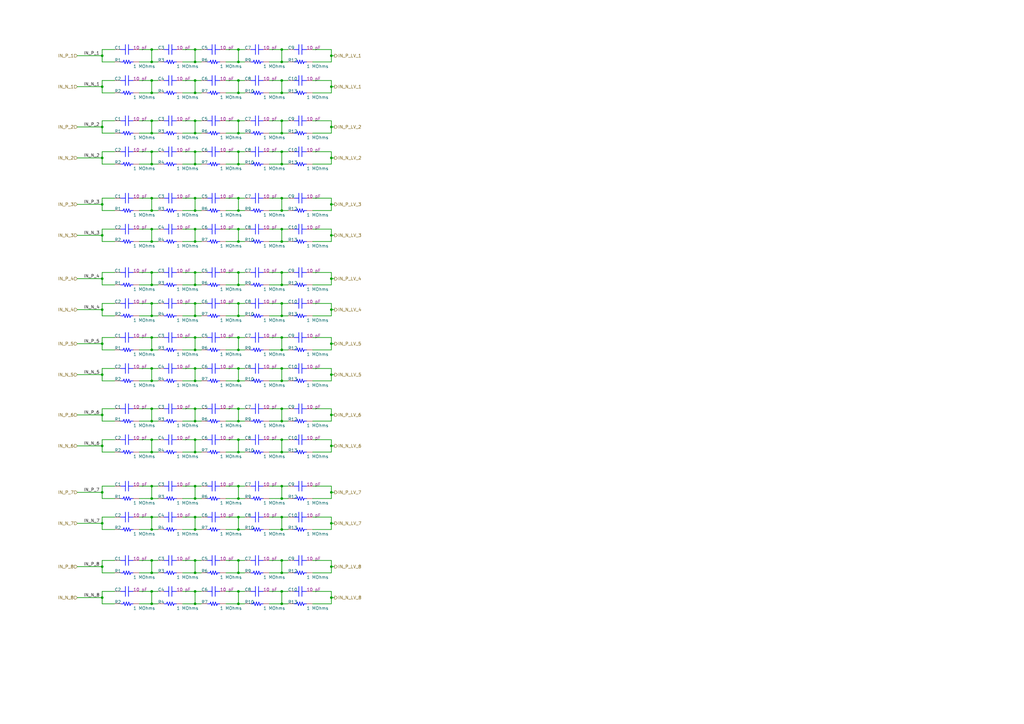
<source format=kicad_sch>
(kicad_sch (version 20230121) (generator eeschema)
  (paper "A3")
  (junction (at 115.57 167.64))
  (junction (at 80.01 247.65))
  (junction (at 41.91 170.18))
  (junction (at 97.79 20.32))
  (junction (at 97.79 172.72))
  (junction (at 80.01 49.53))
  (junction (at 135.89 140.97))
  (junction (at 115.57 81.28))
  (junction (at 97.79 229.87))
  (junction (at 62.23 129.54))
  (junction (at 115.57 38.1))
  (junction (at 97.79 234.95))
  (junction (at 115.57 67.31))
  (junction (at 80.01 234.95))
  (junction (at 80.01 124.46))
  (junction (at 97.79 49.53))
  (junction (at 115.57 20.32))
  (junction (at 135.89 214.63))
  (junction (at 80.01 156.21))
  (junction (at 115.57 156.21))
  (junction (at 62.23 180.34))
  (junction (at 135.89 35.56))
  (junction (at 97.79 143.51))
  (junction (at 97.79 151.13))
  (junction (at 80.01 143.51))
  (junction (at 80.01 99.06))
  (junction (at 80.01 217.17))
  (junction (at 62.23 49.53))
  (junction (at 62.23 156.21))
  (junction (at 80.01 25.4))
  (junction (at 80.01 62.23))
  (junction (at 115.57 93.98))
  (junction (at 62.23 172.72))
  (junction (at 80.01 180.34))
  (junction (at 135.89 96.52))
  (junction (at 115.57 212.09))
  (junction (at 62.23 138.43))
  (junction (at 62.23 199.39))
  (junction (at 80.01 33.02))
  (junction (at 115.57 124.46))
  (junction (at 135.89 245.11))
  (junction (at 62.23 167.64))
  (junction (at 97.79 199.39))
  (junction (at 62.23 86.36))
  (junction (at 135.89 114.3))
  (junction (at 41.91 201.93))
  (junction (at 62.23 99.06))
  (junction (at 80.01 54.61))
  (junction (at 62.23 151.13))
  (junction (at 80.01 199.39))
  (junction (at 115.57 25.4))
  (junction (at 97.79 25.4))
  (junction (at 62.23 212.09))
  (junction (at 115.57 54.61))
  (junction (at 80.01 129.54))
  (junction (at 97.79 185.42))
  (junction (at 62.23 93.98))
  (junction (at 97.79 111.76))
  (junction (at 115.57 180.34))
  (junction (at 135.89 83.82))
  (junction (at 115.57 229.87))
  (junction (at 135.89 182.88))
  (junction (at 80.01 229.87))
  (junction (at 135.89 22.86))
  (junction (at 80.01 86.36))
  (junction (at 97.79 81.28))
  (junction (at 41.91 96.52))
  (junction (at 80.01 93.98))
  (junction (at 115.57 86.36))
  (junction (at 115.57 247.65))
  (junction (at 115.57 143.51))
  (junction (at 41.91 245.11))
  (junction (at 62.23 62.23))
  (junction (at 115.57 99.06))
  (junction (at 115.57 138.43))
  (junction (at 115.57 185.42))
  (junction (at 62.23 217.17))
  (junction (at 41.91 232.41))
  (junction (at 97.79 116.84))
  (junction (at 135.89 201.93))
  (junction (at 97.79 129.54))
  (junction (at 41.91 214.63))
  (junction (at 135.89 153.67))
  (junction (at 97.79 62.23))
  (junction (at 97.79 242.57))
  (junction (at 80.01 116.84))
  (junction (at 80.01 20.32))
  (junction (at 62.23 204.47))
  (junction (at 62.23 81.28))
  (junction (at 97.79 204.47))
  (junction (at 80.01 172.72))
  (junction (at 80.01 151.13))
  (junction (at 97.79 167.64))
  (junction (at 97.79 38.1))
  (junction (at 115.57 33.02))
  (junction (at 41.91 64.77))
  (junction (at 62.23 25.4))
  (junction (at 135.89 64.77))
  (junction (at 115.57 111.76))
  (junction (at 115.57 116.84))
  (junction (at 97.79 99.06))
  (junction (at 97.79 86.36))
  (junction (at 97.79 93.98))
  (junction (at 80.01 67.31))
  (junction (at 41.91 22.86))
  (junction (at 41.91 127))
  (junction (at 62.23 247.65))
  (junction (at 115.57 62.23))
  (junction (at 80.01 167.64))
  (junction (at 41.91 35.56))
  (junction (at 62.23 33.02))
  (junction (at 115.57 199.39))
  (junction (at 41.91 182.88))
  (junction (at 115.57 217.17))
  (junction (at 41.91 114.3))
  (junction (at 80.01 38.1))
  (junction (at 80.01 81.28))
  (junction (at 80.01 185.42))
  (junction (at 62.23 229.87))
  (junction (at 41.91 83.82))
  (junction (at 97.79 33.02))
  (junction (at 97.79 247.65))
  (junction (at 135.89 170.18))
  (junction (at 97.79 124.46))
  (junction (at 135.89 232.41))
  (junction (at 115.57 49.53))
  (junction (at 62.23 111.76))
  (junction (at 62.23 38.1))
  (junction (at 97.79 212.09))
  (junction (at 41.91 140.97))
  (junction (at 62.23 143.51))
  (junction (at 97.79 217.17))
  (junction (at 115.57 129.54))
  (junction (at 97.79 54.61))
  (junction (at 115.57 242.57))
  (junction (at 80.01 212.09))
  (junction (at 62.23 234.95))
  (junction (at 115.57 234.95))
  (junction (at 41.91 52.07))
  (junction (at 41.91 153.67))
  (junction (at 115.57 204.47))
  (junction (at 115.57 172.72))
  (junction (at 97.79 67.31))
  (junction (at 80.01 242.57))
  (junction (at 80.01 204.47))
  (junction (at 62.23 185.42))
  (junction (at 62.23 124.46))
  (junction (at 80.01 138.43))
  (junction (at 97.79 138.43))
  (junction (at 62.23 67.31))
  (junction (at 62.23 242.57))
  (junction (at 135.89 52.07))
  (junction (at 97.79 156.21))
  (junction (at 80.01 111.76))
  (junction (at 62.23 20.32))
  (junction (at 135.89 127))
  (junction (at 115.57 151.13))
  (junction (at 62.23 54.61))
  (junction (at 97.79 180.34))
  (junction (at 62.23 116.84))
  (wire (pts (xy 115.57 138.43) (xy 118.11 138.43)) (stroke (width 0.254)))
  (wire (pts (xy 137.16 64.77) (xy 135.89 64.77)) (stroke (width 0.254)))
  (wire (pts (xy 41.91 86.36) (xy 41.91 83.82)) (stroke (width 0.254)))
  (wire (pts (xy 115.57 67.31) (xy 110.49 67.31)) (stroke (width 0.254)))
  (wire (pts (xy 46.99 234.95) (xy 41.91 234.95)) (stroke (width 0.254)))
  (wire (pts (xy 128.27 212.09) (xy 135.89 212.09)) (stroke (width 0.254)))
  (wire (pts (xy 82.55 204.47) (xy 80.01 204.47)) (stroke (width 0.254)))
  (wire (pts (xy 135.89 33.02) (xy 135.89 35.56)) (stroke (width 0.254)))
  (wire (pts (xy 115.57 242.57) (xy 115.57 247.65)) (stroke (width 0.254)))
  (wire (pts (xy 92.71 167.64) (xy 97.79 167.64)) (stroke (width 0.254)))
  (wire (pts (xy 82.55 156.21) (xy 80.01 156.21)) (stroke (width 0.254)))
  (wire (pts (xy 57.15 212.09) (xy 62.23 212.09)) (stroke (width 0.254)))
  (wire (pts (xy 92.71 111.76) (xy 97.79 111.76)) (stroke (width 0.254)))
  (wire (pts (xy 41.91 180.34) (xy 41.91 182.88)) (stroke (width 0.254)))
  (wire (pts (xy 115.57 234.95) (xy 110.49 234.95)) (stroke (width 0.254)))
  (wire (pts (xy 97.79 25.4) (xy 92.71 25.4)) (stroke (width 0.254)))
  (wire (pts (xy 41.91 143.51) (xy 41.91 140.97)) (stroke (width 0.254)))
  (wire (pts (xy 137.16 96.52) (xy 135.89 96.52)) (stroke (width 0.254)))
  (wire (pts (xy 118.11 234.95) (xy 115.57 234.95)) (stroke (width 0.254)))
  (wire (pts (xy 57.15 199.39) (xy 62.23 199.39)) (stroke (width 0.254)))
  (wire (pts (xy 62.23 217.17) (xy 62.23 212.09)) (stroke (width 0.254)))
  (wire (pts (xy 100.33 129.54) (xy 97.79 129.54)) (stroke (width 0.254)))
  (wire (pts (xy 135.89 201.93) (xy 135.89 204.47)) (stroke (width 0.254)))
  (wire (pts (xy 80.01 167.64) (xy 80.01 172.72)) (stroke (width 0.254)))
  (wire (pts (xy 74.93 138.43) (xy 80.01 138.43)) (stroke (width 0.254)))
  (wire (pts (xy 137.16 232.41) (xy 135.89 232.41)) (stroke (width 0.254)))
  (wire (pts (xy 46.99 81.28) (xy 41.91 81.28)) (stroke (width 0.254)))
  (wire (pts (xy 62.23 172.72) (xy 62.23 167.64)) (stroke (width 0.254)))
  (wire (pts (xy 135.89 64.77) (xy 135.89 67.31)) (stroke (width 0.254)))
  (wire (pts (xy 62.23 199.39) (xy 64.77 199.39)) (stroke (width 0.254)))
  (wire (pts (xy 135.89 232.41) (xy 135.89 234.95)) (stroke (width 0.254)))
  (wire (pts (xy 82.55 143.51) (xy 80.01 143.51)) (stroke (width 0.254)))
  (wire (pts (xy 137.16 153.67) (xy 135.89 153.67)) (stroke (width 0.254)))
  (wire (pts (xy 100.33 116.84) (xy 97.79 116.84)) (stroke (width 0.254)))
  (wire (pts (xy 92.71 93.98) (xy 97.79 93.98)) (stroke (width 0.254)))
  (wire (pts (xy 135.89 22.86) (xy 135.89 25.4)) (stroke (width 0.254)))
  (wire (pts (xy 82.55 172.72) (xy 80.01 172.72)) (stroke (width 0.254)))
  (wire (pts (xy 128.27 54.61) (xy 135.89 54.61)) (stroke (width 0.254)))
  (wire (pts (xy 137.16 170.18) (xy 135.89 170.18)) (stroke (width 0.254)))
  (wire (pts (xy 118.11 99.06) (xy 115.57 99.06)) (stroke (width 0.254)))
  (wire (pts (xy 115.57 33.02) (xy 118.11 33.02)) (stroke (width 0.254)))
  (wire (pts (xy 115.57 20.32) (xy 118.11 20.32)) (stroke (width 0.254)))
  (wire (pts (xy 97.79 62.23) (xy 97.79 67.31)) (stroke (width 0.254)))
  (wire (pts (xy 128.27 33.02) (xy 135.89 33.02)) (stroke (width 0.254)))
  (wire (pts (xy 80.01 199.39) (xy 80.01 204.47)) (stroke (width 0.254)))
  (wire (pts (xy 46.99 38.1) (xy 41.91 38.1)) (stroke (width 0.254)))
  (wire (pts (xy 100.33 54.61) (xy 97.79 54.61)) (stroke (width 0.254)))
  (wire (pts (xy 64.77 247.65) (xy 62.23 247.65)) (stroke (width 0.254)))
  (wire (pts (xy 128.27 129.54) (xy 135.89 129.54)) (stroke (width 0.254)))
  (wire (pts (xy 64.77 67.31) (xy 62.23 67.31)) (stroke (width 0.254)))
  (wire (pts (xy 82.55 38.1) (xy 80.01 38.1)) (stroke (width 0.254)))
  (wire (pts (xy 97.79 99.06) (xy 92.71 99.06)) (stroke (width 0.254)))
  (wire (pts (xy 41.91 22.86) (xy 31.75 22.86)) (stroke (width 0.254)))
  (wire (pts (xy 135.89 214.63) (xy 135.89 217.17)) (stroke (width 0.254)))
  (wire (pts (xy 115.57 172.72) (xy 110.49 172.72)) (stroke (width 0.254)))
  (wire (pts (xy 41.91 140.97) (xy 31.75 140.97)) (stroke (width 0.254)))
  (wire (pts (xy 115.57 111.76) (xy 115.57 116.84)) (stroke (width 0.254)))
  (wire (pts (xy 41.91 62.23) (xy 41.91 64.77)) (stroke (width 0.254)))
  (wire (pts (xy 46.99 49.53) (xy 41.91 49.53)) (stroke (width 0.254)))
  (wire (pts (xy 97.79 212.09) (xy 100.33 212.09)) (stroke (width 0.254)))
  (wire (pts (xy 100.33 204.47) (xy 97.79 204.47)) (stroke (width 0.254)))
  (wire (pts (xy 135.89 153.67) (xy 135.89 156.21)) (stroke (width 0.254)))
  (wire (pts (xy 80.01 156.21) (xy 74.93 156.21)) (stroke (width 0.254)))
  (wire (pts (xy 100.33 25.4) (xy 97.79 25.4)) (stroke (width 0.254)))
  (wire (pts (xy 135.89 180.34) (xy 135.89 182.88)) (stroke (width 0.254)))
  (wire (pts (xy 80.01 217.17) (xy 74.93 217.17)) (stroke (width 0.254)))
  (wire (pts (xy 64.77 204.47) (xy 62.23 204.47)) (stroke (width 0.254)))
  (wire (pts (xy 80.01 167.64) (xy 82.55 167.64)) (stroke (width 0.254)))
  (wire (pts (xy 110.49 93.98) (xy 115.57 93.98)) (stroke (width 0.254)))
  (wire (pts (xy 115.57 62.23) (xy 118.11 62.23)) (stroke (width 0.254)))
  (wire (pts (xy 57.15 167.64) (xy 62.23 167.64)) (stroke (width 0.254)))
  (wire (pts (xy 46.99 199.39) (xy 41.91 199.39)) (stroke (width 0.254)))
  (wire (pts (xy 80.01 129.54) (xy 74.93 129.54)) (stroke (width 0.254)))
  (wire (pts (xy 115.57 54.61) (xy 110.49 54.61)) (stroke (width 0.254)))
  (wire (pts (xy 110.49 49.53) (xy 115.57 49.53)) (stroke (width 0.254)))
  (wire (pts (xy 46.99 138.43) (xy 41.91 138.43)) (stroke (width 0.254)))
  (wire (pts (xy 41.91 35.56) (xy 31.75 35.56)) (stroke (width 0.254)))
  (wire (pts (xy 62.23 204.47) (xy 62.23 199.39)) (stroke (width 0.254)))
  (wire (pts (xy 57.15 49.53) (xy 62.23 49.53)) (stroke (width 0.254)))
  (wire (pts (xy 41.91 247.65) (xy 41.91 245.11)) (stroke (width 0.254)))
  (wire (pts (xy 57.15 93.98) (xy 62.23 93.98)) (stroke (width 0.254)))
  (wire (pts (xy 80.01 242.57) (xy 82.55 242.57)) (stroke (width 0.254)))
  (wire (pts (xy 41.91 217.17) (xy 41.91 214.63)) (stroke (width 0.254)))
  (wire (pts (xy 115.57 242.57) (xy 118.11 242.57)) (stroke (width 0.254)))
  (wire (pts (xy 137.16 22.86) (xy 135.89 22.86)) (stroke (width 0.254)))
  (wire (pts (xy 97.79 20.32) (xy 100.33 20.32)) (stroke (width 0.254)))
  (wire (pts (xy 128.27 143.51) (xy 135.89 143.51)) (stroke (width 0.254)))
  (wire (pts (xy 41.91 172.72) (xy 41.91 170.18)) (stroke (width 0.254)))
  (wire (pts (xy 97.79 234.95) (xy 92.71 234.95)) (stroke (width 0.254)))
  (wire (pts (xy 80.01 185.42) (xy 74.93 185.42)) (stroke (width 0.254)))
  (wire (pts (xy 128.27 229.87) (xy 135.89 229.87)) (stroke (width 0.254)))
  (wire (pts (xy 97.79 49.53) (xy 100.33 49.53)) (stroke (width 0.254)))
  (wire (pts (xy 62.23 67.31) (xy 57.15 67.31)) (stroke (width 0.254)))
  (wire (pts (xy 97.79 93.98) (xy 97.79 99.06)) (stroke (width 0.254)))
  (wire (pts (xy 118.11 116.84) (xy 115.57 116.84)) (stroke (width 0.254)))
  (wire (pts (xy 82.55 99.06) (xy 80.01 99.06)) (stroke (width 0.254)))
  (wire (pts (xy 137.16 114.3) (xy 135.89 114.3)) (stroke (width 0.254)))
  (wire (pts (xy 118.11 25.4) (xy 115.57 25.4)) (stroke (width 0.254)))
  (wire (pts (xy 97.79 204.47) (xy 92.71 204.47)) (stroke (width 0.254)))
  (wire (pts (xy 62.23 99.06) (xy 62.23 93.98)) (stroke (width 0.254)))
  (wire (pts (xy 62.23 185.42) (xy 57.15 185.42)) (stroke (width 0.254)))
  (wire (pts (xy 80.01 138.43) (xy 82.55 138.43)) (stroke (width 0.254)))
  (wire (pts (xy 57.15 20.32) (xy 62.23 20.32)) (stroke (width 0.254)))
  (wire (pts (xy 57.15 229.87) (xy 62.23 229.87)) (stroke (width 0.254)))
  (wire (pts (xy 97.79 151.13) (xy 100.33 151.13)) (stroke (width 0.254)))
  (wire (pts (xy 82.55 116.84) (xy 80.01 116.84)) (stroke (width 0.254)))
  (wire (pts (xy 64.77 86.36) (xy 62.23 86.36)) (stroke (width 0.254)))
  (wire (pts (xy 135.89 127) (xy 135.89 129.54)) (stroke (width 0.254)))
  (wire (pts (xy 41.91 153.67) (xy 31.75 153.67)) (stroke (width 0.254)))
  (wire (pts (xy 115.57 49.53) (xy 118.11 49.53)) (stroke (width 0.254)))
  (wire (pts (xy 62.23 86.36) (xy 57.15 86.36)) (stroke (width 0.254)))
  (wire (pts (xy 135.89 62.23) (xy 135.89 64.77)) (stroke (width 0.254)))
  (wire (pts (xy 110.49 229.87) (xy 115.57 229.87)) (stroke (width 0.254)))
  (wire (pts (xy 41.91 199.39) (xy 41.91 201.93)) (stroke (width 0.254)))
  (wire (pts (xy 135.89 114.3) (xy 135.89 116.84)) (stroke (width 0.254)))
  (wire (pts (xy 97.79 242.57) (xy 97.79 247.65)) (stroke (width 0.254)))
  (wire (pts (xy 137.16 182.88) (xy 135.89 182.88)) (stroke (width 0.254)))
  (wire (pts (xy 82.55 185.42) (xy 80.01 185.42)) (stroke (width 0.254)))
  (wire (pts (xy 62.23 67.31) (xy 62.23 62.23)) (stroke (width 0.254)))
  (wire (pts (xy 97.79 229.87) (xy 100.33 229.87)) (stroke (width 0.254)))
  (wire (pts (xy 115.57 151.13) (xy 115.57 156.21)) (stroke (width 0.254)))
  (wire (pts (xy 100.33 185.42) (xy 97.79 185.42)) (stroke (width 0.254)))
  (wire (pts (xy 80.01 111.76) (xy 82.55 111.76)) (stroke (width 0.254)))
  (wire (pts (xy 62.23 99.06) (xy 57.15 99.06)) (stroke (width 0.254)))
  (wire (pts (xy 62.23 185.42) (xy 62.23 180.34)) (stroke (width 0.254)))
  (wire (pts (xy 118.11 204.47) (xy 115.57 204.47)) (stroke (width 0.254)))
  (wire (pts (xy 62.23 242.57) (xy 64.77 242.57)) (stroke (width 0.254)))
  (wire (pts (xy 41.91 114.3) (xy 31.75 114.3)) (stroke (width 0.254)))
  (wire (pts (xy 97.79 143.51) (xy 92.71 143.51)) (stroke (width 0.254)))
  (wire (pts (xy 41.91 93.98) (xy 41.91 96.52)) (stroke (width 0.254)))
  (wire (pts (xy 57.15 81.28) (xy 62.23 81.28)) (stroke (width 0.254)))
  (wire (pts (xy 135.89 242.57) (xy 135.89 245.11)) (stroke (width 0.254)))
  (wire (pts (xy 97.79 81.28) (xy 100.33 81.28)) (stroke (width 0.254)))
  (wire (pts (xy 82.55 234.95) (xy 80.01 234.95)) (stroke (width 0.254)))
  (wire (pts (xy 135.89 111.76) (xy 135.89 114.3)) (stroke (width 0.254)))
  (wire (pts (xy 41.91 127) (xy 31.75 127)) (stroke (width 0.254)))
  (wire (pts (xy 128.27 247.65) (xy 135.89 247.65)) (stroke (width 0.254)))
  (wire (pts (xy 82.55 247.65) (xy 80.01 247.65)) (stroke (width 0.254)))
  (wire (pts (xy 128.27 111.76) (xy 135.89 111.76)) (stroke (width 0.254)))
  (wire (pts (xy 118.11 86.36) (xy 115.57 86.36)) (stroke (width 0.254)))
  (wire (pts (xy 80.01 172.72) (xy 74.93 172.72)) (stroke (width 0.254)))
  (wire (pts (xy 115.57 33.02) (xy 115.57 38.1)) (stroke (width 0.254)))
  (wire (pts (xy 115.57 20.32) (xy 115.57 25.4)) (stroke (width 0.254)))
  (wire (pts (xy 128.27 180.34) (xy 135.89 180.34)) (stroke (width 0.254)))
  (wire (pts (xy 118.11 156.21) (xy 115.57 156.21)) (stroke (width 0.254)))
  (wire (pts (xy 128.27 99.06) (xy 135.89 99.06)) (stroke (width 0.254)))
  (wire (pts (xy 115.57 116.84) (xy 110.49 116.84)) (stroke (width 0.254)))
  (wire (pts (xy 80.01 180.34) (xy 82.55 180.34)) (stroke (width 0.254)))
  (wire (pts (xy 97.79 49.53) (xy 97.79 54.61)) (stroke (width 0.254)))
  (wire (pts (xy 62.23 172.72) (xy 57.15 172.72)) (stroke (width 0.254)))
  (wire (pts (xy 41.91 67.31) (xy 41.91 64.77)) (stroke (width 0.254)))
  (wire (pts (xy 64.77 172.72) (xy 62.23 172.72)) (stroke (width 0.254)))
  (wire (pts (xy 115.57 185.42) (xy 110.49 185.42)) (stroke (width 0.254)))
  (wire (pts (xy 41.91 212.09) (xy 41.91 214.63)) (stroke (width 0.254)))
  (wire (pts (xy 115.57 81.28) (xy 115.57 86.36)) (stroke (width 0.254)))
  (wire (pts (xy 82.55 86.36) (xy 80.01 86.36)) (stroke (width 0.254)))
  (wire (pts (xy 46.99 212.09) (xy 41.91 212.09)) (stroke (width 0.254)))
  (wire (pts (xy 80.01 199.39) (xy 82.55 199.39)) (stroke (width 0.254)))
  (wire (pts (xy 128.27 93.98) (xy 135.89 93.98)) (stroke (width 0.254)))
  (wire (pts (xy 118.11 38.1) (xy 115.57 38.1)) (stroke (width 0.254)))
  (wire (pts (xy 80.01 93.98) (xy 80.01 99.06)) (stroke (width 0.254)))
  (wire (pts (xy 128.27 138.43) (xy 135.89 138.43)) (stroke (width 0.254)))
  (wire (pts (xy 128.27 67.31) (xy 135.89 67.31)) (stroke (width 0.254)))
  (wire (pts (xy 46.99 20.32) (xy 41.91 20.32)) (stroke (width 0.254)))
  (wire (pts (xy 62.23 247.65) (xy 57.15 247.65)) (stroke (width 0.254)))
  (wire (pts (xy 97.79 62.23) (xy 100.33 62.23)) (stroke (width 0.254)))
  (wire (pts (xy 41.91 129.54) (xy 41.91 127)) (stroke (width 0.254)))
  (wire (pts (xy 97.79 199.39) (xy 97.79 204.47)) (stroke (width 0.254)))
  (wire (pts (xy 41.91 83.82) (xy 31.75 83.82)) (stroke (width 0.254)))
  (wire (pts (xy 110.49 33.02) (xy 115.57 33.02)) (stroke (width 0.254)))
  (wire (pts (xy 46.99 151.13) (xy 41.91 151.13)) (stroke (width 0.254)))
  (wire (pts (xy 74.93 229.87) (xy 80.01 229.87)) (stroke (width 0.254)))
  (wire (pts (xy 80.01 143.51) (xy 74.93 143.51)) (stroke (width 0.254)))
  (wire (pts (xy 74.93 167.64) (xy 80.01 167.64)) (stroke (width 0.254)))
  (wire (pts (xy 80.01 99.06) (xy 74.93 99.06)) (stroke (width 0.254)))
  (wire (pts (xy 62.23 38.1) (xy 57.15 38.1)) (stroke (width 0.254)))
  (wire (pts (xy 41.91 151.13) (xy 41.91 153.67)) (stroke (width 0.254)))
  (wire (pts (xy 57.15 33.02) (xy 62.23 33.02)) (stroke (width 0.254)))
  (wire (pts (xy 115.57 86.36) (xy 110.49 86.36)) (stroke (width 0.254)))
  (wire (pts (xy 115.57 167.64) (xy 115.57 172.72)) (stroke (width 0.254)))
  (wire (pts (xy 80.01 212.09) (xy 82.55 212.09)) (stroke (width 0.254)))
  (wire (pts (xy 64.77 25.4) (xy 62.23 25.4)) (stroke (width 0.254)))
  (wire (pts (xy 46.99 33.02) (xy 41.91 33.02)) (stroke (width 0.254)))
  (wire (pts (xy 46.99 111.76) (xy 41.91 111.76)) (stroke (width 0.254)))
  (wire (pts (xy 92.71 81.28) (xy 97.79 81.28)) (stroke (width 0.254)))
  (wire (pts (xy 41.91 204.47) (xy 41.91 201.93)) (stroke (width 0.254)))
  (wire (pts (xy 62.23 54.61) (xy 57.15 54.61)) (stroke (width 0.254)))
  (wire (pts (xy 110.49 124.46) (xy 115.57 124.46)) (stroke (width 0.254)))
  (wire (pts (xy 62.23 234.95) (xy 57.15 234.95)) (stroke (width 0.254)))
  (wire (pts (xy 41.91 185.42) (xy 41.91 182.88)) (stroke (width 0.254)))
  (wire (pts (xy 110.49 180.34) (xy 115.57 180.34)) (stroke (width 0.254)))
  (wire (pts (xy 97.79 124.46) (xy 100.33 124.46)) (stroke (width 0.254)))
  (wire (pts (xy 46.99 180.34) (xy 41.91 180.34)) (stroke (width 0.254)))
  (wire (pts (xy 41.91 20.32) (xy 41.91 22.86)) (stroke (width 0.254)))
  (wire (pts (xy 74.93 242.57) (xy 80.01 242.57)) (stroke (width 0.254)))
  (wire (pts (xy 41.91 232.41) (xy 31.75 232.41)) (stroke (width 0.254)))
  (wire (pts (xy 46.99 62.23) (xy 41.91 62.23)) (stroke (width 0.254)))
  (wire (pts (xy 100.33 247.65) (xy 97.79 247.65)) (stroke (width 0.254)))
  (wire (pts (xy 100.33 67.31) (xy 97.79 67.31)) (stroke (width 0.254)))
  (wire (pts (xy 62.23 25.4) (xy 62.23 20.32)) (stroke (width 0.254)))
  (wire (pts (xy 46.99 86.36) (xy 41.91 86.36)) (stroke (width 0.254)))
  (wire (pts (xy 74.93 33.02) (xy 80.01 33.02)) (stroke (width 0.254)))
  (wire (pts (xy 135.89 35.56) (xy 135.89 38.1)) (stroke (width 0.254)))
  (wire (pts (xy 110.49 20.32) (xy 115.57 20.32)) (stroke (width 0.254)))
  (wire (pts (xy 97.79 124.46) (xy 97.79 129.54)) (stroke (width 0.254)))
  (wire (pts (xy 41.91 182.88) (xy 31.75 182.88)) (stroke (width 0.254)))
  (wire (pts (xy 80.01 86.36) (xy 74.93 86.36)) (stroke (width 0.254)))
  (wire (pts (xy 46.99 99.06) (xy 41.91 99.06)) (stroke (width 0.254)))
  (wire (pts (xy 128.27 199.39) (xy 135.89 199.39)) (stroke (width 0.254)))
  (wire (pts (xy 118.11 217.17) (xy 115.57 217.17)) (stroke (width 0.254)))
  (wire (pts (xy 97.79 67.31) (xy 92.71 67.31)) (stroke (width 0.254)))
  (wire (pts (xy 115.57 204.47) (xy 110.49 204.47)) (stroke (width 0.254)))
  (wire (pts (xy 41.91 111.76) (xy 41.91 114.3)) (stroke (width 0.254)))
  (wire (pts (xy 97.79 167.64) (xy 97.79 172.72)) (stroke (width 0.254)))
  (wire (pts (xy 97.79 86.36) (xy 92.71 86.36)) (stroke (width 0.254)))
  (wire (pts (xy 80.01 212.09) (xy 80.01 217.17)) (stroke (width 0.254)))
  (wire (pts (xy 62.23 156.21) (xy 62.23 151.13)) (stroke (width 0.254)))
  (wire (pts (xy 74.93 81.28) (xy 80.01 81.28)) (stroke (width 0.254)))
  (wire (pts (xy 115.57 167.64) (xy 118.11 167.64)) (stroke (width 0.254)))
  (wire (pts (xy 80.01 151.13) (xy 80.01 156.21)) (stroke (width 0.254)))
  (wire (pts (xy 97.79 180.34) (xy 100.33 180.34)) (stroke (width 0.254)))
  (wire (pts (xy 82.55 54.61) (xy 80.01 54.61)) (stroke (width 0.254)))
  (wire (pts (xy 110.49 138.43) (xy 115.57 138.43)) (stroke (width 0.254)))
  (wire (pts (xy 97.79 54.61) (xy 92.71 54.61)) (stroke (width 0.254)))
  (wire (pts (xy 80.01 38.1) (xy 74.93 38.1)) (stroke (width 0.254)))
  (wire (pts (xy 41.91 54.61) (xy 41.91 52.07)) (stroke (width 0.254)))
  (wire (pts (xy 137.16 245.11) (xy 135.89 245.11)) (stroke (width 0.254)))
  (wire (pts (xy 135.89 124.46) (xy 135.89 127)) (stroke (width 0.254)))
  (wire (pts (xy 80.01 111.76) (xy 80.01 116.84)) (stroke (width 0.254)))
  (wire (pts (xy 115.57 212.09) (xy 118.11 212.09)) (stroke (width 0.254)))
  (wire (pts (xy 97.79 247.65) (xy 92.71 247.65)) (stroke (width 0.254)))
  (wire (pts (xy 128.27 20.32) (xy 135.89 20.32)) (stroke (width 0.254)))
  (wire (pts (xy 97.79 172.72) (xy 92.71 172.72)) (stroke (width 0.254)))
  (wire (pts (xy 128.27 156.21) (xy 135.89 156.21)) (stroke (width 0.254)))
  (wire (pts (xy 92.71 151.13) (xy 97.79 151.13)) (stroke (width 0.254)))
  (wire (pts (xy 57.15 111.76) (xy 62.23 111.76)) (stroke (width 0.254)))
  (wire (pts (xy 97.79 151.13) (xy 97.79 156.21)) (stroke (width 0.254)))
  (wire (pts (xy 74.93 180.34) (xy 80.01 180.34)) (stroke (width 0.254)))
  (wire (pts (xy 128.27 62.23) (xy 135.89 62.23)) (stroke (width 0.254)))
  (wire (pts (xy 62.23 49.53) (xy 64.77 49.53)) (stroke (width 0.254)))
  (wire (pts (xy 97.79 20.32) (xy 97.79 25.4)) (stroke (width 0.254)))
  (wire (pts (xy 97.79 212.09) (xy 97.79 217.17)) (stroke (width 0.254)))
  (wire (pts (xy 64.77 99.06) (xy 62.23 99.06)) (stroke (width 0.254)))
  (wire (pts (xy 118.11 143.51) (xy 115.57 143.51)) (stroke (width 0.254)))
  (wire (pts (xy 41.91 99.06) (xy 41.91 96.52)) (stroke (width 0.254)))
  (wire (pts (xy 46.99 129.54) (xy 41.91 129.54)) (stroke (width 0.254)))
  (wire (pts (xy 97.79 242.57) (xy 100.33 242.57)) (stroke (width 0.254)))
  (wire (pts (xy 128.27 167.64) (xy 135.89 167.64)) (stroke (width 0.254)))
  (wire (pts (xy 41.91 124.46) (xy 41.91 127)) (stroke (width 0.254)))
  (wire (pts (xy 118.11 247.65) (xy 115.57 247.65)) (stroke (width 0.254)))
  (wire (pts (xy 97.79 229.87) (xy 97.79 234.95)) (stroke (width 0.254)))
  (wire (pts (xy 41.91 138.43) (xy 41.91 140.97)) (stroke (width 0.254)))
  (wire (pts (xy 110.49 62.23) (xy 115.57 62.23)) (stroke (width 0.254)))
  (wire (pts (xy 80.01 62.23) (xy 82.55 62.23)) (stroke (width 0.254)))
  (wire (pts (xy 115.57 124.46) (xy 115.57 129.54)) (stroke (width 0.254)))
  (wire (pts (xy 41.91 64.77) (xy 31.75 64.77)) (stroke (width 0.254)))
  (wire (pts (xy 115.57 129.54) (xy 110.49 129.54)) (stroke (width 0.254)))
  (wire (pts (xy 80.01 124.46) (xy 82.55 124.46)) (stroke (width 0.254)))
  (wire (pts (xy 128.27 172.72) (xy 135.89 172.72)) (stroke (width 0.254)))
  (wire (pts (xy 41.91 116.84) (xy 41.91 114.3)) (stroke (width 0.254)))
  (wire (pts (xy 92.71 62.23) (xy 97.79 62.23)) (stroke (width 0.254)))
  (wire (pts (xy 135.89 151.13) (xy 135.89 153.67)) (stroke (width 0.254)))
  (wire (pts (xy 64.77 129.54) (xy 62.23 129.54)) (stroke (width 0.254)))
  (wire (pts (xy 135.89 170.18) (xy 135.89 172.72)) (stroke (width 0.254)))
  (wire (pts (xy 41.91 33.02) (xy 41.91 35.56)) (stroke (width 0.254)))
  (wire (pts (xy 46.99 204.47) (xy 41.91 204.47)) (stroke (width 0.254)))
  (wire (pts (xy 82.55 129.54) (xy 80.01 129.54)) (stroke (width 0.254)))
  (wire (pts (xy 64.77 143.51) (xy 62.23 143.51)) (stroke (width 0.254)))
  (wire (pts (xy 64.77 185.42) (xy 62.23 185.42)) (stroke (width 0.254)))
  (wire (pts (xy 62.23 217.17) (xy 57.15 217.17)) (stroke (width 0.254)))
  (wire (pts (xy 46.99 116.84) (xy 41.91 116.84)) (stroke (width 0.254)))
  (wire (pts (xy 46.99 156.21) (xy 41.91 156.21)) (stroke (width 0.254)))
  (wire (pts (xy 62.23 124.46) (xy 64.77 124.46)) (stroke (width 0.254)))
  (wire (pts (xy 110.49 167.64) (xy 115.57 167.64)) (stroke (width 0.254)))
  (wire (pts (xy 92.71 199.39) (xy 97.79 199.39)) (stroke (width 0.254)))
  (wire (pts (xy 46.99 25.4) (xy 41.91 25.4)) (stroke (width 0.254)))
  (wire (pts (xy 100.33 156.21) (xy 97.79 156.21)) (stroke (width 0.254)))
  (wire (pts (xy 74.93 124.46) (xy 80.01 124.46)) (stroke (width 0.254)))
  (wire (pts (xy 92.71 212.09) (xy 97.79 212.09)) (stroke (width 0.254)))
  (wire (pts (xy 41.91 38.1) (xy 41.91 35.56)) (stroke (width 0.254)))
  (wire (pts (xy 115.57 156.21) (xy 110.49 156.21)) (stroke (width 0.254)))
  (wire (pts (xy 57.15 138.43) (xy 62.23 138.43)) (stroke (width 0.254)))
  (wire (pts (xy 128.27 86.36) (xy 135.89 86.36)) (stroke (width 0.254)))
  (wire (pts (xy 97.79 38.1) (xy 92.71 38.1)) (stroke (width 0.254)))
  (wire (pts (xy 57.15 62.23) (xy 62.23 62.23)) (stroke (width 0.254)))
  (wire (pts (xy 118.11 172.72) (xy 115.57 172.72)) (stroke (width 0.254)))
  (wire (pts (xy 115.57 124.46) (xy 118.11 124.46)) (stroke (width 0.254)))
  (wire (pts (xy 135.89 199.39) (xy 135.89 201.93)) (stroke (width 0.254)))
  (wire (pts (xy 100.33 143.51) (xy 97.79 143.51)) (stroke (width 0.254)))
  (wire (pts (xy 41.91 81.28) (xy 41.91 83.82)) (stroke (width 0.254)))
  (wire (pts (xy 46.99 124.46) (xy 41.91 124.46)) (stroke (width 0.254)))
  (wire (pts (xy 135.89 140.97) (xy 135.89 143.51)) (stroke (width 0.254)))
  (wire (pts (xy 92.71 138.43) (xy 97.79 138.43)) (stroke (width 0.254)))
  (wire (pts (xy 115.57 247.65) (xy 110.49 247.65)) (stroke (width 0.254)))
  (wire (pts (xy 118.11 67.31) (xy 115.57 67.31)) (stroke (width 0.254)))
  (wire (pts (xy 115.57 229.87) (xy 118.11 229.87)) (stroke (width 0.254)))
  (wire (pts (xy 115.57 62.23) (xy 115.57 67.31)) (stroke (width 0.254)))
  (wire (pts (xy 92.71 180.34) (xy 97.79 180.34)) (stroke (width 0.254)))
  (wire (pts (xy 137.16 83.82) (xy 135.89 83.82)) (stroke (width 0.254)))
  (wire (pts (xy 118.11 54.61) (xy 115.57 54.61)) (stroke (width 0.254)))
  (wire (pts (xy 74.93 93.98) (xy 80.01 93.98)) (stroke (width 0.254)))
  (wire (pts (xy 80.01 229.87) (xy 82.55 229.87)) (stroke (width 0.254)))
  (wire (pts (xy 135.89 245.11) (xy 135.89 247.65)) (stroke (width 0.254)))
  (wire (pts (xy 62.23 180.34) (xy 64.77 180.34)) (stroke (width 0.254)))
  (wire (pts (xy 41.91 156.21) (xy 41.91 153.67)) (stroke (width 0.254)))
  (wire (pts (xy 135.89 93.98) (xy 135.89 96.52)) (stroke (width 0.254)))
  (wire (pts (xy 115.57 111.76) (xy 118.11 111.76)) (stroke (width 0.254)))
  (wire (pts (xy 135.89 52.07) (xy 135.89 54.61)) (stroke (width 0.254)))
  (wire (pts (xy 97.79 138.43) (xy 97.79 143.51)) (stroke (width 0.254)))
  (wire (pts (xy 46.99 143.51) (xy 41.91 143.51)) (stroke (width 0.254)))
  (wire (pts (xy 74.93 212.09) (xy 80.01 212.09)) (stroke (width 0.254)))
  (wire (pts (xy 135.89 167.64) (xy 135.89 170.18)) (stroke (width 0.254)))
  (wire (pts (xy 80.01 180.34) (xy 80.01 185.42)) (stroke (width 0.254)))
  (wire (pts (xy 80.01 247.65) (xy 74.93 247.65)) (stroke (width 0.254)))
  (wire (pts (xy 57.15 180.34) (xy 62.23 180.34)) (stroke (width 0.254)))
  (wire (pts (xy 137.16 127) (xy 135.89 127)) (stroke (width 0.254)))
  (wire (pts (xy 128.27 49.53) (xy 135.89 49.53)) (stroke (width 0.254)))
  (wire (pts (xy 118.11 185.42) (xy 115.57 185.42)) (stroke (width 0.254)))
  (wire (pts (xy 128.27 234.95) (xy 135.89 234.95)) (stroke (width 0.254)))
  (wire (pts (xy 41.91 234.95) (xy 41.91 232.41)) (stroke (width 0.254)))
  (wire (pts (xy 128.27 38.1) (xy 135.89 38.1)) (stroke (width 0.254)))
  (wire (pts (xy 41.91 167.64) (xy 41.91 170.18)) (stroke (width 0.254)))
  (wire (pts (xy 137.16 52.07) (xy 135.89 52.07)) (stroke (width 0.254)))
  (wire (pts (xy 46.99 172.72) (xy 41.91 172.72)) (stroke (width 0.254)))
  (wire (pts (xy 80.01 138.43) (xy 80.01 143.51)) (stroke (width 0.254)))
  (wire (pts (xy 62.23 151.13) (xy 64.77 151.13)) (stroke (width 0.254)))
  (wire (pts (xy 137.16 35.56) (xy 135.89 35.56)) (stroke (width 0.254)))
  (wire (pts (xy 128.27 242.57) (xy 135.89 242.57)) (stroke (width 0.254)))
  (wire (pts (xy 115.57 138.43) (xy 115.57 143.51)) (stroke (width 0.254)))
  (wire (pts (xy 100.33 38.1) (xy 97.79 38.1)) (stroke (width 0.254)))
  (wire (pts (xy 97.79 33.02) (xy 100.33 33.02)) (stroke (width 0.254)))
  (wire (pts (xy 97.79 199.39) (xy 100.33 199.39)) (stroke (width 0.254)))
  (wire (pts (xy 62.23 143.51) (xy 62.23 138.43)) (stroke (width 0.254)))
  (wire (pts (xy 80.01 54.61) (xy 74.93 54.61)) (stroke (width 0.254)))
  (wire (pts (xy 62.23 229.87) (xy 64.77 229.87)) (stroke (width 0.254)))
  (wire (pts (xy 64.77 234.95) (xy 62.23 234.95)) (stroke (width 0.254)))
  (wire (pts (xy 110.49 199.39) (xy 115.57 199.39)) (stroke (width 0.254)))
  (wire (pts (xy 137.16 214.63) (xy 135.89 214.63)) (stroke (width 0.254)))
  (wire (pts (xy 80.01 49.53) (xy 82.55 49.53)) (stroke (width 0.254)))
  (wire (pts (xy 135.89 20.32) (xy 135.89 22.86)) (stroke (width 0.254)))
  (wire (pts (xy 115.57 199.39) (xy 115.57 204.47)) (stroke (width 0.254)))
  (wire (pts (xy 137.16 201.93) (xy 135.89 201.93)) (stroke (width 0.254)))
  (wire (pts (xy 128.27 204.47) (xy 135.89 204.47)) (stroke (width 0.254)))
  (wire (pts (xy 74.93 49.53) (xy 80.01 49.53)) (stroke (width 0.254)))
  (wire (pts (xy 80.01 33.02) (xy 82.55 33.02)) (stroke (width 0.254)))
  (wire (pts (xy 128.27 185.42) (xy 135.89 185.42)) (stroke (width 0.254)))
  (wire (pts (xy 92.71 49.53) (xy 97.79 49.53)) (stroke (width 0.254)))
  (wire (pts (xy 135.89 229.87) (xy 135.89 232.41)) (stroke (width 0.254)))
  (wire (pts (xy 115.57 49.53) (xy 115.57 54.61)) (stroke (width 0.254)))
  (wire (pts (xy 128.27 217.17) (xy 135.89 217.17)) (stroke (width 0.254)))
  (wire (pts (xy 115.57 81.28) (xy 118.11 81.28)) (stroke (width 0.254)))
  (wire (pts (xy 62.23 247.65) (xy 62.23 242.57)) (stroke (width 0.254)))
  (wire (pts (xy 80.01 62.23) (xy 80.01 67.31)) (stroke (width 0.254)))
  (wire (pts (xy 80.01 124.46) (xy 80.01 129.54)) (stroke (width 0.254)))
  (wire (pts (xy 74.93 199.39) (xy 80.01 199.39)) (stroke (width 0.254)))
  (wire (pts (xy 97.79 167.64) (xy 100.33 167.64)) (stroke (width 0.254)))
  (wire (pts (xy 62.23 204.47) (xy 57.15 204.47)) (stroke (width 0.254)))
  (wire (pts (xy 41.91 242.57) (xy 41.91 245.11)) (stroke (width 0.254)))
  (wire (pts (xy 74.93 151.13) (xy 80.01 151.13)) (stroke (width 0.254)))
  (wire (pts (xy 57.15 124.46) (xy 62.23 124.46)) (stroke (width 0.254)))
  (wire (pts (xy 41.91 229.87) (xy 41.91 232.41)) (stroke (width 0.254)))
  (wire (pts (xy 135.89 49.53) (xy 135.89 52.07)) (stroke (width 0.254)))
  (wire (pts (xy 80.01 204.47) (xy 74.93 204.47)) (stroke (width 0.254)))
  (wire (pts (xy 115.57 93.98) (xy 118.11 93.98)) (stroke (width 0.254)))
  (wire (pts (xy 46.99 54.61) (xy 41.91 54.61)) (stroke (width 0.254)))
  (wire (pts (xy 82.55 217.17) (xy 80.01 217.17)) (stroke (width 0.254)))
  (wire (pts (xy 97.79 180.34) (xy 97.79 185.42)) (stroke (width 0.254)))
  (wire (pts (xy 62.23 156.21) (xy 57.15 156.21)) (stroke (width 0.254)))
  (wire (pts (xy 92.71 124.46) (xy 97.79 124.46)) (stroke (width 0.254)))
  (wire (pts (xy 64.77 54.61) (xy 62.23 54.61)) (stroke (width 0.254)))
  (wire (pts (xy 82.55 67.31) (xy 80.01 67.31)) (stroke (width 0.254)))
  (wire (pts (xy 80.01 20.32) (xy 82.55 20.32)) (stroke (width 0.254)))
  (wire (pts (xy 80.01 151.13) (xy 82.55 151.13)) (stroke (width 0.254)))
  (wire (pts (xy 97.79 138.43) (xy 100.33 138.43)) (stroke (width 0.254)))
  (wire (pts (xy 135.89 212.09) (xy 135.89 214.63)) (stroke (width 0.254)))
  (wire (pts (xy 57.15 151.13) (xy 62.23 151.13)) (stroke (width 0.254)))
  (wire (pts (xy 110.49 111.76) (xy 115.57 111.76)) (stroke (width 0.254)))
  (wire (pts (xy 74.93 20.32) (xy 80.01 20.32)) (stroke (width 0.254)))
  (wire (pts (xy 97.79 116.84) (xy 92.71 116.84)) (stroke (width 0.254)))
  (wire (pts (xy 115.57 217.17) (xy 110.49 217.17)) (stroke (width 0.254)))
  (wire (pts (xy 135.89 83.82) (xy 135.89 86.36)) (stroke (width 0.254)))
  (wire (pts (xy 128.27 124.46) (xy 135.89 124.46)) (stroke (width 0.254)))
  (wire (pts (xy 115.57 180.34) (xy 115.57 185.42)) (stroke (width 0.254)))
  (wire (pts (xy 92.71 20.32) (xy 97.79 20.32)) (stroke (width 0.254)))
  (wire (pts (xy 115.57 229.87) (xy 115.57 234.95)) (stroke (width 0.254)))
  (wire (pts (xy 46.99 93.98) (xy 41.91 93.98)) (stroke (width 0.254)))
  (wire (pts (xy 110.49 242.57) (xy 115.57 242.57)) (stroke (width 0.254)))
  (wire (pts (xy 62.23 20.32) (xy 64.77 20.32)) (stroke (width 0.254)))
  (wire (pts (xy 62.23 167.64) (xy 64.77 167.64)) (stroke (width 0.254)))
  (wire (pts (xy 64.77 116.84) (xy 62.23 116.84)) (stroke (width 0.254)))
  (wire (pts (xy 46.99 229.87) (xy 41.91 229.87)) (stroke (width 0.254)))
  (wire (pts (xy 80.01 229.87) (xy 80.01 234.95)) (stroke (width 0.254)))
  (wire (pts (xy 62.23 234.95) (xy 62.23 229.87)) (stroke (width 0.254)))
  (wire (pts (xy 115.57 99.06) (xy 110.49 99.06)) (stroke (width 0.254)))
  (wire (pts (xy 115.57 38.1) (xy 110.49 38.1)) (stroke (width 0.254)))
  (wire (pts (xy 100.33 217.17) (xy 97.79 217.17)) (stroke (width 0.254)))
  (wire (pts (xy 110.49 212.09) (xy 115.57 212.09)) (stroke (width 0.254)))
  (wire (pts (xy 46.99 247.65) (xy 41.91 247.65)) (stroke (width 0.254)))
  (wire (pts (xy 80.01 93.98) (xy 82.55 93.98)) (stroke (width 0.254)))
  (wire (pts (xy 80.01 33.02) (xy 80.01 38.1)) (stroke (width 0.254)))
  (wire (pts (xy 97.79 111.76) (xy 100.33 111.76)) (stroke (width 0.254)))
  (wire (pts (xy 41.91 25.4) (xy 41.91 22.86)) (stroke (width 0.254)))
  (wire (pts (xy 115.57 25.4) (xy 110.49 25.4)) (stroke (width 0.254)))
  (wire (pts (xy 97.79 81.28) (xy 97.79 86.36)) (stroke (width 0.254)))
  (wire (pts (xy 62.23 138.43) (xy 64.77 138.43)) (stroke (width 0.254)))
  (wire (pts (xy 62.23 212.09) (xy 64.77 212.09)) (stroke (width 0.254)))
  (wire (pts (xy 46.99 217.17) (xy 41.91 217.17)) (stroke (width 0.254)))
  (wire (pts (xy 80.01 242.57) (xy 80.01 247.65)) (stroke (width 0.254)))
  (wire (pts (xy 115.57 151.13) (xy 118.11 151.13)) (stroke (width 0.254)))
  (wire (pts (xy 135.89 81.28) (xy 135.89 83.82)) (stroke (width 0.254)))
  (wire (pts (xy 97.79 129.54) (xy 92.71 129.54)) (stroke (width 0.254)))
  (wire (pts (xy 64.77 38.1) (xy 62.23 38.1)) (stroke (width 0.254)))
  (wire (pts (xy 74.93 111.76) (xy 80.01 111.76)) (stroke (width 0.254)))
  (wire (pts (xy 62.23 93.98) (xy 64.77 93.98)) (stroke (width 0.254)))
  (wire (pts (xy 115.57 143.51) (xy 110.49 143.51)) (stroke (width 0.254)))
  (wire (pts (xy 41.91 52.07) (xy 31.75 52.07)) (stroke (width 0.254)))
  (wire (pts (xy 97.79 111.76) (xy 97.79 116.84)) (stroke (width 0.254)))
  (wire (pts (xy 97.79 217.17) (xy 92.71 217.17)) (stroke (width 0.254)))
  (wire (pts (xy 62.23 129.54) (xy 57.15 129.54)) (stroke (width 0.254)))
  (wire (pts (xy 46.99 67.31) (xy 41.91 67.31)) (stroke (width 0.254)))
  (wire (pts (xy 80.01 234.95) (xy 74.93 234.95)) (stroke (width 0.254)))
  (wire (pts (xy 97.79 33.02) (xy 97.79 38.1)) (stroke (width 0.254)))
  (wire (pts (xy 64.77 156.21) (xy 62.23 156.21)) (stroke (width 0.254)))
  (wire (pts (xy 62.23 38.1) (xy 62.23 33.02)) (stroke (width 0.254)))
  (wire (pts (xy 128.27 25.4) (xy 135.89 25.4)) (stroke (width 0.254)))
  (wire (pts (xy 41.91 170.18) (xy 31.75 170.18)) (stroke (width 0.254)))
  (wire (pts (xy 62.23 129.54) (xy 62.23 124.46)) (stroke (width 0.254)))
  (wire (pts (xy 128.27 116.84) (xy 135.89 116.84)) (stroke (width 0.254)))
  (wire (pts (xy 80.01 49.53) (xy 80.01 54.61)) (stroke (width 0.254)))
  (wire (pts (xy 41.91 214.63) (xy 31.75 214.63)) (stroke (width 0.254)))
  (wire (pts (xy 97.79 185.42) (xy 92.71 185.42)) (stroke (width 0.254)))
  (wire (pts (xy 97.79 156.21) (xy 92.71 156.21)) (stroke (width 0.254)))
  (wire (pts (xy 135.89 96.52) (xy 135.89 99.06)) (stroke (width 0.254)))
  (wire (pts (xy 62.23 116.84) (xy 57.15 116.84)) (stroke (width 0.254)))
  (wire (pts (xy 80.01 81.28) (xy 80.01 86.36)) (stroke (width 0.254)))
  (wire (pts (xy 46.99 185.42) (xy 41.91 185.42)) (stroke (width 0.254)))
  (wire (pts (xy 80.01 116.84) (xy 74.93 116.84)) (stroke (width 0.254)))
  (wire (pts (xy 128.27 151.13) (xy 135.89 151.13)) (stroke (width 0.254)))
  (wire (pts (xy 100.33 234.95) (xy 97.79 234.95)) (stroke (width 0.254)))
  (wire (pts (xy 110.49 81.28) (xy 115.57 81.28)) (stroke (width 0.254)))
  (wire (pts (xy 62.23 62.23) (xy 64.77 62.23)) (stroke (width 0.254)))
  (wire (pts (xy 41.91 245.11) (xy 31.75 245.11)) (stroke (width 0.254)))
  (wire (pts (xy 100.33 86.36) (xy 97.79 86.36)) (stroke (width 0.254)))
  (wire (pts (xy 46.99 167.64) (xy 41.91 167.64)) (stroke (width 0.254)))
  (wire (pts (xy 62.23 116.84) (xy 62.23 111.76)) (stroke (width 0.254)))
  (wire (pts (xy 118.11 129.54) (xy 115.57 129.54)) (stroke (width 0.254)))
  (wire (pts (xy 46.99 242.57) (xy 41.91 242.57)) (stroke (width 0.254)))
  (wire (pts (xy 62.23 81.28) (xy 64.77 81.28)) (stroke (width 0.254)))
  (wire (pts (xy 128.27 81.28) (xy 135.89 81.28)) (stroke (width 0.254)))
  (wire (pts (xy 74.93 62.23) (xy 80.01 62.23)) (stroke (width 0.254)))
  (wire (pts (xy 41.91 49.53) (xy 41.91 52.07)) (stroke (width 0.254)))
  (wire (pts (xy 137.16 140.97) (xy 135.89 140.97)) (stroke (width 0.254)))
  (wire (pts (xy 57.15 242.57) (xy 62.23 242.57)) (stroke (width 0.254)))
  (wire (pts (xy 115.57 93.98) (xy 115.57 99.06)) (stroke (width 0.254)))
  (wire (pts (xy 115.57 180.34) (xy 118.11 180.34)) (stroke (width 0.254)))
  (wire (pts (xy 135.89 138.43) (xy 135.89 140.97)) (stroke (width 0.254)))
  (wire (pts (xy 64.77 217.17) (xy 62.23 217.17)) (stroke (width 0.254)))
  (wire (pts (xy 82.55 25.4) (xy 80.01 25.4)) (stroke (width 0.254)))
  (wire (pts (xy 135.89 182.88) (xy 135.89 185.42)) (stroke (width 0.254)))
  (wire (pts (xy 41.91 201.93) (xy 31.75 201.93)) (stroke (width 0.254)))
  (wire (pts (xy 62.23 143.51) (xy 57.15 143.51)) (stroke (width 0.254)))
  (wire (pts (xy 92.71 33.02) (xy 97.79 33.02)) (stroke (width 0.254)))
  (wire (pts (xy 41.91 96.52) (xy 31.75 96.52)) (stroke (width 0.254)))
  (wire (pts (xy 80.01 20.32) (xy 80.01 25.4)) (stroke (width 0.254)))
  (wire (pts (xy 92.71 229.87) (xy 97.79 229.87)) (stroke (width 0.254)))
  (wire (pts (xy 115.57 212.09) (xy 115.57 217.17)) (stroke (width 0.254)))
  (wire (pts (xy 80.01 67.31) (xy 74.93 67.31)) (stroke (width 0.254)))
  (wire (pts (xy 100.33 99.06) (xy 97.79 99.06)) (stroke (width 0.254)))
  (wire (pts (xy 110.49 151.13) (xy 115.57 151.13)) (stroke (width 0.254)))
  (wire (pts (xy 100.33 172.72) (xy 97.79 172.72)) (stroke (width 0.254)))
  (wire (pts (xy 80.01 25.4) (xy 74.93 25.4)) (stroke (width 0.254)))
  (wire (pts (xy 62.23 25.4) (xy 57.15 25.4)) (stroke (width 0.254)))
  (wire (pts (xy 97.79 93.98) (xy 100.33 93.98)) (stroke (width 0.254)))
  (wire (pts (xy 92.71 242.57) (xy 97.79 242.57)) (stroke (width 0.254)))
  (wire (pts (xy 115.57 199.39) (xy 118.11 199.39)) (stroke (width 0.254)))
  (wire (pts (xy 62.23 33.02) (xy 64.77 33.02)) (stroke (width 0.254)))
  (wire (pts (xy 62.23 86.36) (xy 62.23 81.28)) (stroke (width 0.254)))
  (wire (pts (xy 62.23 54.61) (xy 62.23 49.53)) (stroke (width 0.254)))
  (wire (pts (xy 80.01 81.28) (xy 82.55 81.28)) (stroke (width 0.254)))
  (wire (pts (xy 62.23 111.76) (xy 64.77 111.76)) (stroke (width 0.254)))
  (label "IN_N_5" (at 34.29 153.67 180))
  (label "IN_N_8" (at 34.29 245.11 180))
  (label "IN_P_7" (at 34.29 201.93 180))
  (label "IN_P_1" (at 34.29 22.86 180))
  (label "IN_P_8" (at 34.29 232.41 180))
  (label "IN_N_2" (at 34.29 64.77 180))
  (label "IN_N_6" (at 34.29 182.88 180))
  (label "IN_P_2" (at 34.29 52.07 180))
  (label "IN_N_4" (at 34.29 127 180))
  (label "IN_P_3" (at 34.29 83.82 180))
  (label "IN_N_7" (at 34.29 214.63 180))
  (label "IN_N_1" (at 34.29 35.56 180))
  (label "IN_P_6" (at 34.29 170.18 180))
  (label "IN_P_4" (at 34.29 114.3 180))
  (label "IN_N_3" (at 34.29 96.52 180))
  (label "IN_P_5" (at 34.29 140.97 180))
  (hierarchical_label "IN_P_5" (shape input) (at 31.75 140.97 180))
  (hierarchical_label "IN_N_7" (shape input) (at 31.75 214.63 180))
  (hierarchical_label "IN_P_LV_2" (shape output) (at 137.16 52.07 0))
  (hierarchical_label "IN_N_6" (shape input) (at 31.75 182.88 180))
  (hierarchical_label "IN_P_LV_5" (shape output) (at 137.16 140.97 0))
  (hierarchical_label "IN_N_LV_2" (shape output) (at 137.16 64.77 0))
  (hierarchical_label "IN_N_4" (shape input) (at 31.75 127 180))
  (hierarchical_label "IN_P_4" (shape input) (at 31.75 114.3 180))
  (hierarchical_label "IN_P_LV_8" (shape output) (at 137.16 232.41 0))
  (hierarchical_label "IN_P_7" (shape input) (at 31.75 201.93 180))
  (hierarchical_label "IN_N_LV_1" (shape output) (at 137.16 35.56 0))
  (hierarchical_label "IN_P_LV_7" (shape output) (at 137.16 201.93 0))
  (hierarchical_label "IN_P_8" (shape input) (at 31.75 232.41 180))
  (hierarchical_label "IN_P_LV_1" (shape output) (at 137.16 22.86 0))
  (hierarchical_label "IN_N_LV_8" (shape output) (at 137.16 245.11 0))
  (hierarchical_label "IN_P_6" (shape input) (at 31.75 170.18 180))
  (hierarchical_label "IN_N_LV_7" (shape output) (at 137.16 214.63 0))
  (hierarchical_label "IN_P_1" (shape input) (at 31.75 22.86 180))
  (hierarchical_label "IN_N_1" (shape input) (at 31.75 35.56 180))
  (hierarchical_label "IN_N_8" (shape input) (at 31.75 245.11 180))
  (hierarchical_label "IN_N_LV_6" (shape output) (at 137.16 182.88 0))
  (hierarchical_label "IN_N_5" (shape input) (at 31.75 153.67 180))
  (hierarchical_label "IN_N_LV_5" (shape output) (at 137.16 153.67 0))
  (hierarchical_label "IN_N_2" (shape input) (at 31.75 64.77 180))
  (hierarchical_label "IN_N_LV_4" (shape output) (at 137.16 127 0))
  (hierarchical_label "IN_P_2" (shape input) (at 31.75 52.07 180))
  (hierarchical_label "IN_N_LV_3" (shape output) (at 137.16 96.52 0))
  (hierarchical_label "IN_P_3" (shape input) (at 31.75 83.82 180))
  (hierarchical_label "IN_N_3" (shape input) (at 31.75 96.52 180))
  (hierarchical_label "IN_P_LV_4" (shape output) (at 137.16 114.3 0))
  (hierarchical_label "IN_P_LV_3" (shape output) (at 137.16 83.82 0))
  (hierarchical_label "IN_P_LV_6" (shape output) (at 137.16 170.18 0))
  (symbol (lib_id "DifferentialProbe-altium-import:root_0_Resistor") (at 52.07 99.06 0) (unit 1)
    (property "Reference" "R2" (at 46.99 99.06 0) (effects (justify left bottom)))
    (property "Value" "${ALTIUM_VALUE}" (at 54.61 101.6 0) (effects (justify left bottom)))
    (property "Footprint" "Resistor_SMD:R_1206_3216Metric" (effects hide))
    (property "PART NUMBER" "RNCS1206BKE1M00" (effects hide))
    (property "COMPONENTLINK1DESCRIPTION" "Datasheet" (effects hide))
    (property "COMPONENTLINK1URL" "https://www.seielect.com/catalog/sei-rncs_rnch.pdf" (effects hide))
    (property "COMPONENTLINK2DESCRIPTION" "DigiKey Link" (effects hide))
    (property "COMPONENTLINK2URL" "https://www.digikey.com/en/products/detail/stackpole-electronics-inc/RNCS1206BKE1M00/1801448" (effects hide))
    (property "COMPOSITION" "Thin Film" (effects hide))
    (property "DEVICE PACKAGE" "1206 (3216 Metric)" (effects hide))
    (property "FEATURES" "Anti-Corrosive, Automotive AEC-Q200, Moisture Resistant" (effects hide))
    (property "HEIGHT - SEATED (MAX)" "0.026\" (0.65mm)" (effects hide))
    (property "LASTUPDATED" "27/06/2022 11:30:14" (effects hide))
    (property "LIFECYCLE STATUS" "Active" (effects hide))
    (property "MANUFACTURER" "Stackpole Electronics Inc" (effects hide))
    (property "MINIMUM ORDER" "1" (effects hide))
    (property "NUMBER OF TERMINATIONS" "2" (effects hide))
    (property "OPERATING TEMPERATURE" "-55°C ~ 155°C" (effects hide))
    (property "PACKAGE / CASE" "1206 (3216 Metric)" (effects hide))
    (property "PACKAGING" "TapeAndReel" (effects hide))
    (property "PARTID" "33934" (effects hide))
    (property "PART STATUS" "Active" (effects hide))
    (property "POWER (WATTS)" "0.125W, 1/8W" (effects hide))
    (property "PRICE" "0.09" (effects hide))
    (property "RATINGS" "AEC-Q200" (effects hide))
    (property "RESISTANCE" "1 MOhms" (effects hide))
    (property "SERIES" "RNCS" (effects hide))
    (property "SIZE / DIMENSION" "0.120\" L x 0.061\" W (3.05mm x 1.55mm)" (effects hide))
    (property "SUPPLIER 1" "DigiKey" (effects hide))
    (property "SUPPLIER PART NUMBER 1" "RNCS1206BKE1M00CT-ND" (effects hide))
    (property "SUPPLIER DEVICE PACKAGE" "1206" (effects hide))
    (property "TEMPERATURE COEFFICIENT" "±25ppm/°C" (effects hide))
    (property "TOLERANCE" "±0.1%" (effects hide))
    (property "ALTIUM_VALUE" "1 MOhms" (effects hide))
    (instances (project "diffprobe-espnow" (path "" (reference "R2") (unit 1)) (path "" (reference "R526") (unit 1)) (path "" (reference "R606") (unit 1))) (project "diffprobe" (path "" (reference "R2") (unit 1))) (project "DifferentialProbe" (path "" (reference "R24") (unit 1))))
  )
  (symbol (lib_id "DifferentialProbe-altium-import:root_0_Capacitor") (at 87.63 138.43 0) (unit 1)
    (property "Reference" "C5" (at 82.55 138.43 0) (effects (justify left bottom)))
    (property "Value" "${ALTIUM_VALUE}" (effects hide))
    (property "Footprint" "Capacitor_SMD:C_1206_3216Metric" (effects hide))
    (property "PART NUMBER" "CC1206JRNPOBBN100" (effects hide))
    (property "ALTIUM_VALUE" "10 pF" (at 90.17 138.43 0) (effects (justify left bottom)))
    (property "APPLICATIONS" "General Purpose" (effects hide))
    (property "CAPACITANCE" "10 pF" (effects hide))
    (property "COMPONENTLINK1DESCRIPTION" "Datasheet" (effects hide))
    (property "COMPONENTLINK1URL" "http://www.yageo.com/documents/recent/UPY-NP0X7R_MV_100-to-630V_21.pdf" (effects hide))
    (property "COMPONENTLINK2DESCRIPTION" "DigiKey Link" (effects hide))
    (property "COMPONENTLINK2URL" "https://www.digikey.com/en/products/detail/yageo/CC1206JRNPOBBN100/5884499" (effects hide))
    (property "DEVICE PACKAGE" "1206 (3216 Metric)" (effects hide))
    (property "LASTUPDATED" "27/06/2022 11:07:55" (effects hide))
    (property "LIFECYCLE STATUS" "Active" (effects hide))
    (property "MANUFACTURER" "Yageo" (effects hide))
    (property "MINIMUM ORDER" "1" (effects hide))
    (property "MOUNTING TYPE" "Surface Mount, MLCC" (effects hide))
    (property "OPERATING TEMPERATURE" "-55°C ~ 125°C" (effects hide))
    (property "PACKAGE / CASE" "1206 (3216 Metric)" (effects hide))
    (property "PACKAGING" "TapeAndReel" (effects hide))
    (property "PARTID" "18815" (effects hide))
    (property "PART STATUS" "Active" (effects hide))
    (property "PRICE" "0.04" (effects hide))
    (property "SERIES" "CC" (effects hide))
    (property "SIZE / DIMENSION" "0.126\" L x 0.063\" W (3.20mm x 1.60mm)" (effects hide))
    (property "SUPPLIER 1" "DigiKey" (effects hide))
    (property "SUPPLIER PART NUMBER 1" "311-4431-1-ND" (effects hide))
    (property "TEMPERATURE COEFFICIENT" "C0G, NP0" (effects hide))
    (property "THICKNESS (MAX)" "0.028\" (0.70mm)" (effects hide))
    (property "TOLERANCE" "±5%" (effects hide))
    (property "VOLTAGE - RATED" "500V" (effects hide))
    (instances (project "diffprobe-espnow" (path "" (reference "C5") (unit 1)) (path "" (reference "C543") (unit 1)) (path "" (reference "C623") (unit 1))) (project "diffprobe" (path "" (reference "C5") (unit 1))) (project "DifferentialProbe" (path "" (reference "C4") (unit 1))))
  )
  (symbol (lib_id "DifferentialProbe-altium-import:root_0_Resistor") (at 105.41 67.31 0) (unit 1)
    (property "Reference" "R10" (at 100.33 67.31 0) (effects (justify left bottom)))
    (property "Value" "${ALTIUM_VALUE}" (at 107.95 69.85 0) (effects (justify left bottom)))
    (property "Footprint" "Resistor_SMD:R_1206_3216Metric" (effects hide))
    (property "PART NUMBER" "RNCS1206BKE1M00" (effects hide))
    (property "COMPONENTLINK1DESCRIPTION" "Datasheet" (effects hide))
    (property "COMPONENTLINK1URL" "https://www.seielect.com/catalog/sei-rncs_rnch.pdf" (effects hide))
    (property "COMPONENTLINK2DESCRIPTION" "DigiKey Link" (effects hide))
    (property "COMPONENTLINK2URL" "https://www.digikey.com/en/products/detail/stackpole-electronics-inc/RNCS1206BKE1M00/1801448" (effects hide))
    (property "COMPOSITION" "Thin Film" (effects hide))
    (property "DEVICE PACKAGE" "1206 (3216 Metric)" (effects hide))
    (property "FEATURES" "Anti-Corrosive, Automotive AEC-Q200, Moisture Resistant" (effects hide))
    (property "HEIGHT - SEATED (MAX)" "0.026\" (0.65mm)" (effects hide))
    (property "LASTUPDATED" "27/06/2022 11:30:14" (effects hide))
    (property "LIFECYCLE STATUS" "Active" (effects hide))
    (property "MANUFACTURER" "Stackpole Electronics Inc" (effects hide))
    (property "MINIMUM ORDER" "1" (effects hide))
    (property "NUMBER OF TERMINATIONS" "2" (effects hide))
    (property "OPERATING TEMPERATURE" "-55°C ~ 155°C" (effects hide))
    (property "PACKAGE / CASE" "1206 (3216 Metric)" (effects hide))
    (property "PACKAGING" "TapeAndReel" (effects hide))
    (property "PARTID" "33934" (effects hide))
    (property "PART STATUS" "Active" (effects hide))
    (property "POWER (WATTS)" "0.125W, 1/8W" (effects hide))
    (property "PRICE" "0.09" (effects hide))
    (property "RATINGS" "AEC-Q200" (effects hide))
    (property "RESISTANCE" "1 MOhms" (effects hide))
    (property "SERIES" "RNCS" (effects hide))
    (property "SIZE / DIMENSION" "0.120\" L x 0.061\" W (3.05mm x 1.55mm)" (effects hide))
    (property "SUPPLIER 1" "DigiKey" (effects hide))
    (property "SUPPLIER PART NUMBER 1" "RNCS1206BKE1M00CT-ND" (effects hide))
    (property "SUPPLIER DEVICE PACKAGE" "1206" (effects hide))
    (property "TEMPERATURE COEFFICIENT" "±25ppm/°C" (effects hide))
    (property "TOLERANCE" "±0.1%" (effects hide))
    (property "ALTIUM_VALUE" "1 MOhms" (effects hide))
    (instances (project "diffprobe-espnow" (path "" (reference "R10") (unit 1)) (path "" (reference "R519") (unit 1)) (path "" (reference "R599") (unit 1))) (project "diffprobe" (path "" (reference "R12") (unit 1))) (project "DifferentialProbe" (path "" (reference "R27") (unit 1))))
  )
  (symbol (lib_id "DifferentialProbe-altium-import:root_0_Resistor") (at 123.19 99.06 0) (unit 1)
    (property "Reference" "R13" (at 118.11 99.06 0) (effects (justify left bottom)))
    (property "Value" "${ALTIUM_VALUE}" (at 125.73 101.6 0) (effects (justify left bottom)))
    (property "Footprint" "Resistor_SMD:R_1206_3216Metric" (effects hide))
    (property "PART NUMBER" "RNCS1206BKE1M00" (effects hide))
    (property "COMPONENTLINK1DESCRIPTION" "Datasheet" (effects hide))
    (property "COMPONENTLINK1URL" "https://www.seielect.com/catalog/sei-rncs_rnch.pdf" (effects hide))
    (property "COMPONENTLINK2DESCRIPTION" "DigiKey Link" (effects hide))
    (property "COMPONENTLINK2URL" "https://www.digikey.com/en/products/detail/stackpole-electronics-inc/RNCS1206BKE1M00/1801448" (effects hide))
    (property "COMPOSITION" "Thin Film" (effects hide))
    (property "DEVICE PACKAGE" "1206 (3216 Metric)" (effects hide))
    (property "FEATURES" "Anti-Corrosive, Automotive AEC-Q200, Moisture Resistant" (effects hide))
    (property "HEIGHT - SEATED (MAX)" "0.026\" (0.65mm)" (effects hide))
    (property "LASTUPDATED" "27/06/2022 11:30:14" (effects hide))
    (property "LIFECYCLE STATUS" "Active" (effects hide))
    (property "MANUFACTURER" "Stackpole Electronics Inc" (effects hide))
    (property "MINIMUM ORDER" "1" (effects hide))
    (property "NUMBER OF TERMINATIONS" "2" (effects hide))
    (property "OPERATING TEMPERATURE" "-55°C ~ 155°C" (effects hide))
    (property "PACKAGE / CASE" "1206 (3216 Metric)" (effects hide))
    (property "PACKAGING" "TapeAndReel" (effects hide))
    (property "PARTID" "33934" (effects hide))
    (property "PART STATUS" "Active" (effects hide))
    (property "POWER (WATTS)" "0.125W, 1/8W" (effects hide))
    (property "PRICE" "0.09" (effects hide))
    (property "RATINGS" "AEC-Q200" (effects hide))
    (property "RESISTANCE" "1 MOhms" (effects hide))
    (property "SERIES" "RNCS" (effects hide))
    (property "SIZE / DIMENSION" "0.120\" L x 0.061\" W (3.05mm x 1.55mm)" (effects hide))
    (property "SUPPLIER 1" "DigiKey" (effects hide))
    (property "SUPPLIER PART NUMBER 1" "RNCS1206BKE1M00CT-ND" (effects hide))
    (property "SUPPLIER DEVICE PACKAGE" "1206" (effects hide))
    (property "TEMPERATURE COEFFICIENT" "±25ppm/°C" (effects hide))
    (property "TOLERANCE" "±0.1%" (effects hide))
    (property "ALTIUM_VALUE" "1 MOhms" (effects hide))
    (instances (project "diffprobe-espnow" (path "" (reference "R13") (unit 1)) (path "" (reference "R530") (unit 1)) (path "" (reference "R610") (unit 1))) (project "diffprobe" (path "" (reference "R16") (unit 1))) (project "DifferentialProbe" (path "" (reference "R28") (unit 1))))
  )
  (symbol (lib_id "DifferentialProbe-altium-import:root_0_Resistor") (at 105.41 86.36 0) (unit 1)
    (property "Reference" "R9" (at 100.33 86.36 0) (effects (justify left bottom)))
    (property "Value" "${ALTIUM_VALUE}" (at 107.95 88.9 0) (effects (justify left bottom)))
    (property "Footprint" "Resistor_SMD:R_1206_3216Metric" (effects hide))
    (property "PART NUMBER" "RNCS1206BKE1M00" (effects hide))
    (property "COMPONENTLINK1DESCRIPTION" "Datasheet" (effects hide))
    (property "COMPONENTLINK1URL" "https://www.seielect.com/catalog/sei-rncs_rnch.pdf" (effects hide))
    (property "COMPONENTLINK2DESCRIPTION" "DigiKey Link" (effects hide))
    (property "COMPONENTLINK2URL" "https://www.digikey.com/en/products/detail/stackpole-electronics-inc/RNCS1206BKE1M00/1801448" (effects hide))
    (property "COMPOSITION" "Thin Film" (effects hide))
    (property "DEVICE PACKAGE" "1206 (3216 Metric)" (effects hide))
    (property "FEATURES" "Anti-Corrosive, Automotive AEC-Q200, Moisture Resistant" (effects hide))
    (property "HEIGHT - SEATED (MAX)" "0.026\" (0.65mm)" (effects hide))
    (property "LASTUPDATED" "27/06/2022 11:30:14" (effects hide))
    (property "LIFECYCLE STATUS" "Active" (effects hide))
    (property "MANUFACTURER" "Stackpole Electronics Inc" (effects hide))
    (property "MINIMUM ORDER" "1" (effects hide))
    (property "NUMBER OF TERMINATIONS" "2" (effects hide))
    (property "OPERATING TEMPERATURE" "-55°C ~ 155°C" (effects hide))
    (property "PACKAGE / CASE" "1206 (3216 Metric)" (effects hide))
    (property "PACKAGING" "TapeAndReel" (effects hide))
    (property "PARTID" "33934" (effects hide))
    (property "PART STATUS" "Active" (effects hide))
    (property "POWER (WATTS)" "0.125W, 1/8W" (effects hide))
    (property "PRICE" "0.09" (effects hide))
    (property "RATINGS" "AEC-Q200" (effects hide))
    (property "RESISTANCE" "1 MOhms" (effects hide))
    (property "SERIES" "RNCS" (effects hide))
    (property "SIZE / DIMENSION" "0.120\" L x 0.061\" W (3.05mm x 1.55mm)" (effects hide))
    (property "SUPPLIER 1" "DigiKey" (effects hide))
    (property "SUPPLIER PART NUMBER 1" "RNCS1206BKE1M00CT-ND" (effects hide))
    (property "SUPPLIER DEVICE PACKAGE" "1206" (effects hide))
    (property "TEMPERATURE COEFFICIENT" "±25ppm/°C" (effects hide))
    (property "TOLERANCE" "±0.1%" (effects hide))
    (property "ALTIUM_VALUE" "1 MOhms" (effects hide))
    (instances (project "diffprobe-espnow" (path "" (reference "R9") (unit 1)) (path "" (reference "R524") (unit 1)) (path "" (reference "R604") (unit 1))) (project "diffprobe" (path "" (reference "R11") (unit 1))) (project "DifferentialProbe" (path "" (reference "R7") (unit 1))))
  )
  (symbol (lib_id "DifferentialProbe-altium-import:root_0_Capacitor") (at 105.41 180.34 0) (unit 1)
    (property "Reference" "C8" (at 100.33 180.34 0) (effects (justify left bottom)))
    (property "Value" "${ALTIUM_VALUE}" (effects hide))
    (property "Footprint" "Capacitor_SMD:C_1206_3216Metric" (effects hide))
    (property "PART NUMBER" "CC1206JRNPOBBN100" (effects hide))
    (property "ALTIUM_VALUE" "10 pF" (at 107.95 180.34 0) (effects (justify left bottom)))
    (property "APPLICATIONS" "General Purpose" (effects hide))
    (property "CAPACITANCE" "10 pF" (effects hide))
    (property "COMPONENTLINK1DESCRIPTION" "Datasheet" (effects hide))
    (property "COMPONENTLINK1URL" "http://www.yageo.com/documents/recent/UPY-NP0X7R_MV_100-to-630V_21.pdf" (effects hide))
    (property "COMPONENTLINK2DESCRIPTION" "DigiKey Link" (effects hide))
    (property "COMPONENTLINK2URL" "https://www.digikey.com/en/products/detail/yageo/CC1206JRNPOBBN100/5884499" (effects hide))
    (property "DEVICE PACKAGE" "1206 (3216 Metric)" (effects hide))
    (property "LASTUPDATED" "27/06/2022 11:07:55" (effects hide))
    (property "LIFECYCLE STATUS" "Active" (effects hide))
    (property "MANUFACTURER" "Yageo" (effects hide))
    (property "MINIMUM ORDER" "1" (effects hide))
    (property "MOUNTING TYPE" "Surface Mount, MLCC" (effects hide))
    (property "OPERATING TEMPERATURE" "-55°C ~ 125°C" (effects hide))
    (property "PACKAGE / CASE" "1206 (3216 Metric)" (effects hide))
    (property "PACKAGING" "TapeAndReel" (effects hide))
    (property "PARTID" "18815" (effects hide))
    (property "PART STATUS" "Active" (effects hide))
    (property "PRICE" "0.04" (effects hide))
    (property "SERIES" "CC" (effects hide))
    (property "SIZE / DIMENSION" "0.126\" L x 0.063\" W (3.20mm x 1.60mm)" (effects hide))
    (property "SUPPLIER 1" "DigiKey" (effects hide))
    (property "SUPPLIER PART NUMBER 1" "311-4431-1-ND" (effects hide))
    (property "TEMPERATURE COEFFICIENT" "C0G, NP0" (effects hide))
    (property "THICKNESS (MAX)" "0.028\" (0.70mm)" (effects hide))
    (property "TOLERANCE" "±5%" (effects hide))
    (property "VOLTAGE - RATED" "500V" (effects hide))
    (instances (project "diffprobe-espnow" (path "" (reference "C8") (unit 1)) (path "" (reference "C559") (unit 1)) (path "" (reference "C639") (unit 1))) (project "diffprobe" (path "" (reference "C8") (unit 1))) (project "DifferentialProbe" (path "" (reference "C21") (unit 1))))
  )
  (symbol (lib_id "DifferentialProbe-altium-import:root_0_Resistor") (at 105.41 217.17 0) (unit 1)
    (property "Reference" "R10" (at 100.33 217.17 0) (effects (justify left bottom)))
    (property "Value" "${ALTIUM_VALUE}" (at 107.95 219.71 0) (effects (justify left bottom)))
    (property "Footprint" "Resistor_SMD:R_1206_3216Metric" (effects hide))
    (property "PART NUMBER" "RNCS1206BKE1M00" (effects hide))
    (property "COMPONENTLINK1DESCRIPTION" "Datasheet" (effects hide))
    (property "COMPONENTLINK1URL" "https://www.seielect.com/catalog/sei-rncs_rnch.pdf" (effects hide))
    (property "COMPONENTLINK2DESCRIPTION" "DigiKey Link" (effects hide))
    (property "COMPONENTLINK2URL" "https://www.digikey.com/en/products/detail/stackpole-electronics-inc/RNCS1206BKE1M00/1801448" (effects hide))
    (property "COMPOSITION" "Thin Film" (effects hide))
    (property "DEVICE PACKAGE" "1206 (3216 Metric)" (effects hide))
    (property "FEATURES" "Anti-Corrosive, Automotive AEC-Q200, Moisture Resistant" (effects hide))
    (property "HEIGHT - SEATED (MAX)" "0.026\" (0.65mm)" (effects hide))
    (property "LASTUPDATED" "27/06/2022 11:30:14" (effects hide))
    (property "LIFECYCLE STATUS" "Active" (effects hide))
    (property "MANUFACTURER" "Stackpole Electronics Inc" (effects hide))
    (property "MINIMUM ORDER" "1" (effects hide))
    (property "NUMBER OF TERMINATIONS" "2" (effects hide))
    (property "OPERATING TEMPERATURE" "-55°C ~ 155°C" (effects hide))
    (property "PACKAGE / CASE" "1206 (3216 Metric)" (effects hide))
    (property "PACKAGING" "TapeAndReel" (effects hide))
    (property "PARTID" "33934" (effects hide))
    (property "PART STATUS" "Active" (effects hide))
    (property "POWER (WATTS)" "0.125W, 1/8W" (effects hide))
    (property "PRICE" "0.09" (effects hide))
    (property "RATINGS" "AEC-Q200" (effects hide))
    (property "RESISTANCE" "1 MOhms" (effects hide))
    (property "SERIES" "RNCS" (effects hide))
    (property "SIZE / DIMENSION" "0.120\" L x 0.061\" W (3.05mm x 1.55mm)" (effects hide))
    (property "SUPPLIER 1" "DigiKey" (effects hide))
    (property "SUPPLIER PART NUMBER 1" "RNCS1206BKE1M00CT-ND" (effects hide))
    (property "SUPPLIER DEVICE PACKAGE" "1206" (effects hide))
    (property "TEMPERATURE COEFFICIENT" "±25ppm/°C" (effects hide))
    (property "TOLERANCE" "±0.1%" (effects hide))
    (property "ALTIUM_VALUE" "1 MOhms" (effects hide))
    (instances (project "diffprobe-espnow" (path "" (reference "R10") (unit 1)) (path "" (reference "R569") (unit 1)) (path "" (reference "R649") (unit 1))) (project "diffprobe" (path "" (reference "R12") (unit 1))) (project "DifferentialProbe" (path "" (reference "R27") (unit 1))))
  )
  (symbol (lib_id "DifferentialProbe-altium-import:root_0_Resistor") (at 87.63 67.31 0) (unit 1)
    (property "Reference" "R7" (at 82.55 67.31 0) (effects (justify left bottom)))
    (property "Value" "${ALTIUM_VALUE}" (at 90.17 69.85 0) (effects (justify left bottom)))
    (property "Footprint" "Resistor_SMD:R_1206_3216Metric" (effects hide))
    (property "PART NUMBER" "RNCS1206BKE1M00" (effects hide))
    (property "COMPONENTLINK1DESCRIPTION" "Datasheet" (effects hide))
    (property "COMPONENTLINK1URL" "https://www.seielect.com/catalog/sei-rncs_rnch.pdf" (effects hide))
    (property "COMPONENTLINK2DESCRIPTION" "DigiKey Link" (effects hide))
    (property "COMPONENTLINK2URL" "https://www.digikey.com/en/products/detail/stackpole-electronics-inc/RNCS1206BKE1M00/1801448" (effects hide))
    (property "COMPOSITION" "Thin Film" (effects hide))
    (property "DEVICE PACKAGE" "1206 (3216 Metric)" (effects hide))
    (property "FEATURES" "Anti-Corrosive, Automotive AEC-Q200, Moisture Resistant" (effects hide))
    (property "HEIGHT - SEATED (MAX)" "0.026\" (0.65mm)" (effects hide))
    (property "LASTUPDATED" "27/06/2022 11:30:14" (effects hide))
    (property "LIFECYCLE STATUS" "Active" (effects hide))
    (property "MANUFACTURER" "Stackpole Electronics Inc" (effects hide))
    (property "MINIMUM ORDER" "1" (effects hide))
    (property "NUMBER OF TERMINATIONS" "2" (effects hide))
    (property "OPERATING TEMPERATURE" "-55°C ~ 155°C" (effects hide))
    (property "PACKAGE / CASE" "1206 (3216 Metric)" (effects hide))
    (property "PACKAGING" "TapeAndReel" (effects hide))
    (property "PARTID" "33934" (effects hide))
    (property "PART STATUS" "Active" (effects hide))
    (property "POWER (WATTS)" "0.125W, 1/8W" (effects hide))
    (property "PRICE" "0.09" (effects hide))
    (property "RATINGS" "AEC-Q200" (effects hide))
    (property "RESISTANCE" "1 MOhms" (effects hide))
    (property "SERIES" "RNCS" (effects hide))
    (property "SIZE / DIMENSION" "0.120\" L x 0.061\" W (3.05mm x 1.55mm)" (effects hide))
    (property "SUPPLIER 1" "DigiKey" (effects hide))
    (property "SUPPLIER PART NUMBER 1" "RNCS1206BKE1M00CT-ND" (effects hide))
    (property "SUPPLIER DEVICE PACKAGE" "1206" (effects hide))
    (property "TEMPERATURE COEFFICIENT" "±25ppm/°C" (effects hide))
    (property "TOLERANCE" "±0.1%" (effects hide))
    (property "ALTIUM_VALUE" "1 MOhms" (effects hide))
    (instances (project "diffprobe-espnow" (path "" (reference "R7") (unit 1)) (path "" (reference "R518") (unit 1)) (path "" (reference "R598") (unit 1))) (project "diffprobe" (path "" (reference "R8") (unit 1))) (project "DifferentialProbe" (path "" (reference "R26") (unit 1))))
  )
  (symbol (lib_id "DifferentialProbe-altium-import:root_0_Resistor") (at 105.41 143.51 0) (unit 1)
    (property "Reference" "R9" (at 100.33 143.51 0) (effects (justify left bottom)))
    (property "Value" "${ALTIUM_VALUE}" (at 107.95 146.05 0) (effects (justify left bottom)))
    (property "Footprint" "Resistor_SMD:R_1206_3216Metric" (effects hide))
    (property "PART NUMBER" "RNCS1206BKE1M00" (effects hide))
    (property "COMPONENTLINK1DESCRIPTION" "Datasheet" (effects hide))
    (property "COMPONENTLINK1URL" "https://www.seielect.com/catalog/sei-rncs_rnch.pdf" (effects hide))
    (property "COMPONENTLINK2DESCRIPTION" "DigiKey Link" (effects hide))
    (property "COMPONENTLINK2URL" "https://www.digikey.com/en/products/detail/stackpole-electronics-inc/RNCS1206BKE1M00/1801448" (effects hide))
    (property "COMPOSITION" "Thin Film" (effects hide))
    (property "DEVICE PACKAGE" "1206 (3216 Metric)" (effects hide))
    (property "FEATURES" "Anti-Corrosive, Automotive AEC-Q200, Moisture Resistant" (effects hide))
    (property "HEIGHT - SEATED (MAX)" "0.026\" (0.65mm)" (effects hide))
    (property "LASTUPDATED" "27/06/2022 11:30:14" (effects hide))
    (property "LIFECYCLE STATUS" "Active" (effects hide))
    (property "MANUFACTURER" "Stackpole Electronics Inc" (effects hide))
    (property "MINIMUM ORDER" "1" (effects hide))
    (property "NUMBER OF TERMINATIONS" "2" (effects hide))
    (property "OPERATING TEMPERATURE" "-55°C ~ 155°C" (effects hide))
    (property "PACKAGE / CASE" "1206 (3216 Metric)" (effects hide))
    (property "PACKAGING" "TapeAndReel" (effects hide))
    (property "PARTID" "33934" (effects hide))
    (property "PART STATUS" "Active" (effects hide))
    (property "POWER (WATTS)" "0.125W, 1/8W" (effects hide))
    (property "PRICE" "0.09" (effects hide))
    (property "RATINGS" "AEC-Q200" (effects hide))
    (property "RESISTANCE" "1 MOhms" (effects hide))
    (property "SERIES" "RNCS" (effects hide))
    (property "SIZE / DIMENSION" "0.120\" L x 0.061\" W (3.05mm x 1.55mm)" (effects hide))
    (property "SUPPLIER 1" "DigiKey" (effects hide))
    (property "SUPPLIER PART NUMBER 1" "RNCS1206BKE1M00CT-ND" (effects hide))
    (property "SUPPLIER DEVICE PACKAGE" "1206" (effects hide))
    (property "TEMPERATURE COEFFICIENT" "±25ppm/°C" (effects hide))
    (property "TOLERANCE" "±0.1%" (effects hide))
    (property "ALTIUM_VALUE" "1 MOhms" (effects hide))
    (instances (project "diffprobe-espnow" (path "" (reference "R9") (unit 1)) (path "" (reference "R544") (unit 1)) (path "" (reference "R624") (unit 1))) (project "diffprobe" (path "" (reference "R11") (unit 1))) (project "DifferentialProbe" (path "" (reference "R7") (unit 1))))
  )
  (symbol (lib_id "DifferentialProbe-altium-import:root_0_Capacitor") (at 69.85 167.64 0) (unit 1)
    (property "Reference" "C3" (at 64.77 167.64 0) (effects (justify left bottom)))
    (property "Value" "${ALTIUM_VALUE}" (effects hide))
    (property "Footprint" "Capacitor_SMD:C_1206_3216Metric" (effects hide))
    (property "PART NUMBER" "CC1206JRNPOBBN100" (effects hide))
    (property "ALTIUM_VALUE" "10 pF" (at 72.39 167.64 0) (effects (justify left bottom)))
    (property "APPLICATIONS" "General Purpose" (effects hide))
    (property "CAPACITANCE" "10 pF" (effects hide))
    (property "COMPONENTLINK1DESCRIPTION" "Datasheet" (effects hide))
    (property "COMPONENTLINK1URL" "http://www.yageo.com/documents/recent/UPY-NP0X7R_MV_100-to-630V_21.pdf" (effects hide))
    (property "COMPONENTLINK2DESCRIPTION" "DigiKey Link" (effects hide))
    (property "COMPONENTLINK2URL" "https://www.digikey.com/en/products/detail/yageo/CC1206JRNPOBBN100/5884499" (effects hide))
    (property "DEVICE PACKAGE" "1206 (3216 Metric)" (effects hide))
    (property "LASTUPDATED" "27/06/2022 11:07:55" (effects hide))
    (property "LIFECYCLE STATUS" "Active" (effects hide))
    (property "MANUFACTURER" "Yageo" (effects hide))
    (property "MINIMUM ORDER" "1" (effects hide))
    (property "MOUNTING TYPE" "Surface Mount, MLCC" (effects hide))
    (property "OPERATING TEMPERATURE" "-55°C ~ 125°C" (effects hide))
    (property "PACKAGE / CASE" "1206 (3216 Metric)" (effects hide))
    (property "PACKAGING" "TapeAndReel" (effects hide))
    (property "PARTID" "18815" (effects hide))
    (property "PART STATUS" "Active" (effects hide))
    (property "PRICE" "0.04" (effects hide))
    (property "SERIES" "CC" (effects hide))
    (property "SIZE / DIMENSION" "0.126\" L x 0.063\" W (3.20mm x 1.60mm)" (effects hide))
    (property "SUPPLIER 1" "DigiKey" (effects hide))
    (property "SUPPLIER PART NUMBER 1" "311-4431-1-ND" (effects hide))
    (property "TEMPERATURE COEFFICIENT" "C0G, NP0" (effects hide))
    (property "THICKNESS (MAX)" "0.028\" (0.70mm)" (effects hide))
    (property "TOLERANCE" "±5%" (effects hide))
    (property "VOLTAGE - RATED" "500V" (effects hide))
    (instances (project "diffprobe-espnow" (path "" (reference "C3") (unit 1)) (path "" (reference "C552") (unit 1)) (path "" (reference "C632") (unit 1))) (project "diffprobe" (path "" (reference "C3") (unit 1))) (project "DifferentialProbe" (path "" (reference "C3") (unit 1))))
  )
  (symbol (lib_id "DifferentialProbe-altium-import:root_0_Resistor") (at 52.07 217.17 0) (unit 1)
    (property "Reference" "R2" (at 46.99 217.17 0) (effects (justify left bottom)))
    (property "Value" "${ALTIUM_VALUE}" (at 54.61 219.71 0) (effects (justify left bottom)))
    (property "Footprint" "Resistor_SMD:R_1206_3216Metric" (effects hide))
    (property "PART NUMBER" "RNCS1206BKE1M00" (effects hide))
    (property "COMPONENTLINK1DESCRIPTION" "Datasheet" (effects hide))
    (property "COMPONENTLINK1URL" "https://www.seielect.com/catalog/sei-rncs_rnch.pdf" (effects hide))
    (property "COMPONENTLINK2DESCRIPTION" "DigiKey Link" (effects hide))
    (property "COMPONENTLINK2URL" "https://www.digikey.com/en/products/detail/stackpole-electronics-inc/RNCS1206BKE1M00/1801448" (effects hide))
    (property "COMPOSITION" "Thin Film" (effects hide))
    (property "DEVICE PACKAGE" "1206 (3216 Metric)" (effects hide))
    (property "FEATURES" "Anti-Corrosive, Automotive AEC-Q200, Moisture Resistant" (effects hide))
    (property "HEIGHT - SEATED (MAX)" "0.026\" (0.65mm)" (effects hide))
    (property "LASTUPDATED" "27/06/2022 11:30:14" (effects hide))
    (property "LIFECYCLE STATUS" "Active" (effects hide))
    (property "MANUFACTURER" "Stackpole Electronics Inc" (effects hide))
    (property "MINIMUM ORDER" "1" (effects hide))
    (property "NUMBER OF TERMINATIONS" "2" (effects hide))
    (property "OPERATING TEMPERATURE" "-55°C ~ 155°C" (effects hide))
    (property "PACKAGE / CASE" "1206 (3216 Metric)" (effects hide))
    (property "PACKAGING" "TapeAndReel" (effects hide))
    (property "PARTID" "33934" (effects hide))
    (property "PART STATUS" "Active" (effects hide))
    (property "POWER (WATTS)" "0.125W, 1/8W" (effects hide))
    (property "PRICE" "0.09" (effects hide))
    (property "RATINGS" "AEC-Q200" (effects hide))
    (property "RESISTANCE" "1 MOhms" (effects hide))
    (property "SERIES" "RNCS" (effects hide))
    (property "SIZE / DIMENSION" "0.120\" L x 0.061\" W (3.05mm x 1.55mm)" (effects hide))
    (property "SUPPLIER 1" "DigiKey" (effects hide))
    (property "SUPPLIER PART NUMBER 1" "RNCS1206BKE1M00CT-ND" (effects hide))
    (property "SUPPLIER DEVICE PACKAGE" "1206" (effects hide))
    (property "TEMPERATURE COEFFICIENT" "±25ppm/°C" (effects hide))
    (property "TOLERANCE" "±0.1%" (effects hide))
    (property "ALTIUM_VALUE" "1 MOhms" (effects hide))
    (instances (project "diffprobe-espnow" (path "" (reference "R2") (unit 1)) (path "" (reference "R566") (unit 1)) (path "" (reference "R646") (unit 1))) (project "diffprobe" (path "" (reference "R2") (unit 1))) (project "DifferentialProbe" (path "" (reference "R24") (unit 1))))
  )
  (symbol (lib_id "DifferentialProbe-altium-import:root_0_Resistor") (at 52.07 67.31 0) (unit 1)
    (property "Reference" "R2" (at 46.99 67.31 0) (effects (justify left bottom)))
    (property "Value" "${ALTIUM_VALUE}" (at 54.61 69.85 0) (effects (justify left bottom)))
    (property "Footprint" "Resistor_SMD:R_1206_3216Metric" (effects hide))
    (property "PART NUMBER" "RNCS1206BKE1M00" (effects hide))
    (property "COMPONENTLINK1DESCRIPTION" "Datasheet" (effects hide))
    (property "COMPONENTLINK1URL" "https://www.seielect.com/catalog/sei-rncs_rnch.pdf" (effects hide))
    (property "COMPONENTLINK2DESCRIPTION" "DigiKey Link" (effects hide))
    (property "COMPONENTLINK2URL" "https://www.digikey.com/en/products/detail/stackpole-electronics-inc/RNCS1206BKE1M00/1801448" (effects hide))
    (property "COMPOSITION" "Thin Film" (effects hide))
    (property "DEVICE PACKAGE" "1206 (3216 Metric)" (effects hide))
    (property "FEATURES" "Anti-Corrosive, Automotive AEC-Q200, Moisture Resistant" (effects hide))
    (property "HEIGHT - SEATED (MAX)" "0.026\" (0.65mm)" (effects hide))
    (property "LASTUPDATED" "27/06/2022 11:30:14" (effects hide))
    (property "LIFECYCLE STATUS" "Active" (effects hide))
    (property "MANUFACTURER" "Stackpole Electronics Inc" (effects hide))
    (property "MINIMUM ORDER" "1" (effects hide))
    (property "NUMBER OF TERMINATIONS" "2" (effects hide))
    (property "OPERATING TEMPERATURE" "-55°C ~ 155°C" (effects hide))
    (property "PACKAGE / CASE" "1206 (3216 Metric)" (effects hide))
    (property "PACKAGING" "TapeAndReel" (effects hide))
    (property "PARTID" "33934" (effects hide))
    (property "PART STATUS" "Active" (effects hide))
    (property "POWER (WATTS)" "0.125W, 1/8W" (effects hide))
    (property "PRICE" "0.09" (effects hide))
    (property "RATINGS" "AEC-Q200" (effects hide))
    (property "RESISTANCE" "1 MOhms" (effects hide))
    (property "SERIES" "RNCS" (effects hide))
    (property "SIZE / DIMENSION" "0.120\" L x 0.061\" W (3.05mm x 1.55mm)" (effects hide))
    (property "SUPPLIER 1" "DigiKey" (effects hide))
    (property "SUPPLIER PART NUMBER 1" "RNCS1206BKE1M00CT-ND" (effects hide))
    (property "SUPPLIER DEVICE PACKAGE" "1206" (effects hide))
    (property "TEMPERATURE COEFFICIENT" "±25ppm/°C" (effects hide))
    (property "TOLERANCE" "±0.1%" (effects hide))
    (property "ALTIUM_VALUE" "1 MOhms" (effects hide))
    (instances (project "diffprobe-espnow" (path "" (reference "R2") (unit 1)) (path "" (reference "R516") (unit 1)) (path "" (reference "R596") (unit 1))) (project "diffprobe" (path "" (reference "R2") (unit 1))) (project "DifferentialProbe" (path "" (reference "R24") (unit 1))))
  )
  (symbol (lib_id "DifferentialProbe-altium-import:root_0_Resistor") (at 105.41 38.1 0) (unit 1)
    (property "Reference" "R10" (at 100.33 38.1 0) (effects (justify left bottom)))
    (property "Value" "${ALTIUM_VALUE}" (at 107.95 40.64 0) (effects (justify left bottom)))
    (property "Footprint" "Resistor_SMD:R_1206_3216Metric" (effects hide))
    (property "PART NUMBER" "RNCS1206BKE1M00" (effects hide))
    (property "COMPONENTLINK1DESCRIPTION" "Datasheet" (effects hide))
    (property "COMPONENTLINK1URL" "https://www.seielect.com/catalog/sei-rncs_rnch.pdf" (effects hide))
    (property "COMPONENTLINK2DESCRIPTION" "DigiKey Link" (effects hide))
    (property "COMPONENTLINK2URL" "https://www.digikey.com/en/products/detail/stackpole-electronics-inc/RNCS1206BKE1M00/1801448" (effects hide))
    (property "COMPOSITION" "Thin Film" (effects hide))
    (property "DEVICE PACKAGE" "1206 (3216 Metric)" (effects hide))
    (property "FEATURES" "Anti-Corrosive, Automotive AEC-Q200, Moisture Resistant" (effects hide))
    (property "HEIGHT - SEATED (MAX)" "0.026\" (0.65mm)" (effects hide))
    (property "LASTUPDATED" "27/06/2022 11:30:14" (effects hide))
    (property "LIFECYCLE STATUS" "Active" (effects hide))
    (property "MANUFACTURER" "Stackpole Electronics Inc" (effects hide))
    (property "MINIMUM ORDER" "1" (effects hide))
    (property "NUMBER OF TERMINATIONS" "2" (effects hide))
    (property "OPERATING TEMPERATURE" "-55°C ~ 155°C" (effects hide))
    (property "PACKAGE / CASE" "1206 (3216 Metric)" (effects hide))
    (property "PACKAGING" "TapeAndReel" (effects hide))
    (property "PARTID" "33934" (effects hide))
    (property "PART STATUS" "Active" (effects hide))
    (property "POWER (WATTS)" "0.125W, 1/8W" (effects hide))
    (property "PRICE" "0.09" (effects hide))
    (property "RATINGS" "AEC-Q200" (effects hide))
    (property "RESISTANCE" "1 MOhms" (effects hide))
    (property "SERIES" "RNCS" (effects hide))
    (property "SIZE / DIMENSION" "0.120\" L x 0.061\" W (3.05mm x 1.55mm)" (effects hide))
    (property "SUPPLIER 1" "DigiKey" (effects hide))
    (property "SUPPLIER PART NUMBER 1" "RNCS1206BKE1M00CT-ND" (effects hide))
    (property "SUPPLIER DEVICE PACKAGE" "1206" (effects hide))
    (property "TEMPERATURE COEFFICIENT" "±25ppm/°C" (effects hide))
    (property "TOLERANCE" "±0.1%" (effects hide))
    (property "ALTIUM_VALUE" "1 MOhms" (effects hide))
    (instances (project "diffprobe-espnow" (path "" (reference "R10") (unit 1)) (path "" (reference "R509") (unit 1)) (path "" (reference "R589") (unit 1))) (project "diffprobe" (path "" (reference "R12") (unit 1))) (project "DifferentialProbe" (path "" (reference "R27") (unit 1))))
  )
  (symbol (lib_id "DifferentialProbe-altium-import:root_0_Capacitor") (at 87.63 49.53 0) (unit 1)
    (property "Reference" "C5" (at 82.55 49.53 0) (effects (justify left bottom)))
    (property "Value" "${ALTIUM_VALUE}" (effects hide))
    (property "Footprint" "Capacitor_SMD:C_1206_3216Metric" (effects hide))
    (property "PART NUMBER" "CC1206JRNPOBBN100" (effects hide))
    (property "ALTIUM_VALUE" "10 pF" (at 90.17 49.53 0) (effects (justify left bottom)))
    (property "APPLICATIONS" "General Purpose" (effects hide))
    (property "CAPACITANCE" "10 pF" (effects hide))
    (property "COMPONENTLINK1DESCRIPTION" "Datasheet" (effects hide))
    (property "COMPONENTLINK1URL" "http://www.yageo.com/documents/recent/UPY-NP0X7R_MV_100-to-630V_21.pdf" (effects hide))
    (property "COMPONENTLINK2DESCRIPTION" "DigiKey Link" (effects hide))
    (property "COMPONENTLINK2URL" "https://www.digikey.com/en/products/detail/yageo/CC1206JRNPOBBN100/5884499" (effects hide))
    (property "DEVICE PACKAGE" "1206 (3216 Metric)" (effects hide))
    (property "LASTUPDATED" "27/06/2022 11:07:55" (effects hide))
    (property "LIFECYCLE STATUS" "Active" (effects hide))
    (property "MANUFACTURER" "Yageo" (effects hide))
    (property "MINIMUM ORDER" "1" (effects hide))
    (property "MOUNTING TYPE" "Surface Mount, MLCC" (effects hide))
    (property "OPERATING TEMPERATURE" "-55°C ~ 125°C" (effects hide))
    (property "PACKAGE / CASE" "1206 (3216 Metric)" (effects hide))
    (property "PACKAGING" "TapeAndReel" (effects hide))
    (property "PARTID" "18815" (effects hide))
    (property "PART STATUS" "Active" (effects hide))
    (property "PRICE" "0.04" (effects hide))
    (property "SERIES" "CC" (effects hide))
    (property "SIZE / DIMENSION" "0.126\" L x 0.063\" W (3.20mm x 1.60mm)" (effects hide))
    (property "SUPPLIER 1" "DigiKey" (effects hide))
    (property "SUPPLIER PART NUMBER 1" "311-4431-1-ND" (effects hide))
    (property "TEMPERATURE COEFFICIENT" "C0G, NP0" (effects hide))
    (property "THICKNESS (MAX)" "0.028\" (0.70mm)" (effects hide))
    (property "TOLERANCE" "±5%" (effects hide))
    (property "VOLTAGE - RATED" "500V" (effects hide))
    (instances (project "diffprobe-espnow" (path "" (reference "C5") (unit 1)) (path "" (reference "C513") (unit 1)) (path "" (reference "C593") (unit 1))) (project "diffprobe" (path "" (reference "C5") (unit 1))) (project "DifferentialProbe" (path "" (reference "C4") (unit 1))))
  )
  (symbol (lib_id "DifferentialProbe-altium-import:root_0_Capacitor") (at 69.85 49.53 0) (unit 1)
    (property "Reference" "C3" (at 64.77 49.53 0) (effects (justify left bottom)))
    (property "Value" "${ALTIUM_VALUE}" (effects hide))
    (property "Footprint" "Capacitor_SMD:C_1206_3216Metric" (effects hide))
    (property "PART NUMBER" "CC1206JRNPOBBN100" (effects hide))
    (property "ALTIUM_VALUE" "10 pF" (at 72.39 49.53 0) (effects (justify left bottom)))
    (property "APPLICATIONS" "General Purpose" (effects hide))
    (property "CAPACITANCE" "10 pF" (effects hide))
    (property "COMPONENTLINK1DESCRIPTION" "Datasheet" (effects hide))
    (property "COMPONENTLINK1URL" "http://www.yageo.com/documents/recent/UPY-NP0X7R_MV_100-to-630V_21.pdf" (effects hide))
    (property "COMPONENTLINK2DESCRIPTION" "DigiKey Link" (effects hide))
    (property "COMPONENTLINK2URL" "https://www.digikey.com/en/products/detail/yageo/CC1206JRNPOBBN100/5884499" (effects hide))
    (property "DEVICE PACKAGE" "1206 (3216 Metric)" (effects hide))
    (property "LASTUPDATED" "27/06/2022 11:07:55" (effects hide))
    (property "LIFECYCLE STATUS" "Active" (effects hide))
    (property "MANUFACTURER" "Yageo" (effects hide))
    (property "MINIMUM ORDER" "1" (effects hide))
    (property "MOUNTING TYPE" "Surface Mount, MLCC" (effects hide))
    (property "OPERATING TEMPERATURE" "-55°C ~ 125°C" (effects hide))
    (property "PACKAGE / CASE" "1206 (3216 Metric)" (effects hide))
    (property "PACKAGING" "TapeAndReel" (effects hide))
    (property "PARTID" "18815" (effects hide))
    (property "PART STATUS" "Active" (effects hide))
    (property "PRICE" "0.04" (effects hide))
    (property "SERIES" "CC" (effects hide))
    (property "SIZE / DIMENSION" "0.126\" L x 0.063\" W (3.20mm x 1.60mm)" (effects hide))
    (property "SUPPLIER 1" "DigiKey" (effects hide))
    (property "SUPPLIER PART NUMBER 1" "311-4431-1-ND" (effects hide))
    (property "TEMPERATURE COEFFICIENT" "C0G, NP0" (effects hide))
    (property "THICKNESS (MAX)" "0.028\" (0.70mm)" (effects hide))
    (property "TOLERANCE" "±5%" (effects hide))
    (property "VOLTAGE - RATED" "500V" (effects hide))
    (instances (project "diffprobe-espnow" (path "" (reference "C3") (unit 1)) (path "" (reference "C512") (unit 1)) (path "" (reference "C592") (unit 1))) (project "diffprobe" (path "" (reference "C3") (unit 1))) (project "DifferentialProbe" (path "" (reference "C3") (unit 1))))
  )
  (symbol (lib_id "DifferentialProbe-altium-import:root_0_Capacitor") (at 123.19 111.76 0) (unit 1)
    (property "Reference" "C9" (at 118.11 111.76 0) (effects (justify left bottom)))
    (property "Value" "${ALTIUM_VALUE}" (effects hide))
    (property "Footprint" "Capacitor_SMD:C_1206_3216Metric" (effects hide))
    (property "PART NUMBER" "CC1206JRNPOBBN100" (effects hide))
    (property "ALTIUM_VALUE" "10 pF" (at 125.73 111.76 0) (effects (justify left bottom)))
    (property "APPLICATIONS" "General Purpose" (effects hide))
    (property "CAPACITANCE" "10 pF" (effects hide))
    (property "COMPONENTLINK1DESCRIPTION" "Datasheet" (effects hide))
    (property "COMPONENTLINK1URL" "http://www.yageo.com/documents/recent/UPY-NP0X7R_MV_100-to-630V_21.pdf" (effects hide))
    (property "COMPONENTLINK2DESCRIPTION" "DigiKey Link" (effects hide))
    (property "COMPONENTLINK2URL" "https://www.digikey.com/en/products/detail/yageo/CC1206JRNPOBBN100/5884499" (effects hide))
    (property "DEVICE PACKAGE" "1206 (3216 Metric)" (effects hide))
    (property "LASTUPDATED" "27/06/2022 11:07:55" (effects hide))
    (property "LIFECYCLE STATUS" "Active" (effects hide))
    (property "MANUFACTURER" "Yageo" (effects hide))
    (property "MINIMUM ORDER" "1" (effects hide))
    (property "MOUNTING TYPE" "Surface Mount, MLCC" (effects hide))
    (property "OPERATING TEMPERATURE" "-55°C ~ 125°C" (effects hide))
    (property "PACKAGE / CASE" "1206 (3216 Metric)" (effects hide))
    (property "PACKAGING" "TapeAndReel" (effects hide))
    (property "PARTID" "18815" (effects hide))
    (property "PART STATUS" "Active" (effects hide))
    (property "PRICE" "0.04" (effects hide))
    (property "SERIES" "CC" (effects hide))
    (property "SIZE / DIMENSION" "0.126\" L x 0.063\" W (3.20mm x 1.60mm)" (effects hide))
    (property "SUPPLIER 1" "DigiKey" (effects hide))
    (property "SUPPLIER PART NUMBER 1" "311-4431-1-ND" (effects hide))
    (property "TEMPERATURE COEFFICIENT" "C0G, NP0" (effects hide))
    (property "THICKNESS (MAX)" "0.028\" (0.70mm)" (effects hide))
    (property "TOLERANCE" "±5%" (effects hide))
    (property "VOLTAGE - RATED" "500V" (effects hide))
    (instances (project "diffprobe-espnow" (path "" (reference "C9") (unit 1)) (path "" (reference "C535") (unit 1)) (path "" (reference "C615") (unit 1))) (project "diffprobe" (path "" (reference "C9") (unit 1))) (project "DifferentialProbe" (path "" (reference "C6") (unit 1))))
  )
  (symbol (lib_id "DifferentialProbe-altium-import:root_0_Capacitor") (at 52.07 33.02 0) (unit 1)
    (property "Reference" "C2" (at 46.99 33.02 0) (effects (justify left bottom)))
    (property "Value" "${ALTIUM_VALUE}" (effects hide))
    (property "Footprint" "Capacitor_SMD:C_1206_3216Metric" (effects hide))
    (property "PART NUMBER" "CC1206JRNPOBBN100" (effects hide))
    (property "ALTIUM_VALUE" "10 pF" (at 54.61 33.02 0) (effects (justify left bottom)))
    (property "APPLICATIONS" "General Purpose" (effects hide))
    (property "CAPACITANCE" "10 pF" (effects hide))
    (property "COMPONENTLINK1DESCRIPTION" "Datasheet" (effects hide))
    (property "COMPONENTLINK1URL" "http://www.yageo.com/documents/recent/UPY-NP0X7R_MV_100-to-630V_21.pdf" (effects hide))
    (property "COMPONENTLINK2DESCRIPTION" "DigiKey Link" (effects hide))
    (property "COMPONENTLINK2URL" "https://www.digikey.com/en/products/detail/yageo/CC1206JRNPOBBN100/5884499" (effects hide))
    (property "DEVICE PACKAGE" "1206 (3216 Metric)" (effects hide))
    (property "LASTUPDATED" "27/06/2022 11:07:55" (effects hide))
    (property "LIFECYCLE STATUS" "Active" (effects hide))
    (property "MANUFACTURER" "Yageo" (effects hide))
    (property "MINIMUM ORDER" "1" (effects hide))
    (property "MOUNTING TYPE" "Surface Mount, MLCC" (effects hide))
    (property "OPERATING TEMPERATURE" "-55°C ~ 125°C" (effects hide))
    (property "PACKAGE / CASE" "1206 (3216 Metric)" (effects hide))
    (property "PACKAGING" "TapeAndReel" (effects hide))
    (property "PARTID" "18815" (effects hide))
    (property "PART STATUS" "Active" (effects hide))
    (property "PRICE" "0.04" (effects hide))
    (property "SERIES" "CC" (effects hide))
    (property "SIZE / DIMENSION" "0.126\" L x 0.063\" W (3.20mm x 1.60mm)" (effects hide))
    (property "SUPPLIER 1" "DigiKey" (effects hide))
    (property "SUPPLIER PART NUMBER 1" "311-4431-1-ND" (effects hide))
    (property "TEMPERATURE COEFFICIENT" "C0G, NP0" (effects hide))
    (property "THICKNESS (MAX)" "0.028\" (0.70mm)" (effects hide))
    (property "TOLERANCE" "±5%" (effects hide))
    (property "VOLTAGE - RATED" "500V" (effects hide))
    (instances (project "diffprobe-espnow" (path "" (reference "C2") (unit 1)) (path "" (reference "C506") (unit 1)) (path "" (reference "C586") (unit 1))) (project "diffprobe" (path "" (reference "C2") (unit 1))) (project "DifferentialProbe" (path "" (reference "C18") (unit 1))))
  )
  (symbol (lib_id "DifferentialProbe-altium-import:root_0_Capacitor") (at 87.63 20.32 0) (unit 1)
    (property "Reference" "C5" (at 82.55 20.32 0) (effects (justify left bottom)))
    (property "Value" "${ALTIUM_VALUE}" (effects hide))
    (property "Footprint" "Capacitor_SMD:C_1206_3216Metric" (effects hide))
    (property "PART NUMBER" "CC1206JRNPOBBN100" (effects hide))
    (property "ALTIUM_VALUE" "10 pF" (at 90.17 20.32 0) (effects (justify left bottom)))
    (property "APPLICATIONS" "General Purpose" (effects hide))
    (property "CAPACITANCE" "10 pF" (effects hide))
    (property "COMPONENTLINK1DESCRIPTION" "Datasheet" (effects hide))
    (property "COMPONENTLINK1URL" "http://www.yageo.com/documents/recent/UPY-NP0X7R_MV_100-to-630V_21.pdf" (effects hide))
    (property "COMPONENTLINK2DESCRIPTION" "DigiKey Link" (effects hide))
    (property "COMPONENTLINK2URL" "https://www.digikey.com/en/products/detail/yageo/CC1206JRNPOBBN100/5884499" (effects hide))
    (property "DEVICE PACKAGE" "1206 (3216 Metric)" (effects hide))
    (property "LASTUPDATED" "27/06/2022 11:07:55" (effects hide))
    (property "LIFECYCLE STATUS" "Active" (effects hide))
    (property "MANUFACTURER" "Yageo" (effects hide))
    (property "MINIMUM ORDER" "1" (effects hide))
    (property "MOUNTING TYPE" "Surface Mount, MLCC" (effects hide))
    (property "OPERATING TEMPERATURE" "-55°C ~ 125°C" (effects hide))
    (property "PACKAGE / CASE" "1206 (3216 Metric)" (effects hide))
    (property "PACKAGING" "TapeAndReel" (effects hide))
    (property "PARTID" "18815" (effects hide))
    (property "PART STATUS" "Active" (effects hide))
    (property "PRICE" "0.04" (effects hide))
    (property "SERIES" "CC" (effects hide))
    (property "SIZE / DIMENSION" "0.126\" L x 0.063\" W (3.20mm x 1.60mm)" (effects hide))
    (property "SUPPLIER 1" "DigiKey" (effects hide))
    (property "SUPPLIER PART NUMBER 1" "311-4431-1-ND" (effects hide))
    (property "TEMPERATURE COEFFICIENT" "C0G, NP0" (effects hide))
    (property "THICKNESS (MAX)" "0.028\" (0.70mm)" (effects hide))
    (property "TOLERANCE" "±5%" (effects hide))
    (property "VOLTAGE - RATED" "500V" (effects hide))
    (instances (project "diffprobe-espnow" (path "" (reference "C5") (unit 1)) (path "" (reference "C503") (unit 1)) (path "" (reference "C583") (unit 1))) (project "diffprobe" (path "" (reference "C5") (unit 1))) (project "DifferentialProbe" (path "" (reference "C4") (unit 1))))
  )
  (symbol (lib_id "DifferentialProbe-altium-import:root_0_Capacitor") (at 87.63 242.57 0) (unit 1)
    (property "Reference" "C6" (at 82.55 242.57 0) (effects (justify left bottom)))
    (property "Value" "${ALTIUM_VALUE}" (effects hide))
    (property "Footprint" "Capacitor_SMD:C_1206_3216Metric" (effects hide))
    (property "PART NUMBER" "CC1206JRNPOBBN100" (effects hide))
    (property "ALTIUM_VALUE" "10 pF" (at 90.17 242.57 0) (effects (justify left bottom)))
    (property "APPLICATIONS" "General Purpose" (effects hide))
    (property "CAPACITANCE" "10 pF" (effects hide))
    (property "COMPONENTLINK1DESCRIPTION" "Datasheet" (effects hide))
    (property "COMPONENTLINK1URL" "http://www.yageo.com/documents/recent/UPY-NP0X7R_MV_100-to-630V_21.pdf" (effects hide))
    (property "COMPONENTLINK2DESCRIPTION" "DigiKey Link" (effects hide))
    (property "COMPONENTLINK2URL" "https://www.digikey.com/en/products/detail/yageo/CC1206JRNPOBBN100/5884499" (effects hide))
    (property "DEVICE PACKAGE" "1206 (3216 Metric)" (effects hide))
    (property "LASTUPDATED" "27/06/2022 11:07:55" (effects hide))
    (property "LIFECYCLE STATUS" "Active" (effects hide))
    (property "MANUFACTURER" "Yageo" (effects hide))
    (property "MINIMUM ORDER" "1" (effects hide))
    (property "MOUNTING TYPE" "Surface Mount, MLCC" (effects hide))
    (property "OPERATING TEMPERATURE" "-55°C ~ 125°C" (effects hide))
    (property "PACKAGE / CASE" "1206 (3216 Metric)" (effects hide))
    (property "PACKAGING" "TapeAndReel" (effects hide))
    (property "PARTID" "18815" (effects hide))
    (property "PART STATUS" "Active" (effects hide))
    (property "PRICE" "0.04" (effects hide))
    (property "SERIES" "CC" (effects hide))
    (property "SIZE / DIMENSION" "0.126\" L x 0.063\" W (3.20mm x 1.60mm)" (effects hide))
    (property "SUPPLIER 1" "DigiKey" (effects hide))
    (property "SUPPLIER PART NUMBER 1" "311-4431-1-ND" (effects hide))
    (property "TEMPERATURE COEFFICIENT" "C0G, NP0" (effects hide))
    (property "THICKNESS (MAX)" "0.028\" (0.70mm)" (effects hide))
    (property "TOLERANCE" "±5%" (effects hide))
    (property "VOLTAGE - RATED" "500V" (effects hide))
    (instances (project "diffprobe-espnow" (path "" (reference "C6") (unit 1)) (path "" (reference "C578") (unit 1)) (path "" (reference "C658") (unit 1))) (project "diffprobe" (path "" (reference "C6") (unit 1))) (project "DifferentialProbe" (path "" (reference "C20") (unit 1))))
  )
  (symbol (lib_id "DifferentialProbe-altium-import:root_0_Capacitor") (at 52.07 180.34 0) (unit 1)
    (property "Reference" "C2" (at 46.99 180.34 0) (effects (justify left bottom)))
    (property "Value" "${ALTIUM_VALUE}" (effects hide))
    (property "Footprint" "Capacitor_SMD:C_1206_3216Metric" (effects hide))
    (property "PART NUMBER" "CC1206JRNPOBBN100" (effects hide))
    (property "ALTIUM_VALUE" "10 pF" (at 54.61 180.34 0) (effects (justify left bottom)))
    (property "APPLICATIONS" "General Purpose" (effects hide))
    (property "CAPACITANCE" "10 pF" (effects hide))
    (property "COMPONENTLINK1DESCRIPTION" "Datasheet" (effects hide))
    (property "COMPONENTLINK1URL" "http://www.yageo.com/documents/recent/UPY-NP0X7R_MV_100-to-630V_21.pdf" (effects hide))
    (property "COMPONENTLINK2DESCRIPTION" "DigiKey Link" (effects hide))
    (property "COMPONENTLINK2URL" "https://www.digikey.com/en/products/detail/yageo/CC1206JRNPOBBN100/5884499" (effects hide))
    (property "DEVICE PACKAGE" "1206 (3216 Metric)" (effects hide))
    (property "LASTUPDATED" "27/06/2022 11:07:55" (effects hide))
    (property "LIFECYCLE STATUS" "Active" (effects hide))
    (property "MANUFACTURER" "Yageo" (effects hide))
    (property "MINIMUM ORDER" "1" (effects hide))
    (property "MOUNTING TYPE" "Surface Mount, MLCC" (effects hide))
    (property "OPERATING TEMPERATURE" "-55°C ~ 125°C" (effects hide))
    (property "PACKAGE / CASE" "1206 (3216 Metric)" (effects hide))
    (property "PACKAGING" "TapeAndReel" (effects hide))
    (property "PARTID" "18815" (effects hide))
    (property "PART STATUS" "Active" (effects hide))
    (property "PRICE" "0.04" (effects hide))
    (property "SERIES" "CC" (effects hide))
    (property "SIZE / DIMENSION" "0.126\" L x 0.063\" W (3.20mm x 1.60mm)" (effects hide))
    (property "SUPPLIER 1" "DigiKey" (effects hide))
    (property "SUPPLIER PART NUMBER 1" "311-4431-1-ND" (effects hide))
    (property "TEMPERATURE COEFFICIENT" "C0G, NP0" (effects hide))
    (property "THICKNESS (MAX)" "0.028\" (0.70mm)" (effects hide))
    (property "TOLERANCE" "±5%" (effects hide))
    (property "VOLTAGE - RATED" "500V" (effects hide))
    (instances (project "diffprobe-espnow" (path "" (reference "C2") (unit 1)) (path "" (reference "C556") (unit 1)) (path "" (reference "C636") (unit 1))) (project "diffprobe" (path "" (reference "C2") (unit 1))) (project "DifferentialProbe" (path "" (reference "C18") (unit 1))))
  )
  (symbol (lib_id "DifferentialProbe-altium-import:root_0_Resistor") (at 52.07 185.42 0) (unit 1)
    (property "Reference" "R2" (at 46.99 185.42 0) (effects (justify left bottom)))
    (property "Value" "${ALTIUM_VALUE}" (at 54.61 187.96 0) (effects (justify left bottom)))
    (property "Footprint" "Resistor_SMD:R_1206_3216Metric" (effects hide))
    (property "PART NUMBER" "RNCS1206BKE1M00" (effects hide))
    (property "COMPONENTLINK1DESCRIPTION" "Datasheet" (effects hide))
    (property "COMPONENTLINK1URL" "https://www.seielect.com/catalog/sei-rncs_rnch.pdf" (effects hide))
    (property "COMPONENTLINK2DESCRIPTION" "DigiKey Link" (effects hide))
    (property "COMPONENTLINK2URL" "https://www.digikey.com/en/products/detail/stackpole-electronics-inc/RNCS1206BKE1M00/1801448" (effects hide))
    (property "COMPOSITION" "Thin Film" (effects hide))
    (property "DEVICE PACKAGE" "1206 (3216 Metric)" (effects hide))
    (property "FEATURES" "Anti-Corrosive, Automotive AEC-Q200, Moisture Resistant" (effects hide))
    (property "HEIGHT - SEATED (MAX)" "0.026\" (0.65mm)" (effects hide))
    (property "LASTUPDATED" "27/06/2022 11:30:14" (effects hide))
    (property "LIFECYCLE STATUS" "Active" (effects hide))
    (property "MANUFACTURER" "Stackpole Electronics Inc" (effects hide))
    (property "MINIMUM ORDER" "1" (effects hide))
    (property "NUMBER OF TERMINATIONS" "2" (effects hide))
    (property "OPERATING TEMPERATURE" "-55°C ~ 155°C" (effects hide))
    (property "PACKAGE / CASE" "1206 (3216 Metric)" (effects hide))
    (property "PACKAGING" "TapeAndReel" (effects hide))
    (property "PARTID" "33934" (effects hide))
    (property "PART STATUS" "Active" (effects hide))
    (property "POWER (WATTS)" "0.125W, 1/8W" (effects hide))
    (property "PRICE" "0.09" (effects hide))
    (property "RATINGS" "AEC-Q200" (effects hide))
    (property "RESISTANCE" "1 MOhms" (effects hide))
    (property "SERIES" "RNCS" (effects hide))
    (property "SIZE / DIMENSION" "0.120\" L x 0.061\" W (3.05mm x 1.55mm)" (effects hide))
    (property "SUPPLIER 1" "DigiKey" (effects hide))
    (property "SUPPLIER PART NUMBER 1" "RNCS1206BKE1M00CT-ND" (effects hide))
    (property "SUPPLIER DEVICE PACKAGE" "1206" (effects hide))
    (property "TEMPERATURE COEFFICIENT" "±25ppm/°C" (effects hide))
    (property "TOLERANCE" "±0.1%" (effects hide))
    (property "ALTIUM_VALUE" "1 MOhms" (effects hide))
    (instances (project "diffprobe-espnow" (path "" (reference "R2") (unit 1)) (path "" (reference "R556") (unit 1)) (path "" (reference "R636") (unit 1))) (project "diffprobe" (path "" (reference "R2") (unit 1))) (project "DifferentialProbe" (path "" (reference "R24") (unit 1))))
  )
  (symbol (lib_id "DifferentialProbe-altium-import:root_0_Resistor") (at 87.63 185.42 0) (unit 1)
    (property "Reference" "R7" (at 82.55 185.42 0) (effects (justify left bottom)))
    (property "Value" "${ALTIUM_VALUE}" (at 90.17 187.96 0) (effects (justify left bottom)))
    (property "Footprint" "Resistor_SMD:R_1206_3216Metric" (effects hide))
    (property "PART NUMBER" "RNCS1206BKE1M00" (effects hide))
    (property "COMPONENTLINK1DESCRIPTION" "Datasheet" (effects hide))
    (property "COMPONENTLINK1URL" "https://www.seielect.com/catalog/sei-rncs_rnch.pdf" (effects hide))
    (property "COMPONENTLINK2DESCRIPTION" "DigiKey Link" (effects hide))
    (property "COMPONENTLINK2URL" "https://www.digikey.com/en/products/detail/stackpole-electronics-inc/RNCS1206BKE1M00/1801448" (effects hide))
    (property "COMPOSITION" "Thin Film" (effects hide))
    (property "DEVICE PACKAGE" "1206 (3216 Metric)" (effects hide))
    (property "FEATURES" "Anti-Corrosive, Automotive AEC-Q200, Moisture Resistant" (effects hide))
    (property "HEIGHT - SEATED (MAX)" "0.026\" (0.65mm)" (effects hide))
    (property "LASTUPDATED" "27/06/2022 11:30:14" (effects hide))
    (property "LIFECYCLE STATUS" "Active" (effects hide))
    (property "MANUFACTURER" "Stackpole Electronics Inc" (effects hide))
    (property "MINIMUM ORDER" "1" (effects hide))
    (property "NUMBER OF TERMINATIONS" "2" (effects hide))
    (property "OPERATING TEMPERATURE" "-55°C ~ 155°C" (effects hide))
    (property "PACKAGE / CASE" "1206 (3216 Metric)" (effects hide))
    (property "PACKAGING" "TapeAndReel" (effects hide))
    (property "PARTID" "33934" (effects hide))
    (property "PART STATUS" "Active" (effects hide))
    (property "POWER (WATTS)" "0.125W, 1/8W" (effects hide))
    (property "PRICE" "0.09" (effects hide))
    (property "RATINGS" "AEC-Q200" (effects hide))
    (property "RESISTANCE" "1 MOhms" (effects hide))
    (property "SERIES" "RNCS" (effects hide))
    (property "SIZE / DIMENSION" "0.120\" L x 0.061\" W (3.05mm x 1.55mm)" (effects hide))
    (property "SUPPLIER 1" "DigiKey" (effects hide))
    (property "SUPPLIER PART NUMBER 1" "RNCS1206BKE1M00CT-ND" (effects hide))
    (property "SUPPLIER DEVICE PACKAGE" "1206" (effects hide))
    (property "TEMPERATURE COEFFICIENT" "±25ppm/°C" (effects hide))
    (property "TOLERANCE" "±0.1%" (effects hide))
    (property "ALTIUM_VALUE" "1 MOhms" (effects hide))
    (instances (project "diffprobe-espnow" (path "" (reference "R7") (unit 1)) (path "" (reference "R558") (unit 1)) (path "" (reference "R638") (unit 1))) (project "diffprobe" (path "" (reference "R8") (unit 1))) (project "DifferentialProbe" (path "" (reference "R26") (unit 1))))
  )
  (symbol (lib_id "DifferentialProbe-altium-import:root_0_Resistor") (at 123.19 247.65 0) (unit 1)
    (property "Reference" "R13" (at 118.11 247.65 0) (effects (justify left bottom)))
    (property "Value" "${ALTIUM_VALUE}" (at 125.73 250.19 0) (effects (justify left bottom)))
    (property "Footprint" "Resistor_SMD:R_1206_3216Metric" (effects hide))
    (property "PART NUMBER" "RNCS1206BKE1M00" (effects hide))
    (property "COMPONENTLINK1DESCRIPTION" "Datasheet" (effects hide))
    (property "COMPONENTLINK1URL" "https://www.seielect.com/catalog/sei-rncs_rnch.pdf" (effects hide))
    (property "COMPONENTLINK2DESCRIPTION" "DigiKey Link" (effects hide))
    (property "COMPONENTLINK2URL" "https://www.digikey.com/en/products/detail/stackpole-electronics-inc/RNCS1206BKE1M00/1801448" (effects hide))
    (property "COMPOSITION" "Thin Film" (effects hide))
    (property "DEVICE PACKAGE" "1206 (3216 Metric)" (effects hide))
    (property "FEATURES" "Anti-Corrosive, Automotive AEC-Q200, Moisture Resistant" (effects hide))
    (property "HEIGHT - SEATED (MAX)" "0.026\" (0.65mm)" (effects hide))
    (property "LASTUPDATED" "27/06/2022 11:30:14" (effects hide))
    (property "LIFECYCLE STATUS" "Active" (effects hide))
    (property "MANUFACTURER" "Stackpole Electronics Inc" (effects hide))
    (property "MINIMUM ORDER" "1" (effects hide))
    (property "NUMBER OF TERMINATIONS" "2" (effects hide))
    (property "OPERATING TEMPERATURE" "-55°C ~ 155°C" (effects hide))
    (property "PACKAGE / CASE" "1206 (3216 Metric)" (effects hide))
    (property "PACKAGING" "TapeAndReel" (effects hide))
    (property "PARTID" "33934" (effects hide))
    (property "PART STATUS" "Active" (effects hide))
    (property "POWER (WATTS)" "0.125W, 1/8W" (effects hide))
    (property "PRICE" "0.09" (effects hide))
    (property "RATINGS" "AEC-Q200" (effects hide))
    (property "RESISTANCE" "1 MOhms" (effects hide))
    (property "SERIES" "RNCS" (effects hide))
    (property "SIZE / DIMENSION" "0.120\" L x 0.061\" W (3.05mm x 1.55mm)" (effects hide))
    (property "SUPPLIER 1" "DigiKey" (effects hide))
    (property "SUPPLIER PART NUMBER 1" "RNCS1206BKE1M00CT-ND" (effects hide))
    (property "SUPPLIER DEVICE PACKAGE" "1206" (effects hide))
    (property "TEMPERATURE COEFFICIENT" "±25ppm/°C" (effects hide))
    (property "TOLERANCE" "±0.1%" (effects hide))
    (property "ALTIUM_VALUE" "1 MOhms" (effects hide))
    (instances (project "diffprobe-espnow" (path "" (reference "R13") (unit 1)) (path "" (reference "R580") (unit 1)) (path "" (reference "R660") (unit 1))) (project "diffprobe" (path "" (reference "R16") (unit 1))) (project "DifferentialProbe" (path "" (reference "R28") (unit 1))))
  )
  (symbol (lib_id "DifferentialProbe-altium-import:root_0_Capacitor") (at 105.41 33.02 0) (unit 1)
    (property "Reference" "C8" (at 100.33 33.02 0) (effects (justify left bottom)))
    (property "Value" "${ALTIUM_VALUE}" (effects hide))
    (property "Footprint" "Capacitor_SMD:C_1206_3216Metric" (effects hide))
    (property "PART NUMBER" "CC1206JRNPOBBN100" (effects hide))
    (property "ALTIUM_VALUE" "10 pF" (at 107.95 33.02 0) (effects (justify left bottom)))
    (property "APPLICATIONS" "General Purpose" (effects hide))
    (property "CAPACITANCE" "10 pF" (effects hide))
    (property "COMPONENTLINK1DESCRIPTION" "Datasheet" (effects hide))
    (property "COMPONENTLINK1URL" "http://www.yageo.com/documents/recent/UPY-NP0X7R_MV_100-to-630V_21.pdf" (effects hide))
    (property "COMPONENTLINK2DESCRIPTION" "DigiKey Link" (effects hide))
    (property "COMPONENTLINK2URL" "https://www.digikey.com/en/products/detail/yageo/CC1206JRNPOBBN100/5884499" (effects hide))
    (property "DEVICE PACKAGE" "1206 (3216 Metric)" (effects hide))
    (property "LASTUPDATED" "27/06/2022 11:07:55" (effects hide))
    (property "LIFECYCLE STATUS" "Active" (effects hide))
    (property "MANUFACTURER" "Yageo" (effects hide))
    (property "MINIMUM ORDER" "1" (effects hide))
    (property "MOUNTING TYPE" "Surface Mount, MLCC" (effects hide))
    (property "OPERATING TEMPERATURE" "-55°C ~ 125°C" (effects hide))
    (property "PACKAGE / CASE" "1206 (3216 Metric)" (effects hide))
    (property "PACKAGING" "TapeAndReel" (effects hide))
    (property "PARTID" "18815" (effects hide))
    (property "PART STATUS" "Active" (effects hide))
    (property "PRICE" "0.04" (effects hide))
    (property "SERIES" "CC" (effects hide))
    (property "SIZE / DIMENSION" "0.126\" L x 0.063\" W (3.20mm x 1.60mm)" (effects hide))
    (property "SUPPLIER 1" "DigiKey" (effects hide))
    (property "SUPPLIER PART NUMBER 1" "311-4431-1-ND" (effects hide))
    (property "TEMPERATURE COEFFICIENT" "C0G, NP0" (effects hide))
    (property "THICKNESS (MAX)" "0.028\" (0.70mm)" (effects hide))
    (property "TOLERANCE" "±5%" (effects hide))
    (property "VOLTAGE - RATED" "500V" (effects hide))
    (instances (project "diffprobe-espnow" (path "" (reference "C8") (unit 1)) (path "" (reference "C509") (unit 1)) (path "" (reference "C589") (unit 1))) (project "diffprobe" (path "" (reference "C8") (unit 1))) (project "DifferentialProbe" (path "" (reference "C21") (unit 1))))
  )
  (symbol (lib_id "DifferentialProbe-altium-import:root_0_Capacitor") (at 123.19 199.39 0) (unit 1)
    (property "Reference" "C9" (at 118.11 199.39 0) (effects (justify left bottom)))
    (property "Value" "${ALTIUM_VALUE}" (effects hide))
    (property "Footprint" "Capacitor_SMD:C_1206_3216Metric" (effects hide))
    (property "PART NUMBER" "CC1206JRNPOBBN100" (effects hide))
    (property "ALTIUM_VALUE" "10 pF" (at 125.73 199.39 0) (effects (justify left bottom)))
    (property "APPLICATIONS" "General Purpose" (effects hide))
    (property "CAPACITANCE" "10 pF" (effects hide))
    (property "COMPONENTLINK1DESCRIPTION" "Datasheet" (effects hide))
    (property "COMPONENTLINK1URL" "http://www.yageo.com/documents/recent/UPY-NP0X7R_MV_100-to-630V_21.pdf" (effects hide))
    (property "COMPONENTLINK2DESCRIPTION" "DigiKey Link" (effects hide))
    (property "COMPONENTLINK2URL" "https://www.digikey.com/en/products/detail/yageo/CC1206JRNPOBBN100/5884499" (effects hide))
    (property "DEVICE PACKAGE" "1206 (3216 Metric)" (effects hide))
    (property "LASTUPDATED" "27/06/2022 11:07:55" (effects hide))
    (property "LIFECYCLE STATUS" "Active" (effects hide))
    (property "MANUFACTURER" "Yageo" (effects hide))
    (property "MINIMUM ORDER" "1" (effects hide))
    (property "MOUNTING TYPE" "Surface Mount, MLCC" (effects hide))
    (property "OPERATING TEMPERATURE" "-55°C ~ 125°C" (effects hide))
    (property "PACKAGE / CASE" "1206 (3216 Metric)" (effects hide))
    (property "PACKAGING" "TapeAndReel" (effects hide))
    (property "PARTID" "18815" (effects hide))
    (property "PART STATUS" "Active" (effects hide))
    (property "PRICE" "0.04" (effects hide))
    (property "SERIES" "CC" (effects hide))
    (property "SIZE / DIMENSION" "0.126\" L x 0.063\" W (3.20mm x 1.60mm)" (effects hide))
    (property "SUPPLIER 1" "DigiKey" (effects hide))
    (property "SUPPLIER PART NUMBER 1" "311-4431-1-ND" (effects hide))
    (property "TEMPERATURE COEFFICIENT" "C0G, NP0" (effects hide))
    (property "THICKNESS (MAX)" "0.028\" (0.70mm)" (effects hide))
    (property "TOLERANCE" "±5%" (effects hide))
    (property "VOLTAGE - RATED" "500V" (effects hide))
    (instances (project "diffprobe-espnow" (path "" (reference "C9") (unit 1)) (path "" (reference "C565") (unit 1)) (path "" (reference "C645") (unit 1))) (project "diffprobe" (path "" (reference "C9") (unit 1))) (project "DifferentialProbe" (path "" (reference "C6") (unit 1))))
  )
  (symbol (lib_id "DifferentialProbe-altium-import:root_0_Capacitor") (at 123.19 81.28 0) (unit 1)
    (property "Reference" "C9" (at 118.11 81.28 0) (effects (justify left bottom)))
    (property "Value" "${ALTIUM_VALUE}" (effects hide))
    (property "Footprint" "Capacitor_SMD:C_1206_3216Metric" (effects hide))
    (property "PART NUMBER" "CC1206JRNPOBBN100" (effects hide))
    (property "ALTIUM_VALUE" "10 pF" (at 125.73 81.28 0) (effects (justify left bottom)))
    (property "APPLICATIONS" "General Purpose" (effects hide))
    (property "CAPACITANCE" "10 pF" (effects hide))
    (property "COMPONENTLINK1DESCRIPTION" "Datasheet" (effects hide))
    (property "COMPONENTLINK1URL" "http://www.yageo.com/documents/recent/UPY-NP0X7R_MV_100-to-630V_21.pdf" (effects hide))
    (property "COMPONENTLINK2DESCRIPTION" "DigiKey Link" (effects hide))
    (property "COMPONENTLINK2URL" "https://www.digikey.com/en/products/detail/yageo/CC1206JRNPOBBN100/5884499" (effects hide))
    (property "DEVICE PACKAGE" "1206 (3216 Metric)" (effects hide))
    (property "LASTUPDATED" "27/06/2022 11:07:55" (effects hide))
    (property "LIFECYCLE STATUS" "Active" (effects hide))
    (property "MANUFACTURER" "Yageo" (effects hide))
    (property "MINIMUM ORDER" "1" (effects hide))
    (property "MOUNTING TYPE" "Surface Mount, MLCC" (effects hide))
    (property "OPERATING TEMPERATURE" "-55°C ~ 125°C" (effects hide))
    (property "PACKAGE / CASE" "1206 (3216 Metric)" (effects hide))
    (property "PACKAGING" "TapeAndReel" (effects hide))
    (property "PARTID" "18815" (effects hide))
    (property "PART STATUS" "Active" (effects hide))
    (property "PRICE" "0.04" (effects hide))
    (property "SERIES" "CC" (effects hide))
    (property "SIZE / DIMENSION" "0.126\" L x 0.063\" W (3.20mm x 1.60mm)" (effects hide))
    (property "SUPPLIER 1" "DigiKey" (effects hide))
    (property "SUPPLIER PART NUMBER 1" "311-4431-1-ND" (effects hide))
    (property "TEMPERATURE COEFFICIENT" "C0G, NP0" (effects hide))
    (property "THICKNESS (MAX)" "0.028\" (0.70mm)" (effects hide))
    (property "TOLERANCE" "±5%" (effects hide))
    (property "VOLTAGE - RATED" "500V" (effects hide))
    (instances (project "diffprobe-espnow" (path "" (reference "C9") (unit 1)) (path "" (reference "C525") (unit 1)) (path "" (reference "C605") (unit 1))) (project "diffprobe" (path "" (reference "C9") (unit 1))) (project "DifferentialProbe" (path "" (reference "C6") (unit 1))))
  )
  (symbol (lib_id "DifferentialProbe-altium-import:root_0_Resistor") (at 52.07 129.54 0) (unit 1)
    (property "Reference" "R2" (at 46.99 129.54 0) (effects (justify left bottom)))
    (property "Value" "${ALTIUM_VALUE}" (at 54.61 132.08 0) (effects (justify left bottom)))
    (property "Footprint" "Resistor_SMD:R_1206_3216Metric" (effects hide))
    (property "PART NUMBER" "RNCS1206BKE1M00" (effects hide))
    (property "COMPONENTLINK1DESCRIPTION" "Datasheet" (effects hide))
    (property "COMPONENTLINK1URL" "https://www.seielect.com/catalog/sei-rncs_rnch.pdf" (effects hide))
    (property "COMPONENTLINK2DESCRIPTION" "DigiKey Link" (effects hide))
    (property "COMPONENTLINK2URL" "https://www.digikey.com/en/products/detail/stackpole-electronics-inc/RNCS1206BKE1M00/1801448" (effects hide))
    (property "COMPOSITION" "Thin Film" (effects hide))
    (property "DEVICE PACKAGE" "1206 (3216 Metric)" (effects hide))
    (property "FEATURES" "Anti-Corrosive, Automotive AEC-Q200, Moisture Resistant" (effects hide))
    (property "HEIGHT - SEATED (MAX)" "0.026\" (0.65mm)" (effects hide))
    (property "LASTUPDATED" "27/06/2022 11:30:14" (effects hide))
    (property "LIFECYCLE STATUS" "Active" (effects hide))
    (property "MANUFACTURER" "Stackpole Electronics Inc" (effects hide))
    (property "MINIMUM ORDER" "1" (effects hide))
    (property "NUMBER OF TERMINATIONS" "2" (effects hide))
    (property "OPERATING TEMPERATURE" "-55°C ~ 155°C" (effects hide))
    (property "PACKAGE / CASE" "1206 (3216 Metric)" (effects hide))
    (property "PACKAGING" "TapeAndReel" (effects hide))
    (property "PARTID" "33934" (effects hide))
    (property "PART STATUS" "Active" (effects hide))
    (property "POWER (WATTS)" "0.125W, 1/8W" (effects hide))
    (property "PRICE" "0.09" (effects hide))
    (property "RATINGS" "AEC-Q200" (effects hide))
    (property "RESISTANCE" "1 MOhms" (effects hide))
    (property "SERIES" "RNCS" (effects hide))
    (property "SIZE / DIMENSION" "0.120\" L x 0.061\" W (3.05mm x 1.55mm)" (effects hide))
    (property "SUPPLIER 1" "DigiKey" (effects hide))
    (property "SUPPLIER PART NUMBER 1" "RNCS1206BKE1M00CT-ND" (effects hide))
    (property "SUPPLIER DEVICE PACKAGE" "1206" (effects hide))
    (property "TEMPERATURE COEFFICIENT" "±25ppm/°C" (effects hide))
    (property "TOLERANCE" "±0.1%" (effects hide))
    (property "ALTIUM_VALUE" "1 MOhms" (effects hide))
    (instances (project "diffprobe-espnow" (path "" (reference "R2") (unit 1)) (path "" (reference "R536") (unit 1)) (path "" (reference "R616") (unit 1))) (project "diffprobe" (path "" (reference "R2") (unit 1))) (project "DifferentialProbe" (path "" (reference "R24") (unit 1))))
  )
  (symbol (lib_id "DifferentialProbe-altium-import:root_0_Capacitor") (at 87.63 229.87 0) (unit 1)
    (property "Reference" "C5" (at 82.55 229.87 0) (effects (justify left bottom)))
    (property "Value" "${ALTIUM_VALUE}" (effects hide))
    (property "Footprint" "Capacitor_SMD:C_1206_3216Metric" (effects hide))
    (property "PART NUMBER" "CC1206JRNPOBBN100" (effects hide))
    (property "ALTIUM_VALUE" "10 pF" (at 90.17 229.87 0) (effects (justify left bottom)))
    (property "APPLICATIONS" "General Purpose" (effects hide))
    (property "CAPACITANCE" "10 pF" (effects hide))
    (property "COMPONENTLINK1DESCRIPTION" "Datasheet" (effects hide))
    (property "COMPONENTLINK1URL" "http://www.yageo.com/documents/recent/UPY-NP0X7R_MV_100-to-630V_21.pdf" (effects hide))
    (property "COMPONENTLINK2DESCRIPTION" "DigiKey Link" (effects hide))
    (property "COMPONENTLINK2URL" "https://www.digikey.com/en/products/detail/yageo/CC1206JRNPOBBN100/5884499" (effects hide))
    (property "DEVICE PACKAGE" "1206 (3216 Metric)" (effects hide))
    (property "LASTUPDATED" "27/06/2022 11:07:55" (effects hide))
    (property "LIFECYCLE STATUS" "Active" (effects hide))
    (property "MANUFACTURER" "Yageo" (effects hide))
    (property "MINIMUM ORDER" "1" (effects hide))
    (property "MOUNTING TYPE" "Surface Mount, MLCC" (effects hide))
    (property "OPERATING TEMPERATURE" "-55°C ~ 125°C" (effects hide))
    (property "PACKAGE / CASE" "1206 (3216 Metric)" (effects hide))
    (property "PACKAGING" "TapeAndReel" (effects hide))
    (property "PARTID" "18815" (effects hide))
    (property "PART STATUS" "Active" (effects hide))
    (property "PRICE" "0.04" (effects hide))
    (property "SERIES" "CC" (effects hide))
    (property "SIZE / DIMENSION" "0.126\" L x 0.063\" W (3.20mm x 1.60mm)" (effects hide))
    (property "SUPPLIER 1" "DigiKey" (effects hide))
    (property "SUPPLIER PART NUMBER 1" "311-4431-1-ND" (effects hide))
    (property "TEMPERATURE COEFFICIENT" "C0G, NP0" (effects hide))
    (property "THICKNESS (MAX)" "0.028\" (0.70mm)" (effects hide))
    (property "TOLERANCE" "±5%" (effects hide))
    (property "VOLTAGE - RATED" "500V" (effects hide))
    (instances (project "diffprobe-espnow" (path "" (reference "C5") (unit 1)) (path "" (reference "C573") (unit 1)) (path "" (reference "C653") (unit 1))) (project "diffprobe" (path "" (reference "C5") (unit 1))) (project "DifferentialProbe" (path "" (reference "C4") (unit 1))))
  )
  (symbol (lib_id "DifferentialProbe-altium-import:root_0_Resistor") (at 69.85 247.65 0) (unit 1)
    (property "Reference" "R4" (at 64.77 247.65 0) (effects (justify left bottom)))
    (property "Value" "${ALTIUM_VALUE}" (at 72.39 250.19 0) (effects (justify left bottom)))
    (property "Footprint" "Resistor_SMD:R_1206_3216Metric" (effects hide))
    (property "PART NUMBER" "RNCS1206BKE1M00" (effects hide))
    (property "COMPONENTLINK1DESCRIPTION" "Datasheet" (effects hide))
    (property "COMPONENTLINK1URL" "https://www.seielect.com/catalog/sei-rncs_rnch.pdf" (effects hide))
    (property "COMPONENTLINK2DESCRIPTION" "DigiKey Link" (effects hide))
    (property "COMPONENTLINK2URL" "https://www.digikey.com/en/products/detail/stackpole-electronics-inc/RNCS1206BKE1M00/1801448" (effects hide))
    (property "COMPOSITION" "Thin Film" (effects hide))
    (property "DEVICE PACKAGE" "1206 (3216 Metric)" (effects hide))
    (property "FEATURES" "Anti-Corrosive, Automotive AEC-Q200, Moisture Resistant" (effects hide))
    (property "HEIGHT - SEATED (MAX)" "0.026\" (0.65mm)" (effects hide))
    (property "LASTUPDATED" "27/06/2022 11:30:14" (effects hide))
    (property "LIFECYCLE STATUS" "Active" (effects hide))
    (property "MANUFACTURER" "Stackpole Electronics Inc" (effects hide))
    (property "MINIMUM ORDER" "1" (effects hide))
    (property "NUMBER OF TERMINATIONS" "2" (effects hide))
    (property "OPERATING TEMPERATURE" "-55°C ~ 155°C" (effects hide))
    (property "PACKAGE / CASE" "1206 (3216 Metric)" (effects hide))
    (property "PACKAGING" "TapeAndReel" (effects hide))
    (property "PARTID" "33934" (effects hide))
    (property "PART STATUS" "Active" (effects hide))
    (property "POWER (WATTS)" "0.125W, 1/8W" (effects hide))
    (property "PRICE" "0.09" (effects hide))
    (property "RATINGS" "AEC-Q200" (effects hide))
    (property "RESISTANCE" "1 MOhms" (effects hide))
    (property "SERIES" "RNCS" (effects hide))
    (property "SIZE / DIMENSION" "0.120\" L x 0.061\" W (3.05mm x 1.55mm)" (effects hide))
    (property "SUPPLIER 1" "DigiKey" (effects hide))
    (property "SUPPLIER PART NUMBER 1" "RNCS1206BKE1M00CT-ND" (effects hide))
    (property "SUPPLIER DEVICE PACKAGE" "1206" (effects hide))
    (property "TEMPERATURE COEFFICIENT" "±25ppm/°C" (effects hide))
    (property "TOLERANCE" "±0.1%" (effects hide))
    (property "ALTIUM_VALUE" "1 MOhms" (effects hide))
    (instances (project "diffprobe-espnow" (path "" (reference "R4") (unit 1)) (path "" (reference "R577") (unit 1)) (path "" (reference "R657") (unit 1))) (project "diffprobe" (path "" (reference "R4") (unit 1))) (project "DifferentialProbe" (path "" (reference "R25") (unit 1))))
  )
  (symbol (lib_id "DifferentialProbe-altium-import:root_0_Resistor") (at 87.63 54.61 0) (unit 1)
    (property "Reference" "R6" (at 82.55 54.61 0) (effects (justify left bottom)))
    (property "Value" "${ALTIUM_VALUE}" (at 90.17 57.15 0) (effects (justify left bottom)))
    (property "Footprint" "Resistor_SMD:R_1206_3216Metric" (effects hide))
    (property "PART NUMBER" "RNCS1206BKE1M00" (effects hide))
    (property "COMPONENTLINK1DESCRIPTION" "Datasheet" (effects hide))
    (property "COMPONENTLINK1URL" "https://www.seielect.com/catalog/sei-rncs_rnch.pdf" (effects hide))
    (property "COMPONENTLINK2DESCRIPTION" "DigiKey Link" (effects hide))
    (property "COMPONENTLINK2URL" "https://www.digikey.com/en/products/detail/stackpole-electronics-inc/RNCS1206BKE1M00/1801448" (effects hide))
    (property "COMPOSITION" "Thin Film" (effects hide))
    (property "DEVICE PACKAGE" "1206 (3216 Metric)" (effects hide))
    (property "FEATURES" "Anti-Corrosive, Automotive AEC-Q200, Moisture Resistant" (effects hide))
    (property "HEIGHT - SEATED (MAX)" "0.026\" (0.65mm)" (effects hide))
    (property "LASTUPDATED" "27/06/2022 11:30:14" (effects hide))
    (property "LIFECYCLE STATUS" "Active" (effects hide))
    (property "MANUFACTURER" "Stackpole Electronics Inc" (effects hide))
    (property "MINIMUM ORDER" "1" (effects hide))
    (property "NUMBER OF TERMINATIONS" "2" (effects hide))
    (property "OPERATING TEMPERATURE" "-55°C ~ 155°C" (effects hide))
    (property "PACKAGE / CASE" "1206 (3216 Metric)" (effects hide))
    (property "PACKAGING" "TapeAndReel" (effects hide))
    (property "PARTID" "33934" (effects hide))
    (property "PART STATUS" "Active" (effects hide))
    (property "POWER (WATTS)" "0.125W, 1/8W" (effects hide))
    (property "PRICE" "0.09" (effects hide))
    (property "RATINGS" "AEC-Q200" (effects hide))
    (property "RESISTANCE" "1 MOhms" (effects hide))
    (property "SERIES" "RNCS" (effects hide))
    (property "SIZE / DIMENSION" "0.120\" L x 0.061\" W (3.05mm x 1.55mm)" (effects hide))
    (property "SUPPLIER 1" "DigiKey" (effects hide))
    (property "SUPPLIER PART NUMBER 1" "RNCS1206BKE1M00CT-ND" (effects hide))
    (property "SUPPLIER DEVICE PACKAGE" "1206" (effects hide))
    (property "TEMPERATURE COEFFICIENT" "±25ppm/°C" (effects hide))
    (property "TOLERANCE" "±0.1%" (effects hide))
    (property "ALTIUM_VALUE" "1 MOhms" (effects hide))
    (instances (project "diffprobe-espnow" (path "" (reference "R6") (unit 1)) (path "" (reference "R513") (unit 1)) (path "" (reference "R593") (unit 1))) (project "diffprobe" (path "" (reference "R7") (unit 1))) (project "DifferentialProbe" (path "" (reference "R6") (unit 1))))
  )
  (symbol (lib_id "DifferentialProbe-altium-import:root_0_Resistor") (at 52.07 156.21 0) (unit 1)
    (property "Reference" "R2" (at 46.99 156.21 0) (effects (justify left bottom)))
    (property "Value" "${ALTIUM_VALUE}" (at 54.61 158.75 0) (effects (justify left bottom)))
    (property "Footprint" "Resistor_SMD:R_1206_3216Metric" (effects hide))
    (property "PART NUMBER" "RNCS1206BKE1M00" (effects hide))
    (property "COMPONENTLINK1DESCRIPTION" "Datasheet" (effects hide))
    (property "COMPONENTLINK1URL" "https://www.seielect.com/catalog/sei-rncs_rnch.pdf" (effects hide))
    (property "COMPONENTLINK2DESCRIPTION" "DigiKey Link" (effects hide))
    (property "COMPONENTLINK2URL" "https://www.digikey.com/en/products/detail/stackpole-electronics-inc/RNCS1206BKE1M00/1801448" (effects hide))
    (property "COMPOSITION" "Thin Film" (effects hide))
    (property "DEVICE PACKAGE" "1206 (3216 Metric)" (effects hide))
    (property "FEATURES" "Anti-Corrosive, Automotive AEC-Q200, Moisture Resistant" (effects hide))
    (property "HEIGHT - SEATED (MAX)" "0.026\" (0.65mm)" (effects hide))
    (property "LASTUPDATED" "27/06/2022 11:30:14" (effects hide))
    (property "LIFECYCLE STATUS" "Active" (effects hide))
    (property "MANUFACTURER" "Stackpole Electronics Inc" (effects hide))
    (property "MINIMUM ORDER" "1" (effects hide))
    (property "NUMBER OF TERMINATIONS" "2" (effects hide))
    (property "OPERATING TEMPERATURE" "-55°C ~ 155°C" (effects hide))
    (property "PACKAGE / CASE" "1206 (3216 Metric)" (effects hide))
    (property "PACKAGING" "TapeAndReel" (effects hide))
    (property "PARTID" "33934" (effects hide))
    (property "PART STATUS" "Active" (effects hide))
    (property "POWER (WATTS)" "0.125W, 1/8W" (effects hide))
    (property "PRICE" "0.09" (effects hide))
    (property "RATINGS" "AEC-Q200" (effects hide))
    (property "RESISTANCE" "1 MOhms" (effects hide))
    (property "SERIES" "RNCS" (effects hide))
    (property "SIZE / DIMENSION" "0.120\" L x 0.061\" W (3.05mm x 1.55mm)" (effects hide))
    (property "SUPPLIER 1" "DigiKey" (effects hide))
    (property "SUPPLIER PART NUMBER 1" "RNCS1206BKE1M00CT-ND" (effects hide))
    (property "SUPPLIER DEVICE PACKAGE" "1206" (effects hide))
    (property "TEMPERATURE COEFFICIENT" "±25ppm/°C" (effects hide))
    (property "TOLERANCE" "±0.1%" (effects hide))
    (property "ALTIUM_VALUE" "1 MOhms" (effects hide))
    (instances (project "diffprobe-espnow" (path "" (reference "R2") (unit 1)) (path "" (reference "R546") (unit 1)) (path "" (reference "R626") (unit 1))) (project "diffprobe" (path "" (reference "R2") (unit 1))) (project "DifferentialProbe" (path "" (reference "R24") (unit 1))))
  )
  (symbol (lib_id "DifferentialProbe-altium-import:root_0_Capacitor") (at 105.41 111.76 0) (unit 1)
    (property "Reference" "C7" (at 100.33 111.76 0) (effects (justify left bottom)))
    (property "Value" "${ALTIUM_VALUE}" (effects hide))
    (property "Footprint" "Capacitor_SMD:C_1206_3216Metric" (effects hide))
    (property "PART NUMBER" "CC1206JRNPOBBN100" (effects hide))
    (property "ALTIUM_VALUE" "10 pF" (at 107.95 111.76 0) (effects (justify left bottom)))
    (property "APPLICATIONS" "General Purpose" (effects hide))
    (property "CAPACITANCE" "10 pF" (effects hide))
    (property "COMPONENTLINK1DESCRIPTION" "Datasheet" (effects hide))
    (property "COMPONENTLINK1URL" "http://www.yageo.com/documents/recent/UPY-NP0X7R_MV_100-to-630V_21.pdf" (effects hide))
    (property "COMPONENTLINK2DESCRIPTION" "DigiKey Link" (effects hide))
    (property "COMPONENTLINK2URL" "https://www.digikey.com/en/products/detail/yageo/CC1206JRNPOBBN100/5884499" (effects hide))
    (property "DEVICE PACKAGE" "1206 (3216 Metric)" (effects hide))
    (property "LASTUPDATED" "27/06/2022 11:07:55" (effects hide))
    (property "LIFECYCLE STATUS" "Active" (effects hide))
    (property "MANUFACTURER" "Yageo" (effects hide))
    (property "MINIMUM ORDER" "1" (effects hide))
    (property "MOUNTING TYPE" "Surface Mount, MLCC" (effects hide))
    (property "OPERATING TEMPERATURE" "-55°C ~ 125°C" (effects hide))
    (property "PACKAGE / CASE" "1206 (3216 Metric)" (effects hide))
    (property "PACKAGING" "TapeAndReel" (effects hide))
    (property "PARTID" "18815" (effects hide))
    (property "PART STATUS" "Active" (effects hide))
    (property "PRICE" "0.04" (effects hide))
    (property "SERIES" "CC" (effects hide))
    (property "SIZE / DIMENSION" "0.126\" L x 0.063\" W (3.20mm x 1.60mm)" (effects hide))
    (property "SUPPLIER 1" "DigiKey" (effects hide))
    (property "SUPPLIER PART NUMBER 1" "311-4431-1-ND" (effects hide))
    (property "TEMPERATURE COEFFICIENT" "C0G, NP0" (effects hide))
    (property "THICKNESS (MAX)" "0.028\" (0.70mm)" (effects hide))
    (property "TOLERANCE" "±5%" (effects hide))
    (property "VOLTAGE - RATED" "500V" (effects hide))
    (instances (project "diffprobe-espnow" (path "" (reference "C7") (unit 1)) (path "" (reference "C534") (unit 1)) (path "" (reference "C614") (unit 1))) (project "diffprobe" (path "" (reference "C7") (unit 1))) (project "DifferentialProbe" (path "" (reference "C5") (unit 1))))
  )
  (symbol (lib_id "DifferentialProbe-altium-import:root_0_Capacitor") (at 105.41 199.39 0) (unit 1)
    (property "Reference" "C7" (at 100.33 199.39 0) (effects (justify left bottom)))
    (property "Value" "${ALTIUM_VALUE}" (effects hide))
    (property "Footprint" "Capacitor_SMD:C_1206_3216Metric" (effects hide))
    (property "PART NUMBER" "CC1206JRNPOBBN100" (effects hide))
    (property "ALTIUM_VALUE" "10 pF" (at 107.95 199.39 0) (effects (justify left bottom)))
    (property "APPLICATIONS" "General Purpose" (effects hide))
    (property "CAPACITANCE" "10 pF" (effects hide))
    (property "COMPONENTLINK1DESCRIPTION" "Datasheet" (effects hide))
    (property "COMPONENTLINK1URL" "http://www.yageo.com/documents/recent/UPY-NP0X7R_MV_100-to-630V_21.pdf" (effects hide))
    (property "COMPONENTLINK2DESCRIPTION" "DigiKey Link" (effects hide))
    (property "COMPONENTLINK2URL" "https://www.digikey.com/en/products/detail/yageo/CC1206JRNPOBBN100/5884499" (effects hide))
    (property "DEVICE PACKAGE" "1206 (3216 Metric)" (effects hide))
    (property "LASTUPDATED" "27/06/2022 11:07:55" (effects hide))
    (property "LIFECYCLE STATUS" "Active" (effects hide))
    (property "MANUFACTURER" "Yageo" (effects hide))
    (property "MINIMUM ORDER" "1" (effects hide))
    (property "MOUNTING TYPE" "Surface Mount, MLCC" (effects hide))
    (property "OPERATING TEMPERATURE" "-55°C ~ 125°C" (effects hide))
    (property "PACKAGE / CASE" "1206 (3216 Metric)" (effects hide))
    (property "PACKAGING" "TapeAndReel" (effects hide))
    (property "PARTID" "18815" (effects hide))
    (property "PART STATUS" "Active" (effects hide))
    (property "PRICE" "0.04" (effects hide))
    (property "SERIES" "CC" (effects hide))
    (property "SIZE / DIMENSION" "0.126\" L x 0.063\" W (3.20mm x 1.60mm)" (effects hide))
    (property "SUPPLIER 1" "DigiKey" (effects hide))
    (property "SUPPLIER PART NUMBER 1" "311-4431-1-ND" (effects hide))
    (property "TEMPERATURE COEFFICIENT" "C0G, NP0" (effects hide))
    (property "THICKNESS (MAX)" "0.028\" (0.70mm)" (effects hide))
    (property "TOLERANCE" "±5%" (effects hide))
    (property "VOLTAGE - RATED" "500V" (effects hide))
    (instances (project "diffprobe-espnow" (path "" (reference "C7") (unit 1)) (path "" (reference "C564") (unit 1)) (path "" (reference "C644") (unit 1))) (project "diffprobe" (path "" (reference "C7") (unit 1))) (project "DifferentialProbe" (path "" (reference "C5") (unit 1))))
  )
  (symbol (lib_id "DifferentialProbe-altium-import:root_0_Resistor") (at 69.85 185.42 0) (unit 1)
    (property "Reference" "R4" (at 64.77 185.42 0) (effects (justify left bottom)))
    (property "Value" "${ALTIUM_VALUE}" (at 72.39 187.96 0) (effects (justify left bottom)))
    (property "Footprint" "Resistor_SMD:R_1206_3216Metric" (effects hide))
    (property "PART NUMBER" "RNCS1206BKE1M00" (effects hide))
    (property "COMPONENTLINK1DESCRIPTION" "Datasheet" (effects hide))
    (property "COMPONENTLINK1URL" "https://www.seielect.com/catalog/sei-rncs_rnch.pdf" (effects hide))
    (property "COMPONENTLINK2DESCRIPTION" "DigiKey Link" (effects hide))
    (property "COMPONENTLINK2URL" "https://www.digikey.com/en/products/detail/stackpole-electronics-inc/RNCS1206BKE1M00/1801448" (effects hide))
    (property "COMPOSITION" "Thin Film" (effects hide))
    (property "DEVICE PACKAGE" "1206 (3216 Metric)" (effects hide))
    (property "FEATURES" "Anti-Corrosive, Automotive AEC-Q200, Moisture Resistant" (effects hide))
    (property "HEIGHT - SEATED (MAX)" "0.026\" (0.65mm)" (effects hide))
    (property "LASTUPDATED" "27/06/2022 11:30:14" (effects hide))
    (property "LIFECYCLE STATUS" "Active" (effects hide))
    (property "MANUFACTURER" "Stackpole Electronics Inc" (effects hide))
    (property "MINIMUM ORDER" "1" (effects hide))
    (property "NUMBER OF TERMINATIONS" "2" (effects hide))
    (property "OPERATING TEMPERATURE" "-55°C ~ 155°C" (effects hide))
    (property "PACKAGE / CASE" "1206 (3216 Metric)" (effects hide))
    (property "PACKAGING" "TapeAndReel" (effects hide))
    (property "PARTID" "33934" (effects hide))
    (property "PART STATUS" "Active" (effects hide))
    (property "POWER (WATTS)" "0.125W, 1/8W" (effects hide))
    (property "PRICE" "0.09" (effects hide))
    (property "RATINGS" "AEC-Q200" (effects hide))
    (property "RESISTANCE" "1 MOhms" (effects hide))
    (property "SERIES" "RNCS" (effects hide))
    (property "SIZE / DIMENSION" "0.120\" L x 0.061\" W (3.05mm x 1.55mm)" (effects hide))
    (property "SUPPLIER 1" "DigiKey" (effects hide))
    (property "SUPPLIER PART NUMBER 1" "RNCS1206BKE1M00CT-ND" (effects hide))
    (property "SUPPLIER DEVICE PACKAGE" "1206" (effects hide))
    (property "TEMPERATURE COEFFICIENT" "±25ppm/°C" (effects hide))
    (property "TOLERANCE" "±0.1%" (effects hide))
    (property "ALTIUM_VALUE" "1 MOhms" (effects hide))
    (instances (project "diffprobe-espnow" (path "" (reference "R4") (unit 1)) (path "" (reference "R557") (unit 1)) (path "" (reference "R637") (unit 1))) (project "diffprobe" (path "" (reference "R4") (unit 1))) (project "DifferentialProbe" (path "" (reference "R25") (unit 1))))
  )
  (symbol (lib_id "DifferentialProbe-altium-import:root_0_Capacitor") (at 123.19 20.32 0) (unit 1)
    (property "Reference" "C9" (at 118.11 20.32 0) (effects (justify left bottom)))
    (property "Value" "${ALTIUM_VALUE}" (effects hide))
    (property "Footprint" "Capacitor_SMD:C_1206_3216Metric" (effects hide))
    (property "PART NUMBER" "CC1206JRNPOBBN100" (effects hide))
    (property "ALTIUM_VALUE" "10 pF" (at 125.73 20.32 0) (effects (justify left bottom)))
    (property "APPLICATIONS" "General Purpose" (effects hide))
    (property "CAPACITANCE" "10 pF" (effects hide))
    (property "COMPONENTLINK1DESCRIPTION" "Datasheet" (effects hide))
    (property "COMPONENTLINK1URL" "http://www.yageo.com/documents/recent/UPY-NP0X7R_MV_100-to-630V_21.pdf" (effects hide))
    (property "COMPONENTLINK2DESCRIPTION" "DigiKey Link" (effects hide))
    (property "COMPONENTLINK2URL" "https://www.digikey.com/en/products/detail/yageo/CC1206JRNPOBBN100/5884499" (effects hide))
    (property "DEVICE PACKAGE" "1206 (3216 Metric)" (effects hide))
    (property "LASTUPDATED" "27/06/2022 11:07:55" (effects hide))
    (property "LIFECYCLE STATUS" "Active" (effects hide))
    (property "MANUFACTURER" "Yageo" (effects hide))
    (property "MINIMUM ORDER" "1" (effects hide))
    (property "MOUNTING TYPE" "Surface Mount, MLCC" (effects hide))
    (property "OPERATING TEMPERATURE" "-55°C ~ 125°C" (effects hide))
    (property "PACKAGE / CASE" "1206 (3216 Metric)" (effects hide))
    (property "PACKAGING" "TapeAndReel" (effects hide))
    (property "PARTID" "18815" (effects hide))
    (property "PART STATUS" "Active" (effects hide))
    (property "PRICE" "0.04" (effects hide))
    (property "SERIES" "CC" (effects hide))
    (property "SIZE / DIMENSION" "0.126\" L x 0.063\" W (3.20mm x 1.60mm)" (effects hide))
    (property "SUPPLIER 1" "DigiKey" (effects hide))
    (property "SUPPLIER PART NUMBER 1" "311-4431-1-ND" (effects hide))
    (property "TEMPERATURE COEFFICIENT" "C0G, NP0" (effects hide))
    (property "THICKNESS (MAX)" "0.028\" (0.70mm)" (effects hide))
    (property "TOLERANCE" "±5%" (effects hide))
    (property "VOLTAGE - RATED" "500V" (effects hide))
    (instances (project "diffprobe-espnow" (path "" (reference "C9") (unit 1)) (path "" (reference "C505") (unit 1)) (path "" (reference "C585") (unit 1))) (project "diffprobe" (path "" (reference "C9") (unit 1))) (project "DifferentialProbe" (path "" (reference "C6") (unit 1))))
  )
  (symbol (lib_id "DifferentialProbe-altium-import:root_0_Resistor") (at 87.63 247.65 0) (unit 1)
    (property "Reference" "R7" (at 82.55 247.65 0) (effects (justify left bottom)))
    (property "Value" "${ALTIUM_VALUE}" (at 90.17 250.19 0) (effects (justify left bottom)))
    (property "Footprint" "Resistor_SMD:R_1206_3216Metric" (effects hide))
    (property "PART NUMBER" "RNCS1206BKE1M00" (effects hide))
    (property "COMPONENTLINK1DESCRIPTION" "Datasheet" (effects hide))
    (property "COMPONENTLINK1URL" "https://www.seielect.com/catalog/sei-rncs_rnch.pdf" (effects hide))
    (property "COMPONENTLINK2DESCRIPTION" "DigiKey Link" (effects hide))
    (property "COMPONENTLINK2URL" "https://www.digikey.com/en/products/detail/stackpole-electronics-inc/RNCS1206BKE1M00/1801448" (effects hide))
    (property "COMPOSITION" "Thin Film" (effects hide))
    (property "DEVICE PACKAGE" "1206 (3216 Metric)" (effects hide))
    (property "FEATURES" "Anti-Corrosive, Automotive AEC-Q200, Moisture Resistant" (effects hide))
    (property "HEIGHT - SEATED (MAX)" "0.026\" (0.65mm)" (effects hide))
    (property "LASTUPDATED" "27/06/2022 11:30:14" (effects hide))
    (property "LIFECYCLE STATUS" "Active" (effects hide))
    (property "MANUFACTURER" "Stackpole Electronics Inc" (effects hide))
    (property "MINIMUM ORDER" "1" (effects hide))
    (property "NUMBER OF TERMINATIONS" "2" (effects hide))
    (property "OPERATING TEMPERATURE" "-55°C ~ 155°C" (effects hide))
    (property "PACKAGE / CASE" "1206 (3216 Metric)" (effects hide))
    (property "PACKAGING" "TapeAndReel" (effects hide))
    (property "PARTID" "33934" (effects hide))
    (property "PART STATUS" "Active" (effects hide))
    (property "POWER (WATTS)" "0.125W, 1/8W" (effects hide))
    (property "PRICE" "0.09" (effects hide))
    (property "RATINGS" "AEC-Q200" (effects hide))
    (property "RESISTANCE" "1 MOhms" (effects hide))
    (property "SERIES" "RNCS" (effects hide))
    (property "SIZE / DIMENSION" "0.120\" L x 0.061\" W (3.05mm x 1.55mm)" (effects hide))
    (property "SUPPLIER 1" "DigiKey" (effects hide))
    (property "SUPPLIER PART NUMBER 1" "RNCS1206BKE1M00CT-ND" (effects hide))
    (property "SUPPLIER DEVICE PACKAGE" "1206" (effects hide))
    (property "TEMPERATURE COEFFICIENT" "±25ppm/°C" (effects hide))
    (property "TOLERANCE" "±0.1%" (effects hide))
    (property "ALTIUM_VALUE" "1 MOhms" (effects hide))
    (instances (project "diffprobe-espnow" (path "" (reference "R7") (unit 1)) (path "" (reference "R578") (unit 1)) (path "" (reference "R658") (unit 1))) (project "diffprobe" (path "" (reference "R8") (unit 1))) (project "DifferentialProbe" (path "" (reference "R26") (unit 1))))
  )
  (symbol (lib_id "DifferentialProbe-altium-import:root_0_Resistor") (at 52.07 172.72 0) (unit 1)
    (property "Reference" "R1" (at 46.99 172.72 0) (effects (justify left bottom)))
    (property "Value" "${ALTIUM_VALUE}" (at 54.61 175.26 0) (effects (justify left bottom)))
    (property "Footprint" "Resistor_SMD:R_1206_3216Metric" (effects hide))
    (property "PART NUMBER" "RNCS1206BKE1M00" (effects hide))
    (property "COMPONENTLINK1DESCRIPTION" "Datasheet" (effects hide))
    (property "COMPONENTLINK1URL" "https://www.seielect.com/catalog/sei-rncs_rnch.pdf" (effects hide))
    (property "COMPONENTLINK2DESCRIPTION" "DigiKey Link" (effects hide))
    (property "COMPONENTLINK2URL" "https://www.digikey.com/en/products/detail/stackpole-electronics-inc/RNCS1206BKE1M00/1801448" (effects hide))
    (property "COMPOSITION" "Thin Film" (effects hide))
    (property "DEVICE PACKAGE" "1206 (3216 Metric)" (effects hide))
    (property "FEATURES" "Anti-Corrosive, Automotive AEC-Q200, Moisture Resistant" (effects hide))
    (property "HEIGHT - SEATED (MAX)" "0.026\" (0.65mm)" (effects hide))
    (property "LASTUPDATED" "27/06/2022 11:30:14" (effects hide))
    (property "LIFECYCLE STATUS" "Active" (effects hide))
    (property "MANUFACTURER" "Stackpole Electronics Inc" (effects hide))
    (property "MINIMUM ORDER" "1" (effects hide))
    (property "NUMBER OF TERMINATIONS" "2" (effects hide))
    (property "OPERATING TEMPERATURE" "-55°C ~ 155°C" (effects hide))
    (property "PACKAGE / CASE" "1206 (3216 Metric)" (effects hide))
    (property "PACKAGING" "TapeAndReel" (effects hide))
    (property "PARTID" "33934" (effects hide))
    (property "PART STATUS" "Active" (effects hide))
    (property "POWER (WATTS)" "0.125W, 1/8W" (effects hide))
    (property "PRICE" "0.09" (effects hide))
    (property "RATINGS" "AEC-Q200" (effects hide))
    (property "RESISTANCE" "1 MOhms" (effects hide))
    (property "SERIES" "RNCS" (effects hide))
    (property "SIZE / DIMENSION" "0.120\" L x 0.061\" W (3.05mm x 1.55mm)" (effects hide))
    (property "SUPPLIER 1" "DigiKey" (effects hide))
    (property "SUPPLIER PART NUMBER 1" "RNCS1206BKE1M00CT-ND" (effects hide))
    (property "SUPPLIER DEVICE PACKAGE" "1206" (effects hide))
    (property "TEMPERATURE COEFFICIENT" "±25ppm/°C" (effects hide))
    (property "TOLERANCE" "±0.1%" (effects hide))
    (property "ALTIUM_VALUE" "1 MOhms" (effects hide))
    (instances (project "diffprobe-espnow" (path "" (reference "R1") (unit 1)) (path "" (reference "R551") (unit 1)) (path "" (reference "R631") (unit 1))) (project "diffprobe" (path "" (reference "R1") (unit 1))) (project "DifferentialProbe" (path "" (reference "R4") (unit 1))))
  )
  (symbol (lib_id "DifferentialProbe-altium-import:root_0_Capacitor") (at 69.85 111.76 0) (unit 1)
    (property "Reference" "C3" (at 64.77 111.76 0) (effects (justify left bottom)))
    (property "Value" "${ALTIUM_VALUE}" (effects hide))
    (property "Footprint" "Capacitor_SMD:C_1206_3216Metric" (effects hide))
    (property "PART NUMBER" "CC1206JRNPOBBN100" (effects hide))
    (property "ALTIUM_VALUE" "10 pF" (at 72.39 111.76 0) (effects (justify left bottom)))
    (property "APPLICATIONS" "General Purpose" (effects hide))
    (property "CAPACITANCE" "10 pF" (effects hide))
    (property "COMPONENTLINK1DESCRIPTION" "Datasheet" (effects hide))
    (property "COMPONENTLINK1URL" "http://www.yageo.com/documents/recent/UPY-NP0X7R_MV_100-to-630V_21.pdf" (effects hide))
    (property "COMPONENTLINK2DESCRIPTION" "DigiKey Link" (effects hide))
    (property "COMPONENTLINK2URL" "https://www.digikey.com/en/products/detail/yageo/CC1206JRNPOBBN100/5884499" (effects hide))
    (property "DEVICE PACKAGE" "1206 (3216 Metric)" (effects hide))
    (property "LASTUPDATED" "27/06/2022 11:07:55" (effects hide))
    (property "LIFECYCLE STATUS" "Active" (effects hide))
    (property "MANUFACTURER" "Yageo" (effects hide))
    (property "MINIMUM ORDER" "1" (effects hide))
    (property "MOUNTING TYPE" "Surface Mount, MLCC" (effects hide))
    (property "OPERATING TEMPERATURE" "-55°C ~ 125°C" (effects hide))
    (property "PACKAGE / CASE" "1206 (3216 Metric)" (effects hide))
    (property "PACKAGING" "TapeAndReel" (effects hide))
    (property "PARTID" "18815" (effects hide))
    (property "PART STATUS" "Active" (effects hide))
    (property "PRICE" "0.04" (effects hide))
    (property "SERIES" "CC" (effects hide))
    (property "SIZE / DIMENSION" "0.126\" L x 0.063\" W (3.20mm x 1.60mm)" (effects hide))
    (property "SUPPLIER 1" "DigiKey" (effects hide))
    (property "SUPPLIER PART NUMBER 1" "311-4431-1-ND" (effects hide))
    (property "TEMPERATURE COEFFICIENT" "C0G, NP0" (effects hide))
    (property "THICKNESS (MAX)" "0.028\" (0.70mm)" (effects hide))
    (property "TOLERANCE" "±5%" (effects hide))
    (property "VOLTAGE - RATED" "500V" (effects hide))
    (instances (project "diffprobe-espnow" (path "" (reference "C3") (unit 1)) (path "" (reference "C532") (unit 1)) (path "" (reference "C612") (unit 1))) (project "diffprobe" (path "" (reference "C3") (unit 1))) (project "DifferentialProbe" (path "" (reference "C3") (unit 1))))
  )
  (symbol (lib_id "DifferentialProbe-altium-import:root_0_Capacitor") (at 123.19 151.13 0) (unit 1)
    (property "Reference" "C10" (at 118.11 151.13 0) (effects (justify left bottom)))
    (property "Value" "${ALTIUM_VALUE}" (effects hide))
    (property "Footprint" "Capacitor_SMD:C_1206_3216Metric" (effects hide))
    (property "PART NUMBER" "CC1206JRNPOBBN100" (effects hide))
    (property "ALTIUM_VALUE" "10 pF" (at 125.73 151.13 0) (effects (justify left bottom)))
    (property "APPLICATIONS" "General Purpose" (effects hide))
    (property "CAPACITANCE" "10 pF" (effects hide))
    (property "COMPONENTLINK1DESCRIPTION" "Datasheet" (effects hide))
    (property "COMPONENTLINK1URL" "http://www.yageo.com/documents/recent/UPY-NP0X7R_MV_100-to-630V_21.pdf" (effects hide))
    (property "COMPONENTLINK2DESCRIPTION" "DigiKey Link" (effects hide))
    (property "COMPONENTLINK2URL" "https://www.digikey.com/en/products/detail/yageo/CC1206JRNPOBBN100/5884499" (effects hide))
    (property "DEVICE PACKAGE" "1206 (3216 Metric)" (effects hide))
    (property "LASTUPDATED" "27/06/2022 11:07:55" (effects hide))
    (property "LIFECYCLE STATUS" "Active" (effects hide))
    (property "MANUFACTURER" "Yageo" (effects hide))
    (property "MINIMUM ORDER" "1" (effects hide))
    (property "MOUNTING TYPE" "Surface Mount, MLCC" (effects hide))
    (property "OPERATING TEMPERATURE" "-55°C ~ 125°C" (effects hide))
    (property "PACKAGE / CASE" "1206 (3216 Metric)" (effects hide))
    (property "PACKAGING" "TapeAndReel" (effects hide))
    (property "PARTID" "18815" (effects hide))
    (property "PART STATUS" "Active" (effects hide))
    (property "PRICE" "0.04" (effects hide))
    (property "SERIES" "CC" (effects hide))
    (property "SIZE / DIMENSION" "0.126\" L x 0.063\" W (3.20mm x 1.60mm)" (effects hide))
    (property "SUPPLIER 1" "DigiKey" (effects hide))
    (property "SUPPLIER PART NUMBER 1" "311-4431-1-ND" (effects hide))
    (property "TEMPERATURE COEFFICIENT" "C0G, NP0" (effects hide))
    (property "THICKNESS (MAX)" "0.028\" (0.70mm)" (effects hide))
    (property "TOLERANCE" "±5%" (effects hide))
    (property "VOLTAGE - RATED" "500V" (effects hide))
    (instances (project "diffprobe-espnow" (path "" (reference "C10") (unit 1)) (path "" (reference "C550") (unit 1)) (path "" (reference "C630") (unit 1))) (project "diffprobe" (path "" (reference "C10") (unit 1))) (project "DifferentialProbe" (path "" (reference "C22") (unit 1))))
  )
  (symbol (lib_id "DifferentialProbe-altium-import:root_0_Resistor") (at 87.63 217.17 0) (unit 1)
    (property "Reference" "R7" (at 82.55 217.17 0) (effects (justify left bottom)))
    (property "Value" "${ALTIUM_VALUE}" (at 90.17 219.71 0) (effects (justify left bottom)))
    (property "Footprint" "Resistor_SMD:R_1206_3216Metric" (effects hide))
    (property "PART NUMBER" "RNCS1206BKE1M00" (effects hide))
    (property "COMPONENTLINK1DESCRIPTION" "Datasheet" (effects hide))
    (property "COMPONENTLINK1URL" "https://www.seielect.com/catalog/sei-rncs_rnch.pdf" (effects hide))
    (property "COMPONENTLINK2DESCRIPTION" "DigiKey Link" (effects hide))
    (property "COMPONENTLINK2URL" "https://www.digikey.com/en/products/detail/stackpole-electronics-inc/RNCS1206BKE1M00/1801448" (effects hide))
    (property "COMPOSITION" "Thin Film" (effects hide))
    (property "DEVICE PACKAGE" "1206 (3216 Metric)" (effects hide))
    (property "FEATURES" "Anti-Corrosive, Automotive AEC-Q200, Moisture Resistant" (effects hide))
    (property "HEIGHT - SEATED (MAX)" "0.026\" (0.65mm)" (effects hide))
    (property "LASTUPDATED" "27/06/2022 11:30:14" (effects hide))
    (property "LIFECYCLE STATUS" "Active" (effects hide))
    (property "MANUFACTURER" "Stackpole Electronics Inc" (effects hide))
    (property "MINIMUM ORDER" "1" (effects hide))
    (property "NUMBER OF TERMINATIONS" "2" (effects hide))
    (property "OPERATING TEMPERATURE" "-55°C ~ 155°C" (effects hide))
    (property "PACKAGE / CASE" "1206 (3216 Metric)" (effects hide))
    (property "PACKAGING" "TapeAndReel" (effects hide))
    (property "PARTID" "33934" (effects hide))
    (property "PART STATUS" "Active" (effects hide))
    (property "POWER (WATTS)" "0.125W, 1/8W" (effects hide))
    (property "PRICE" "0.09" (effects hide))
    (property "RATINGS" "AEC-Q200" (effects hide))
    (property "RESISTANCE" "1 MOhms" (effects hide))
    (property "SERIES" "RNCS" (effects hide))
    (property "SIZE / DIMENSION" "0.120\" L x 0.061\" W (3.05mm x 1.55mm)" (effects hide))
    (property "SUPPLIER 1" "DigiKey" (effects hide))
    (property "SUPPLIER PART NUMBER 1" "RNCS1206BKE1M00CT-ND" (effects hide))
    (property "SUPPLIER DEVICE PACKAGE" "1206" (effects hide))
    (property "TEMPERATURE COEFFICIENT" "±25ppm/°C" (effects hide))
    (property "TOLERANCE" "±0.1%" (effects hide))
    (property "ALTIUM_VALUE" "1 MOhms" (effects hide))
    (instances (project "diffprobe-espnow" (path "" (reference "R7") (unit 1)) (path "" (reference "R568") (unit 1)) (path "" (reference "R648") (unit 1))) (project "diffprobe" (path "" (reference "R8") (unit 1))) (project "DifferentialProbe" (path "" (reference "R26") (unit 1))))
  )
  (symbol (lib_id "DifferentialProbe-altium-import:root_0_Resistor") (at 52.07 234.95 0) (unit 1)
    (property "Reference" "R1" (at 46.99 234.95 0) (effects (justify left bottom)))
    (property "Value" "${ALTIUM_VALUE}" (at 54.61 237.49 0) (effects (justify left bottom)))
    (property "Footprint" "Resistor_SMD:R_1206_3216Metric" (effects hide))
    (property "PART NUMBER" "RNCS1206BKE1M00" (effects hide))
    (property "COMPONENTLINK1DESCRIPTION" "Datasheet" (effects hide))
    (property "COMPONENTLINK1URL" "https://www.seielect.com/catalog/sei-rncs_rnch.pdf" (effects hide))
    (property "COMPONENTLINK2DESCRIPTION" "DigiKey Link" (effects hide))
    (property "COMPONENTLINK2URL" "https://www.digikey.com/en/products/detail/stackpole-electronics-inc/RNCS1206BKE1M00/1801448" (effects hide))
    (property "COMPOSITION" "Thin Film" (effects hide))
    (property "DEVICE PACKAGE" "1206 (3216 Metric)" (effects hide))
    (property "FEATURES" "Anti-Corrosive, Automotive AEC-Q200, Moisture Resistant" (effects hide))
    (property "HEIGHT - SEATED (MAX)" "0.026\" (0.65mm)" (effects hide))
    (property "LASTUPDATED" "27/06/2022 11:30:14" (effects hide))
    (property "LIFECYCLE STATUS" "Active" (effects hide))
    (property "MANUFACTURER" "Stackpole Electronics Inc" (effects hide))
    (property "MINIMUM ORDER" "1" (effects hide))
    (property "NUMBER OF TERMINATIONS" "2" (effects hide))
    (property "OPERATING TEMPERATURE" "-55°C ~ 155°C" (effects hide))
    (property "PACKAGE / CASE" "1206 (3216 Metric)" (effects hide))
    (property "PACKAGING" "TapeAndReel" (effects hide))
    (property "PARTID" "33934" (effects hide))
    (property "PART STATUS" "Active" (effects hide))
    (property "POWER (WATTS)" "0.125W, 1/8W" (effects hide))
    (property "PRICE" "0.09" (effects hide))
    (property "RATINGS" "AEC-Q200" (effects hide))
    (property "RESISTANCE" "1 MOhms" (effects hide))
    (property "SERIES" "RNCS" (effects hide))
    (property "SIZE / DIMENSION" "0.120\" L x 0.061\" W (3.05mm x 1.55mm)" (effects hide))
    (property "SUPPLIER 1" "DigiKey" (effects hide))
    (property "SUPPLIER PART NUMBER 1" "RNCS1206BKE1M00CT-ND" (effects hide))
    (property "SUPPLIER DEVICE PACKAGE" "1206" (effects hide))
    (property "TEMPERATURE COEFFICIENT" "±25ppm/°C" (effects hide))
    (property "TOLERANCE" "±0.1%" (effects hide))
    (property "ALTIUM_VALUE" "1 MOhms" (effects hide))
    (instances (project "diffprobe-espnow" (path "" (reference "R1") (unit 1)) (path "" (reference "R571") (unit 1)) (path "" (reference "R651") (unit 1))) (project "diffprobe" (path "" (reference "R1") (unit 1))) (project "DifferentialProbe" (path "" (reference "R4") (unit 1))))
  )
  (symbol (lib_id "DifferentialProbe-altium-import:root_0_Capacitor") (at 52.07 111.76 0) (unit 1)
    (property "Reference" "C1" (at 46.99 111.76 0) (effects (justify left bottom)))
    (property "Value" "${ALTIUM_VALUE}" (effects hide))
    (property "Footprint" "Capacitor_SMD:C_1206_3216Metric" (effects hide))
    (property "PART NUMBER" "CC1206JRNPOBBN100" (effects hide))
    (property "ALTIUM_VALUE" "10 pF" (at 54.61 111.76 0) (effects (justify left bottom)))
    (property "APPLICATIONS" "General Purpose" (effects hide))
    (property "CAPACITANCE" "10 pF" (effects hide))
    (property "COMPONENTLINK1DESCRIPTION" "Datasheet" (effects hide))
    (property "COMPONENTLINK1URL" "http://www.yageo.com/documents/recent/UPY-NP0X7R_MV_100-to-630V_21.pdf" (effects hide))
    (property "COMPONENTLINK2DESCRIPTION" "DigiKey Link" (effects hide))
    (property "COMPONENTLINK2URL" "https://www.digikey.com/en/products/detail/yageo/CC1206JRNPOBBN100/5884499" (effects hide))
    (property "DEVICE PACKAGE" "1206 (3216 Metric)" (effects hide))
    (property "LASTUPDATED" "27/06/2022 11:07:55" (effects hide))
    (property "LIFECYCLE STATUS" "Active" (effects hide))
    (property "MANUFACTURER" "Yageo" (effects hide))
    (property "MINIMUM ORDER" "1" (effects hide))
    (property "MOUNTING TYPE" "Surface Mount, MLCC" (effects hide))
    (property "OPERATING TEMPERATURE" "-55°C ~ 125°C" (effects hide))
    (property "PACKAGE / CASE" "1206 (3216 Metric)" (effects hide))
    (property "PACKAGING" "TapeAndReel" (effects hide))
    (property "PARTID" "18815" (effects hide))
    (property "PART STATUS" "Active" (effects hide))
    (property "PRICE" "0.04" (effects hide))
    (property "SERIES" "CC" (effects hide))
    (property "SIZE / DIMENSION" "0.126\" L x 0.063\" W (3.20mm x 1.60mm)" (effects hide))
    (property "SUPPLIER 1" "DigiKey" (effects hide))
    (property "SUPPLIER PART NUMBER 1" "311-4431-1-ND" (effects hide))
    (property "TEMPERATURE COEFFICIENT" "C0G, NP0" (effects hide))
    (property "THICKNESS (MAX)" "0.028\" (0.70mm)" (effects hide))
    (property "TOLERANCE" "±5%" (effects hide))
    (property "VOLTAGE - RATED" "500V" (effects hide))
    (instances (project "diffprobe-espnow" (path "" (reference "C1") (unit 1)) (path "" (reference "C531") (unit 1)) (path "" (reference "C611") (unit 1))) (project "diffprobe" (path "" (reference "C1") (unit 1))) (project "DifferentialProbe" (path "" (reference "C2") (unit 1))))
  )
  (symbol (lib_id "DifferentialProbe-altium-import:root_0_Resistor") (at 123.19 38.1 0) (unit 1)
    (property "Reference" "R13" (at 118.11 38.1 0) (effects (justify left bottom)))
    (property "Value" "${ALTIUM_VALUE}" (at 125.73 40.64 0) (effects (justify left bottom)))
    (property "Footprint" "Resistor_SMD:R_1206_3216Metric" (effects hide))
    (property "PART NUMBER" "RNCS1206BKE1M00" (effects hide))
    (property "COMPONENTLINK1DESCRIPTION" "Datasheet" (effects hide))
    (property "COMPONENTLINK1URL" "https://www.seielect.com/catalog/sei-rncs_rnch.pdf" (effects hide))
    (property "COMPONENTLINK2DESCRIPTION" "DigiKey Link" (effects hide))
    (property "COMPONENTLINK2URL" "https://www.digikey.com/en/products/detail/stackpole-electronics-inc/RNCS1206BKE1M00/1801448" (effects hide))
    (property "COMPOSITION" "Thin Film" (effects hide))
    (property "DEVICE PACKAGE" "1206 (3216 Metric)" (effects hide))
    (property "FEATURES" "Anti-Corrosive, Automotive AEC-Q200, Moisture Resistant" (effects hide))
    (property "HEIGHT - SEATED (MAX)" "0.026\" (0.65mm)" (effects hide))
    (property "LASTUPDATED" "27/06/2022 11:30:14" (effects hide))
    (property "LIFECYCLE STATUS" "Active" (effects hide))
    (property "MANUFACTURER" "Stackpole Electronics Inc" (effects hide))
    (property "MINIMUM ORDER" "1" (effects hide))
    (property "NUMBER OF TERMINATIONS" "2" (effects hide))
    (property "OPERATING TEMPERATURE" "-55°C ~ 155°C" (effects hide))
    (property "PACKAGE / CASE" "1206 (3216 Metric)" (effects hide))
    (property "PACKAGING" "TapeAndReel" (effects hide))
    (property "PARTID" "33934" (effects hide))
    (property "PART STATUS" "Active" (effects hide))
    (property "POWER (WATTS)" "0.125W, 1/8W" (effects hide))
    (property "PRICE" "0.09" (effects hide))
    (property "RATINGS" "AEC-Q200" (effects hide))
    (property "RESISTANCE" "1 MOhms" (effects hide))
    (property "SERIES" "RNCS" (effects hide))
    (property "SIZE / DIMENSION" "0.120\" L x 0.061\" W (3.05mm x 1.55mm)" (effects hide))
    (property "SUPPLIER 1" "DigiKey" (effects hide))
    (property "SUPPLIER PART NUMBER 1" "RNCS1206BKE1M00CT-ND" (effects hide))
    (property "SUPPLIER DEVICE PACKAGE" "1206" (effects hide))
    (property "TEMPERATURE COEFFICIENT" "±25ppm/°C" (effects hide))
    (property "TOLERANCE" "±0.1%" (effects hide))
    (property "ALTIUM_VALUE" "1 MOhms" (effects hide))
    (instances (project "diffprobe-espnow" (path "" (reference "R13") (unit 1)) (path "" (reference "R510") (unit 1)) (path "" (reference "R590") (unit 1))) (project "diffprobe" (path "" (reference "R16") (unit 1))) (project "DifferentialProbe" (path "" (reference "R28") (unit 1))))
  )
  (symbol (lib_id "DifferentialProbe-altium-import:root_0_Resistor") (at 123.19 234.95 0) (unit 1)
    (property "Reference" "R12" (at 118.11 234.95 0) (effects (justify left bottom)))
    (property "Value" "${ALTIUM_VALUE}" (at 125.73 237.49 0) (effects (justify left bottom)))
    (property "Footprint" "Resistor_SMD:R_1206_3216Metric" (effects hide))
    (property "PART NUMBER" "RNCS1206BKE1M00" (effects hide))
    (property "COMPONENTLINK1DESCRIPTION" "Datasheet" (effects hide))
    (property "COMPONENTLINK1URL" "https://www.seielect.com/catalog/sei-rncs_rnch.pdf" (effects hide))
    (property "COMPONENTLINK2DESCRIPTION" "DigiKey Link" (effects hide))
    (property "COMPONENTLINK2URL" "https://www.digikey.com/en/products/detail/stackpole-electronics-inc/RNCS1206BKE1M00/1801448" (effects hide))
    (property "COMPOSITION" "Thin Film" (effects hide))
    (property "DEVICE PACKAGE" "1206 (3216 Metric)" (effects hide))
    (property "FEATURES" "Anti-Corrosive, Automotive AEC-Q200, Moisture Resistant" (effects hide))
    (property "HEIGHT - SEATED (MAX)" "0.026\" (0.65mm)" (effects hide))
    (property "LASTUPDATED" "27/06/2022 11:30:14" (effects hide))
    (property "LIFECYCLE STATUS" "Active" (effects hide))
    (property "MANUFACTURER" "Stackpole Electronics Inc" (effects hide))
    (property "MINIMUM ORDER" "1" (effects hide))
    (property "NUMBER OF TERMINATIONS" "2" (effects hide))
    (property "OPERATING TEMPERATURE" "-55°C ~ 155°C" (effects hide))
    (property "PACKAGE / CASE" "1206 (3216 Metric)" (effects hide))
    (property "PACKAGING" "TapeAndReel" (effects hide))
    (property "PARTID" "33934" (effects hide))
    (property "PART STATUS" "Active" (effects hide))
    (property "POWER (WATTS)" "0.125W, 1/8W" (effects hide))
    (property "PRICE" "0.09" (effects hide))
    (property "RATINGS" "AEC-Q200" (effects hide))
    (property "RESISTANCE" "1 MOhms" (effects hide))
    (property "SERIES" "RNCS" (effects hide))
    (property "SIZE / DIMENSION" "0.120\" L x 0.061\" W (3.05mm x 1.55mm)" (effects hide))
    (property "SUPPLIER 1" "DigiKey" (effects hide))
    (property "SUPPLIER PART NUMBER 1" "RNCS1206BKE1M00CT-ND" (effects hide))
    (property "SUPPLIER DEVICE PACKAGE" "1206" (effects hide))
    (property "TEMPERATURE COEFFICIENT" "±25ppm/°C" (effects hide))
    (property "TOLERANCE" "±0.1%" (effects hide))
    (property "ALTIUM_VALUE" "1 MOhms" (effects hide))
    (instances (project "diffprobe-espnow" (path "" (reference "R12") (unit 1)) (path "" (reference "R575") (unit 1)) (path "" (reference "R655") (unit 1))) (project "diffprobe" (path "" (reference "R15") (unit 1))) (project "DifferentialProbe" (path "" (reference "R8") (unit 1))))
  )
  (symbol (lib_id "DifferentialProbe-altium-import:root_0_Resistor") (at 87.63 143.51 0) (unit 1)
    (property "Reference" "R6" (at 82.55 143.51 0) (effects (justify left bottom)))
    (property "Value" "${ALTIUM_VALUE}" (at 90.17 146.05 0) (effects (justify left bottom)))
    (property "Footprint" "Resistor_SMD:R_1206_3216Metric" (effects hide))
    (property "PART NUMBER" "RNCS1206BKE1M00" (effects hide))
    (property "COMPONENTLINK1DESCRIPTION" "Datasheet" (effects hide))
    (property "COMPONENTLINK1URL" "https://www.seielect.com/catalog/sei-rncs_rnch.pdf" (effects hide))
    (property "COMPONENTLINK2DESCRIPTION" "DigiKey Link" (effects hide))
    (property "COMPONENTLINK2URL" "https://www.digikey.com/en/products/detail/stackpole-electronics-inc/RNCS1206BKE1M00/1801448" (effects hide))
    (property "COMPOSITION" "Thin Film" (effects hide))
    (property "DEVICE PACKAGE" "1206 (3216 Metric)" (effects hide))
    (property "FEATURES" "Anti-Corrosive, Automotive AEC-Q200, Moisture Resistant" (effects hide))
    (property "HEIGHT - SEATED (MAX)" "0.026\" (0.65mm)" (effects hide))
    (property "LASTUPDATED" "27/06/2022 11:30:14" (effects hide))
    (property "LIFECYCLE STATUS" "Active" (effects hide))
    (property "MANUFACTURER" "Stackpole Electronics Inc" (effects hide))
    (property "MINIMUM ORDER" "1" (effects hide))
    (property "NUMBER OF TERMINATIONS" "2" (effects hide))
    (property "OPERATING TEMPERATURE" "-55°C ~ 155°C" (effects hide))
    (property "PACKAGE / CASE" "1206 (3216 Metric)" (effects hide))
    (property "PACKAGING" "TapeAndReel" (effects hide))
    (property "PARTID" "33934" (effects hide))
    (property "PART STATUS" "Active" (effects hide))
    (property "POWER (WATTS)" "0.125W, 1/8W" (effects hide))
    (property "PRICE" "0.09" (effects hide))
    (property "RATINGS" "AEC-Q200" (effects hide))
    (property "RESISTANCE" "1 MOhms" (effects hide))
    (property "SERIES" "RNCS" (effects hide))
    (property "SIZE / DIMENSION" "0.120\" L x 0.061\" W (3.05mm x 1.55mm)" (effects hide))
    (property "SUPPLIER 1" "DigiKey" (effects hide))
    (property "SUPPLIER PART NUMBER 1" "RNCS1206BKE1M00CT-ND" (effects hide))
    (property "SUPPLIER DEVICE PACKAGE" "1206" (effects hide))
    (property "TEMPERATURE COEFFICIENT" "±25ppm/°C" (effects hide))
    (property "TOLERANCE" "±0.1%" (effects hide))
    (property "ALTIUM_VALUE" "1 MOhms" (effects hide))
    (instances (project "diffprobe-espnow" (path "" (reference "R6") (unit 1)) (path "" (reference "R543") (unit 1)) (path "" (reference "R623") (unit 1))) (project "diffprobe" (path "" (reference "R7") (unit 1))) (project "DifferentialProbe" (path "" (reference "R6") (unit 1))))
  )
  (symbol (lib_id "DifferentialProbe-altium-import:root_0_Resistor") (at 87.63 86.36 0) (unit 1)
    (property "Reference" "R6" (at 82.55 86.36 0) (effects (justify left bottom)))
    (property "Value" "${ALTIUM_VALUE}" (at 90.17 88.9 0) (effects (justify left bottom)))
    (property "Footprint" "Resistor_SMD:R_1206_3216Metric" (effects hide))
    (property "PART NUMBER" "RNCS1206BKE1M00" (effects hide))
    (property "COMPONENTLINK1DESCRIPTION" "Datasheet" (effects hide))
    (property "COMPONENTLINK1URL" "https://www.seielect.com/catalog/sei-rncs_rnch.pdf" (effects hide))
    (property "COMPONENTLINK2DESCRIPTION" "DigiKey Link" (effects hide))
    (property "COMPONENTLINK2URL" "https://www.digikey.com/en/products/detail/stackpole-electronics-inc/RNCS1206BKE1M00/1801448" (effects hide))
    (property "COMPOSITION" "Thin Film" (effects hide))
    (property "DEVICE PACKAGE" "1206 (3216 Metric)" (effects hide))
    (property "FEATURES" "Anti-Corrosive, Automotive AEC-Q200, Moisture Resistant" (effects hide))
    (property "HEIGHT - SEATED (MAX)" "0.026\" (0.65mm)" (effects hide))
    (property "LASTUPDATED" "27/06/2022 11:30:14" (effects hide))
    (property "LIFECYCLE STATUS" "Active" (effects hide))
    (property "MANUFACTURER" "Stackpole Electronics Inc" (effects hide))
    (property "MINIMUM ORDER" "1" (effects hide))
    (property "NUMBER OF TERMINATIONS" "2" (effects hide))
    (property "OPERATING TEMPERATURE" "-55°C ~ 155°C" (effects hide))
    (property "PACKAGE / CASE" "1206 (3216 Metric)" (effects hide))
    (property "PACKAGING" "TapeAndReel" (effects hide))
    (property "PARTID" "33934" (effects hide))
    (property "PART STATUS" "Active" (effects hide))
    (property "POWER (WATTS)" "0.125W, 1/8W" (effects hide))
    (property "PRICE" "0.09" (effects hide))
    (property "RATINGS" "AEC-Q200" (effects hide))
    (property "RESISTANCE" "1 MOhms" (effects hide))
    (property "SERIES" "RNCS" (effects hide))
    (property "SIZE / DIMENSION" "0.120\" L x 0.061\" W (3.05mm x 1.55mm)" (effects hide))
    (property "SUPPLIER 1" "DigiKey" (effects hide))
    (property "SUPPLIER PART NUMBER 1" "RNCS1206BKE1M00CT-ND" (effects hide))
    (property "SUPPLIER DEVICE PACKAGE" "1206" (effects hide))
    (property "TEMPERATURE COEFFICIENT" "±25ppm/°C" (effects hide))
    (property "TOLERANCE" "±0.1%" (effects hide))
    (property "ALTIUM_VALUE" "1 MOhms" (effects hide))
    (instances (project "diffprobe-espnow" (path "" (reference "R6") (unit 1)) (path "" (reference "R523") (unit 1)) (path "" (reference "R603") (unit 1))) (project "diffprobe" (path "" (reference "R7") (unit 1))) (project "DifferentialProbe" (path "" (reference "R6") (unit 1))))
  )
  (symbol (lib_id "DifferentialProbe-altium-import:root_0_Capacitor") (at 87.63 199.39 0) (unit 1)
    (property "Reference" "C5" (at 82.55 199.39 0) (effects (justify left bottom)))
    (property "Value" "${ALTIUM_VALUE}" (effects hide))
    (property "Footprint" "Capacitor_SMD:C_1206_3216Metric" (effects hide))
    (property "PART NUMBER" "CC1206JRNPOBBN100" (effects hide))
    (property "ALTIUM_VALUE" "10 pF" (at 90.17 199.39 0) (effects (justify left bottom)))
    (property "APPLICATIONS" "General Purpose" (effects hide))
    (property "CAPACITANCE" "10 pF" (effects hide))
    (property "COMPONENTLINK1DESCRIPTION" "Datasheet" (effects hide))
    (property "COMPONENTLINK1URL" "http://www.yageo.com/documents/recent/UPY-NP0X7R_MV_100-to-630V_21.pdf" (effects hide))
    (property "COMPONENTLINK2DESCRIPTION" "DigiKey Link" (effects hide))
    (property "COMPONENTLINK2URL" "https://www.digikey.com/en/products/detail/yageo/CC1206JRNPOBBN100/5884499" (effects hide))
    (property "DEVICE PACKAGE" "1206 (3216 Metric)" (effects hide))
    (property "LASTUPDATED" "27/06/2022 11:07:55" (effects hide))
    (property "LIFECYCLE STATUS" "Active" (effects hide))
    (property "MANUFACTURER" "Yageo" (effects hide))
    (property "MINIMUM ORDER" "1" (effects hide))
    (property "MOUNTING TYPE" "Surface Mount, MLCC" (effects hide))
    (property "OPERATING TEMPERATURE" "-55°C ~ 125°C" (effects hide))
    (property "PACKAGE / CASE" "1206 (3216 Metric)" (effects hide))
    (property "PACKAGING" "TapeAndReel" (effects hide))
    (property "PARTID" "18815" (effects hide))
    (property "PART STATUS" "Active" (effects hide))
    (property "PRICE" "0.04" (effects hide))
    (property "SERIES" "CC" (effects hide))
    (property "SIZE / DIMENSION" "0.126\" L x 0.063\" W (3.20mm x 1.60mm)" (effects hide))
    (property "SUPPLIER 1" "DigiKey" (effects hide))
    (property "SUPPLIER PART NUMBER 1" "311-4431-1-ND" (effects hide))
    (property "TEMPERATURE COEFFICIENT" "C0G, NP0" (effects hide))
    (property "THICKNESS (MAX)" "0.028\" (0.70mm)" (effects hide))
    (property "TOLERANCE" "±5%" (effects hide))
    (property "VOLTAGE - RATED" "500V" (effects hide))
    (instances (project "diffprobe-espnow" (path "" (reference "C5") (unit 1)) (path "" (reference "C563") (unit 1)) (path "" (reference "C643") (unit 1))) (project "diffprobe" (path "" (reference "C5") (unit 1))) (project "DifferentialProbe" (path "" (reference "C4") (unit 1))))
  )
  (symbol (lib_id "DifferentialProbe-altium-import:root_0_Resistor") (at 69.85 67.31 0) (unit 1)
    (property "Reference" "R4" (at 64.77 67.31 0) (effects (justify left bottom)))
    (property "Value" "${ALTIUM_VALUE}" (at 72.39 69.85 0) (effects (justify left bottom)))
    (property "Footprint" "Resistor_SMD:R_1206_3216Metric" (effects hide))
    (property "PART NUMBER" "RNCS1206BKE1M00" (effects hide))
    (property "COMPONENTLINK1DESCRIPTION" "Datasheet" (effects hide))
    (property "COMPONENTLINK1URL" "https://www.seielect.com/catalog/sei-rncs_rnch.pdf" (effects hide))
    (property "COMPONENTLINK2DESCRIPTION" "DigiKey Link" (effects hide))
    (property "COMPONENTLINK2URL" "https://www.digikey.com/en/products/detail/stackpole-electronics-inc/RNCS1206BKE1M00/1801448" (effects hide))
    (property "COMPOSITION" "Thin Film" (effects hide))
    (property "DEVICE PACKAGE" "1206 (3216 Metric)" (effects hide))
    (property "FEATURES" "Anti-Corrosive, Automotive AEC-Q200, Moisture Resistant" (effects hide))
    (property "HEIGHT - SEATED (MAX)" "0.026\" (0.65mm)" (effects hide))
    (property "LASTUPDATED" "27/06/2022 11:30:14" (effects hide))
    (property "LIFECYCLE STATUS" "Active" (effects hide))
    (property "MANUFACTURER" "Stackpole Electronics Inc" (effects hide))
    (property "MINIMUM ORDER" "1" (effects hide))
    (property "NUMBER OF TERMINATIONS" "2" (effects hide))
    (property "OPERATING TEMPERATURE" "-55°C ~ 155°C" (effects hide))
    (property "PACKAGE / CASE" "1206 (3216 Metric)" (effects hide))
    (property "PACKAGING" "TapeAndReel" (effects hide))
    (property "PARTID" "33934" (effects hide))
    (property "PART STATUS" "Active" (effects hide))
    (property "POWER (WATTS)" "0.125W, 1/8W" (effects hide))
    (property "PRICE" "0.09" (effects hide))
    (property "RATINGS" "AEC-Q200" (effects hide))
    (property "RESISTANCE" "1 MOhms" (effects hide))
    (property "SERIES" "RNCS" (effects hide))
    (property "SIZE / DIMENSION" "0.120\" L x 0.061\" W (3.05mm x 1.55mm)" (effects hide))
    (property "SUPPLIER 1" "DigiKey" (effects hide))
    (property "SUPPLIER PART NUMBER 1" "RNCS1206BKE1M00CT-ND" (effects hide))
    (property "SUPPLIER DEVICE PACKAGE" "1206" (effects hide))
    (property "TEMPERATURE COEFFICIENT" "±25ppm/°C" (effects hide))
    (property "TOLERANCE" "±0.1%" (effects hide))
    (property "ALTIUM_VALUE" "1 MOhms" (effects hide))
    (instances (project "diffprobe-espnow" (path "" (reference "R4") (unit 1)) (path "" (reference "R517") (unit 1)) (path "" (reference "R597") (unit 1))) (project "diffprobe" (path "" (reference "R4") (unit 1))) (project "DifferentialProbe" (path "" (reference "R25") (unit 1))))
  )
  (symbol (lib_id "DifferentialProbe-altium-import:root_0_Capacitor") (at 105.41 49.53 0) (unit 1)
    (property "Reference" "C7" (at 100.33 49.53 0) (effects (justify left bottom)))
    (property "Value" "${ALTIUM_VALUE}" (effects hide))
    (property "Footprint" "Capacitor_SMD:C_1206_3216Metric" (effects hide))
    (property "PART NUMBER" "CC1206JRNPOBBN100" (effects hide))
    (property "ALTIUM_VALUE" "10 pF" (at 107.95 49.53 0) (effects (justify left bottom)))
    (property "APPLICATIONS" "General Purpose" (effects hide))
    (property "CAPACITANCE" "10 pF" (effects hide))
    (property "COMPONENTLINK1DESCRIPTION" "Datasheet" (effects hide))
    (property "COMPONENTLINK1URL" "http://www.yageo.com/documents/recent/UPY-NP0X7R_MV_100-to-630V_21.pdf" (effects hide))
    (property "COMPONENTLINK2DESCRIPTION" "DigiKey Link" (effects hide))
    (property "COMPONENTLINK2URL" "https://www.digikey.com/en/products/detail/yageo/CC1206JRNPOBBN100/5884499" (effects hide))
    (property "DEVICE PACKAGE" "1206 (3216 Metric)" (effects hide))
    (property "LASTUPDATED" "27/06/2022 11:07:55" (effects hide))
    (property "LIFECYCLE STATUS" "Active" (effects hide))
    (property "MANUFACTURER" "Yageo" (effects hide))
    (property "MINIMUM ORDER" "1" (effects hide))
    (property "MOUNTING TYPE" "Surface Mount, MLCC" (effects hide))
    (property "OPERATING TEMPERATURE" "-55°C ~ 125°C" (effects hide))
    (property "PACKAGE / CASE" "1206 (3216 Metric)" (effects hide))
    (property "PACKAGING" "TapeAndReel" (effects hide))
    (property "PARTID" "18815" (effects hide))
    (property "PART STATUS" "Active" (effects hide))
    (property "PRICE" "0.04" (effects hide))
    (property "SERIES" "CC" (effects hide))
    (property "SIZE / DIMENSION" "0.126\" L x 0.063\" W (3.20mm x 1.60mm)" (effects hide))
    (property "SUPPLIER 1" "DigiKey" (effects hide))
    (property "SUPPLIER PART NUMBER 1" "311-4431-1-ND" (effects hide))
    (property "TEMPERATURE COEFFICIENT" "C0G, NP0" (effects hide))
    (property "THICKNESS (MAX)" "0.028\" (0.70mm)" (effects hide))
    (property "TOLERANCE" "±5%" (effects hide))
    (property "VOLTAGE - RATED" "500V" (effects hide))
    (instances (project "diffprobe-espnow" (path "" (reference "C7") (unit 1)) (path "" (reference "C514") (unit 1)) (path "" (reference "C594") (unit 1))) (project "diffprobe" (path "" (reference "C7") (unit 1))) (project "DifferentialProbe" (path "" (reference "C5") (unit 1))))
  )
  (symbol (lib_id "DifferentialProbe-altium-import:root_0_Resistor") (at 52.07 25.4 0) (unit 1)
    (property "Reference" "R1" (at 46.99 25.4 0) (effects (justify left bottom)))
    (property "Value" "${ALTIUM_VALUE}" (at 54.61 27.94 0) (effects (justify left bottom)))
    (property "Footprint" "Resistor_SMD:R_1206_3216Metric" (effects hide))
    (property "PART NUMBER" "RNCS1206BKE1M00" (effects hide))
    (property "COMPONENTLINK1DESCRIPTION" "Datasheet" (effects hide))
    (property "COMPONENTLINK1URL" "https://www.seielect.com/catalog/sei-rncs_rnch.pdf" (effects hide))
    (property "COMPONENTLINK2DESCRIPTION" "DigiKey Link" (effects hide))
    (property "COMPONENTLINK2URL" "https://www.digikey.com/en/products/detail/stackpole-electronics-inc/RNCS1206BKE1M00/1801448" (effects hide))
    (property "COMPOSITION" "Thin Film" (effects hide))
    (property "DEVICE PACKAGE" "1206 (3216 Metric)" (effects hide))
    (property "FEATURES" "Anti-Corrosive, Automotive AEC-Q200, Moisture Resistant" (effects hide))
    (property "HEIGHT - SEATED (MAX)" "0.026\" (0.65mm)" (effects hide))
    (property "LASTUPDATED" "27/06/2022 11:30:14" (effects hide))
    (property "LIFECYCLE STATUS" "Active" (effects hide))
    (property "MANUFACTURER" "Stackpole Electronics Inc" (effects hide))
    (property "MINIMUM ORDER" "1" (effects hide))
    (property "NUMBER OF TERMINATIONS" "2" (effects hide))
    (property "OPERATING TEMPERATURE" "-55°C ~ 155°C" (effects hide))
    (property "PACKAGE / CASE" "1206 (3216 Metric)" (effects hide))
    (property "PACKAGING" "TapeAndReel" (effects hide))
    (property "PARTID" "33934" (effects hide))
    (property "PART STATUS" "Active" (effects hide))
    (property "POWER (WATTS)" "0.125W, 1/8W" (effects hide))
    (property "PRICE" "0.09" (effects hide))
    (property "RATINGS" "AEC-Q200" (effects hide))
    (property "RESISTANCE" "1 MOhms" (effects hide))
    (property "SERIES" "RNCS" (effects hide))
    (property "SIZE / DIMENSION" "0.120\" L x 0.061\" W (3.05mm x 1.55mm)" (effects hide))
    (property "SUPPLIER 1" "DigiKey" (effects hide))
    (property "SUPPLIER PART NUMBER 1" "RNCS1206BKE1M00CT-ND" (effects hide))
    (property "SUPPLIER DEVICE PACKAGE" "1206" (effects hide))
    (property "TEMPERATURE COEFFICIENT" "±25ppm/°C" (effects hide))
    (property "TOLERANCE" "±0.1%" (effects hide))
    (property "ALTIUM_VALUE" "1 MOhms" (effects hide))
    (instances (project "diffprobe-espnow" (path "" (reference "R1") (unit 1)) (path "" (reference "R501") (unit 1)) (path "" (reference "R581") (unit 1))) (project "diffprobe" (path "" (reference "R1") (unit 1))) (project "DifferentialProbe" (path "" (reference "R4") (unit 1))))
  )
  (symbol (lib_id "DifferentialProbe-altium-import:root_0_Resistor") (at 52.07 86.36 0) (unit 1)
    (property "Reference" "R1" (at 46.99 86.36 0) (effects (justify left bottom)))
    (property "Value" "${ALTIUM_VALUE}" (at 54.61 88.9 0) (effects (justify left bottom)))
    (property "Footprint" "Resistor_SMD:R_1206_3216Metric" (effects hide))
    (property "PART NUMBER" "RNCS1206BKE1M00" (effects hide))
    (property "COMPONENTLINK1DESCRIPTION" "Datasheet" (effects hide))
    (property "COMPONENTLINK1URL" "https://www.seielect.com/catalog/sei-rncs_rnch.pdf" (effects hide))
    (property "COMPONENTLINK2DESCRIPTION" "DigiKey Link" (effects hide))
    (property "COMPONENTLINK2URL" "https://www.digikey.com/en/products/detail/stackpole-electronics-inc/RNCS1206BKE1M00/1801448" (effects hide))
    (property "COMPOSITION" "Thin Film" (effects hide))
    (property "DEVICE PACKAGE" "1206 (3216 Metric)" (effects hide))
    (property "FEATURES" "Anti-Corrosive, Automotive AEC-Q200, Moisture Resistant" (effects hide))
    (property "HEIGHT - SEATED (MAX)" "0.026\" (0.65mm)" (effects hide))
    (property "LASTUPDATED" "27/06/2022 11:30:14" (effects hide))
    (property "LIFECYCLE STATUS" "Active" (effects hide))
    (property "MANUFACTURER" "Stackpole Electronics Inc" (effects hide))
    (property "MINIMUM ORDER" "1" (effects hide))
    (property "NUMBER OF TERMINATIONS" "2" (effects hide))
    (property "OPERATING TEMPERATURE" "-55°C ~ 155°C" (effects hide))
    (property "PACKAGE / CASE" "1206 (3216 Metric)" (effects hide))
    (property "PACKAGING" "TapeAndReel" (effects hide))
    (property "PARTID" "33934" (effects hide))
    (property "PART STATUS" "Active" (effects hide))
    (property "POWER (WATTS)" "0.125W, 1/8W" (effects hide))
    (property "PRICE" "0.09" (effects hide))
    (property "RATINGS" "AEC-Q200" (effects hide))
    (property "RESISTANCE" "1 MOhms" (effects hide))
    (property "SERIES" "RNCS" (effects hide))
    (property "SIZE / DIMENSION" "0.120\" L x 0.061\" W (3.05mm x 1.55mm)" (effects hide))
    (property "SUPPLIER 1" "DigiKey" (effects hide))
    (property "SUPPLIER PART NUMBER 1" "RNCS1206BKE1M00CT-ND" (effects hide))
    (property "SUPPLIER DEVICE PACKAGE" "1206" (effects hide))
    (property "TEMPERATURE COEFFICIENT" "±25ppm/°C" (effects hide))
    (property "TOLERANCE" "±0.1%" (effects hide))
    (property "ALTIUM_VALUE" "1 MOhms" (effects hide))
    (instances (project "diffprobe-espnow" (path "" (reference "R1") (unit 1)) (path "" (reference "R521") (unit 1)) (path "" (reference "R601") (unit 1))) (project "diffprobe" (path "" (reference "R1") (unit 1))) (project "DifferentialProbe" (path "" (reference "R4") (unit 1))))
  )
  (symbol (lib_id "DifferentialProbe-altium-import:root_0_Resistor") (at 123.19 217.17 0) (unit 1)
    (property "Reference" "R13" (at 118.11 217.17 0) (effects (justify left bottom)))
    (property "Value" "${ALTIUM_VALUE}" (at 125.73 219.71 0) (effects (justify left bottom)))
    (property "Footprint" "Resistor_SMD:R_1206_3216Metric" (effects hide))
    (property "PART NUMBER" "RNCS1206BKE1M00" (effects hide))
    (property "COMPONENTLINK1DESCRIPTION" "Datasheet" (effects hide))
    (property "COMPONENTLINK1URL" "https://www.seielect.com/catalog/sei-rncs_rnch.pdf" (effects hide))
    (property "COMPONENTLINK2DESCRIPTION" "DigiKey Link" (effects hide))
    (property "COMPONENTLINK2URL" "https://www.digikey.com/en/products/detail/stackpole-electronics-inc/RNCS1206BKE1M00/1801448" (effects hide))
    (property "COMPOSITION" "Thin Film" (effects hide))
    (property "DEVICE PACKAGE" "1206 (3216 Metric)" (effects hide))
    (property "FEATURES" "Anti-Corrosive, Automotive AEC-Q200, Moisture Resistant" (effects hide))
    (property "HEIGHT - SEATED (MAX)" "0.026\" (0.65mm)" (effects hide))
    (property "LASTUPDATED" "27/06/2022 11:30:14" (effects hide))
    (property "LIFECYCLE STATUS" "Active" (effects hide))
    (property "MANUFACTURER" "Stackpole Electronics Inc" (effects hide))
    (property "MINIMUM ORDER" "1" (effects hide))
    (property "NUMBER OF TERMINATIONS" "2" (effects hide))
    (property "OPERATING TEMPERATURE" "-55°C ~ 155°C" (effects hide))
    (property "PACKAGE / CASE" "1206 (3216 Metric)" (effects hide))
    (property "PACKAGING" "TapeAndReel" (effects hide))
    (property "PARTID" "33934" (effects hide))
    (property "PART STATUS" "Active" (effects hide))
    (property "POWER (WATTS)" "0.125W, 1/8W" (effects hide))
    (property "PRICE" "0.09" (effects hide))
    (property "RATINGS" "AEC-Q200" (effects hide))
    (property "RESISTANCE" "1 MOhms" (effects hide))
    (property "SERIES" "RNCS" (effects hide))
    (property "SIZE / DIMENSION" "0.120\" L x 0.061\" W (3.05mm x 1.55mm)" (effects hide))
    (property "SUPPLIER 1" "DigiKey" (effects hide))
    (property "SUPPLIER PART NUMBER 1" "RNCS1206BKE1M00CT-ND" (effects hide))
    (property "SUPPLIER DEVICE PACKAGE" "1206" (effects hide))
    (property "TEMPERATURE COEFFICIENT" "±25ppm/°C" (effects hide))
    (property "TOLERANCE" "±0.1%" (effects hide))
    (property "ALTIUM_VALUE" "1 MOhms" (effects hide))
    (instances (project "diffprobe-espnow" (path "" (reference "R13") (unit 1)) (path "" (reference "R570") (unit 1)) (path "" (reference "R650") (unit 1))) (project "diffprobe" (path "" (reference "R16") (unit 1))) (project "DifferentialProbe" (path "" (reference "R28") (unit 1))))
  )
  (symbol (lib_id "DifferentialProbe-altium-import:root_0_Resistor") (at 105.41 129.54 0) (unit 1)
    (property "Reference" "R10" (at 100.33 129.54 0) (effects (justify left bottom)))
    (property "Value" "${ALTIUM_VALUE}" (at 107.95 132.08 0) (effects (justify left bottom)))
    (property "Footprint" "Resistor_SMD:R_1206_3216Metric" (effects hide))
    (property "PART NUMBER" "RNCS1206BKE1M00" (effects hide))
    (property "COMPONENTLINK1DESCRIPTION" "Datasheet" (effects hide))
    (property "COMPONENTLINK1URL" "https://www.seielect.com/catalog/sei-rncs_rnch.pdf" (effects hide))
    (property "COMPONENTLINK2DESCRIPTION" "DigiKey Link" (effects hide))
    (property "COMPONENTLINK2URL" "https://www.digikey.com/en/products/detail/stackpole-electronics-inc/RNCS1206BKE1M00/1801448" (effects hide))
    (property "COMPOSITION" "Thin Film" (effects hide))
    (property "DEVICE PACKAGE" "1206 (3216 Metric)" (effects hide))
    (property "FEATURES" "Anti-Corrosive, Automotive AEC-Q200, Moisture Resistant" (effects hide))
    (property "HEIGHT - SEATED (MAX)" "0.026\" (0.65mm)" (effects hide))
    (property "LASTUPDATED" "27/06/2022 11:30:14" (effects hide))
    (property "LIFECYCLE STATUS" "Active" (effects hide))
    (property "MANUFACTURER" "Stackpole Electronics Inc" (effects hide))
    (property "MINIMUM ORDER" "1" (effects hide))
    (property "NUMBER OF TERMINATIONS" "2" (effects hide))
    (property "OPERATING TEMPERATURE" "-55°C ~ 155°C" (effects hide))
    (property "PACKAGE / CASE" "1206 (3216 Metric)" (effects hide))
    (property "PACKAGING" "TapeAndReel" (effects hide))
    (property "PARTID" "33934" (effects hide))
    (property "PART STATUS" "Active" (effects hide))
    (property "POWER (WATTS)" "0.125W, 1/8W" (effects hide))
    (property "PRICE" "0.09" (effects hide))
    (property "RATINGS" "AEC-Q200" (effects hide))
    (property "RESISTANCE" "1 MOhms" (effects hide))
    (property "SERIES" "RNCS" (effects hide))
    (property "SIZE / DIMENSION" "0.120\" L x 0.061\" W (3.05mm x 1.55mm)" (effects hide))
    (property "SUPPLIER 1" "DigiKey" (effects hide))
    (property "SUPPLIER PART NUMBER 1" "RNCS1206BKE1M00CT-ND" (effects hide))
    (property "SUPPLIER DEVICE PACKAGE" "1206" (effects hide))
    (property "TEMPERATURE COEFFICIENT" "±25ppm/°C" (effects hide))
    (property "TOLERANCE" "±0.1%" (effects hide))
    (property "ALTIUM_VALUE" "1 MOhms" (effects hide))
    (instances (project "diffprobe-espnow" (path "" (reference "R10") (unit 1)) (path "" (reference "R539") (unit 1)) (path "" (reference "R619") (unit 1))) (project "diffprobe" (path "" (reference "R12") (unit 1))) (project "DifferentialProbe" (path "" (reference "R27") (unit 1))))
  )
  (symbol (lib_id "DifferentialProbe-altium-import:root_0_Resistor") (at 123.19 116.84 0) (unit 1)
    (property "Reference" "R12" (at 118.11 116.84 0) (effects (justify left bottom)))
    (property "Value" "${ALTIUM_VALUE}" (at 125.73 119.38 0) (effects (justify left bottom)))
    (property "Footprint" "Resistor_SMD:R_1206_3216Metric" (effects hide))
    (property "PART NUMBER" "RNCS1206BKE1M00" (effects hide))
    (property "COMPONENTLINK1DESCRIPTION" "Datasheet" (effects hide))
    (property "COMPONENTLINK1URL" "https://www.seielect.com/catalog/sei-rncs_rnch.pdf" (effects hide))
    (property "COMPONENTLINK2DESCRIPTION" "DigiKey Link" (effects hide))
    (property "COMPONENTLINK2URL" "https://www.digikey.com/en/products/detail/stackpole-electronics-inc/RNCS1206BKE1M00/1801448" (effects hide))
    (property "COMPOSITION" "Thin Film" (effects hide))
    (property "DEVICE PACKAGE" "1206 (3216 Metric)" (effects hide))
    (property "FEATURES" "Anti-Corrosive, Automotive AEC-Q200, Moisture Resistant" (effects hide))
    (property "HEIGHT - SEATED (MAX)" "0.026\" (0.65mm)" (effects hide))
    (property "LASTUPDATED" "27/06/2022 11:30:14" (effects hide))
    (property "LIFECYCLE STATUS" "Active" (effects hide))
    (property "MANUFACTURER" "Stackpole Electronics Inc" (effects hide))
    (property "MINIMUM ORDER" "1" (effects hide))
    (property "NUMBER OF TERMINATIONS" "2" (effects hide))
    (property "OPERATING TEMPERATURE" "-55°C ~ 155°C" (effects hide))
    (property "PACKAGE / CASE" "1206 (3216 Metric)" (effects hide))
    (property "PACKAGING" "TapeAndReel" (effects hide))
    (property "PARTID" "33934" (effects hide))
    (property "PART STATUS" "Active" (effects hide))
    (property "POWER (WATTS)" "0.125W, 1/8W" (effects hide))
    (property "PRICE" "0.09" (effects hide))
    (property "RATINGS" "AEC-Q200" (effects hide))
    (property "RESISTANCE" "1 MOhms" (effects hide))
    (property "SERIES" "RNCS" (effects hide))
    (property "SIZE / DIMENSION" "0.120\" L x 0.061\" W (3.05mm x 1.55mm)" (effects hide))
    (property "SUPPLIER 1" "DigiKey" (effects hide))
    (property "SUPPLIER PART NUMBER 1" "RNCS1206BKE1M00CT-ND" (effects hide))
    (property "SUPPLIER DEVICE PACKAGE" "1206" (effects hide))
    (property "TEMPERATURE COEFFICIENT" "±25ppm/°C" (effects hide))
    (property "TOLERANCE" "±0.1%" (effects hide))
    (property "ALTIUM_VALUE" "1 MOhms" (effects hide))
    (instances (project "diffprobe-espnow" (path "" (reference "R12") (unit 1)) (path "" (reference "R535") (unit 1)) (path "" (reference "R615") (unit 1))) (project "diffprobe" (path "" (reference "R15") (unit 1))) (project "DifferentialProbe" (path "" (reference "R8") (unit 1))))
  )
  (symbol (lib_id "DifferentialProbe-altium-import:root_0_Resistor") (at 87.63 99.06 0) (unit 1)
    (property "Reference" "R7" (at 82.55 99.06 0) (effects (justify left bottom)))
    (property "Value" "${ALTIUM_VALUE}" (at 90.17 101.6 0) (effects (justify left bottom)))
    (property "Footprint" "Resistor_SMD:R_1206_3216Metric" (effects hide))
    (property "PART NUMBER" "RNCS1206BKE1M00" (effects hide))
    (property "COMPONENTLINK1DESCRIPTION" "Datasheet" (effects hide))
    (property "COMPONENTLINK1URL" "https://www.seielect.com/catalog/sei-rncs_rnch.pdf" (effects hide))
    (property "COMPONENTLINK2DESCRIPTION" "DigiKey Link" (effects hide))
    (property "COMPONENTLINK2URL" "https://www.digikey.com/en/products/detail/stackpole-electronics-inc/RNCS1206BKE1M00/1801448" (effects hide))
    (property "COMPOSITION" "Thin Film" (effects hide))
    (property "DEVICE PACKAGE" "1206 (3216 Metric)" (effects hide))
    (property "FEATURES" "Anti-Corrosive, Automotive AEC-Q200, Moisture Resistant" (effects hide))
    (property "HEIGHT - SEATED (MAX)" "0.026\" (0.65mm)" (effects hide))
    (property "LASTUPDATED" "27/06/2022 11:30:14" (effects hide))
    (property "LIFECYCLE STATUS" "Active" (effects hide))
    (property "MANUFACTURER" "Stackpole Electronics Inc" (effects hide))
    (property "MINIMUM ORDER" "1" (effects hide))
    (property "NUMBER OF TERMINATIONS" "2" (effects hide))
    (property "OPERATING TEMPERATURE" "-55°C ~ 155°C" (effects hide))
    (property "PACKAGE / CASE" "1206 (3216 Metric)" (effects hide))
    (property "PACKAGING" "TapeAndReel" (effects hide))
    (property "PARTID" "33934" (effects hide))
    (property "PART STATUS" "Active" (effects hide))
    (property "POWER (WATTS)" "0.125W, 1/8W" (effects hide))
    (property "PRICE" "0.09" (effects hide))
    (property "RATINGS" "AEC-Q200" (effects hide))
    (property "RESISTANCE" "1 MOhms" (effects hide))
    (property "SERIES" "RNCS" (effects hide))
    (property "SIZE / DIMENSION" "0.120\" L x 0.061\" W (3.05mm x 1.55mm)" (effects hide))
    (property "SUPPLIER 1" "DigiKey" (effects hide))
    (property "SUPPLIER PART NUMBER 1" "RNCS1206BKE1M00CT-ND" (effects hide))
    (property "SUPPLIER DEVICE PACKAGE" "1206" (effects hide))
    (property "TEMPERATURE COEFFICIENT" "±25ppm/°C" (effects hide))
    (property "TOLERANCE" "±0.1%" (effects hide))
    (property "ALTIUM_VALUE" "1 MOhms" (effects hide))
    (instances (project "diffprobe-espnow" (path "" (reference "R7") (unit 1)) (path "" (reference "R528") (unit 1)) (path "" (reference "R608") (unit 1))) (project "diffprobe" (path "" (reference "R8") (unit 1))) (project "DifferentialProbe" (path "" (reference "R26") (unit 1))))
  )
  (symbol (lib_id "DifferentialProbe-altium-import:root_0_Resistor") (at 105.41 99.06 0) (unit 1)
    (property "Reference" "R10" (at 100.33 99.06 0) (effects (justify left bottom)))
    (property "Value" "${ALTIUM_VALUE}" (at 107.95 101.6 0) (effects (justify left bottom)))
    (property "Footprint" "Resistor_SMD:R_1206_3216Metric" (effects hide))
    (property "PART NUMBER" "RNCS1206BKE1M00" (effects hide))
    (property "COMPONENTLINK1DESCRIPTION" "Datasheet" (effects hide))
    (property "COMPONENTLINK1URL" "https://www.seielect.com/catalog/sei-rncs_rnch.pdf" (effects hide))
    (property "COMPONENTLINK2DESCRIPTION" "DigiKey Link" (effects hide))
    (property "COMPONENTLINK2URL" "https://www.digikey.com/en/products/detail/stackpole-electronics-inc/RNCS1206BKE1M00/1801448" (effects hide))
    (property "COMPOSITION" "Thin Film" (effects hide))
    (property "DEVICE PACKAGE" "1206 (3216 Metric)" (effects hide))
    (property "FEATURES" "Anti-Corrosive, Automotive AEC-Q200, Moisture Resistant" (effects hide))
    (property "HEIGHT - SEATED (MAX)" "0.026\" (0.65mm)" (effects hide))
    (property "LASTUPDATED" "27/06/2022 11:30:14" (effects hide))
    (property "LIFECYCLE STATUS" "Active" (effects hide))
    (property "MANUFACTURER" "Stackpole Electronics Inc" (effects hide))
    (property "MINIMUM ORDER" "1" (effects hide))
    (property "NUMBER OF TERMINATIONS" "2" (effects hide))
    (property "OPERATING TEMPERATURE" "-55°C ~ 155°C" (effects hide))
    (property "PACKAGE / CASE" "1206 (3216 Metric)" (effects hide))
    (property "PACKAGING" "TapeAndReel" (effects hide))
    (property "PARTID" "33934" (effects hide))
    (property "PART STATUS" "Active" (effects hide))
    (property "POWER (WATTS)" "0.125W, 1/8W" (effects hide))
    (property "PRICE" "0.09" (effects hide))
    (property "RATINGS" "AEC-Q200" (effects hide))
    (property "RESISTANCE" "1 MOhms" (effects hide))
    (property "SERIES" "RNCS" (effects hide))
    (property "SIZE / DIMENSION" "0.120\" L x 0.061\" W (3.05mm x 1.55mm)" (effects hide))
    (property "SUPPLIER 1" "DigiKey" (effects hide))
    (property "SUPPLIER PART NUMBER 1" "RNCS1206BKE1M00CT-ND" (effects hide))
    (property "SUPPLIER DEVICE PACKAGE" "1206" (effects hide))
    (property "TEMPERATURE COEFFICIENT" "±25ppm/°C" (effects hide))
    (property "TOLERANCE" "±0.1%" (effects hide))
    (property "ALTIUM_VALUE" "1 MOhms" (effects hide))
    (instances (project "diffprobe-espnow" (path "" (reference "R10") (unit 1)) (path "" (reference "R529") (unit 1)) (path "" (reference "R609") (unit 1))) (project "diffprobe" (path "" (reference "R12") (unit 1))) (project "DifferentialProbe" (path "" (reference "R27") (unit 1))))
  )
  (symbol (lib_id "DifferentialProbe-altium-import:root_0_Capacitor") (at 69.85 242.57 0) (unit 1)
    (property "Reference" "C4" (at 64.77 242.57 0) (effects (justify left bottom)))
    (property "Value" "${ALTIUM_VALUE}" (effects hide))
    (property "Footprint" "Capacitor_SMD:C_1206_3216Metric" (effects hide))
    (property "PART NUMBER" "CC1206JRNPOBBN100" (effects hide))
    (property "ALTIUM_VALUE" "10 pF" (at 72.39 242.57 0) (effects (justify left bottom)))
    (property "APPLICATIONS" "General Purpose" (effects hide))
    (property "CAPACITANCE" "10 pF" (effects hide))
    (property "COMPONENTLINK1DESCRIPTION" "Datasheet" (effects hide))
    (property "COMPONENTLINK1URL" "http://www.yageo.com/documents/recent/UPY-NP0X7R_MV_100-to-630V_21.pdf" (effects hide))
    (property "COMPONENTLINK2DESCRIPTION" "DigiKey Link" (effects hide))
    (property "COMPONENTLINK2URL" "https://www.digikey.com/en/products/detail/yageo/CC1206JRNPOBBN100/5884499" (effects hide))
    (property "DEVICE PACKAGE" "1206 (3216 Metric)" (effects hide))
    (property "LASTUPDATED" "27/06/2022 11:07:55" (effects hide))
    (property "LIFECYCLE STATUS" "Active" (effects hide))
    (property "MANUFACTURER" "Yageo" (effects hide))
    (property "MINIMUM ORDER" "1" (effects hide))
    (property "MOUNTING TYPE" "Surface Mount, MLCC" (effects hide))
    (property "OPERATING TEMPERATURE" "-55°C ~ 125°C" (effects hide))
    (property "PACKAGE / CASE" "1206 (3216 Metric)" (effects hide))
    (property "PACKAGING" "TapeAndReel" (effects hide))
    (property "PARTID" "18815" (effects hide))
    (property "PART STATUS" "Active" (effects hide))
    (property "PRICE" "0.04" (effects hide))
    (property "SERIES" "CC" (effects hide))
    (property "SIZE / DIMENSION" "0.126\" L x 0.063\" W (3.20mm x 1.60mm)" (effects hide))
    (property "SUPPLIER 1" "DigiKey" (effects hide))
    (property "SUPPLIER PART NUMBER 1" "311-4431-1-ND" (effects hide))
    (property "TEMPERATURE COEFFICIENT" "C0G, NP0" (effects hide))
    (property "THICKNESS (MAX)" "0.028\" (0.70mm)" (effects hide))
    (property "TOLERANCE" "±5%" (effects hide))
    (property "VOLTAGE - RATED" "500V" (effects hide))
    (instances (project "diffprobe-espnow" (path "" (reference "C4") (unit 1)) (path "" (reference "C577") (unit 1)) (path "" (reference "C657") (unit 1))) (project "diffprobe" (path "" (reference "C4") (unit 1))) (project "DifferentialProbe" (path "" (reference "C19") (unit 1))))
  )
  (symbol (lib_id "DifferentialProbe-altium-import:root_0_Resistor") (at 69.85 156.21 0) (unit 1)
    (property "Reference" "R4" (at 64.77 156.21 0) (effects (justify left bottom)))
    (property "Value" "${ALTIUM_VALUE}" (at 72.39 158.75 0) (effects (justify left bottom)))
    (property "Footprint" "Resistor_SMD:R_1206_3216Metric" (effects hide))
    (property "PART NUMBER" "RNCS1206BKE1M00" (effects hide))
    (property "COMPONENTLINK1DESCRIPTION" "Datasheet" (effects hide))
    (property "COMPONENTLINK1URL" "https://www.seielect.com/catalog/sei-rncs_rnch.pdf" (effects hide))
    (property "COMPONENTLINK2DESCRIPTION" "DigiKey Link" (effects hide))
    (property "COMPONENTLINK2URL" "https://www.digikey.com/en/products/detail/stackpole-electronics-inc/RNCS1206BKE1M00/1801448" (effects hide))
    (property "COMPOSITION" "Thin Film" (effects hide))
    (property "DEVICE PACKAGE" "1206 (3216 Metric)" (effects hide))
    (property "FEATURES" "Anti-Corrosive, Automotive AEC-Q200, Moisture Resistant" (effects hide))
    (property "HEIGHT - SEATED (MAX)" "0.026\" (0.65mm)" (effects hide))
    (property "LASTUPDATED" "27/06/2022 11:30:14" (effects hide))
    (property "LIFECYCLE STATUS" "Active" (effects hide))
    (property "MANUFACTURER" "Stackpole Electronics Inc" (effects hide))
    (property "MINIMUM ORDER" "1" (effects hide))
    (property "NUMBER OF TERMINATIONS" "2" (effects hide))
    (property "OPERATING TEMPERATURE" "-55°C ~ 155°C" (effects hide))
    (property "PACKAGE / CASE" "1206 (3216 Metric)" (effects hide))
    (property "PACKAGING" "TapeAndReel" (effects hide))
    (property "PARTID" "33934" (effects hide))
    (property "PART STATUS" "Active" (effects hide))
    (property "POWER (WATTS)" "0.125W, 1/8W" (effects hide))
    (property "PRICE" "0.09" (effects hide))
    (property "RATINGS" "AEC-Q200" (effects hide))
    (property "RESISTANCE" "1 MOhms" (effects hide))
    (property "SERIES" "RNCS" (effects hide))
    (property "SIZE / DIMENSION" "0.120\" L x 0.061\" W (3.05mm x 1.55mm)" (effects hide))
    (property "SUPPLIER 1" "DigiKey" (effects hide))
    (property "SUPPLIER PART NUMBER 1" "RNCS1206BKE1M00CT-ND" (effects hide))
    (property "SUPPLIER DEVICE PACKAGE" "1206" (effects hide))
    (property "TEMPERATURE COEFFICIENT" "±25ppm/°C" (effects hide))
    (property "TOLERANCE" "±0.1%" (effects hide))
    (property "ALTIUM_VALUE" "1 MOhms" (effects hide))
    (instances (project "diffprobe-espnow" (path "" (reference "R4") (unit 1)) (path "" (reference "R547") (unit 1)) (path "" (reference "R627") (unit 1))) (project "diffprobe" (path "" (reference "R4") (unit 1))) (project "DifferentialProbe" (path "" (reference "R25") (unit 1))))
  )
  (symbol (lib_id "DifferentialProbe-altium-import:root_0_Resistor") (at 69.85 172.72 0) (unit 1)
    (property "Reference" "R3" (at 64.77 172.72 0) (effects (justify left bottom)))
    (property "Value" "${ALTIUM_VALUE}" (at 72.39 175.26 0) (effects (justify left bottom)))
    (property "Footprint" "Resistor_SMD:R_1206_3216Metric" (effects hide))
    (property "PART NUMBER" "RNCS1206BKE1M00" (effects hide))
    (property "COMPONENTLINK1DESCRIPTION" "Datasheet" (effects hide))
    (property "COMPONENTLINK1URL" "https://www.seielect.com/catalog/sei-rncs_rnch.pdf" (effects hide))
    (property "COMPONENTLINK2DESCRIPTION" "DigiKey Link" (effects hide))
    (property "COMPONENTLINK2URL" "https://www.digikey.com/en/products/detail/stackpole-electronics-inc/RNCS1206BKE1M00/1801448" (effects hide))
    (property "COMPOSITION" "Thin Film" (effects hide))
    (property "DEVICE PACKAGE" "1206 (3216 Metric)" (effects hide))
    (property "FEATURES" "Anti-Corrosive, Automotive AEC-Q200, Moisture Resistant" (effects hide))
    (property "HEIGHT - SEATED (MAX)" "0.026\" (0.65mm)" (effects hide))
    (property "LASTUPDATED" "27/06/2022 11:30:14" (effects hide))
    (property "LIFECYCLE STATUS" "Active" (effects hide))
    (property "MANUFACTURER" "Stackpole Electronics Inc" (effects hide))
    (property "MINIMUM ORDER" "1" (effects hide))
    (property "NUMBER OF TERMINATIONS" "2" (effects hide))
    (property "OPERATING TEMPERATURE" "-55°C ~ 155°C" (effects hide))
    (property "PACKAGE / CASE" "1206 (3216 Metric)" (effects hide))
    (property "PACKAGING" "TapeAndReel" (effects hide))
    (property "PARTID" "33934" (effects hide))
    (property "PART STATUS" "Active" (effects hide))
    (property "POWER (WATTS)" "0.125W, 1/8W" (effects hide))
    (property "PRICE" "0.09" (effects hide))
    (property "RATINGS" "AEC-Q200" (effects hide))
    (property "RESISTANCE" "1 MOhms" (effects hide))
    (property "SERIES" "RNCS" (effects hide))
    (property "SIZE / DIMENSION" "0.120\" L x 0.061\" W (3.05mm x 1.55mm)" (effects hide))
    (property "SUPPLIER 1" "DigiKey" (effects hide))
    (property "SUPPLIER PART NUMBER 1" "RNCS1206BKE1M00CT-ND" (effects hide))
    (property "SUPPLIER DEVICE PACKAGE" "1206" (effects hide))
    (property "TEMPERATURE COEFFICIENT" "±25ppm/°C" (effects hide))
    (property "TOLERANCE" "±0.1%" (effects hide))
    (property "ALTIUM_VALUE" "1 MOhms" (effects hide))
    (instances (project "diffprobe-espnow" (path "" (reference "R3") (unit 1)) (path "" (reference "R552") (unit 1)) (path "" (reference "R632") (unit 1))) (project "diffprobe" (path "" (reference "R3") (unit 1))) (project "DifferentialProbe" (path "" (reference "R5") (unit 1))))
  )
  (symbol (lib_id "DifferentialProbe-altium-import:root_0_Resistor") (at 87.63 25.4 0) (unit 1)
    (property "Reference" "R6" (at 82.55 25.4 0) (effects (justify left bottom)))
    (property "Value" "${ALTIUM_VALUE}" (at 90.17 27.94 0) (effects (justify left bottom)))
    (property "Footprint" "Resistor_SMD:R_1206_3216Metric" (effects hide))
    (property "PART NUMBER" "RNCS1206BKE1M00" (effects hide))
    (property "COMPONENTLINK1DESCRIPTION" "Datasheet" (effects hide))
    (property "COMPONENTLINK1URL" "https://www.seielect.com/catalog/sei-rncs_rnch.pdf" (effects hide))
    (property "COMPONENTLINK2DESCRIPTION" "DigiKey Link" (effects hide))
    (property "COMPONENTLINK2URL" "https://www.digikey.com/en/products/detail/stackpole-electronics-inc/RNCS1206BKE1M00/1801448" (effects hide))
    (property "COMPOSITION" "Thin Film" (effects hide))
    (property "DEVICE PACKAGE" "1206 (3216 Metric)" (effects hide))
    (property "FEATURES" "Anti-Corrosive, Automotive AEC-Q200, Moisture Resistant" (effects hide))
    (property "HEIGHT - SEATED (MAX)" "0.026\" (0.65mm)" (effects hide))
    (property "LASTUPDATED" "27/06/2022 11:30:14" (effects hide))
    (property "LIFECYCLE STATUS" "Active" (effects hide))
    (property "MANUFACTURER" "Stackpole Electronics Inc" (effects hide))
    (property "MINIMUM ORDER" "1" (effects hide))
    (property "NUMBER OF TERMINATIONS" "2" (effects hide))
    (property "OPERATING TEMPERATURE" "-55°C ~ 155°C" (effects hide))
    (property "PACKAGE / CASE" "1206 (3216 Metric)" (effects hide))
    (property "PACKAGING" "TapeAndReel" (effects hide))
    (property "PARTID" "33934" (effects hide))
    (property "PART STATUS" "Active" (effects hide))
    (property "POWER (WATTS)" "0.125W, 1/8W" (effects hide))
    (property "PRICE" "0.09" (effects hide))
    (property "RATINGS" "AEC-Q200" (effects hide))
    (property "RESISTANCE" "1 MOhms" (effects hide))
    (property "SERIES" "RNCS" (effects hide))
    (property "SIZE / DIMENSION" "0.120\" L x 0.061\" W (3.05mm x 1.55mm)" (effects hide))
    (property "SUPPLIER 1" "DigiKey" (effects hide))
    (property "SUPPLIER PART NUMBER 1" "RNCS1206BKE1M00CT-ND" (effects hide))
    (property "SUPPLIER DEVICE PACKAGE" "1206" (effects hide))
    (property "TEMPERATURE COEFFICIENT" "±25ppm/°C" (effects hide))
    (property "TOLERANCE" "±0.1%" (effects hide))
    (property "ALTIUM_VALUE" "1 MOhms" (effects hide))
    (instances (project "diffprobe-espnow" (path "" (reference "R6") (unit 1)) (path "" (reference "R503") (unit 1)) (path "" (reference "R583") (unit 1))) (project "diffprobe" (path "" (reference "R7") (unit 1))) (project "DifferentialProbe" (path "" (reference "R6") (unit 1))))
  )
  (symbol (lib_id "DifferentialProbe-altium-import:root_0_Capacitor") (at 69.85 138.43 0) (unit 1)
    (property "Reference" "C3" (at 64.77 138.43 0) (effects (justify left bottom)))
    (property "Value" "${ALTIUM_VALUE}" (effects hide))
    (property "Footprint" "Capacitor_SMD:C_1206_3216Metric" (effects hide))
    (property "PART NUMBER" "CC1206JRNPOBBN100" (effects hide))
    (property "ALTIUM_VALUE" "10 pF" (at 72.39 138.43 0) (effects (justify left bottom)))
    (property "APPLICATIONS" "General Purpose" (effects hide))
    (property "CAPACITANCE" "10 pF" (effects hide))
    (property "COMPONENTLINK1DESCRIPTION" "Datasheet" (effects hide))
    (property "COMPONENTLINK1URL" "http://www.yageo.com/documents/recent/UPY-NP0X7R_MV_100-to-630V_21.pdf" (effects hide))
    (property "COMPONENTLINK2DESCRIPTION" "DigiKey Link" (effects hide))
    (property "COMPONENTLINK2URL" "https://www.digikey.com/en/products/detail/yageo/CC1206JRNPOBBN100/5884499" (effects hide))
    (property "DEVICE PACKAGE" "1206 (3216 Metric)" (effects hide))
    (property "LASTUPDATED" "27/06/2022 11:07:55" (effects hide))
    (property "LIFECYCLE STATUS" "Active" (effects hide))
    (property "MANUFACTURER" "Yageo" (effects hide))
    (property "MINIMUM ORDER" "1" (effects hide))
    (property "MOUNTING TYPE" "Surface Mount, MLCC" (effects hide))
    (property "OPERATING TEMPERATURE" "-55°C ~ 125°C" (effects hide))
    (property "PACKAGE / CASE" "1206 (3216 Metric)" (effects hide))
    (property "PACKAGING" "TapeAndReel" (effects hide))
    (property "PARTID" "18815" (effects hide))
    (property "PART STATUS" "Active" (effects hide))
    (property "PRICE" "0.04" (effects hide))
    (property "SERIES" "CC" (effects hide))
    (property "SIZE / DIMENSION" "0.126\" L x 0.063\" W (3.20mm x 1.60mm)" (effects hide))
    (property "SUPPLIER 1" "DigiKey" (effects hide))
    (property "SUPPLIER PART NUMBER 1" "311-4431-1-ND" (effects hide))
    (property "TEMPERATURE COEFFICIENT" "C0G, NP0" (effects hide))
    (property "THICKNESS (MAX)" "0.028\" (0.70mm)" (effects hide))
    (property "TOLERANCE" "±5%" (effects hide))
    (property "VOLTAGE - RATED" "500V" (effects hide))
    (instances (project "diffprobe-espnow" (path "" (reference "C3") (unit 1)) (path "" (reference "C542") (unit 1)) (path "" (reference "C622") (unit 1))) (project "diffprobe" (path "" (reference "C3") (unit 1))) (project "DifferentialProbe" (path "" (reference "C3") (unit 1))))
  )
  (symbol (lib_id "DifferentialProbe-altium-import:root_0_Resistor") (at 123.19 25.4 0) (unit 1)
    (property "Reference" "R12" (at 118.11 25.4 0) (effects (justify left bottom)))
    (property "Value" "${ALTIUM_VALUE}" (at 125.73 27.94 0) (effects (justify left bottom)))
    (property "Footprint" "Resistor_SMD:R_1206_3216Metric" (effects hide))
    (property "PART NUMBER" "RNCS1206BKE1M00" (effects hide))
    (property "COMPONENTLINK1DESCRIPTION" "Datasheet" (effects hide))
    (property "COMPONENTLINK1URL" "https://www.seielect.com/catalog/sei-rncs_rnch.pdf" (effects hide))
    (property "COMPONENTLINK2DESCRIPTION" "DigiKey Link" (effects hide))
    (property "COMPONENTLINK2URL" "https://www.digikey.com/en/products/detail/stackpole-electronics-inc/RNCS1206BKE1M00/1801448" (effects hide))
    (property "COMPOSITION" "Thin Film" (effects hide))
    (property "DEVICE PACKAGE" "1206 (3216 Metric)" (effects hide))
    (property "FEATURES" "Anti-Corrosive, Automotive AEC-Q200, Moisture Resistant" (effects hide))
    (property "HEIGHT - SEATED (MAX)" "0.026\" (0.65mm)" (effects hide))
    (property "LASTUPDATED" "27/06/2022 11:30:14" (effects hide))
    (property "LIFECYCLE STATUS" "Active" (effects hide))
    (property "MANUFACTURER" "Stackpole Electronics Inc" (effects hide))
    (property "MINIMUM ORDER" "1" (effects hide))
    (property "NUMBER OF TERMINATIONS" "2" (effects hide))
    (property "OPERATING TEMPERATURE" "-55°C ~ 155°C" (effects hide))
    (property "PACKAGE / CASE" "1206 (3216 Metric)" (effects hide))
    (property "PACKAGING" "TapeAndReel" (effects hide))
    (property "PARTID" "33934" (effects hide))
    (property "PART STATUS" "Active" (effects hide))
    (property "POWER (WATTS)" "0.125W, 1/8W" (effects hide))
    (property "PRICE" "0.09" (effects hide))
    (property "RATINGS" "AEC-Q200" (effects hide))
    (property "RESISTANCE" "1 MOhms" (effects hide))
    (property "SERIES" "RNCS" (effects hide))
    (property "SIZE / DIMENSION" "0.120\" L x 0.061\" W (3.05mm x 1.55mm)" (effects hide))
    (property "SUPPLIER 1" "DigiKey" (effects hide))
    (property "SUPPLIER PART NUMBER 1" "RNCS1206BKE1M00CT-ND" (effects hide))
    (property "SUPPLIER DEVICE PACKAGE" "1206" (effects hide))
    (property "TEMPERATURE COEFFICIENT" "±25ppm/°C" (effects hide))
    (property "TOLERANCE" "±0.1%" (effects hide))
    (property "ALTIUM_VALUE" "1 MOhms" (effects hide))
    (instances (project "diffprobe-espnow" (path "" (reference "R12") (unit 1)) (path "" (reference "R505") (unit 1)) (path "" (reference "R585") (unit 1))) (project "diffprobe" (path "" (reference "R15") (unit 1))) (project "DifferentialProbe" (path "" (reference "R8") (unit 1))))
  )
  (symbol (lib_id "DifferentialProbe-altium-import:root_0_Capacitor") (at 123.19 180.34 0) (unit 1)
    (property "Reference" "C10" (at 118.11 180.34 0) (effects (justify left bottom)))
    (property "Value" "${ALTIUM_VALUE}" (effects hide))
    (property "Footprint" "Capacitor_SMD:C_1206_3216Metric" (effects hide))
    (property "PART NUMBER" "CC1206JRNPOBBN100" (effects hide))
    (property "ALTIUM_VALUE" "10 pF" (at 125.73 180.34 0) (effects (justify left bottom)))
    (property "APPLICATIONS" "General Purpose" (effects hide))
    (property "CAPACITANCE" "10 pF" (effects hide))
    (property "COMPONENTLINK1DESCRIPTION" "Datasheet" (effects hide))
    (property "COMPONENTLINK1URL" "http://www.yageo.com/documents/recent/UPY-NP0X7R_MV_100-to-630V_21.pdf" (effects hide))
    (property "COMPONENTLINK2DESCRIPTION" "DigiKey Link" (effects hide))
    (property "COMPONENTLINK2URL" "https://www.digikey.com/en/products/detail/yageo/CC1206JRNPOBBN100/5884499" (effects hide))
    (property "DEVICE PACKAGE" "1206 (3216 Metric)" (effects hide))
    (property "LASTUPDATED" "27/06/2022 11:07:55" (effects hide))
    (property "LIFECYCLE STATUS" "Active" (effects hide))
    (property "MANUFACTURER" "Yageo" (effects hide))
    (property "MINIMUM ORDER" "1" (effects hide))
    (property "MOUNTING TYPE" "Surface Mount, MLCC" (effects hide))
    (property "OPERATING TEMPERATURE" "-55°C ~ 125°C" (effects hide))
    (property "PACKAGE / CASE" "1206 (3216 Metric)" (effects hide))
    (property "PACKAGING" "TapeAndReel" (effects hide))
    (property "PARTID" "18815" (effects hide))
    (property "PART STATUS" "Active" (effects hide))
    (property "PRICE" "0.04" (effects hide))
    (property "SERIES" "CC" (effects hide))
    (property "SIZE / DIMENSION" "0.126\" L x 0.063\" W (3.20mm x 1.60mm)" (effects hide))
    (property "SUPPLIER 1" "DigiKey" (effects hide))
    (property "SUPPLIER PART NUMBER 1" "311-4431-1-ND" (effects hide))
    (property "TEMPERATURE COEFFICIENT" "C0G, NP0" (effects hide))
    (property "THICKNESS (MAX)" "0.028\" (0.70mm)" (effects hide))
    (property "TOLERANCE" "±5%" (effects hide))
    (property "VOLTAGE - RATED" "500V" (effects hide))
    (instances (project "diffprobe-espnow" (path "" (reference "C10") (unit 1)) (path "" (reference "C560") (unit 1)) (path "" (reference "C640") (unit 1))) (project "diffprobe" (path "" (reference "C10") (unit 1))) (project "DifferentialProbe" (path "" (reference "C22") (unit 1))))
  )
  (symbol (lib_id "DifferentialProbe-altium-import:root_0_Capacitor") (at 69.85 180.34 0) (unit 1)
    (property "Reference" "C4" (at 64.77 180.34 0) (effects (justify left bottom)))
    (property "Value" "${ALTIUM_VALUE}" (effects hide))
    (property "Footprint" "Capacitor_SMD:C_1206_3216Metric" (effects hide))
    (property "PART NUMBER" "CC1206JRNPOBBN100" (effects hide))
    (property "ALTIUM_VALUE" "10 pF" (at 72.39 180.34 0) (effects (justify left bottom)))
    (property "APPLICATIONS" "General Purpose" (effects hide))
    (property "CAPACITANCE" "10 pF" (effects hide))
    (property "COMPONENTLINK1DESCRIPTION" "Datasheet" (effects hide))
    (property "COMPONENTLINK1URL" "http://www.yageo.com/documents/recent/UPY-NP0X7R_MV_100-to-630V_21.pdf" (effects hide))
    (property "COMPONENTLINK2DESCRIPTION" "DigiKey Link" (effects hide))
    (property "COMPONENTLINK2URL" "https://www.digikey.com/en/products/detail/yageo/CC1206JRNPOBBN100/5884499" (effects hide))
    (property "DEVICE PACKAGE" "1206 (3216 Metric)" (effects hide))
    (property "LASTUPDATED" "27/06/2022 11:07:55" (effects hide))
    (property "LIFECYCLE STATUS" "Active" (effects hide))
    (property "MANUFACTURER" "Yageo" (effects hide))
    (property "MINIMUM ORDER" "1" (effects hide))
    (property "MOUNTING TYPE" "Surface Mount, MLCC" (effects hide))
    (property "OPERATING TEMPERATURE" "-55°C ~ 125°C" (effects hide))
    (property "PACKAGE / CASE" "1206 (3216 Metric)" (effects hide))
    (property "PACKAGING" "TapeAndReel" (effects hide))
    (property "PARTID" "18815" (effects hide))
    (property "PART STATUS" "Active" (effects hide))
    (property "PRICE" "0.04" (effects hide))
    (property "SERIES" "CC" (effects hide))
    (property "SIZE / DIMENSION" "0.126\" L x 0.063\" W (3.20mm x 1.60mm)" (effects hide))
    (property "SUPPLIER 1" "DigiKey" (effects hide))
    (property "SUPPLIER PART NUMBER 1" "311-4431-1-ND" (effects hide))
    (property "TEMPERATURE COEFFICIENT" "C0G, NP0" (effects hide))
    (property "THICKNESS (MAX)" "0.028\" (0.70mm)" (effects hide))
    (property "TOLERANCE" "±5%" (effects hide))
    (property "VOLTAGE - RATED" "500V" (effects hide))
    (instances (project "diffprobe-espnow" (path "" (reference "C4") (unit 1)) (path "" (reference "C557") (unit 1)) (path "" (reference "C637") (unit 1))) (project "diffprobe" (path "" (reference "C4") (unit 1))) (project "DifferentialProbe" (path "" (reference "C19") (unit 1))))
  )
  (symbol (lib_id "DifferentialProbe-altium-import:root_0_Capacitor") (at 87.63 33.02 0) (unit 1)
    (property "Reference" "C6" (at 82.55 33.02 0) (effects (justify left bottom)))
    (property "Value" "${ALTIUM_VALUE}" (effects hide))
    (property "Footprint" "Capacitor_SMD:C_1206_3216Metric" (effects hide))
    (property "PART NUMBER" "CC1206JRNPOBBN100" (effects hide))
    (property "ALTIUM_VALUE" "10 pF" (at 90.17 33.02 0) (effects (justify left bottom)))
    (property "APPLICATIONS" "General Purpose" (effects hide))
    (property "CAPACITANCE" "10 pF" (effects hide))
    (property "COMPONENTLINK1DESCRIPTION" "Datasheet" (effects hide))
    (property "COMPONENTLINK1URL" "http://www.yageo.com/documents/recent/UPY-NP0X7R_MV_100-to-630V_21.pdf" (effects hide))
    (property "COMPONENTLINK2DESCRIPTION" "DigiKey Link" (effects hide))
    (property "COMPONENTLINK2URL" "https://www.digikey.com/en/products/detail/yageo/CC1206JRNPOBBN100/5884499" (effects hide))
    (property "DEVICE PACKAGE" "1206 (3216 Metric)" (effects hide))
    (property "LASTUPDATED" "27/06/2022 11:07:55" (effects hide))
    (property "LIFECYCLE STATUS" "Active" (effects hide))
    (property "MANUFACTURER" "Yageo" (effects hide))
    (property "MINIMUM ORDER" "1" (effects hide))
    (property "MOUNTING TYPE" "Surface Mount, MLCC" (effects hide))
    (property "OPERATING TEMPERATURE" "-55°C ~ 125°C" (effects hide))
    (property "PACKAGE / CASE" "1206 (3216 Metric)" (effects hide))
    (property "PACKAGING" "TapeAndReel" (effects hide))
    (property "PARTID" "18815" (effects hide))
    (property "PART STATUS" "Active" (effects hide))
    (property "PRICE" "0.04" (effects hide))
    (property "SERIES" "CC" (effects hide))
    (property "SIZE / DIMENSION" "0.126\" L x 0.063\" W (3.20mm x 1.60mm)" (effects hide))
    (property "SUPPLIER 1" "DigiKey" (effects hide))
    (property "SUPPLIER PART NUMBER 1" "311-4431-1-ND" (effects hide))
    (property "TEMPERATURE COEFFICIENT" "C0G, NP0" (effects hide))
    (property "THICKNESS (MAX)" "0.028\" (0.70mm)" (effects hide))
    (property "TOLERANCE" "±5%" (effects hide))
    (property "VOLTAGE - RATED" "500V" (effects hide))
    (instances (project "diffprobe-espnow" (path "" (reference "C6") (unit 1)) (path "" (reference "C508") (unit 1)) (path "" (reference "C588") (unit 1))) (project "diffprobe" (path "" (reference "C6") (unit 1))) (project "DifferentialProbe" (path "" (reference "C20") (unit 1))))
  )
  (symbol (lib_id "DifferentialProbe-altium-import:root_0_Resistor") (at 69.85 217.17 0) (unit 1)
    (property "Reference" "R4" (at 64.77 217.17 0) (effects (justify left bottom)))
    (property "Value" "${ALTIUM_VALUE}" (at 72.39 219.71 0) (effects (justify left bottom)))
    (property "Footprint" "Resistor_SMD:R_1206_3216Metric" (effects hide))
    (property "PART NUMBER" "RNCS1206BKE1M00" (effects hide))
    (property "COMPONENTLINK1DESCRIPTION" "Datasheet" (effects hide))
    (property "COMPONENTLINK1URL" "https://www.seielect.com/catalog/sei-rncs_rnch.pdf" (effects hide))
    (property "COMPONENTLINK2DESCRIPTION" "DigiKey Link" (effects hide))
    (property "COMPONENTLINK2URL" "https://www.digikey.com/en/products/detail/stackpole-electronics-inc/RNCS1206BKE1M00/1801448" (effects hide))
    (property "COMPOSITION" "Thin Film" (effects hide))
    (property "DEVICE PACKAGE" "1206 (3216 Metric)" (effects hide))
    (property "FEATURES" "Anti-Corrosive, Automotive AEC-Q200, Moisture Resistant" (effects hide))
    (property "HEIGHT - SEATED (MAX)" "0.026\" (0.65mm)" (effects hide))
    (property "LASTUPDATED" "27/06/2022 11:30:14" (effects hide))
    (property "LIFECYCLE STATUS" "Active" (effects hide))
    (property "MANUFACTURER" "Stackpole Electronics Inc" (effects hide))
    (property "MINIMUM ORDER" "1" (effects hide))
    (property "NUMBER OF TERMINATIONS" "2" (effects hide))
    (property "OPERATING TEMPERATURE" "-55°C ~ 155°C" (effects hide))
    (property "PACKAGE / CASE" "1206 (3216 Metric)" (effects hide))
    (property "PACKAGING" "TapeAndReel" (effects hide))
    (property "PARTID" "33934" (effects hide))
    (property "PART STATUS" "Active" (effects hide))
    (property "POWER (WATTS)" "0.125W, 1/8W" (effects hide))
    (property "PRICE" "0.09" (effects hide))
    (property "RATINGS" "AEC-Q200" (effects hide))
    (property "RESISTANCE" "1 MOhms" (effects hide))
    (property "SERIES" "RNCS" (effects hide))
    (property "SIZE / DIMENSION" "0.120\" L x 0.061\" W (3.05mm x 1.55mm)" (effects hide))
    (property "SUPPLIER 1" "DigiKey" (effects hide))
    (property "SUPPLIER PART NUMBER 1" "RNCS1206BKE1M00CT-ND" (effects hide))
    (property "SUPPLIER DEVICE PACKAGE" "1206" (effects hide))
    (property "TEMPERATURE COEFFICIENT" "±25ppm/°C" (effects hide))
    (property "TOLERANCE" "±0.1%" (effects hide))
    (property "ALTIUM_VALUE" "1 MOhms" (effects hide))
    (instances (project "diffprobe-espnow" (path "" (reference "R4") (unit 1)) (path "" (reference "R567") (unit 1)) (path "" (reference "R647") (unit 1))) (project "diffprobe" (path "" (reference "R4") (unit 1))) (project "DifferentialProbe" (path "" (reference "R25") (unit 1))))
  )
  (symbol (lib_id "DifferentialProbe-altium-import:root_0_Capacitor") (at 69.85 33.02 0) (unit 1)
    (property "Reference" "C4" (at 64.77 33.02 0) (effects (justify left bottom)))
    (property "Value" "${ALTIUM_VALUE}" (effects hide))
    (property "Footprint" "Capacitor_SMD:C_1206_3216Metric" (effects hide))
    (property "PART NUMBER" "CC1206JRNPOBBN100" (effects hide))
    (property "ALTIUM_VALUE" "10 pF" (at 72.39 33.02 0) (effects (justify left bottom)))
    (property "APPLICATIONS" "General Purpose" (effects hide))
    (property "CAPACITANCE" "10 pF" (effects hide))
    (property "COMPONENTLINK1DESCRIPTION" "Datasheet" (effects hide))
    (property "COMPONENTLINK1URL" "http://www.yageo.com/documents/recent/UPY-NP0X7R_MV_100-to-630V_21.pdf" (effects hide))
    (property "COMPONENTLINK2DESCRIPTION" "DigiKey Link" (effects hide))
    (property "COMPONENTLINK2URL" "https://www.digikey.com/en/products/detail/yageo/CC1206JRNPOBBN100/5884499" (effects hide))
    (property "DEVICE PACKAGE" "1206 (3216 Metric)" (effects hide))
    (property "LASTUPDATED" "27/06/2022 11:07:55" (effects hide))
    (property "LIFECYCLE STATUS" "Active" (effects hide))
    (property "MANUFACTURER" "Yageo" (effects hide))
    (property "MINIMUM ORDER" "1" (effects hide))
    (property "MOUNTING TYPE" "Surface Mount, MLCC" (effects hide))
    (property "OPERATING TEMPERATURE" "-55°C ~ 125°C" (effects hide))
    (property "PACKAGE / CASE" "1206 (3216 Metric)" (effects hide))
    (property "PACKAGING" "TapeAndReel" (effects hide))
    (property "PARTID" "18815" (effects hide))
    (property "PART STATUS" "Active" (effects hide))
    (property "PRICE" "0.04" (effects hide))
    (property "SERIES" "CC" (effects hide))
    (property "SIZE / DIMENSION" "0.126\" L x 0.063\" W (3.20mm x 1.60mm)" (effects hide))
    (property "SUPPLIER 1" "DigiKey" (effects hide))
    (property "SUPPLIER PART NUMBER 1" "311-4431-1-ND" (effects hide))
    (property "TEMPERATURE COEFFICIENT" "C0G, NP0" (effects hide))
    (property "THICKNESS (MAX)" "0.028\" (0.70mm)" (effects hide))
    (property "TOLERANCE" "±5%" (effects hide))
    (property "VOLTAGE - RATED" "500V" (effects hide))
    (instances (project "diffprobe-espnow" (path "" (reference "C4") (unit 1)) (path "" (reference "C507") (unit 1)) (path "" (reference "C587") (unit 1))) (project "diffprobe" (path "" (reference "C4") (unit 1))) (project "DifferentialProbe" (path "" (reference "C19") (unit 1))))
  )
  (symbol (lib_id "DifferentialProbe-altium-import:root_0_Capacitor") (at 52.07 212.09 0) (unit 1)
    (property "Reference" "C2" (at 46.99 212.09 0) (effects (justify left bottom)))
    (property "Value" "${ALTIUM_VALUE}" (effects hide))
    (property "Footprint" "Capacitor_SMD:C_1206_3216Metric" (effects hide))
    (property "PART NUMBER" "CC1206JRNPOBBN100" (effects hide))
    (property "ALTIUM_VALUE" "10 pF" (at 54.61 212.09 0) (effects (justify left bottom)))
    (property "APPLICATIONS" "General Purpose" (effects hide))
    (property "CAPACITANCE" "10 pF" (effects hide))
    (property "COMPONENTLINK1DESCRIPTION" "Datasheet" (effects hide))
    (property "COMPONENTLINK1URL" "http://www.yageo.com/documents/recent/UPY-NP0X7R_MV_100-to-630V_21.pdf" (effects hide))
    (property "COMPONENTLINK2DESCRIPTION" "DigiKey Link" (effects hide))
    (property "COMPONENTLINK2URL" "https://www.digikey.com/en/products/detail/yageo/CC1206JRNPOBBN100/5884499" (effects hide))
    (property "DEVICE PACKAGE" "1206 (3216 Metric)" (effects hide))
    (property "LASTUPDATED" "27/06/2022 11:07:55" (effects hide))
    (property "LIFECYCLE STATUS" "Active" (effects hide))
    (property "MANUFACTURER" "Yageo" (effects hide))
    (property "MINIMUM ORDER" "1" (effects hide))
    (property "MOUNTING TYPE" "Surface Mount, MLCC" (effects hide))
    (property "OPERATING TEMPERATURE" "-55°C ~ 125°C" (effects hide))
    (property "PACKAGE / CASE" "1206 (3216 Metric)" (effects hide))
    (property "PACKAGING" "TapeAndReel" (effects hide))
    (property "PARTID" "18815" (effects hide))
    (property "PART STATUS" "Active" (effects hide))
    (property "PRICE" "0.04" (effects hide))
    (property "SERIES" "CC" (effects hide))
    (property "SIZE / DIMENSION" "0.126\" L x 0.063\" W (3.20mm x 1.60mm)" (effects hide))
    (property "SUPPLIER 1" "DigiKey" (effects hide))
    (property "SUPPLIER PART NUMBER 1" "311-4431-1-ND" (effects hide))
    (property "TEMPERATURE COEFFICIENT" "C0G, NP0" (effects hide))
    (property "THICKNESS (MAX)" "0.028\" (0.70mm)" (effects hide))
    (property "TOLERANCE" "±5%" (effects hide))
    (property "VOLTAGE - RATED" "500V" (effects hide))
    (instances (project "diffprobe-espnow" (path "" (reference "C2") (unit 1)) (path "" (reference "C566") (unit 1)) (path "" (reference "C646") (unit 1))) (project "diffprobe" (path "" (reference "C2") (unit 1))) (project "DifferentialProbe" (path "" (reference "C18") (unit 1))))
  )
  (symbol (lib_id "DifferentialProbe-altium-import:root_0_Resistor") (at 69.85 204.47 0) (unit 1)
    (property "Reference" "R3" (at 64.77 204.47 0) (effects (justify left bottom)))
    (property "Value" "${ALTIUM_VALUE}" (at 72.39 207.01 0) (effects (justify left bottom)))
    (property "Footprint" "Resistor_SMD:R_1206_3216Metric" (effects hide))
    (property "PART NUMBER" "RNCS1206BKE1M00" (effects hide))
    (property "COMPONENTLINK1DESCRIPTION" "Datasheet" (effects hide))
    (property "COMPONENTLINK1URL" "https://www.seielect.com/catalog/sei-rncs_rnch.pdf" (effects hide))
    (property "COMPONENTLINK2DESCRIPTION" "DigiKey Link" (effects hide))
    (property "COMPONENTLINK2URL" "https://www.digikey.com/en/products/detail/stackpole-electronics-inc/RNCS1206BKE1M00/1801448" (effects hide))
    (property "COMPOSITION" "Thin Film" (effects hide))
    (property "DEVICE PACKAGE" "1206 (3216 Metric)" (effects hide))
    (property "FEATURES" "Anti-Corrosive, Automotive AEC-Q200, Moisture Resistant" (effects hide))
    (property "HEIGHT - SEATED (MAX)" "0.026\" (0.65mm)" (effects hide))
    (property "LASTUPDATED" "27/06/2022 11:30:14" (effects hide))
    (property "LIFECYCLE STATUS" "Active" (effects hide))
    (property "MANUFACTURER" "Stackpole Electronics Inc" (effects hide))
    (property "MINIMUM ORDER" "1" (effects hide))
    (property "NUMBER OF TERMINATIONS" "2" (effects hide))
    (property "OPERATING TEMPERATURE" "-55°C ~ 155°C" (effects hide))
    (property "PACKAGE / CASE" "1206 (3216 Metric)" (effects hide))
    (property "PACKAGING" "TapeAndReel" (effects hide))
    (property "PARTID" "33934" (effects hide))
    (property "PART STATUS" "Active" (effects hide))
    (property "POWER (WATTS)" "0.125W, 1/8W" (effects hide))
    (property "PRICE" "0.09" (effects hide))
    (property "RATINGS" "AEC-Q200" (effects hide))
    (property "RESISTANCE" "1 MOhms" (effects hide))
    (property "SERIES" "RNCS" (effects hide))
    (property "SIZE / DIMENSION" "0.120\" L x 0.061\" W (3.05mm x 1.55mm)" (effects hide))
    (property "SUPPLIER 1" "DigiKey" (effects hide))
    (property "SUPPLIER PART NUMBER 1" "RNCS1206BKE1M00CT-ND" (effects hide))
    (property "SUPPLIER DEVICE PACKAGE" "1206" (effects hide))
    (property "TEMPERATURE COEFFICIENT" "±25ppm/°C" (effects hide))
    (property "TOLERANCE" "±0.1%" (effects hide))
    (property "ALTIUM_VALUE" "1 MOhms" (effects hide))
    (instances (project "diffprobe-espnow" (path "" (reference "R3") (unit 1)) (path "" (reference "R562") (unit 1)) (path "" (reference "R642") (unit 1))) (project "diffprobe" (path "" (reference "R3") (unit 1))) (project "DifferentialProbe" (path "" (reference "R5") (unit 1))))
  )
  (symbol (lib_id "DifferentialProbe-altium-import:root_0_Resistor") (at 87.63 38.1 0) (unit 1)
    (property "Reference" "R7" (at 82.55 38.1 0) (effects (justify left bottom)))
    (property "Value" "${ALTIUM_VALUE}" (at 90.17 40.64 0) (effects (justify left bottom)))
    (property "Footprint" "Resistor_SMD:R_1206_3216Metric" (effects hide))
    (property "PART NUMBER" "RNCS1206BKE1M00" (effects hide))
    (property "COMPONENTLINK1DESCRIPTION" "Datasheet" (effects hide))
    (property "COMPONENTLINK1URL" "https://www.seielect.com/catalog/sei-rncs_rnch.pdf" (effects hide))
    (property "COMPONENTLINK2DESCRIPTION" "DigiKey Link" (effects hide))
    (property "COMPONENTLINK2URL" "https://www.digikey.com/en/products/detail/stackpole-electronics-inc/RNCS1206BKE1M00/1801448" (effects hide))
    (property "COMPOSITION" "Thin Film" (effects hide))
    (property "DEVICE PACKAGE" "1206 (3216 Metric)" (effects hide))
    (property "FEATURES" "Anti-Corrosive, Automotive AEC-Q200, Moisture Resistant" (effects hide))
    (property "HEIGHT - SEATED (MAX)" "0.026\" (0.65mm)" (effects hide))
    (property "LASTUPDATED" "27/06/2022 11:30:14" (effects hide))
    (property "LIFECYCLE STATUS" "Active" (effects hide))
    (property "MANUFACTURER" "Stackpole Electronics Inc" (effects hide))
    (property "MINIMUM ORDER" "1" (effects hide))
    (property "NUMBER OF TERMINATIONS" "2" (effects hide))
    (property "OPERATING TEMPERATURE" "-55°C ~ 155°C" (effects hide))
    (property "PACKAGE / CASE" "1206 (3216 Metric)" (effects hide))
    (property "PACKAGING" "TapeAndReel" (effects hide))
    (property "PARTID" "33934" (effects hide))
    (property "PART STATUS" "Active" (effects hide))
    (property "POWER (WATTS)" "0.125W, 1/8W" (effects hide))
    (property "PRICE" "0.09" (effects hide))
    (property "RATINGS" "AEC-Q200" (effects hide))
    (property "RESISTANCE" "1 MOhms" (effects hide))
    (property "SERIES" "RNCS" (effects hide))
    (property "SIZE / DIMENSION" "0.120\" L x 0.061\" W (3.05mm x 1.55mm)" (effects hide))
    (property "SUPPLIER 1" "DigiKey" (effects hide))
    (property "SUPPLIER PART NUMBER 1" "RNCS1206BKE1M00CT-ND" (effects hide))
    (property "SUPPLIER DEVICE PACKAGE" "1206" (effects hide))
    (property "TEMPERATURE COEFFICIENT" "±25ppm/°C" (effects hide))
    (property "TOLERANCE" "±0.1%" (effects hide))
    (property "ALTIUM_VALUE" "1 MOhms" (effects hide))
    (instances (project "diffprobe-espnow" (path "" (reference "R7") (unit 1)) (path "" (reference "R508") (unit 1)) (path "" (reference "R588") (unit 1))) (project "diffprobe" (path "" (reference "R8") (unit 1))) (project "DifferentialProbe" (path "" (reference "R26") (unit 1))))
  )
  (symbol (lib_id "DifferentialProbe-altium-import:root_0_Capacitor") (at 123.19 212.09 0) (unit 1)
    (property "Reference" "C10" (at 118.11 212.09 0) (effects (justify left bottom)))
    (property "Value" "${ALTIUM_VALUE}" (effects hide))
    (property "Footprint" "Capacitor_SMD:C_1206_3216Metric" (effects hide))
    (property "PART NUMBER" "CC1206JRNPOBBN100" (effects hide))
    (property "ALTIUM_VALUE" "10 pF" (at 125.73 212.09 0) (effects (justify left bottom)))
    (property "APPLICATIONS" "General Purpose" (effects hide))
    (property "CAPACITANCE" "10 pF" (effects hide))
    (property "COMPONENTLINK1DESCRIPTION" "Datasheet" (effects hide))
    (property "COMPONENTLINK1URL" "http://www.yageo.com/documents/recent/UPY-NP0X7R_MV_100-to-630V_21.pdf" (effects hide))
    (property "COMPONENTLINK2DESCRIPTION" "DigiKey Link" (effects hide))
    (property "COMPONENTLINK2URL" "https://www.digikey.com/en/products/detail/yageo/CC1206JRNPOBBN100/5884499" (effects hide))
    (property "DEVICE PACKAGE" "1206 (3216 Metric)" (effects hide))
    (property "LASTUPDATED" "27/06/2022 11:07:55" (effects hide))
    (property "LIFECYCLE STATUS" "Active" (effects hide))
    (property "MANUFACTURER" "Yageo" (effects hide))
    (property "MINIMUM ORDER" "1" (effects hide))
    (property "MOUNTING TYPE" "Surface Mount, MLCC" (effects hide))
    (property "OPERATING TEMPERATURE" "-55°C ~ 125°C" (effects hide))
    (property "PACKAGE / CASE" "1206 (3216 Metric)" (effects hide))
    (property "PACKAGING" "TapeAndReel" (effects hide))
    (property "PARTID" "18815" (effects hide))
    (property "PART STATUS" "Active" (effects hide))
    (property "PRICE" "0.04" (effects hide))
    (property "SERIES" "CC" (effects hide))
    (property "SIZE / DIMENSION" "0.126\" L x 0.063\" W (3.20mm x 1.60mm)" (effects hide))
    (property "SUPPLIER 1" "DigiKey" (effects hide))
    (property "SUPPLIER PART NUMBER 1" "311-4431-1-ND" (effects hide))
    (property "TEMPERATURE COEFFICIENT" "C0G, NP0" (effects hide))
    (property "THICKNESS (MAX)" "0.028\" (0.70mm)" (effects hide))
    (property "TOLERANCE" "±5%" (effects hide))
    (property "VOLTAGE - RATED" "500V" (effects hide))
    (instances (project "diffprobe-espnow" (path "" (reference "C10") (unit 1)) (path "" (reference "C570") (unit 1)) (path "" (reference "C650") (unit 1))) (project "diffprobe" (path "" (reference "C10") (unit 1))) (project "DifferentialProbe" (path "" (reference "C22") (unit 1))))
  )
  (symbol (lib_id "DifferentialProbe-altium-import:root_0_Capacitor") (at 123.19 33.02 0) (unit 1)
    (property "Reference" "C10" (at 118.11 33.02 0) (effects (justify left bottom)))
    (property "Value" "${ALTIUM_VALUE}" (effects hide))
    (property "Footprint" "Capacitor_SMD:C_1206_3216Metric" (effects hide))
    (property "PART NUMBER" "CC1206JRNPOBBN100" (effects hide))
    (property "ALTIUM_VALUE" "10 pF" (at 125.73 33.02 0) (effects (justify left bottom)))
    (property "APPLICATIONS" "General Purpose" (effects hide))
    (property "CAPACITANCE" "10 pF" (effects hide))
    (property "COMPONENTLINK1DESCRIPTION" "Datasheet" (effects hide))
    (property "COMPONENTLINK1URL" "http://www.yageo.com/documents/recent/UPY-NP0X7R_MV_100-to-630V_21.pdf" (effects hide))
    (property "COMPONENTLINK2DESCRIPTION" "DigiKey Link" (effects hide))
    (property "COMPONENTLINK2URL" "https://www.digikey.com/en/products/detail/yageo/CC1206JRNPOBBN100/5884499" (effects hide))
    (property "DEVICE PACKAGE" "1206 (3216 Metric)" (effects hide))
    (property "LASTUPDATED" "27/06/2022 11:07:55" (effects hide))
    (property "LIFECYCLE STATUS" "Active" (effects hide))
    (property "MANUFACTURER" "Yageo" (effects hide))
    (property "MINIMUM ORDER" "1" (effects hide))
    (property "MOUNTING TYPE" "Surface Mount, MLCC" (effects hide))
    (property "OPERATING TEMPERATURE" "-55°C ~ 125°C" (effects hide))
    (property "PACKAGE / CASE" "1206 (3216 Metric)" (effects hide))
    (property "PACKAGING" "TapeAndReel" (effects hide))
    (property "PARTID" "18815" (effects hide))
    (property "PART STATUS" "Active" (effects hide))
    (property "PRICE" "0.04" (effects hide))
    (property "SERIES" "CC" (effects hide))
    (property "SIZE / DIMENSION" "0.126\" L x 0.063\" W (3.20mm x 1.60mm)" (effects hide))
    (property "SUPPLIER 1" "DigiKey" (effects hide))
    (property "SUPPLIER PART NUMBER 1" "311-4431-1-ND" (effects hide))
    (property "TEMPERATURE COEFFICIENT" "C0G, NP0" (effects hide))
    (property "THICKNESS (MAX)" "0.028\" (0.70mm)" (effects hide))
    (property "TOLERANCE" "±5%" (effects hide))
    (property "VOLTAGE - RATED" "500V" (effects hide))
    (instances (project "diffprobe-espnow" (path "" (reference "C10") (unit 1)) (path "" (reference "C510") (unit 1)) (path "" (reference "C590") (unit 1))) (project "diffprobe" (path "" (reference "C10") (unit 1))) (project "DifferentialProbe" (path "" (reference "C22") (unit 1))))
  )
  (symbol (lib_id "DifferentialProbe-altium-import:root_0_Capacitor") (at 105.41 124.46 0) (unit 1)
    (property "Reference" "C8" (at 100.33 124.46 0) (effects (justify left bottom)))
    (property "Value" "${ALTIUM_VALUE}" (effects hide))
    (property "Footprint" "Capacitor_SMD:C_1206_3216Metric" (effects hide))
    (property "PART NUMBER" "CC1206JRNPOBBN100" (effects hide))
    (property "ALTIUM_VALUE" "10 pF" (at 107.95 124.46 0) (effects (justify left bottom)))
    (property "APPLICATIONS" "General Purpose" (effects hide))
    (property "CAPACITANCE" "10 pF" (effects hide))
    (property "COMPONENTLINK1DESCRIPTION" "Datasheet" (effects hide))
    (property "COMPONENTLINK1URL" "http://www.yageo.com/documents/recent/UPY-NP0X7R_MV_100-to-630V_21.pdf" (effects hide))
    (property "COMPONENTLINK2DESCRIPTION" "DigiKey Link" (effects hide))
    (property "COMPONENTLINK2URL" "https://www.digikey.com/en/products/detail/yageo/CC1206JRNPOBBN100/5884499" (effects hide))
    (property "DEVICE PACKAGE" "1206 (3216 Metric)" (effects hide))
    (property "LASTUPDATED" "27/06/2022 11:07:55" (effects hide))
    (property "LIFECYCLE STATUS" "Active" (effects hide))
    (property "MANUFACTURER" "Yageo" (effects hide))
    (property "MINIMUM ORDER" "1" (effects hide))
    (property "MOUNTING TYPE" "Surface Mount, MLCC" (effects hide))
    (property "OPERATING TEMPERATURE" "-55°C ~ 125°C" (effects hide))
    (property "PACKAGE / CASE" "1206 (3216 Metric)" (effects hide))
    (property "PACKAGING" "TapeAndReel" (effects hide))
    (property "PARTID" "18815" (effects hide))
    (property "PART STATUS" "Active" (effects hide))
    (property "PRICE" "0.04" (effects hide))
    (property "SERIES" "CC" (effects hide))
    (property "SIZE / DIMENSION" "0.126\" L x 0.063\" W (3.20mm x 1.60mm)" (effects hide))
    (property "SUPPLIER 1" "DigiKey" (effects hide))
    (property "SUPPLIER PART NUMBER 1" "311-4431-1-ND" (effects hide))
    (property "TEMPERATURE COEFFICIENT" "C0G, NP0" (effects hide))
    (property "THICKNESS (MAX)" "0.028\" (0.70mm)" (effects hide))
    (property "TOLERANCE" "±5%" (effects hide))
    (property "VOLTAGE - RATED" "500V" (effects hide))
    (instances (project "diffprobe-espnow" (path "" (reference "C8") (unit 1)) (path "" (reference "C539") (unit 1)) (path "" (reference "C619") (unit 1))) (project "diffprobe" (path "" (reference "C8") (unit 1))) (project "DifferentialProbe" (path "" (reference "C21") (unit 1))))
  )
  (symbol (lib_id "DifferentialProbe-altium-import:root_0_Resistor") (at 123.19 67.31 0) (unit 1)
    (property "Reference" "R13" (at 118.11 67.31 0) (effects (justify left bottom)))
    (property "Value" "${ALTIUM_VALUE}" (at 125.73 69.85 0) (effects (justify left bottom)))
    (property "Footprint" "Resistor_SMD:R_1206_3216Metric" (effects hide))
    (property "PART NUMBER" "RNCS1206BKE1M00" (effects hide))
    (property "COMPONENTLINK1DESCRIPTION" "Datasheet" (effects hide))
    (property "COMPONENTLINK1URL" "https://www.seielect.com/catalog/sei-rncs_rnch.pdf" (effects hide))
    (property "COMPONENTLINK2DESCRIPTION" "DigiKey Link" (effects hide))
    (property "COMPONENTLINK2URL" "https://www.digikey.com/en/products/detail/stackpole-electronics-inc/RNCS1206BKE1M00/1801448" (effects hide))
    (property "COMPOSITION" "Thin Film" (effects hide))
    (property "DEVICE PACKAGE" "1206 (3216 Metric)" (effects hide))
    (property "FEATURES" "Anti-Corrosive, Automotive AEC-Q200, Moisture Resistant" (effects hide))
    (property "HEIGHT - SEATED (MAX)" "0.026\" (0.65mm)" (effects hide))
    (property "LASTUPDATED" "27/06/2022 11:30:14" (effects hide))
    (property "LIFECYCLE STATUS" "Active" (effects hide))
    (property "MANUFACTURER" "Stackpole Electronics Inc" (effects hide))
    (property "MINIMUM ORDER" "1" (effects hide))
    (property "NUMBER OF TERMINATIONS" "2" (effects hide))
    (property "OPERATING TEMPERATURE" "-55°C ~ 155°C" (effects hide))
    (property "PACKAGE / CASE" "1206 (3216 Metric)" (effects hide))
    (property "PACKAGING" "TapeAndReel" (effects hide))
    (property "PARTID" "33934" (effects hide))
    (property "PART STATUS" "Active" (effects hide))
    (property "POWER (WATTS)" "0.125W, 1/8W" (effects hide))
    (property "PRICE" "0.09" (effects hide))
    (property "RATINGS" "AEC-Q200" (effects hide))
    (property "RESISTANCE" "1 MOhms" (effects hide))
    (property "SERIES" "RNCS" (effects hide))
    (property "SIZE / DIMENSION" "0.120\" L x 0.061\" W (3.05mm x 1.55mm)" (effects hide))
    (property "SUPPLIER 1" "DigiKey" (effects hide))
    (property "SUPPLIER PART NUMBER 1" "RNCS1206BKE1M00CT-ND" (effects hide))
    (property "SUPPLIER DEVICE PACKAGE" "1206" (effects hide))
    (property "TEMPERATURE COEFFICIENT" "±25ppm/°C" (effects hide))
    (property "TOLERANCE" "±0.1%" (effects hide))
    (property "ALTIUM_VALUE" "1 MOhms" (effects hide))
    (instances (project "diffprobe-espnow" (path "" (reference "R13") (unit 1)) (path "" (reference "R520") (unit 1)) (path "" (reference "R600") (unit 1))) (project "diffprobe" (path "" (reference "R16") (unit 1))) (project "DifferentialProbe" (path "" (reference "R28") (unit 1))))
  )
  (symbol (lib_id "DifferentialProbe-altium-import:root_0_Capacitor") (at 105.41 93.98 0) (unit 1)
    (property "Reference" "C8" (at 100.33 93.98 0) (effects (justify left bottom)))
    (property "Value" "${ALTIUM_VALUE}" (effects hide))
    (property "Footprint" "Capacitor_SMD:C_1206_3216Metric" (effects hide))
    (property "PART NUMBER" "CC1206JRNPOBBN100" (effects hide))
    (property "ALTIUM_VALUE" "10 pF" (at 107.95 93.98 0) (effects (justify left bottom)))
    (property "APPLICATIONS" "General Purpose" (effects hide))
    (property "CAPACITANCE" "10 pF" (effects hide))
    (property "COMPONENTLINK1DESCRIPTION" "Datasheet" (effects hide))
    (property "COMPONENTLINK1URL" "http://www.yageo.com/documents/recent/UPY-NP0X7R_MV_100-to-630V_21.pdf" (effects hide))
    (property "COMPONENTLINK2DESCRIPTION" "DigiKey Link" (effects hide))
    (property "COMPONENTLINK2URL" "https://www.digikey.com/en/products/detail/yageo/CC1206JRNPOBBN100/5884499" (effects hide))
    (property "DEVICE PACKAGE" "1206 (3216 Metric)" (effects hide))
    (property "LASTUPDATED" "27/06/2022 11:07:55" (effects hide))
    (property "LIFECYCLE STATUS" "Active" (effects hide))
    (property "MANUFACTURER" "Yageo" (effects hide))
    (property "MINIMUM ORDER" "1" (effects hide))
    (property "MOUNTING TYPE" "Surface Mount, MLCC" (effects hide))
    (property "OPERATING TEMPERATURE" "-55°C ~ 125°C" (effects hide))
    (property "PACKAGE / CASE" "1206 (3216 Metric)" (effects hide))
    (property "PACKAGING" "TapeAndReel" (effects hide))
    (property "PARTID" "18815" (effects hide))
    (property "PART STATUS" "Active" (effects hide))
    (property "PRICE" "0.04" (effects hide))
    (property "SERIES" "CC" (effects hide))
    (property "SIZE / DIMENSION" "0.126\" L x 0.063\" W (3.20mm x 1.60mm)" (effects hide))
    (property "SUPPLIER 1" "DigiKey" (effects hide))
    (property "SUPPLIER PART NUMBER 1" "311-4431-1-ND" (effects hide))
    (property "TEMPERATURE COEFFICIENT" "C0G, NP0" (effects hide))
    (property "THICKNESS (MAX)" "0.028\" (0.70mm)" (effects hide))
    (property "TOLERANCE" "±5%" (effects hide))
    (property "VOLTAGE - RATED" "500V" (effects hide))
    (instances (project "diffprobe-espnow" (path "" (reference "C8") (unit 1)) (path "" (reference "C529") (unit 1)) (path "" (reference "C609") (unit 1))) (project "diffprobe" (path "" (reference "C8") (unit 1))) (project "DifferentialProbe" (path "" (reference "C21") (unit 1))))
  )
  (symbol (lib_id "DifferentialProbe-altium-import:root_0_Resistor") (at 123.19 185.42 0) (unit 1)
    (property "Reference" "R13" (at 118.11 185.42 0) (effects (justify left bottom)))
    (property "Value" "${ALTIUM_VALUE}" (at 125.73 187.96 0) (effects (justify left bottom)))
    (property "Footprint" "Resistor_SMD:R_1206_3216Metric" (effects hide))
    (property "PART NUMBER" "RNCS1206BKE1M00" (effects hide))
    (property "COMPONENTLINK1DESCRIPTION" "Datasheet" (effects hide))
    (property "COMPONENTLINK1URL" "https://www.seielect.com/catalog/sei-rncs_rnch.pdf" (effects hide))
    (property "COMPONENTLINK2DESCRIPTION" "DigiKey Link" (effects hide))
    (property "COMPONENTLINK2URL" "https://www.digikey.com/en/products/detail/stackpole-electronics-inc/RNCS1206BKE1M00/1801448" (effects hide))
    (property "COMPOSITION" "Thin Film" (effects hide))
    (property "DEVICE PACKAGE" "1206 (3216 Metric)" (effects hide))
    (property "FEATURES" "Anti-Corrosive, Automotive AEC-Q200, Moisture Resistant" (effects hide))
    (property "HEIGHT - SEATED (MAX)" "0.026\" (0.65mm)" (effects hide))
    (property "LASTUPDATED" "27/06/2022 11:30:14" (effects hide))
    (property "LIFECYCLE STATUS" "Active" (effects hide))
    (property "MANUFACTURER" "Stackpole Electronics Inc" (effects hide))
    (property "MINIMUM ORDER" "1" (effects hide))
    (property "NUMBER OF TERMINATIONS" "2" (effects hide))
    (property "OPERATING TEMPERATURE" "-55°C ~ 155°C" (effects hide))
    (property "PACKAGE / CASE" "1206 (3216 Metric)" (effects hide))
    (property "PACKAGING" "TapeAndReel" (effects hide))
    (property "PARTID" "33934" (effects hide))
    (property "PART STATUS" "Active" (effects hide))
    (property "POWER (WATTS)" "0.125W, 1/8W" (effects hide))
    (property "PRICE" "0.09" (effects hide))
    (property "RATINGS" "AEC-Q200" (effects hide))
    (property "RESISTANCE" "1 MOhms" (effects hide))
    (property "SERIES" "RNCS" (effects hide))
    (property "SIZE / DIMENSION" "0.120\" L x 0.061\" W (3.05mm x 1.55mm)" (effects hide))
    (property "SUPPLIER 1" "DigiKey" (effects hide))
    (property "SUPPLIER PART NUMBER 1" "RNCS1206BKE1M00CT-ND" (effects hide))
    (property "SUPPLIER DEVICE PACKAGE" "1206" (effects hide))
    (property "TEMPERATURE COEFFICIENT" "±25ppm/°C" (effects hide))
    (property "TOLERANCE" "±0.1%" (effects hide))
    (property "ALTIUM_VALUE" "1 MOhms" (effects hide))
    (instances (project "diffprobe-espnow" (path "" (reference "R13") (unit 1)) (path "" (reference "R560") (unit 1)) (path "" (reference "R640") (unit 1))) (project "diffprobe" (path "" (reference "R16") (unit 1))) (project "DifferentialProbe" (path "" (reference "R28") (unit 1))))
  )
  (symbol (lib_id "DifferentialProbe-altium-import:root_0_Capacitor") (at 69.85 81.28 0) (unit 1)
    (property "Reference" "C3" (at 64.77 81.28 0) (effects (justify left bottom)))
    (property "Value" "${ALTIUM_VALUE}" (effects hide))
    (property "Footprint" "Capacitor_SMD:C_1206_3216Metric" (effects hide))
    (property "PART NUMBER" "CC1206JRNPOBBN100" (effects hide))
    (property "ALTIUM_VALUE" "10 pF" (at 72.39 81.28 0) (effects (justify left bottom)))
    (property "APPLICATIONS" "General Purpose" (effects hide))
    (property "CAPACITANCE" "10 pF" (effects hide))
    (property "COMPONENTLINK1DESCRIPTION" "Datasheet" (effects hide))
    (property "COMPONENTLINK1URL" "http://www.yageo.com/documents/recent/UPY-NP0X7R_MV_100-to-630V_21.pdf" (effects hide))
    (property "COMPONENTLINK2DESCRIPTION" "DigiKey Link" (effects hide))
    (property "COMPONENTLINK2URL" "https://www.digikey.com/en/products/detail/yageo/CC1206JRNPOBBN100/5884499" (effects hide))
    (property "DEVICE PACKAGE" "1206 (3216 Metric)" (effects hide))
    (property "LASTUPDATED" "27/06/2022 11:07:55" (effects hide))
    (property "LIFECYCLE STATUS" "Active" (effects hide))
    (property "MANUFACTURER" "Yageo" (effects hide))
    (property "MINIMUM ORDER" "1" (effects hide))
    (property "MOUNTING TYPE" "Surface Mount, MLCC" (effects hide))
    (property "OPERATING TEMPERATURE" "-55°C ~ 125°C" (effects hide))
    (property "PACKAGE / CASE" "1206 (3216 Metric)" (effects hide))
    (property "PACKAGING" "TapeAndReel" (effects hide))
    (property "PARTID" "18815" (effects hide))
    (property "PART STATUS" "Active" (effects hide))
    (property "PRICE" "0.04" (effects hide))
    (property "SERIES" "CC" (effects hide))
    (property "SIZE / DIMENSION" "0.126\" L x 0.063\" W (3.20mm x 1.60mm)" (effects hide))
    (property "SUPPLIER 1" "DigiKey" (effects hide))
    (property "SUPPLIER PART NUMBER 1" "311-4431-1-ND" (effects hide))
    (property "TEMPERATURE COEFFICIENT" "C0G, NP0" (effects hide))
    (property "THICKNESS (MAX)" "0.028\" (0.70mm)" (effects hide))
    (property "TOLERANCE" "±5%" (effects hide))
    (property "VOLTAGE - RATED" "500V" (effects hide))
    (instances (project "diffprobe-espnow" (path "" (reference "C3") (unit 1)) (path "" (reference "C522") (unit 1)) (path "" (reference "C602") (unit 1))) (project "diffprobe" (path "" (reference "C3") (unit 1))) (project "DifferentialProbe" (path "" (reference "C3") (unit 1))))
  )
  (symbol (lib_id "DifferentialProbe-altium-import:root_0_Resistor") (at 123.19 129.54 0) (unit 1)
    (property "Reference" "R13" (at 118.11 129.54 0) (effects (justify left bottom)))
    (property "Value" "${ALTIUM_VALUE}" (at 125.73 132.08 0) (effects (justify left bottom)))
    (property "Footprint" "Resistor_SMD:R_1206_3216Metric" (effects hide))
    (property "PART NUMBER" "RNCS1206BKE1M00" (effects hide))
    (property "COMPONENTLINK1DESCRIPTION" "Datasheet" (effects hide))
    (property "COMPONENTLINK1URL" "https://www.seielect.com/catalog/sei-rncs_rnch.pdf" (effects hide))
    (property "COMPONENTLINK2DESCRIPTION" "DigiKey Link" (effects hide))
    (property "COMPONENTLINK2URL" "https://www.digikey.com/en/products/detail/stackpole-electronics-inc/RNCS1206BKE1M00/1801448" (effects hide))
    (property "COMPOSITION" "Thin Film" (effects hide))
    (property "DEVICE PACKAGE" "1206 (3216 Metric)" (effects hide))
    (property "FEATURES" "Anti-Corrosive, Automotive AEC-Q200, Moisture Resistant" (effects hide))
    (property "HEIGHT - SEATED (MAX)" "0.026\" (0.65mm)" (effects hide))
    (property "LASTUPDATED" "27/06/2022 11:30:14" (effects hide))
    (property "LIFECYCLE STATUS" "Active" (effects hide))
    (property "MANUFACTURER" "Stackpole Electronics Inc" (effects hide))
    (property "MINIMUM ORDER" "1" (effects hide))
    (property "NUMBER OF TERMINATIONS" "2" (effects hide))
    (property "OPERATING TEMPERATURE" "-55°C ~ 155°C" (effects hide))
    (property "PACKAGE / CASE" "1206 (3216 Metric)" (effects hide))
    (property "PACKAGING" "TapeAndReel" (effects hide))
    (property "PARTID" "33934" (effects hide))
    (property "PART STATUS" "Active" (effects hide))
    (property "POWER (WATTS)" "0.125W, 1/8W" (effects hide))
    (property "PRICE" "0.09" (effects hide))
    (property "RATINGS" "AEC-Q200" (effects hide))
    (property "RESISTANCE" "1 MOhms" (effects hide))
    (property "SERIES" "RNCS" (effects hide))
    (property "SIZE / DIMENSION" "0.120\" L x 0.061\" W (3.05mm x 1.55mm)" (effects hide))
    (property "SUPPLIER 1" "DigiKey" (effects hide))
    (property "SUPPLIER PART NUMBER 1" "RNCS1206BKE1M00CT-ND" (effects hide))
    (property "SUPPLIER DEVICE PACKAGE" "1206" (effects hide))
    (property "TEMPERATURE COEFFICIENT" "±25ppm/°C" (effects hide))
    (property "TOLERANCE" "±0.1%" (effects hide))
    (property "ALTIUM_VALUE" "1 MOhms" (effects hide))
    (instances (project "diffprobe-espnow" (path "" (reference "R13") (unit 1)) (path "" (reference "R540") (unit 1)) (path "" (reference "R620") (unit 1))) (project "diffprobe" (path "" (reference "R16") (unit 1))) (project "DifferentialProbe" (path "" (reference "R28") (unit 1))))
  )
  (symbol (lib_id "DifferentialProbe-altium-import:root_0_Capacitor") (at 87.63 111.76 0) (unit 1)
    (property "Reference" "C5" (at 82.55 111.76 0) (effects (justify left bottom)))
    (property "Value" "${ALTIUM_VALUE}" (effects hide))
    (property "Footprint" "Capacitor_SMD:C_1206_3216Metric" (effects hide))
    (property "PART NUMBER" "CC1206JRNPOBBN100" (effects hide))
    (property "ALTIUM_VALUE" "10 pF" (at 90.17 111.76 0) (effects (justify left bottom)))
    (property "APPLICATIONS" "General Purpose" (effects hide))
    (property "CAPACITANCE" "10 pF" (effects hide))
    (property "COMPONENTLINK1DESCRIPTION" "Datasheet" (effects hide))
    (property "COMPONENTLINK1URL" "http://www.yageo.com/documents/recent/UPY-NP0X7R_MV_100-to-630V_21.pdf" (effects hide))
    (property "COMPONENTLINK2DESCRIPTION" "DigiKey Link" (effects hide))
    (property "COMPONENTLINK2URL" "https://www.digikey.com/en/products/detail/yageo/CC1206JRNPOBBN100/5884499" (effects hide))
    (property "DEVICE PACKAGE" "1206 (3216 Metric)" (effects hide))
    (property "LASTUPDATED" "27/06/2022 11:07:55" (effects hide))
    (property "LIFECYCLE STATUS" "Active" (effects hide))
    (property "MANUFACTURER" "Yageo" (effects hide))
    (property "MINIMUM ORDER" "1" (effects hide))
    (property "MOUNTING TYPE" "Surface Mount, MLCC" (effects hide))
    (property "OPERATING TEMPERATURE" "-55°C ~ 125°C" (effects hide))
    (property "PACKAGE / CASE" "1206 (3216 Metric)" (effects hide))
    (property "PACKAGING" "TapeAndReel" (effects hide))
    (property "PARTID" "18815" (effects hide))
    (property "PART STATUS" "Active" (effects hide))
    (property "PRICE" "0.04" (effects hide))
    (property "SERIES" "CC" (effects hide))
    (property "SIZE / DIMENSION" "0.126\" L x 0.063\" W (3.20mm x 1.60mm)" (effects hide))
    (property "SUPPLIER 1" "DigiKey" (effects hide))
    (property "SUPPLIER PART NUMBER 1" "311-4431-1-ND" (effects hide))
    (property "TEMPERATURE COEFFICIENT" "C0G, NP0" (effects hide))
    (property "THICKNESS (MAX)" "0.028\" (0.70mm)" (effects hide))
    (property "TOLERANCE" "±5%" (effects hide))
    (property "VOLTAGE - RATED" "500V" (effects hide))
    (instances (project "diffprobe-espnow" (path "" (reference "C5") (unit 1)) (path "" (reference "C533") (unit 1)) (path "" (reference "C613") (unit 1))) (project "diffprobe" (path "" (reference "C5") (unit 1))) (project "DifferentialProbe" (path "" (reference "C4") (unit 1))))
  )
  (symbol (lib_id "DifferentialProbe-altium-import:root_0_Capacitor") (at 52.07 242.57 0) (unit 1)
    (property "Reference" "C2" (at 46.99 242.57 0) (effects (justify left bottom)))
    (property "Value" "${ALTIUM_VALUE}" (effects hide))
    (property "Footprint" "Capacitor_SMD:C_1206_3216Metric" (effects hide))
    (property "PART NUMBER" "CC1206JRNPOBBN100" (effects hide))
    (property "ALTIUM_VALUE" "10 pF" (at 54.61 242.57 0) (effects (justify left bottom)))
    (property "APPLICATIONS" "General Purpose" (effects hide))
    (property "CAPACITANCE" "10 pF" (effects hide))
    (property "COMPONENTLINK1DESCRIPTION" "Datasheet" (effects hide))
    (property "COMPONENTLINK1URL" "http://www.yageo.com/documents/recent/UPY-NP0X7R_MV_100-to-630V_21.pdf" (effects hide))
    (property "COMPONENTLINK2DESCRIPTION" "DigiKey Link" (effects hide))
    (property "COMPONENTLINK2URL" "https://www.digikey.com/en/products/detail/yageo/CC1206JRNPOBBN100/5884499" (effects hide))
    (property "DEVICE PACKAGE" "1206 (3216 Metric)" (effects hide))
    (property "LASTUPDATED" "27/06/2022 11:07:55" (effects hide))
    (property "LIFECYCLE STATUS" "Active" (effects hide))
    (property "MANUFACTURER" "Yageo" (effects hide))
    (property "MINIMUM ORDER" "1" (effects hide))
    (property "MOUNTING TYPE" "Surface Mount, MLCC" (effects hide))
    (property "OPERATING TEMPERATURE" "-55°C ~ 125°C" (effects hide))
    (property "PACKAGE / CASE" "1206 (3216 Metric)" (effects hide))
    (property "PACKAGING" "TapeAndReel" (effects hide))
    (property "PARTID" "18815" (effects hide))
    (property "PART STATUS" "Active" (effects hide))
    (property "PRICE" "0.04" (effects hide))
    (property "SERIES" "CC" (effects hide))
    (property "SIZE / DIMENSION" "0.126\" L x 0.063\" W (3.20mm x 1.60mm)" (effects hide))
    (property "SUPPLIER 1" "DigiKey" (effects hide))
    (property "SUPPLIER PART NUMBER 1" "311-4431-1-ND" (effects hide))
    (property "TEMPERATURE COEFFICIENT" "C0G, NP0" (effects hide))
    (property "THICKNESS (MAX)" "0.028\" (0.70mm)" (effects hide))
    (property "TOLERANCE" "±5%" (effects hide))
    (property "VOLTAGE - RATED" "500V" (effects hide))
    (instances (project "diffprobe-espnow" (path "" (reference "C2") (unit 1)) (path "" (reference "C576") (unit 1)) (path "" (reference "C656") (unit 1))) (project "diffprobe" (path "" (reference "C2") (unit 1))) (project "DifferentialProbe" (path "" (reference "C18") (unit 1))))
  )
  (symbol (lib_id "DifferentialProbe-altium-import:root_0_Resistor") (at 87.63 116.84 0) (unit 1)
    (property "Reference" "R6" (at 82.55 116.84 0) (effects (justify left bottom)))
    (property "Value" "${ALTIUM_VALUE}" (at 90.17 119.38 0) (effects (justify left bottom)))
    (property "Footprint" "Resistor_SMD:R_1206_3216Metric" (effects hide))
    (property "PART NUMBER" "RNCS1206BKE1M00" (effects hide))
    (property "COMPONENTLINK1DESCRIPTION" "Datasheet" (effects hide))
    (property "COMPONENTLINK1URL" "https://www.seielect.com/catalog/sei-rncs_rnch.pdf" (effects hide))
    (property "COMPONENTLINK2DESCRIPTION" "DigiKey Link" (effects hide))
    (property "COMPONENTLINK2URL" "https://www.digikey.com/en/products/detail/stackpole-electronics-inc/RNCS1206BKE1M00/1801448" (effects hide))
    (property "COMPOSITION" "Thin Film" (effects hide))
    (property "DEVICE PACKAGE" "1206 (3216 Metric)" (effects hide))
    (property "FEATURES" "Anti-Corrosive, Automotive AEC-Q200, Moisture Resistant" (effects hide))
    (property "HEIGHT - SEATED (MAX)" "0.026\" (0.65mm)" (effects hide))
    (property "LASTUPDATED" "27/06/2022 11:30:14" (effects hide))
    (property "LIFECYCLE STATUS" "Active" (effects hide))
    (property "MANUFACTURER" "Stackpole Electronics Inc" (effects hide))
    (property "MINIMUM ORDER" "1" (effects hide))
    (property "NUMBER OF TERMINATIONS" "2" (effects hide))
    (property "OPERATING TEMPERATURE" "-55°C ~ 155°C" (effects hide))
    (property "PACKAGE / CASE" "1206 (3216 Metric)" (effects hide))
    (property "PACKAGING" "TapeAndReel" (effects hide))
    (property "PARTID" "33934" (effects hide))
    (property "PART STATUS" "Active" (effects hide))
    (property "POWER (WATTS)" "0.125W, 1/8W" (effects hide))
    (property "PRICE" "0.09" (effects hide))
    (property "RATINGS" "AEC-Q200" (effects hide))
    (property "RESISTANCE" "1 MOhms" (effects hide))
    (property "SERIES" "RNCS" (effects hide))
    (property "SIZE / DIMENSION" "0.120\" L x 0.061\" W (3.05mm x 1.55mm)" (effects hide))
    (property "SUPPLIER 1" "DigiKey" (effects hide))
    (property "SUPPLIER PART NUMBER 1" "RNCS1206BKE1M00CT-ND" (effects hide))
    (property "SUPPLIER DEVICE PACKAGE" "1206" (effects hide))
    (property "TEMPERATURE COEFFICIENT" "±25ppm/°C" (effects hide))
    (property "TOLERANCE" "±0.1%" (effects hide))
    (property "ALTIUM_VALUE" "1 MOhms" (effects hide))
    (instances (project "diffprobe-espnow" (path "" (reference "R6") (unit 1)) (path "" (reference "R533") (unit 1)) (path "" (reference "R613") (unit 1))) (project "diffprobe" (path "" (reference "R7") (unit 1))) (project "DifferentialProbe" (path "" (reference "R6") (unit 1))))
  )
  (symbol (lib_id "DifferentialProbe-altium-import:root_0_Resistor") (at 69.85 38.1 0) (unit 1)
    (property "Reference" "R4" (at 64.77 38.1 0) (effects (justify left bottom)))
    (property "Value" "${ALTIUM_VALUE}" (at 72.39 40.64 0) (effects (justify left bottom)))
    (property "Footprint" "Resistor_SMD:R_1206_3216Metric" (effects hide))
    (property "PART NUMBER" "RNCS1206BKE1M00" (effects hide))
    (property "COMPONENTLINK1DESCRIPTION" "Datasheet" (effects hide))
    (property "COMPONENTLINK1URL" "https://www.seielect.com/catalog/sei-rncs_rnch.pdf" (effects hide))
    (property "COMPONENTLINK2DESCRIPTION" "DigiKey Link" (effects hide))
    (property "COMPONENTLINK2URL" "https://www.digikey.com/en/products/detail/stackpole-electronics-inc/RNCS1206BKE1M00/1801448" (effects hide))
    (property "COMPOSITION" "Thin Film" (effects hide))
    (property "DEVICE PACKAGE" "1206 (3216 Metric)" (effects hide))
    (property "FEATURES" "Anti-Corrosive, Automotive AEC-Q200, Moisture Resistant" (effects hide))
    (property "HEIGHT - SEATED (MAX)" "0.026\" (0.65mm)" (effects hide))
    (property "LASTUPDATED" "27/06/2022 11:30:14" (effects hide))
    (property "LIFECYCLE STATUS" "Active" (effects hide))
    (property "MANUFACTURER" "Stackpole Electronics Inc" (effects hide))
    (property "MINIMUM ORDER" "1" (effects hide))
    (property "NUMBER OF TERMINATIONS" "2" (effects hide))
    (property "OPERATING TEMPERATURE" "-55°C ~ 155°C" (effects hide))
    (property "PACKAGE / CASE" "1206 (3216 Metric)" (effects hide))
    (property "PACKAGING" "TapeAndReel" (effects hide))
    (property "PARTID" "33934" (effects hide))
    (property "PART STATUS" "Active" (effects hide))
    (property "POWER (WATTS)" "0.125W, 1/8W" (effects hide))
    (property "PRICE" "0.09" (effects hide))
    (property "RATINGS" "AEC-Q200" (effects hide))
    (property "RESISTANCE" "1 MOhms" (effects hide))
    (property "SERIES" "RNCS" (effects hide))
    (property "SIZE / DIMENSION" "0.120\" L x 0.061\" W (3.05mm x 1.55mm)" (effects hide))
    (property "SUPPLIER 1" "DigiKey" (effects hide))
    (property "SUPPLIER PART NUMBER 1" "RNCS1206BKE1M00CT-ND" (effects hide))
    (property "SUPPLIER DEVICE PACKAGE" "1206" (effects hide))
    (property "TEMPERATURE COEFFICIENT" "±25ppm/°C" (effects hide))
    (property "TOLERANCE" "±0.1%" (effects hide))
    (property "ALTIUM_VALUE" "1 MOhms" (effects hide))
    (instances (project "diffprobe-espnow" (path "" (reference "R4") (unit 1)) (path "" (reference "R507") (unit 1)) (path "" (reference "R587") (unit 1))) (project "diffprobe" (path "" (reference "R4") (unit 1))) (project "DifferentialProbe" (path "" (reference "R25") (unit 1))))
  )
  (symbol (lib_id "DifferentialProbe-altium-import:root_0_Capacitor") (at 69.85 212.09 0) (unit 1)
    (property "Reference" "C4" (at 64.77 212.09 0) (effects (justify left bottom)))
    (property "Value" "${ALTIUM_VALUE}" (effects hide))
    (property "Footprint" "Capacitor_SMD:C_1206_3216Metric" (effects hide))
    (property "PART NUMBER" "CC1206JRNPOBBN100" (effects hide))
    (property "ALTIUM_VALUE" "10 pF" (at 72.39 212.09 0) (effects (justify left bottom)))
    (property "APPLICATIONS" "General Purpose" (effects hide))
    (property "CAPACITANCE" "10 pF" (effects hide))
    (property "COMPONENTLINK1DESCRIPTION" "Datasheet" (effects hide))
    (property "COMPONENTLINK1URL" "http://www.yageo.com/documents/recent/UPY-NP0X7R_MV_100-to-630V_21.pdf" (effects hide))
    (property "COMPONENTLINK2DESCRIPTION" "DigiKey Link" (effects hide))
    (property "COMPONENTLINK2URL" "https://www.digikey.com/en/products/detail/yageo/CC1206JRNPOBBN100/5884499" (effects hide))
    (property "DEVICE PACKAGE" "1206 (3216 Metric)" (effects hide))
    (property "LASTUPDATED" "27/06/2022 11:07:55" (effects hide))
    (property "LIFECYCLE STATUS" "Active" (effects hide))
    (property "MANUFACTURER" "Yageo" (effects hide))
    (property "MINIMUM ORDER" "1" (effects hide))
    (property "MOUNTING TYPE" "Surface Mount, MLCC" (effects hide))
    (property "OPERATING TEMPERATURE" "-55°C ~ 125°C" (effects hide))
    (property "PACKAGE / CASE" "1206 (3216 Metric)" (effects hide))
    (property "PACKAGING" "TapeAndReel" (effects hide))
    (property "PARTID" "18815" (effects hide))
    (property "PART STATUS" "Active" (effects hide))
    (property "PRICE" "0.04" (effects hide))
    (property "SERIES" "CC" (effects hide))
    (property "SIZE / DIMENSION" "0.126\" L x 0.063\" W (3.20mm x 1.60mm)" (effects hide))
    (property "SUPPLIER 1" "DigiKey" (effects hide))
    (property "SUPPLIER PART NUMBER 1" "311-4431-1-ND" (effects hide))
    (property "TEMPERATURE COEFFICIENT" "C0G, NP0" (effects hide))
    (property "THICKNESS (MAX)" "0.028\" (0.70mm)" (effects hide))
    (property "TOLERANCE" "±5%" (effects hide))
    (property "VOLTAGE - RATED" "500V" (effects hide))
    (instances (project "diffprobe-espnow" (path "" (reference "C4") (unit 1)) (path "" (reference "C567") (unit 1)) (path "" (reference "C647") (unit 1))) (project "diffprobe" (path "" (reference "C4") (unit 1))) (project "DifferentialProbe" (path "" (reference "C19") (unit 1))))
  )
  (symbol (lib_id "DifferentialProbe-altium-import:root_0_Resistor") (at 52.07 54.61 0) (unit 1)
    (property "Reference" "R1" (at 46.99 54.61 0) (effects (justify left bottom)))
    (property "Value" "${ALTIUM_VALUE}" (at 54.61 57.15 0) (effects (justify left bottom)))
    (property "Footprint" "Resistor_SMD:R_1206_3216Metric" (effects hide))
    (property "PART NUMBER" "RNCS1206BKE1M00" (effects hide))
    (property "COMPONENTLINK1DESCRIPTION" "Datasheet" (effects hide))
    (property "COMPONENTLINK1URL" "https://www.seielect.com/catalog/sei-rncs_rnch.pdf" (effects hide))
    (property "COMPONENTLINK2DESCRIPTION" "DigiKey Link" (effects hide))
    (property "COMPONENTLINK2URL" "https://www.digikey.com/en/products/detail/stackpole-electronics-inc/RNCS1206BKE1M00/1801448" (effects hide))
    (property "COMPOSITION" "Thin Film" (effects hide))
    (property "DEVICE PACKAGE" "1206 (3216 Metric)" (effects hide))
    (property "FEATURES" "Anti-Corrosive, Automotive AEC-Q200, Moisture Resistant" (effects hide))
    (property "HEIGHT - SEATED (MAX)" "0.026\" (0.65mm)" (effects hide))
    (property "LASTUPDATED" "27/06/2022 11:30:14" (effects hide))
    (property "LIFECYCLE STATUS" "Active" (effects hide))
    (property "MANUFACTURER" "Stackpole Electronics Inc" (effects hide))
    (property "MINIMUM ORDER" "1" (effects hide))
    (property "NUMBER OF TERMINATIONS" "2" (effects hide))
    (property "OPERATING TEMPERATURE" "-55°C ~ 155°C" (effects hide))
    (property "PACKAGE / CASE" "1206 (3216 Metric)" (effects hide))
    (property "PACKAGING" "TapeAndReel" (effects hide))
    (property "PARTID" "33934" (effects hide))
    (property "PART STATUS" "Active" (effects hide))
    (property "POWER (WATTS)" "0.125W, 1/8W" (effects hide))
    (property "PRICE" "0.09" (effects hide))
    (property "RATINGS" "AEC-Q200" (effects hide))
    (property "RESISTANCE" "1 MOhms" (effects hide))
    (property "SERIES" "RNCS" (effects hide))
    (property "SIZE / DIMENSION" "0.120\" L x 0.061\" W (3.05mm x 1.55mm)" (effects hide))
    (property "SUPPLIER 1" "DigiKey" (effects hide))
    (property "SUPPLIER PART NUMBER 1" "RNCS1206BKE1M00CT-ND" (effects hide))
    (property "SUPPLIER DEVICE PACKAGE" "1206" (effects hide))
    (property "TEMPERATURE COEFFICIENT" "±25ppm/°C" (effects hide))
    (property "TOLERANCE" "±0.1%" (effects hide))
    (property "ALTIUM_VALUE" "1 MOhms" (effects hide))
    (instances (project "diffprobe-espnow" (path "" (reference "R1") (unit 1)) (path "" (reference "R511") (unit 1)) (path "" (reference "R591") (unit 1))) (project "diffprobe" (path "" (reference "R1") (unit 1))) (project "DifferentialProbe" (path "" (reference "R4") (unit 1))))
  )
  (symbol (lib_id "DifferentialProbe-altium-import:root_0_Resistor") (at 105.41 116.84 0) (unit 1)
    (property "Reference" "R9" (at 100.33 116.84 0) (effects (justify left bottom)))
    (property "Value" "${ALTIUM_VALUE}" (at 107.95 119.38 0) (effects (justify left bottom)))
    (property "Footprint" "Resistor_SMD:R_1206_3216Metric" (effects hide))
    (property "PART NUMBER" "RNCS1206BKE1M00" (effects hide))
    (property "COMPONENTLINK1DESCRIPTION" "Datasheet" (effects hide))
    (property "COMPONENTLINK1URL" "https://www.seielect.com/catalog/sei-rncs_rnch.pdf" (effects hide))
    (property "COMPONENTLINK2DESCRIPTION" "DigiKey Link" (effects hide))
    (property "COMPONENTLINK2URL" "https://www.digikey.com/en/products/detail/stackpole-electronics-inc/RNCS1206BKE1M00/1801448" (effects hide))
    (property "COMPOSITION" "Thin Film" (effects hide))
    (property "DEVICE PACKAGE" "1206 (3216 Metric)" (effects hide))
    (property "FEATURES" "Anti-Corrosive, Automotive AEC-Q200, Moisture Resistant" (effects hide))
    (property "HEIGHT - SEATED (MAX)" "0.026\" (0.65mm)" (effects hide))
    (property "LASTUPDATED" "27/06/2022 11:30:14" (effects hide))
    (property "LIFECYCLE STATUS" "Active" (effects hide))
    (property "MANUFACTURER" "Stackpole Electronics Inc" (effects hide))
    (property "MINIMUM ORDER" "1" (effects hide))
    (property "NUMBER OF TERMINATIONS" "2" (effects hide))
    (property "OPERATING TEMPERATURE" "-55°C ~ 155°C" (effects hide))
    (property "PACKAGE / CASE" "1206 (3216 Metric)" (effects hide))
    (property "PACKAGING" "TapeAndReel" (effects hide))
    (property "PARTID" "33934" (effects hide))
    (property "PART STATUS" "Active" (effects hide))
    (property "POWER (WATTS)" "0.125W, 1/8W" (effects hide))
    (property "PRICE" "0.09" (effects hide))
    (property "RATINGS" "AEC-Q200" (effects hide))
    (property "RESISTANCE" "1 MOhms" (effects hide))
    (property "SERIES" "RNCS" (effects hide))
    (property "SIZE / DIMENSION" "0.120\" L x 0.061\" W (3.05mm x 1.55mm)" (effects hide))
    (property "SUPPLIER 1" "DigiKey" (effects hide))
    (property "SUPPLIER PART NUMBER 1" "RNCS1206BKE1M00CT-ND" (effects hide))
    (property "SUPPLIER DEVICE PACKAGE" "1206" (effects hide))
    (property "TEMPERATURE COEFFICIENT" "±25ppm/°C" (effects hide))
    (property "TOLERANCE" "±0.1%" (effects hide))
    (property "ALTIUM_VALUE" "1 MOhms" (effects hide))
    (instances (project "diffprobe-espnow" (path "" (reference "R9") (unit 1)) (path "" (reference "R534") (unit 1)) (path "" (reference "R614") (unit 1))) (project "diffprobe" (path "" (reference "R11") (unit 1))) (project "DifferentialProbe" (path "" (reference "R7") (unit 1))))
  )
  (symbol (lib_id "DifferentialProbe-altium-import:root_0_Capacitor") (at 69.85 199.39 0) (unit 1)
    (property "Reference" "C3" (at 64.77 199.39 0) (effects (justify left bottom)))
    (property "Value" "${ALTIUM_VALUE}" (effects hide))
    (property "Footprint" "Capacitor_SMD:C_1206_3216Metric" (effects hide))
    (property "PART NUMBER" "CC1206JRNPOBBN100" (effects hide))
    (property "ALTIUM_VALUE" "10 pF" (at 72.39 199.39 0) (effects (justify left bottom)))
    (property "APPLICATIONS" "General Purpose" (effects hide))
    (property "CAPACITANCE" "10 pF" (effects hide))
    (property "COMPONENTLINK1DESCRIPTION" "Datasheet" (effects hide))
    (property "COMPONENTLINK1URL" "http://www.yageo.com/documents/recent/UPY-NP0X7R_MV_100-to-630V_21.pdf" (effects hide))
    (property "COMPONENTLINK2DESCRIPTION" "DigiKey Link" (effects hide))
    (property "COMPONENTLINK2URL" "https://www.digikey.com/en/products/detail/yageo/CC1206JRNPOBBN100/5884499" (effects hide))
    (property "DEVICE PACKAGE" "1206 (3216 Metric)" (effects hide))
    (property "LASTUPDATED" "27/06/2022 11:07:55" (effects hide))
    (property "LIFECYCLE STATUS" "Active" (effects hide))
    (property "MANUFACTURER" "Yageo" (effects hide))
    (property "MINIMUM ORDER" "1" (effects hide))
    (property "MOUNTING TYPE" "Surface Mount, MLCC" (effects hide))
    (property "OPERATING TEMPERATURE" "-55°C ~ 125°C" (effects hide))
    (property "PACKAGE / CASE" "1206 (3216 Metric)" (effects hide))
    (property "PACKAGING" "TapeAndReel" (effects hide))
    (property "PARTID" "18815" (effects hide))
    (property "PART STATUS" "Active" (effects hide))
    (property "PRICE" "0.04" (effects hide))
    (property "SERIES" "CC" (effects hide))
    (property "SIZE / DIMENSION" "0.126\" L x 0.063\" W (3.20mm x 1.60mm)" (effects hide))
    (property "SUPPLIER 1" "DigiKey" (effects hide))
    (property "SUPPLIER PART NUMBER 1" "311-4431-1-ND" (effects hide))
    (property "TEMPERATURE COEFFICIENT" "C0G, NP0" (effects hide))
    (property "THICKNESS (MAX)" "0.028\" (0.70mm)" (effects hide))
    (property "TOLERANCE" "±5%" (effects hide))
    (property "VOLTAGE - RATED" "500V" (effects hide))
    (instances (project "diffprobe-espnow" (path "" (reference "C3") (unit 1)) (path "" (reference "C562") (unit 1)) (path "" (reference "C642") (unit 1))) (project "diffprobe" (path "" (reference "C3") (unit 1))) (project "DifferentialProbe" (path "" (reference "C3") (unit 1))))
  )
  (symbol (lib_id "DifferentialProbe-altium-import:root_0_Capacitor") (at 87.63 81.28 0) (unit 1)
    (property "Reference" "C5" (at 82.55 81.28 0) (effects (justify left bottom)))
    (property "Value" "${ALTIUM_VALUE}" (effects hide))
    (property "Footprint" "Capacitor_SMD:C_1206_3216Metric" (effects hide))
    (property "PART NUMBER" "CC1206JRNPOBBN100" (effects hide))
    (property "ALTIUM_VALUE" "10 pF" (at 90.17 81.28 0) (effects (justify left bottom)))
    (property "APPLICATIONS" "General Purpose" (effects hide))
    (property "CAPACITANCE" "10 pF" (effects hide))
    (property "COMPONENTLINK1DESCRIPTION" "Datasheet" (effects hide))
    (property "COMPONENTLINK1URL" "http://www.yageo.com/documents/recent/UPY-NP0X7R_MV_100-to-630V_21.pdf" (effects hide))
    (property "COMPONENTLINK2DESCRIPTION" "DigiKey Link" (effects hide))
    (property "COMPONENTLINK2URL" "https://www.digikey.com/en/products/detail/yageo/CC1206JRNPOBBN100/5884499" (effects hide))
    (property "DEVICE PACKAGE" "1206 (3216 Metric)" (effects hide))
    (property "LASTUPDATED" "27/06/2022 11:07:55" (effects hide))
    (property "LIFECYCLE STATUS" "Active" (effects hide))
    (property "MANUFACTURER" "Yageo" (effects hide))
    (property "MINIMUM ORDER" "1" (effects hide))
    (property "MOUNTING TYPE" "Surface Mount, MLCC" (effects hide))
    (property "OPERATING TEMPERATURE" "-55°C ~ 125°C" (effects hide))
    (property "PACKAGE / CASE" "1206 (3216 Metric)" (effects hide))
    (property "PACKAGING" "TapeAndReel" (effects hide))
    (property "PARTID" "18815" (effects hide))
    (property "PART STATUS" "Active" (effects hide))
    (property "PRICE" "0.04" (effects hide))
    (property "SERIES" "CC" (effects hide))
    (property "SIZE / DIMENSION" "0.126\" L x 0.063\" W (3.20mm x 1.60mm)" (effects hide))
    (property "SUPPLIER 1" "DigiKey" (effects hide))
    (property "SUPPLIER PART NUMBER 1" "311-4431-1-ND" (effects hide))
    (property "TEMPERATURE COEFFICIENT" "C0G, NP0" (effects hide))
    (property "THICKNESS (MAX)" "0.028\" (0.70mm)" (effects hide))
    (property "TOLERANCE" "±5%" (effects hide))
    (property "VOLTAGE - RATED" "500V" (effects hide))
    (instances (project "diffprobe-espnow" (path "" (reference "C5") (unit 1)) (path "" (reference "C523") (unit 1)) (path "" (reference "C603") (unit 1))) (project "diffprobe" (path "" (reference "C5") (unit 1))) (project "DifferentialProbe" (path "" (reference "C4") (unit 1))))
  )
  (symbol (lib_id "DifferentialProbe-altium-import:root_0_Capacitor") (at 123.19 62.23 0) (unit 1)
    (property "Reference" "C10" (at 118.11 62.23 0) (effects (justify left bottom)))
    (property "Value" "${ALTIUM_VALUE}" (effects hide))
    (property "Footprint" "Capacitor_SMD:C_1206_3216Metric" (effects hide))
    (property "PART NUMBER" "CC1206JRNPOBBN100" (effects hide))
    (property "ALTIUM_VALUE" "10 pF" (at 125.73 62.23 0) (effects (justify left bottom)))
    (property "APPLICATIONS" "General Purpose" (effects hide))
    (property "CAPACITANCE" "10 pF" (effects hide))
    (property "COMPONENTLINK1DESCRIPTION" "Datasheet" (effects hide))
    (property "COMPONENTLINK1URL" "http://www.yageo.com/documents/recent/UPY-NP0X7R_MV_100-to-630V_21.pdf" (effects hide))
    (property "COMPONENTLINK2DESCRIPTION" "DigiKey Link" (effects hide))
    (property "COMPONENTLINK2URL" "https://www.digikey.com/en/products/detail/yageo/CC1206JRNPOBBN100/5884499" (effects hide))
    (property "DEVICE PACKAGE" "1206 (3216 Metric)" (effects hide))
    (property "LASTUPDATED" "27/06/2022 11:07:55" (effects hide))
    (property "LIFECYCLE STATUS" "Active" (effects hide))
    (property "MANUFACTURER" "Yageo" (effects hide))
    (property "MINIMUM ORDER" "1" (effects hide))
    (property "MOUNTING TYPE" "Surface Mount, MLCC" (effects hide))
    (property "OPERATING TEMPERATURE" "-55°C ~ 125°C" (effects hide))
    (property "PACKAGE / CASE" "1206 (3216 Metric)" (effects hide))
    (property "PACKAGING" "TapeAndReel" (effects hide))
    (property "PARTID" "18815" (effects hide))
    (property "PART STATUS" "Active" (effects hide))
    (property "PRICE" "0.04" (effects hide))
    (property "SERIES" "CC" (effects hide))
    (property "SIZE / DIMENSION" "0.126\" L x 0.063\" W (3.20mm x 1.60mm)" (effects hide))
    (property "SUPPLIER 1" "DigiKey" (effects hide))
    (property "SUPPLIER PART NUMBER 1" "311-4431-1-ND" (effects hide))
    (property "TEMPERATURE COEFFICIENT" "C0G, NP0" (effects hide))
    (property "THICKNESS (MAX)" "0.028\" (0.70mm)" (effects hide))
    (property "TOLERANCE" "±5%" (effects hide))
    (property "VOLTAGE - RATED" "500V" (effects hide))
    (instances (project "diffprobe-espnow" (path "" (reference "C10") (unit 1)) (path "" (reference "C520") (unit 1)) (path "" (reference "C600") (unit 1))) (project "diffprobe" (path "" (reference "C10") (unit 1))) (project "DifferentialProbe" (path "" (reference "C22") (unit 1))))
  )
  (symbol (lib_id "DifferentialProbe-altium-import:root_0_Capacitor") (at 52.07 20.32 0) (unit 1)
    (property "Reference" "C1" (at 46.99 20.32 0) (effects (justify left bottom)))
    (property "Value" "${ALTIUM_VALUE}" (effects hide))
    (property "Footprint" "Capacitor_SMD:C_1206_3216Metric" (effects hide))
    (property "PART NUMBER" "CC1206JRNPOBBN100" (effects hide))
    (property "ALTIUM_VALUE" "10 pF" (at 54.61 20.32 0) (effects (justify left bottom)))
    (property "APPLICATIONS" "General Purpose" (effects hide))
    (property "CAPACITANCE" "10 pF" (effects hide))
    (property "COMPONENTLINK1DESCRIPTION" "Datasheet" (effects hide))
    (property "COMPONENTLINK1URL" "http://www.yageo.com/documents/recent/UPY-NP0X7R_MV_100-to-630V_21.pdf" (effects hide))
    (property "COMPONENTLINK2DESCRIPTION" "DigiKey Link" (effects hide))
    (property "COMPONENTLINK2URL" "https://www.digikey.com/en/products/detail/yageo/CC1206JRNPOBBN100/5884499" (effects hide))
    (property "DEVICE PACKAGE" "1206 (3216 Metric)" (effects hide))
    (property "LASTUPDATED" "27/06/2022 11:07:55" (effects hide))
    (property "LIFECYCLE STATUS" "Active" (effects hide))
    (property "MANUFACTURER" "Yageo" (effects hide))
    (property "MINIMUM ORDER" "1" (effects hide))
    (property "MOUNTING TYPE" "Surface Mount, MLCC" (effects hide))
    (property "OPERATING TEMPERATURE" "-55°C ~ 125°C" (effects hide))
    (property "PACKAGE / CASE" "1206 (3216 Metric)" (effects hide))
    (property "PACKAGING" "TapeAndReel" (effects hide))
    (property "PARTID" "18815" (effects hide))
    (property "PART STATUS" "Active" (effects hide))
    (property "PRICE" "0.04" (effects hide))
    (property "SERIES" "CC" (effects hide))
    (property "SIZE / DIMENSION" "0.126\" L x 0.063\" W (3.20mm x 1.60mm)" (effects hide))
    (property "SUPPLIER 1" "DigiKey" (effects hide))
    (property "SUPPLIER PART NUMBER 1" "311-4431-1-ND" (effects hide))
    (property "TEMPERATURE COEFFICIENT" "C0G, NP0" (effects hide))
    (property "THICKNESS (MAX)" "0.028\" (0.70mm)" (effects hide))
    (property "TOLERANCE" "±5%" (effects hide))
    (property "VOLTAGE - RATED" "500V" (effects hide))
    (instances (project "diffprobe-espnow" (path "" (reference "C1") (unit 1)) (path "" (reference "C501") (unit 1)) (path "" (reference "C581") (unit 1))) (project "diffprobe" (path "" (reference "C1") (unit 1))) (project "DifferentialProbe" (path "" (reference "C2") (unit 1))))
  )
  (symbol (lib_id "DifferentialProbe-altium-import:root_0_Capacitor") (at 123.19 229.87 0) (unit 1)
    (property "Reference" "C9" (at 118.11 229.87 0) (effects (justify left bottom)))
    (property "Value" "${ALTIUM_VALUE}" (effects hide))
    (property "Footprint" "Capacitor_SMD:C_1206_3216Metric" (effects hide))
    (property "PART NUMBER" "CC1206JRNPOBBN100" (effects hide))
    (property "ALTIUM_VALUE" "10 pF" (at 125.73 229.87 0) (effects (justify left bottom)))
    (property "APPLICATIONS" "General Purpose" (effects hide))
    (property "CAPACITANCE" "10 pF" (effects hide))
    (property "COMPONENTLINK1DESCRIPTION" "Datasheet" (effects hide))
    (property "COMPONENTLINK1URL" "http://www.yageo.com/documents/recent/UPY-NP0X7R_MV_100-to-630V_21.pdf" (effects hide))
    (property "COMPONENTLINK2DESCRIPTION" "DigiKey Link" (effects hide))
    (property "COMPONENTLINK2URL" "https://www.digikey.com/en/products/detail/yageo/CC1206JRNPOBBN100/5884499" (effects hide))
    (property "DEVICE PACKAGE" "1206 (3216 Metric)" (effects hide))
    (property "LASTUPDATED" "27/06/2022 11:07:55" (effects hide))
    (property "LIFECYCLE STATUS" "Active" (effects hide))
    (property "MANUFACTURER" "Yageo" (effects hide))
    (property "MINIMUM ORDER" "1" (effects hide))
    (property "MOUNTING TYPE" "Surface Mount, MLCC" (effects hide))
    (property "OPERATING TEMPERATURE" "-55°C ~ 125°C" (effects hide))
    (property "PACKAGE / CASE" "1206 (3216 Metric)" (effects hide))
    (property "PACKAGING" "TapeAndReel" (effects hide))
    (property "PARTID" "18815" (effects hide))
    (property "PART STATUS" "Active" (effects hide))
    (property "PRICE" "0.04" (effects hide))
    (property "SERIES" "CC" (effects hide))
    (property "SIZE / DIMENSION" "0.126\" L x 0.063\" W (3.20mm x 1.60mm)" (effects hide))
    (property "SUPPLIER 1" "DigiKey" (effects hide))
    (property "SUPPLIER PART NUMBER 1" "311-4431-1-ND" (effects hide))
    (property "TEMPERATURE COEFFICIENT" "C0G, NP0" (effects hide))
    (property "THICKNESS (MAX)" "0.028\" (0.70mm)" (effects hide))
    (property "TOLERANCE" "±5%" (effects hide))
    (property "VOLTAGE - RATED" "500V" (effects hide))
    (instances (project "diffprobe-espnow" (path "" (reference "C9") (unit 1)) (path "" (reference "C575") (unit 1)) (path "" (reference "C655") (unit 1))) (project "diffprobe" (path "" (reference "C9") (unit 1))) (project "DifferentialProbe" (path "" (reference "C6") (unit 1))))
  )
  (symbol (lib_id "DifferentialProbe-altium-import:root_0_Resistor") (at 69.85 99.06 0) (unit 1)
    (property "Reference" "R4" (at 64.77 99.06 0) (effects (justify left bottom)))
    (property "Value" "${ALTIUM_VALUE}" (at 72.39 101.6 0) (effects (justify left bottom)))
    (property "Footprint" "Resistor_SMD:R_1206_3216Metric" (effects hide))
    (property "PART NUMBER" "RNCS1206BKE1M00" (effects hide))
    (property "COMPONENTLINK1DESCRIPTION" "Datasheet" (effects hide))
    (property "COMPONENTLINK1URL" "https://www.seielect.com/catalog/sei-rncs_rnch.pdf" (effects hide))
    (property "COMPONENTLINK2DESCRIPTION" "DigiKey Link" (effects hide))
    (property "COMPONENTLINK2URL" "https://www.digikey.com/en/products/detail/stackpole-electronics-inc/RNCS1206BKE1M00/1801448" (effects hide))
    (property "COMPOSITION" "Thin Film" (effects hide))
    (property "DEVICE PACKAGE" "1206 (3216 Metric)" (effects hide))
    (property "FEATURES" "Anti-Corrosive, Automotive AEC-Q200, Moisture Resistant" (effects hide))
    (property "HEIGHT - SEATED (MAX)" "0.026\" (0.65mm)" (effects hide))
    (property "LASTUPDATED" "27/06/2022 11:30:14" (effects hide))
    (property "LIFECYCLE STATUS" "Active" (effects hide))
    (property "MANUFACTURER" "Stackpole Electronics Inc" (effects hide))
    (property "MINIMUM ORDER" "1" (effects hide))
    (property "NUMBER OF TERMINATIONS" "2" (effects hide))
    (property "OPERATING TEMPERATURE" "-55°C ~ 155°C" (effects hide))
    (property "PACKAGE / CASE" "1206 (3216 Metric)" (effects hide))
    (property "PACKAGING" "TapeAndReel" (effects hide))
    (property "PARTID" "33934" (effects hide))
    (property "PART STATUS" "Active" (effects hide))
    (property "POWER (WATTS)" "0.125W, 1/8W" (effects hide))
    (property "PRICE" "0.09" (effects hide))
    (property "RATINGS" "AEC-Q200" (effects hide))
    (property "RESISTANCE" "1 MOhms" (effects hide))
    (property "SERIES" "RNCS" (effects hide))
    (property "SIZE / DIMENSION" "0.120\" L x 0.061\" W (3.05mm x 1.55mm)" (effects hide))
    (property "SUPPLIER 1" "DigiKey" (effects hide))
    (property "SUPPLIER PART NUMBER 1" "RNCS1206BKE1M00CT-ND" (effects hide))
    (property "SUPPLIER DEVICE PACKAGE" "1206" (effects hide))
    (property "TEMPERATURE COEFFICIENT" "±25ppm/°C" (effects hide))
    (property "TOLERANCE" "±0.1%" (effects hide))
    (property "ALTIUM_VALUE" "1 MOhms" (effects hide))
    (instances (project "diffprobe-espnow" (path "" (reference "R4") (unit 1)) (path "" (reference "R527") (unit 1)) (path "" (reference "R607") (unit 1))) (project "diffprobe" (path "" (reference "R4") (unit 1))) (project "DifferentialProbe" (path "" (reference "R25") (unit 1))))
  )
  (symbol (lib_id "DifferentialProbe-altium-import:root_0_Resistor") (at 87.63 204.47 0) (unit 1)
    (property "Reference" "R6" (at 82.55 204.47 0) (effects (justify left bottom)))
    (property "Value" "${ALTIUM_VALUE}" (at 90.17 207.01 0) (effects (justify left bottom)))
    (property "Footprint" "Resistor_SMD:R_1206_3216Metric" (effects hide))
    (property "PART NUMBER" "RNCS1206BKE1M00" (effects hide))
    (property "COMPONENTLINK1DESCRIPTION" "Datasheet" (effects hide))
    (property "COMPONENTLINK1URL" "https://www.seielect.com/catalog/sei-rncs_rnch.pdf" (effects hide))
    (property "COMPONENTLINK2DESCRIPTION" "DigiKey Link" (effects hide))
    (property "COMPONENTLINK2URL" "https://www.digikey.com/en/products/detail/stackpole-electronics-inc/RNCS1206BKE1M00/1801448" (effects hide))
    (property "COMPOSITION" "Thin Film" (effects hide))
    (property "DEVICE PACKAGE" "1206 (3216 Metric)" (effects hide))
    (property "FEATURES" "Anti-Corrosive, Automotive AEC-Q200, Moisture Resistant" (effects hide))
    (property "HEIGHT - SEATED (MAX)" "0.026\" (0.65mm)" (effects hide))
    (property "LASTUPDATED" "27/06/2022 11:30:14" (effects hide))
    (property "LIFECYCLE STATUS" "Active" (effects hide))
    (property "MANUFACTURER" "Stackpole Electronics Inc" (effects hide))
    (property "MINIMUM ORDER" "1" (effects hide))
    (property "NUMBER OF TERMINATIONS" "2" (effects hide))
    (property "OPERATING TEMPERATURE" "-55°C ~ 155°C" (effects hide))
    (property "PACKAGE / CASE" "1206 (3216 Metric)" (effects hide))
    (property "PACKAGING" "TapeAndReel" (effects hide))
    (property "PARTID" "33934" (effects hide))
    (property "PART STATUS" "Active" (effects hide))
    (property "POWER (WATTS)" "0.125W, 1/8W" (effects hide))
    (property "PRICE" "0.09" (effects hide))
    (property "RATINGS" "AEC-Q200" (effects hide))
    (property "RESISTANCE" "1 MOhms" (effects hide))
    (property "SERIES" "RNCS" (effects hide))
    (property "SIZE / DIMENSION" "0.120\" L x 0.061\" W (3.05mm x 1.55mm)" (effects hide))
    (property "SUPPLIER 1" "DigiKey" (effects hide))
    (property "SUPPLIER PART NUMBER 1" "RNCS1206BKE1M00CT-ND" (effects hide))
    (property "SUPPLIER DEVICE PACKAGE" "1206" (effects hide))
    (property "TEMPERATURE COEFFICIENT" "±25ppm/°C" (effects hide))
    (property "TOLERANCE" "±0.1%" (effects hide))
    (property "ALTIUM_VALUE" "1 MOhms" (effects hide))
    (instances (project "diffprobe-espnow" (path "" (reference "R6") (unit 1)) (path "" (reference "R563") (unit 1)) (path "" (reference "R643") (unit 1))) (project "diffprobe" (path "" (reference "R7") (unit 1))) (project "DifferentialProbe" (path "" (reference "R6") (unit 1))))
  )
  (symbol (lib_id "DifferentialProbe-altium-import:root_0_Resistor") (at 123.19 54.61 0) (unit 1)
    (property "Reference" "R12" (at 118.11 54.61 0) (effects (justify left bottom)))
    (property "Value" "${ALTIUM_VALUE}" (at 125.73 57.15 0) (effects (justify left bottom)))
    (property "Footprint" "Resistor_SMD:R_1206_3216Metric" (effects hide))
    (property "PART NUMBER" "RNCS1206BKE1M00" (effects hide))
    (property "COMPONENTLINK1DESCRIPTION" "Datasheet" (effects hide))
    (property "COMPONENTLINK1URL" "https://www.seielect.com/catalog/sei-rncs_rnch.pdf" (effects hide))
    (property "COMPONENTLINK2DESCRIPTION" "DigiKey Link" (effects hide))
    (property "COMPONENTLINK2URL" "https://www.digikey.com/en/products/detail/stackpole-electronics-inc/RNCS1206BKE1M00/1801448" (effects hide))
    (property "COMPOSITION" "Thin Film" (effects hide))
    (property "DEVICE PACKAGE" "1206 (3216 Metric)" (effects hide))
    (property "FEATURES" "Anti-Corrosive, Automotive AEC-Q200, Moisture Resistant" (effects hide))
    (property "HEIGHT - SEATED (MAX)" "0.026\" (0.65mm)" (effects hide))
    (property "LASTUPDATED" "27/06/2022 11:30:14" (effects hide))
    (property "LIFECYCLE STATUS" "Active" (effects hide))
    (property "MANUFACTURER" "Stackpole Electronics Inc" (effects hide))
    (property "MINIMUM ORDER" "1" (effects hide))
    (property "NUMBER OF TERMINATIONS" "2" (effects hide))
    (property "OPERATING TEMPERATURE" "-55°C ~ 155°C" (effects hide))
    (property "PACKAGE / CASE" "1206 (3216 Metric)" (effects hide))
    (property "PACKAGING" "TapeAndReel" (effects hide))
    (property "PARTID" "33934" (effects hide))
    (property "PART STATUS" "Active" (effects hide))
    (property "POWER (WATTS)" "0.125W, 1/8W" (effects hide))
    (property "PRICE" "0.09" (effects hide))
    (property "RATINGS" "AEC-Q200" (effects hide))
    (property "RESISTANCE" "1 MOhms" (effects hide))
    (property "SERIES" "RNCS" (effects hide))
    (property "SIZE / DIMENSION" "0.120\" L x 0.061\" W (3.05mm x 1.55mm)" (effects hide))
    (property "SUPPLIER 1" "DigiKey" (effects hide))
    (property "SUPPLIER PART NUMBER 1" "RNCS1206BKE1M00CT-ND" (effects hide))
    (property "SUPPLIER DEVICE PACKAGE" "1206" (effects hide))
    (property "TEMPERATURE COEFFICIENT" "±25ppm/°C" (effects hide))
    (property "TOLERANCE" "±0.1%" (effects hide))
    (property "ALTIUM_VALUE" "1 MOhms" (effects hide))
    (instances (project "diffprobe-espnow" (path "" (reference "R12") (unit 1)) (path "" (reference "R515") (unit 1)) (path "" (reference "R595") (unit 1))) (project "diffprobe" (path "" (reference "R15") (unit 1))) (project "DifferentialProbe" (path "" (reference "R8") (unit 1))))
  )
  (symbol (lib_id "DifferentialProbe-altium-import:root_0_Resistor") (at 123.19 156.21 0) (unit 1)
    (property "Reference" "R13" (at 118.11 156.21 0) (effects (justify left bottom)))
    (property "Value" "${ALTIUM_VALUE}" (at 125.73 158.75 0) (effects (justify left bottom)))
    (property "Footprint" "Resistor_SMD:R_1206_3216Metric" (effects hide))
    (property "PART NUMBER" "RNCS1206BKE1M00" (effects hide))
    (property "COMPONENTLINK1DESCRIPTION" "Datasheet" (effects hide))
    (property "COMPONENTLINK1URL" "https://www.seielect.com/catalog/sei-rncs_rnch.pdf" (effects hide))
    (property "COMPONENTLINK2DESCRIPTION" "DigiKey Link" (effects hide))
    (property "COMPONENTLINK2URL" "https://www.digikey.com/en/products/detail/stackpole-electronics-inc/RNCS1206BKE1M00/1801448" (effects hide))
    (property "COMPOSITION" "Thin Film" (effects hide))
    (property "DEVICE PACKAGE" "1206 (3216 Metric)" (effects hide))
    (property "FEATURES" "Anti-Corrosive, Automotive AEC-Q200, Moisture Resistant" (effects hide))
    (property "HEIGHT - SEATED (MAX)" "0.026\" (0.65mm)" (effects hide))
    (property "LASTUPDATED" "27/06/2022 11:30:14" (effects hide))
    (property "LIFECYCLE STATUS" "Active" (effects hide))
    (property "MANUFACTURER" "Stackpole Electronics Inc" (effects hide))
    (property "MINIMUM ORDER" "1" (effects hide))
    (property "NUMBER OF TERMINATIONS" "2" (effects hide))
    (property "OPERATING TEMPERATURE" "-55°C ~ 155°C" (effects hide))
    (property "PACKAGE / CASE" "1206 (3216 Metric)" (effects hide))
    (property "PACKAGING" "TapeAndReel" (effects hide))
    (property "PARTID" "33934" (effects hide))
    (property "PART STATUS" "Active" (effects hide))
    (property "POWER (WATTS)" "0.125W, 1/8W" (effects hide))
    (property "PRICE" "0.09" (effects hide))
    (property "RATINGS" "AEC-Q200" (effects hide))
    (property "RESISTANCE" "1 MOhms" (effects hide))
    (property "SERIES" "RNCS" (effects hide))
    (property "SIZE / DIMENSION" "0.120\" L x 0.061\" W (3.05mm x 1.55mm)" (effects hide))
    (property "SUPPLIER 1" "DigiKey" (effects hide))
    (property "SUPPLIER PART NUMBER 1" "RNCS1206BKE1M00CT-ND" (effects hide))
    (property "SUPPLIER DEVICE PACKAGE" "1206" (effects hide))
    (property "TEMPERATURE COEFFICIENT" "±25ppm/°C" (effects hide))
    (property "TOLERANCE" "±0.1%" (effects hide))
    (property "ALTIUM_VALUE" "1 MOhms" (effects hide))
    (instances (project "diffprobe-espnow" (path "" (reference "R13") (unit 1)) (path "" (reference "R550") (unit 1)) (path "" (reference "R630") (unit 1))) (project "diffprobe" (path "" (reference "R16") (unit 1))) (project "DifferentialProbe" (path "" (reference "R28") (unit 1))))
  )
  (symbol (lib_id "DifferentialProbe-altium-import:root_0_Resistor") (at 105.41 172.72 0) (unit 1)
    (property "Reference" "R9" (at 100.33 172.72 0) (effects (justify left bottom)))
    (property "Value" "${ALTIUM_VALUE}" (at 107.95 175.26 0) (effects (justify left bottom)))
    (property "Footprint" "Resistor_SMD:R_1206_3216Metric" (effects hide))
    (property "PART NUMBER" "RNCS1206BKE1M00" (effects hide))
    (property "COMPONENTLINK1DESCRIPTION" "Datasheet" (effects hide))
    (property "COMPONENTLINK1URL" "https://www.seielect.com/catalog/sei-rncs_rnch.pdf" (effects hide))
    (property "COMPONENTLINK2DESCRIPTION" "DigiKey Link" (effects hide))
    (property "COMPONENTLINK2URL" "https://www.digikey.com/en/products/detail/stackpole-electronics-inc/RNCS1206BKE1M00/1801448" (effects hide))
    (property "COMPOSITION" "Thin Film" (effects hide))
    (property "DEVICE PACKAGE" "1206 (3216 Metric)" (effects hide))
    (property "FEATURES" "Anti-Corrosive, Automotive AEC-Q200, Moisture Resistant" (effects hide))
    (property "HEIGHT - SEATED (MAX)" "0.026\" (0.65mm)" (effects hide))
    (property "LASTUPDATED" "27/06/2022 11:30:14" (effects hide))
    (property "LIFECYCLE STATUS" "Active" (effects hide))
    (property "MANUFACTURER" "Stackpole Electronics Inc" (effects hide))
    (property "MINIMUM ORDER" "1" (effects hide))
    (property "NUMBER OF TERMINATIONS" "2" (effects hide))
    (property "OPERATING TEMPERATURE" "-55°C ~ 155°C" (effects hide))
    (property "PACKAGE / CASE" "1206 (3216 Metric)" (effects hide))
    (property "PACKAGING" "TapeAndReel" (effects hide))
    (property "PARTID" "33934" (effects hide))
    (property "PART STATUS" "Active" (effects hide))
    (property "POWER (WATTS)" "0.125W, 1/8W" (effects hide))
    (property "PRICE" "0.09" (effects hide))
    (property "RATINGS" "AEC-Q200" (effects hide))
    (property "RESISTANCE" "1 MOhms" (effects hide))
    (property "SERIES" "RNCS" (effects hide))
    (property "SIZE / DIMENSION" "0.120\" L x 0.061\" W (3.05mm x 1.55mm)" (effects hide))
    (property "SUPPLIER 1" "DigiKey" (effects hide))
    (property "SUPPLIER PART NUMBER 1" "RNCS1206BKE1M00CT-ND" (effects hide))
    (property "SUPPLIER DEVICE PACKAGE" "1206" (effects hide))
    (property "TEMPERATURE COEFFICIENT" "±25ppm/°C" (effects hide))
    (property "TOLERANCE" "±0.1%" (effects hide))
    (property "ALTIUM_VALUE" "1 MOhms" (effects hide))
    (instances (project "diffprobe-espnow" (path "" (reference "R9") (unit 1)) (path "" (reference "R554") (unit 1)) (path "" (reference "R634") (unit 1))) (project "diffprobe" (path "" (reference "R11") (unit 1))) (project "DifferentialProbe" (path "" (reference "R7") (unit 1))))
  )
  (symbol (lib_id "DifferentialProbe-altium-import:root_0_Resistor") (at 87.63 234.95 0) (unit 1)
    (property "Reference" "R6" (at 82.55 234.95 0) (effects (justify left bottom)))
    (property "Value" "${ALTIUM_VALUE}" (at 90.17 237.49 0) (effects (justify left bottom)))
    (property "Footprint" "Resistor_SMD:R_1206_3216Metric" (effects hide))
    (property "PART NUMBER" "RNCS1206BKE1M00" (effects hide))
    (property "COMPONENTLINK1DESCRIPTION" "Datasheet" (effects hide))
    (property "COMPONENTLINK1URL" "https://www.seielect.com/catalog/sei-rncs_rnch.pdf" (effects hide))
    (property "COMPONENTLINK2DESCRIPTION" "DigiKey Link" (effects hide))
    (property "COMPONENTLINK2URL" "https://www.digikey.com/en/products/detail/stackpole-electronics-inc/RNCS1206BKE1M00/1801448" (effects hide))
    (property "COMPOSITION" "Thin Film" (effects hide))
    (property "DEVICE PACKAGE" "1206 (3216 Metric)" (effects hide))
    (property "FEATURES" "Anti-Corrosive, Automotive AEC-Q200, Moisture Resistant" (effects hide))
    (property "HEIGHT - SEATED (MAX)" "0.026\" (0.65mm)" (effects hide))
    (property "LASTUPDATED" "27/06/2022 11:30:14" (effects hide))
    (property "LIFECYCLE STATUS" "Active" (effects hide))
    (property "MANUFACTURER" "Stackpole Electronics Inc" (effects hide))
    (property "MINIMUM ORDER" "1" (effects hide))
    (property "NUMBER OF TERMINATIONS" "2" (effects hide))
    (property "OPERATING TEMPERATURE" "-55°C ~ 155°C" (effects hide))
    (property "PACKAGE / CASE" "1206 (3216 Metric)" (effects hide))
    (property "PACKAGING" "TapeAndReel" (effects hide))
    (property "PARTID" "33934" (effects hide))
    (property "PART STATUS" "Active" (effects hide))
    (property "POWER (WATTS)" "0.125W, 1/8W" (effects hide))
    (property "PRICE" "0.09" (effects hide))
    (property "RATINGS" "AEC-Q200" (effects hide))
    (property "RESISTANCE" "1 MOhms" (effects hide))
    (property "SERIES" "RNCS" (effects hide))
    (property "SIZE / DIMENSION" "0.120\" L x 0.061\" W (3.05mm x 1.55mm)" (effects hide))
    (property "SUPPLIER 1" "DigiKey" (effects hide))
    (property "SUPPLIER PART NUMBER 1" "RNCS1206BKE1M00CT-ND" (effects hide))
    (property "SUPPLIER DEVICE PACKAGE" "1206" (effects hide))
    (property "TEMPERATURE COEFFICIENT" "±25ppm/°C" (effects hide))
    (property "TOLERANCE" "±0.1%" (effects hide))
    (property "ALTIUM_VALUE" "1 MOhms" (effects hide))
    (instances (project "diffprobe-espnow" (path "" (reference "R6") (unit 1)) (path "" (reference "R573") (unit 1)) (path "" (reference "R653") (unit 1))) (project "diffprobe" (path "" (reference "R7") (unit 1))) (project "DifferentialProbe" (path "" (reference "R6") (unit 1))))
  )
  (symbol (lib_id "DifferentialProbe-altium-import:root_0_Capacitor") (at 87.63 212.09 0) (unit 1)
    (property "Reference" "C6" (at 82.55 212.09 0) (effects (justify left bottom)))
    (property "Value" "${ALTIUM_VALUE}" (effects hide))
    (property "Footprint" "Capacitor_SMD:C_1206_3216Metric" (effects hide))
    (property "PART NUMBER" "CC1206JRNPOBBN100" (effects hide))
    (property "ALTIUM_VALUE" "10 pF" (at 90.17 212.09 0) (effects (justify left bottom)))
    (property "APPLICATIONS" "General Purpose" (effects hide))
    (property "CAPACITANCE" "10 pF" (effects hide))
    (property "COMPONENTLINK1DESCRIPTION" "Datasheet" (effects hide))
    (property "COMPONENTLINK1URL" "http://www.yageo.com/documents/recent/UPY-NP0X7R_MV_100-to-630V_21.pdf" (effects hide))
    (property "COMPONENTLINK2DESCRIPTION" "DigiKey Link" (effects hide))
    (property "COMPONENTLINK2URL" "https://www.digikey.com/en/products/detail/yageo/CC1206JRNPOBBN100/5884499" (effects hide))
    (property "DEVICE PACKAGE" "1206 (3216 Metric)" (effects hide))
    (property "LASTUPDATED" "27/06/2022 11:07:55" (effects hide))
    (property "LIFECYCLE STATUS" "Active" (effects hide))
    (property "MANUFACTURER" "Yageo" (effects hide))
    (property "MINIMUM ORDER" "1" (effects hide))
    (property "MOUNTING TYPE" "Surface Mount, MLCC" (effects hide))
    (property "OPERATING TEMPERATURE" "-55°C ~ 125°C" (effects hide))
    (property "PACKAGE / CASE" "1206 (3216 Metric)" (effects hide))
    (property "PACKAGING" "TapeAndReel" (effects hide))
    (property "PARTID" "18815" (effects hide))
    (property "PART STATUS" "Active" (effects hide))
    (property "PRICE" "0.04" (effects hide))
    (property "SERIES" "CC" (effects hide))
    (property "SIZE / DIMENSION" "0.126\" L x 0.063\" W (3.20mm x 1.60mm)" (effects hide))
    (property "SUPPLIER 1" "DigiKey" (effects hide))
    (property "SUPPLIER PART NUMBER 1" "311-4431-1-ND" (effects hide))
    (property "TEMPERATURE COEFFICIENT" "C0G, NP0" (effects hide))
    (property "THICKNESS (MAX)" "0.028\" (0.70mm)" (effects hide))
    (property "TOLERANCE" "±5%" (effects hide))
    (property "VOLTAGE - RATED" "500V" (effects hide))
    (instances (project "diffprobe-espnow" (path "" (reference "C6") (unit 1)) (path "" (reference "C568") (unit 1)) (path "" (reference "C648") (unit 1))) (project "diffprobe" (path "" (reference "C6") (unit 1))) (project "DifferentialProbe" (path "" (reference "C20") (unit 1))))
  )
  (symbol (lib_id "DifferentialProbe-altium-import:root_0_Resistor") (at 69.85 116.84 0) (unit 1)
    (property "Reference" "R3" (at 64.77 116.84 0) (effects (justify left bottom)))
    (property "Value" "${ALTIUM_VALUE}" (at 72.39 119.38 0) (effects (justify left bottom)))
    (property "Footprint" "Resistor_SMD:R_1206_3216Metric" (effects hide))
    (property "PART NUMBER" "RNCS1206BKE1M00" (effects hide))
    (property "COMPONENTLINK1DESCRIPTION" "Datasheet" (effects hide))
    (property "COMPONENTLINK1URL" "https://www.seielect.com/catalog/sei-rncs_rnch.pdf" (effects hide))
    (property "COMPONENTLINK2DESCRIPTION" "DigiKey Link" (effects hide))
    (property "COMPONENTLINK2URL" "https://www.digikey.com/en/products/detail/stackpole-electronics-inc/RNCS1206BKE1M00/1801448" (effects hide))
    (property "COMPOSITION" "Thin Film" (effects hide))
    (property "DEVICE PACKAGE" "1206 (3216 Metric)" (effects hide))
    (property "FEATURES" "Anti-Corrosive, Automotive AEC-Q200, Moisture Resistant" (effects hide))
    (property "HEIGHT - SEATED (MAX)" "0.026\" (0.65mm)" (effects hide))
    (property "LASTUPDATED" "27/06/2022 11:30:14" (effects hide))
    (property "LIFECYCLE STATUS" "Active" (effects hide))
    (property "MANUFACTURER" "Stackpole Electronics Inc" (effects hide))
    (property "MINIMUM ORDER" "1" (effects hide))
    (property "NUMBER OF TERMINATIONS" "2" (effects hide))
    (property "OPERATING TEMPERATURE" "-55°C ~ 155°C" (effects hide))
    (property "PACKAGE / CASE" "1206 (3216 Metric)" (effects hide))
    (property "PACKAGING" "TapeAndReel" (effects hide))
    (property "PARTID" "33934" (effects hide))
    (property "PART STATUS" "Active" (effects hide))
    (property "POWER (WATTS)" "0.125W, 1/8W" (effects hide))
    (property "PRICE" "0.09" (effects hide))
    (property "RATINGS" "AEC-Q200" (effects hide))
    (property "RESISTANCE" "1 MOhms" (effects hide))
    (property "SERIES" "RNCS" (effects hide))
    (property "SIZE / DIMENSION" "0.120\" L x 0.061\" W (3.05mm x 1.55mm)" (effects hide))
    (property "SUPPLIER 1" "DigiKey" (effects hide))
    (property "SUPPLIER PART NUMBER 1" "RNCS1206BKE1M00CT-ND" (effects hide))
    (property "SUPPLIER DEVICE PACKAGE" "1206" (effects hide))
    (property "TEMPERATURE COEFFICIENT" "±25ppm/°C" (effects hide))
    (property "TOLERANCE" "±0.1%" (effects hide))
    (property "ALTIUM_VALUE" "1 MOhms" (effects hide))
    (instances (project "diffprobe-espnow" (path "" (reference "R3") (unit 1)) (path "" (reference "R532") (unit 1)) (path "" (reference "R612") (unit 1))) (project "diffprobe" (path "" (reference "R3") (unit 1))) (project "DifferentialProbe" (path "" (reference "R5") (unit 1))))
  )
  (symbol (lib_id "DifferentialProbe-altium-import:root_0_Resistor") (at 123.19 172.72 0) (unit 1)
    (property "Reference" "R12" (at 118.11 172.72 0) (effects (justify left bottom)))
    (property "Value" "${ALTIUM_VALUE}" (at 125.73 175.26 0) (effects (justify left bottom)))
    (property "Footprint" "Resistor_SMD:R_1206_3216Metric" (effects hide))
    (property "PART NUMBER" "RNCS1206BKE1M00" (effects hide))
    (property "COMPONENTLINK1DESCRIPTION" "Datasheet" (effects hide))
    (property "COMPONENTLINK1URL" "https://www.seielect.com/catalog/sei-rncs_rnch.pdf" (effects hide))
    (property "COMPONENTLINK2DESCRIPTION" "DigiKey Link" (effects hide))
    (property "COMPONENTLINK2URL" "https://www.digikey.com/en/products/detail/stackpole-electronics-inc/RNCS1206BKE1M00/1801448" (effects hide))
    (property "COMPOSITION" "Thin Film" (effects hide))
    (property "DEVICE PACKAGE" "1206 (3216 Metric)" (effects hide))
    (property "FEATURES" "Anti-Corrosive, Automotive AEC-Q200, Moisture Resistant" (effects hide))
    (property "HEIGHT - SEATED (MAX)" "0.026\" (0.65mm)" (effects hide))
    (property "LASTUPDATED" "27/06/2022 11:30:14" (effects hide))
    (property "LIFECYCLE STATUS" "Active" (effects hide))
    (property "MANUFACTURER" "Stackpole Electronics Inc" (effects hide))
    (property "MINIMUM ORDER" "1" (effects hide))
    (property "NUMBER OF TERMINATIONS" "2" (effects hide))
    (property "OPERATING TEMPERATURE" "-55°C ~ 155°C" (effects hide))
    (property "PACKAGE / CASE" "1206 (3216 Metric)" (effects hide))
    (property "PACKAGING" "TapeAndReel" (effects hide))
    (property "PARTID" "33934" (effects hide))
    (property "PART STATUS" "Active" (effects hide))
    (property "POWER (WATTS)" "0.125W, 1/8W" (effects hide))
    (property "PRICE" "0.09" (effects hide))
    (property "RATINGS" "AEC-Q200" (effects hide))
    (property "RESISTANCE" "1 MOhms" (effects hide))
    (property "SERIES" "RNCS" (effects hide))
    (property "SIZE / DIMENSION" "0.120\" L x 0.061\" W (3.05mm x 1.55mm)" (effects hide))
    (property "SUPPLIER 1" "DigiKey" (effects hide))
    (property "SUPPLIER PART NUMBER 1" "RNCS1206BKE1M00CT-ND" (effects hide))
    (property "SUPPLIER DEVICE PACKAGE" "1206" (effects hide))
    (property "TEMPERATURE COEFFICIENT" "±25ppm/°C" (effects hide))
    (property "TOLERANCE" "±0.1%" (effects hide))
    (property "ALTIUM_VALUE" "1 MOhms" (effects hide))
    (instances (project "diffprobe-espnow" (path "" (reference "R12") (unit 1)) (path "" (reference "R555") (unit 1)) (path "" (reference "R635") (unit 1))) (project "diffprobe" (path "" (reference "R15") (unit 1))) (project "DifferentialProbe" (path "" (reference "R8") (unit 1))))
  )
  (symbol (lib_id "DifferentialProbe-altium-import:root_0_Capacitor") (at 123.19 124.46 0) (unit 1)
    (property "Reference" "C10" (at 118.11 124.46 0) (effects (justify left bottom)))
    (property "Value" "${ALTIUM_VALUE}" (effects hide))
    (property "Footprint" "Capacitor_SMD:C_1206_3216Metric" (effects hide))
    (property "PART NUMBER" "CC1206JRNPOBBN100" (effects hide))
    (property "ALTIUM_VALUE" "10 pF" (at 125.73 124.46 0) (effects (justify left bottom)))
    (property "APPLICATIONS" "General Purpose" (effects hide))
    (property "CAPACITANCE" "10 pF" (effects hide))
    (property "COMPONENTLINK1DESCRIPTION" "Datasheet" (effects hide))
    (property "COMPONENTLINK1URL" "http://www.yageo.com/documents/recent/UPY-NP0X7R_MV_100-to-630V_21.pdf" (effects hide))
    (property "COMPONENTLINK2DESCRIPTION" "DigiKey Link" (effects hide))
    (property "COMPONENTLINK2URL" "https://www.digikey.com/en/products/detail/yageo/CC1206JRNPOBBN100/5884499" (effects hide))
    (property "DEVICE PACKAGE" "1206 (3216 Metric)" (effects hide))
    (property "LASTUPDATED" "27/06/2022 11:07:55" (effects hide))
    (property "LIFECYCLE STATUS" "Active" (effects hide))
    (property "MANUFACTURER" "Yageo" (effects hide))
    (property "MINIMUM ORDER" "1" (effects hide))
    (property "MOUNTING TYPE" "Surface Mount, MLCC" (effects hide))
    (property "OPERATING TEMPERATURE" "-55°C ~ 125°C" (effects hide))
    (property "PACKAGE / CASE" "1206 (3216 Metric)" (effects hide))
    (property "PACKAGING" "TapeAndReel" (effects hide))
    (property "PARTID" "18815" (effects hide))
    (property "PART STATUS" "Active" (effects hide))
    (property "PRICE" "0.04" (effects hide))
    (property "SERIES" "CC" (effects hide))
    (property "SIZE / DIMENSION" "0.126\" L x 0.063\" W (3.20mm x 1.60mm)" (effects hide))
    (property "SUPPLIER 1" "DigiKey" (effects hide))
    (property "SUPPLIER PART NUMBER 1" "311-4431-1-ND" (effects hide))
    (property "TEMPERATURE COEFFICIENT" "C0G, NP0" (effects hide))
    (property "THICKNESS (MAX)" "0.028\" (0.70mm)" (effects hide))
    (property "TOLERANCE" "±5%" (effects hide))
    (property "VOLTAGE - RATED" "500V" (effects hide))
    (instances (project "diffprobe-espnow" (path "" (reference "C10") (unit 1)) (path "" (reference "C540") (unit 1)) (path "" (reference "C620") (unit 1))) (project "diffprobe" (path "" (reference "C10") (unit 1))) (project "DifferentialProbe" (path "" (reference "C22") (unit 1))))
  )
  (symbol (lib_id "DifferentialProbe-altium-import:root_0_Capacitor") (at 87.63 151.13 0) (unit 1)
    (property "Reference" "C6" (at 82.55 151.13 0) (effects (justify left bottom)))
    (property "Value" "${ALTIUM_VALUE}" (effects hide))
    (property "Footprint" "Capacitor_SMD:C_1206_3216Metric" (effects hide))
    (property "PART NUMBER" "CC1206JRNPOBBN100" (effects hide))
    (property "ALTIUM_VALUE" "10 pF" (at 90.17 151.13 0) (effects (justify left bottom)))
    (property "APPLICATIONS" "General Purpose" (effects hide))
    (property "CAPACITANCE" "10 pF" (effects hide))
    (property "COMPONENTLINK1DESCRIPTION" "Datasheet" (effects hide))
    (property "COMPONENTLINK1URL" "http://www.yageo.com/documents/recent/UPY-NP0X7R_MV_100-to-630V_21.pdf" (effects hide))
    (property "COMPONENTLINK2DESCRIPTION" "DigiKey Link" (effects hide))
    (property "COMPONENTLINK2URL" "https://www.digikey.com/en/products/detail/yageo/CC1206JRNPOBBN100/5884499" (effects hide))
    (property "DEVICE PACKAGE" "1206 (3216 Metric)" (effects hide))
    (property "LASTUPDATED" "27/06/2022 11:07:55" (effects hide))
    (property "LIFECYCLE STATUS" "Active" (effects hide))
    (property "MANUFACTURER" "Yageo" (effects hide))
    (property "MINIMUM ORDER" "1" (effects hide))
    (property "MOUNTING TYPE" "Surface Mount, MLCC" (effects hide))
    (property "OPERATING TEMPERATURE" "-55°C ~ 125°C" (effects hide))
    (property "PACKAGE / CASE" "1206 (3216 Metric)" (effects hide))
    (property "PACKAGING" "TapeAndReel" (effects hide))
    (property "PARTID" "18815" (effects hide))
    (property "PART STATUS" "Active" (effects hide))
    (property "PRICE" "0.04" (effects hide))
    (property "SERIES" "CC" (effects hide))
    (property "SIZE / DIMENSION" "0.126\" L x 0.063\" W (3.20mm x 1.60mm)" (effects hide))
    (property "SUPPLIER 1" "DigiKey" (effects hide))
    (property "SUPPLIER PART NUMBER 1" "311-4431-1-ND" (effects hide))
    (property "TEMPERATURE COEFFICIENT" "C0G, NP0" (effects hide))
    (property "THICKNESS (MAX)" "0.028\" (0.70mm)" (effects hide))
    (property "TOLERANCE" "±5%" (effects hide))
    (property "VOLTAGE - RATED" "500V" (effects hide))
    (instances (project "diffprobe-espnow" (path "" (reference "C6") (unit 1)) (path "" (reference "C548") (unit 1)) (path "" (reference "C628") (unit 1))) (project "diffprobe" (path "" (reference "C6") (unit 1))) (project "DifferentialProbe" (path "" (reference "C20") (unit 1))))
  )
  (symbol (lib_id "DifferentialProbe-altium-import:root_0_Resistor") (at 52.07 116.84 0) (unit 1)
    (property "Reference" "R1" (at 46.99 116.84 0) (effects (justify left bottom)))
    (property "Value" "${ALTIUM_VALUE}" (at 54.61 119.38 0) (effects (justify left bottom)))
    (property "Footprint" "Resistor_SMD:R_1206_3216Metric" (effects hide))
    (property "PART NUMBER" "RNCS1206BKE1M00" (effects hide))
    (property "COMPONENTLINK1DESCRIPTION" "Datasheet" (effects hide))
    (property "COMPONENTLINK1URL" "https://www.seielect.com/catalog/sei-rncs_rnch.pdf" (effects hide))
    (property "COMPONENTLINK2DESCRIPTION" "DigiKey Link" (effects hide))
    (property "COMPONENTLINK2URL" "https://www.digikey.com/en/products/detail/stackpole-electronics-inc/RNCS1206BKE1M00/1801448" (effects hide))
    (property "COMPOSITION" "Thin Film" (effects hide))
    (property "DEVICE PACKAGE" "1206 (3216 Metric)" (effects hide))
    (property "FEATURES" "Anti-Corrosive, Automotive AEC-Q200, Moisture Resistant" (effects hide))
    (property "HEIGHT - SEATED (MAX)" "0.026\" (0.65mm)" (effects hide))
    (property "LASTUPDATED" "27/06/2022 11:30:14" (effects hide))
    (property "LIFECYCLE STATUS" "Active" (effects hide))
    (property "MANUFACTURER" "Stackpole Electronics Inc" (effects hide))
    (property "MINIMUM ORDER" "1" (effects hide))
    (property "NUMBER OF TERMINATIONS" "2" (effects hide))
    (property "OPERATING TEMPERATURE" "-55°C ~ 155°C" (effects hide))
    (property "PACKAGE / CASE" "1206 (3216 Metric)" (effects hide))
    (property "PACKAGING" "TapeAndReel" (effects hide))
    (property "PARTID" "33934" (effects hide))
    (property "PART STATUS" "Active" (effects hide))
    (property "POWER (WATTS)" "0.125W, 1/8W" (effects hide))
    (property "PRICE" "0.09" (effects hide))
    (property "RATINGS" "AEC-Q200" (effects hide))
    (property "RESISTANCE" "1 MOhms" (effects hide))
    (property "SERIES" "RNCS" (effects hide))
    (property "SIZE / DIMENSION" "0.120\" L x 0.061\" W (3.05mm x 1.55mm)" (effects hide))
    (property "SUPPLIER 1" "DigiKey" (effects hide))
    (property "SUPPLIER PART NUMBER 1" "RNCS1206BKE1M00CT-ND" (effects hide))
    (property "SUPPLIER DEVICE PACKAGE" "1206" (effects hide))
    (property "TEMPERATURE COEFFICIENT" "±25ppm/°C" (effects hide))
    (property "TOLERANCE" "±0.1%" (effects hide))
    (property "ALTIUM_VALUE" "1 MOhms" (effects hide))
    (instances (project "diffprobe-espnow" (path "" (reference "R1") (unit 1)) (path "" (reference "R531") (unit 1)) (path "" (reference "R611") (unit 1))) (project "diffprobe" (path "" (reference "R1") (unit 1))) (project "DifferentialProbe" (path "" (reference "R4") (unit 1))))
  )
  (symbol (lib_id "DifferentialProbe-altium-import:root_0_Resistor") (at 69.85 234.95 0) (unit 1)
    (property "Reference" "R3" (at 64.77 234.95 0) (effects (justify left bottom)))
    (property "Value" "${ALTIUM_VALUE}" (at 72.39 237.49 0) (effects (justify left bottom)))
    (property "Footprint" "Resistor_SMD:R_1206_3216Metric" (effects hide))
    (property "PART NUMBER" "RNCS1206BKE1M00" (effects hide))
    (property "COMPONENTLINK1DESCRIPTION" "Datasheet" (effects hide))
    (property "COMPONENTLINK1URL" "https://www.seielect.com/catalog/sei-rncs_rnch.pdf" (effects hide))
    (property "COMPONENTLINK2DESCRIPTION" "DigiKey Link" (effects hide))
    (property "COMPONENTLINK2URL" "https://www.digikey.com/en/products/detail/stackpole-electronics-inc/RNCS1206BKE1M00/1801448" (effects hide))
    (property "COMPOSITION" "Thin Film" (effects hide))
    (property "DEVICE PACKAGE" "1206 (3216 Metric)" (effects hide))
    (property "FEATURES" "Anti-Corrosive, Automotive AEC-Q200, Moisture Resistant" (effects hide))
    (property "HEIGHT - SEATED (MAX)" "0.026\" (0.65mm)" (effects hide))
    (property "LASTUPDATED" "27/06/2022 11:30:14" (effects hide))
    (property "LIFECYCLE STATUS" "Active" (effects hide))
    (property "MANUFACTURER" "Stackpole Electronics Inc" (effects hide))
    (property "MINIMUM ORDER" "1" (effects hide))
    (property "NUMBER OF TERMINATIONS" "2" (effects hide))
    (property "OPERATING TEMPERATURE" "-55°C ~ 155°C" (effects hide))
    (property "PACKAGE / CASE" "1206 (3216 Metric)" (effects hide))
    (property "PACKAGING" "TapeAndReel" (effects hide))
    (property "PARTID" "33934" (effects hide))
    (property "PART STATUS" "Active" (effects hide))
    (property "POWER (WATTS)" "0.125W, 1/8W" (effects hide))
    (property "PRICE" "0.09" (effects hide))
    (property "RATINGS" "AEC-Q200" (effects hide))
    (property "RESISTANCE" "1 MOhms" (effects hide))
    (property "SERIES" "RNCS" (effects hide))
    (property "SIZE / DIMENSION" "0.120\" L x 0.061\" W (3.05mm x 1.55mm)" (effects hide))
    (property "SUPPLIER 1" "DigiKey" (effects hide))
    (property "SUPPLIER PART NUMBER 1" "RNCS1206BKE1M00CT-ND" (effects hide))
    (property "SUPPLIER DEVICE PACKAGE" "1206" (effects hide))
    (property "TEMPERATURE COEFFICIENT" "±25ppm/°C" (effects hide))
    (property "TOLERANCE" "±0.1%" (effects hide))
    (property "ALTIUM_VALUE" "1 MOhms" (effects hide))
    (instances (project "diffprobe-espnow" (path "" (reference "R3") (unit 1)) (path "" (reference "R572") (unit 1)) (path "" (reference "R652") (unit 1))) (project "diffprobe" (path "" (reference "R3") (unit 1))) (project "DifferentialProbe" (path "" (reference "R5") (unit 1))))
  )
  (symbol (lib_id "DifferentialProbe-altium-import:root_0_Resistor") (at 105.41 185.42 0) (unit 1)
    (property "Reference" "R10" (at 100.33 185.42 0) (effects (justify left bottom)))
    (property "Value" "${ALTIUM_VALUE}" (at 107.95 187.96 0) (effects (justify left bottom)))
    (property "Footprint" "Resistor_SMD:R_1206_3216Metric" (effects hide))
    (property "PART NUMBER" "RNCS1206BKE1M00" (effects hide))
    (property "COMPONENTLINK1DESCRIPTION" "Datasheet" (effects hide))
    (property "COMPONENTLINK1URL" "https://www.seielect.com/catalog/sei-rncs_rnch.pdf" (effects hide))
    (property "COMPONENTLINK2DESCRIPTION" "DigiKey Link" (effects hide))
    (property "COMPONENTLINK2URL" "https://www.digikey.com/en/products/detail/stackpole-electronics-inc/RNCS1206BKE1M00/1801448" (effects hide))
    (property "COMPOSITION" "Thin Film" (effects hide))
    (property "DEVICE PACKAGE" "1206 (3216 Metric)" (effects hide))
    (property "FEATURES" "Anti-Corrosive, Automotive AEC-Q200, Moisture Resistant" (effects hide))
    (property "HEIGHT - SEATED (MAX)" "0.026\" (0.65mm)" (effects hide))
    (property "LASTUPDATED" "27/06/2022 11:30:14" (effects hide))
    (property "LIFECYCLE STATUS" "Active" (effects hide))
    (property "MANUFACTURER" "Stackpole Electronics Inc" (effects hide))
    (property "MINIMUM ORDER" "1" (effects hide))
    (property "NUMBER OF TERMINATIONS" "2" (effects hide))
    (property "OPERATING TEMPERATURE" "-55°C ~ 155°C" (effects hide))
    (property "PACKAGE / CASE" "1206 (3216 Metric)" (effects hide))
    (property "PACKAGING" "TapeAndReel" (effects hide))
    (property "PARTID" "33934" (effects hide))
    (property "PART STATUS" "Active" (effects hide))
    (property "POWER (WATTS)" "0.125W, 1/8W" (effects hide))
    (property "PRICE" "0.09" (effects hide))
    (property "RATINGS" "AEC-Q200" (effects hide))
    (property "RESISTANCE" "1 MOhms" (effects hide))
    (property "SERIES" "RNCS" (effects hide))
    (property "SIZE / DIMENSION" "0.120\" L x 0.061\" W (3.05mm x 1.55mm)" (effects hide))
    (property "SUPPLIER 1" "DigiKey" (effects hide))
    (property "SUPPLIER PART NUMBER 1" "RNCS1206BKE1M00CT-ND" (effects hide))
    (property "SUPPLIER DEVICE PACKAGE" "1206" (effects hide))
    (property "TEMPERATURE COEFFICIENT" "±25ppm/°C" (effects hide))
    (property "TOLERANCE" "±0.1%" (effects hide))
    (property "ALTIUM_VALUE" "1 MOhms" (effects hide))
    (instances (project "diffprobe-espnow" (path "" (reference "R10") (unit 1)) (path "" (reference "R559") (unit 1)) (path "" (reference "R639") (unit 1))) (project "diffprobe" (path "" (reference "R12") (unit 1))) (project "DifferentialProbe" (path "" (reference "R27") (unit 1))))
  )
  (symbol (lib_id "DifferentialProbe-altium-import:root_0_Capacitor") (at 105.41 151.13 0) (unit 1)
    (property "Reference" "C8" (at 100.33 151.13 0) (effects (justify left bottom)))
    (property "Value" "${ALTIUM_VALUE}" (effects hide))
    (property "Footprint" "Capacitor_SMD:C_1206_3216Metric" (effects hide))
    (property "PART NUMBER" "CC1206JRNPOBBN100" (effects hide))
    (property "ALTIUM_VALUE" "10 pF" (at 107.95 151.13 0) (effects (justify left bottom)))
    (property "APPLICATIONS" "General Purpose" (effects hide))
    (property "CAPACITANCE" "10 pF" (effects hide))
    (property "COMPONENTLINK1DESCRIPTION" "Datasheet" (effects hide))
    (property "COMPONENTLINK1URL" "http://www.yageo.com/documents/recent/UPY-NP0X7R_MV_100-to-630V_21.pdf" (effects hide))
    (property "COMPONENTLINK2DESCRIPTION" "DigiKey Link" (effects hide))
    (property "COMPONENTLINK2URL" "https://www.digikey.com/en/products/detail/yageo/CC1206JRNPOBBN100/5884499" (effects hide))
    (property "DEVICE PACKAGE" "1206 (3216 Metric)" (effects hide))
    (property "LASTUPDATED" "27/06/2022 11:07:55" (effects hide))
    (property "LIFECYCLE STATUS" "Active" (effects hide))
    (property "MANUFACTURER" "Yageo" (effects hide))
    (property "MINIMUM ORDER" "1" (effects hide))
    (property "MOUNTING TYPE" "Surface Mount, MLCC" (effects hide))
    (property "OPERATING TEMPERATURE" "-55°C ~ 125°C" (effects hide))
    (property "PACKAGE / CASE" "1206 (3216 Metric)" (effects hide))
    (property "PACKAGING" "TapeAndReel" (effects hide))
    (property "PARTID" "18815" (effects hide))
    (property "PART STATUS" "Active" (effects hide))
    (property "PRICE" "0.04" (effects hide))
    (property "SERIES" "CC" (effects hide))
    (property "SIZE / DIMENSION" "0.126\" L x 0.063\" W (3.20mm x 1.60mm)" (effects hide))
    (property "SUPPLIER 1" "DigiKey" (effects hide))
    (property "SUPPLIER PART NUMBER 1" "311-4431-1-ND" (effects hide))
    (property "TEMPERATURE COEFFICIENT" "C0G, NP0" (effects hide))
    (property "THICKNESS (MAX)" "0.028\" (0.70mm)" (effects hide))
    (property "TOLERANCE" "±5%" (effects hide))
    (property "VOLTAGE - RATED" "500V" (effects hide))
    (instances (project "diffprobe-espnow" (path "" (reference "C8") (unit 1)) (path "" (reference "C549") (unit 1)) (path "" (reference "C629") (unit 1))) (project "diffprobe" (path "" (reference "C8") (unit 1))) (project "DifferentialProbe" (path "" (reference "C21") (unit 1))))
  )
  (symbol (lib_id "DifferentialProbe-altium-import:root_0_Capacitor") (at 52.07 199.39 0) (unit 1)
    (property "Reference" "C1" (at 46.99 199.39 0) (effects (justify left bottom)))
    (property "Value" "${ALTIUM_VALUE}" (effects hide))
    (property "Footprint" "Capacitor_SMD:C_1206_3216Metric" (effects hide))
    (property "PART NUMBER" "CC1206JRNPOBBN100" (effects hide))
    (property "ALTIUM_VALUE" "10 pF" (at 54.61 199.39 0) (effects (justify left bottom)))
    (property "APPLICATIONS" "General Purpose" (effects hide))
    (property "CAPACITANCE" "10 pF" (effects hide))
    (property "COMPONENTLINK1DESCRIPTION" "Datasheet" (effects hide))
    (property "COMPONENTLINK1URL" "http://www.yageo.com/documents/recent/UPY-NP0X7R_MV_100-to-630V_21.pdf" (effects hide))
    (property "COMPONENTLINK2DESCRIPTION" "DigiKey Link" (effects hide))
    (property "COMPONENTLINK2URL" "https://www.digikey.com/en/products/detail/yageo/CC1206JRNPOBBN100/5884499" (effects hide))
    (property "DEVICE PACKAGE" "1206 (3216 Metric)" (effects hide))
    (property "LASTUPDATED" "27/06/2022 11:07:55" (effects hide))
    (property "LIFECYCLE STATUS" "Active" (effects hide))
    (property "MANUFACTURER" "Yageo" (effects hide))
    (property "MINIMUM ORDER" "1" (effects hide))
    (property "MOUNTING TYPE" "Surface Mount, MLCC" (effects hide))
    (property "OPERATING TEMPERATURE" "-55°C ~ 125°C" (effects hide))
    (property "PACKAGE / CASE" "1206 (3216 Metric)" (effects hide))
    (property "PACKAGING" "TapeAndReel" (effects hide))
    (property "PARTID" "18815" (effects hide))
    (property "PART STATUS" "Active" (effects hide))
    (property "PRICE" "0.04" (effects hide))
    (property "SERIES" "CC" (effects hide))
    (property "SIZE / DIMENSION" "0.126\" L x 0.063\" W (3.20mm x 1.60mm)" (effects hide))
    (property "SUPPLIER 1" "DigiKey" (effects hide))
    (property "SUPPLIER PART NUMBER 1" "311-4431-1-ND" (effects hide))
    (property "TEMPERATURE COEFFICIENT" "C0G, NP0" (effects hide))
    (property "THICKNESS (MAX)" "0.028\" (0.70mm)" (effects hide))
    (property "TOLERANCE" "±5%" (effects hide))
    (property "VOLTAGE - RATED" "500V" (effects hide))
    (instances (project "diffprobe-espnow" (path "" (reference "C1") (unit 1)) (path "" (reference "C561") (unit 1)) (path "" (reference "C641") (unit 1))) (project "diffprobe" (path "" (reference "C1") (unit 1))) (project "DifferentialProbe" (path "" (reference "C2") (unit 1))))
  )
  (symbol (lib_id "DifferentialProbe-altium-import:root_0_Capacitor") (at 69.85 93.98 0) (unit 1)
    (property "Reference" "C4" (at 64.77 93.98 0) (effects (justify left bottom)))
    (property "Value" "${ALTIUM_VALUE}" (effects hide))
    (property "Footprint" "Capacitor_SMD:C_1206_3216Metric" (effects hide))
    (property "PART NUMBER" "CC1206JRNPOBBN100" (effects hide))
    (property "ALTIUM_VALUE" "10 pF" (at 72.39 93.98 0) (effects (justify left bottom)))
    (property "APPLICATIONS" "General Purpose" (effects hide))
    (property "CAPACITANCE" "10 pF" (effects hide))
    (property "COMPONENTLINK1DESCRIPTION" "Datasheet" (effects hide))
    (property "COMPONENTLINK1URL" "http://www.yageo.com/documents/recent/UPY-NP0X7R_MV_100-to-630V_21.pdf" (effects hide))
    (property "COMPONENTLINK2DESCRIPTION" "DigiKey Link" (effects hide))
    (property "COMPONENTLINK2URL" "https://www.digikey.com/en/products/detail/yageo/CC1206JRNPOBBN100/5884499" (effects hide))
    (property "DEVICE PACKAGE" "1206 (3216 Metric)" (effects hide))
    (property "LASTUPDATED" "27/06/2022 11:07:55" (effects hide))
    (property "LIFECYCLE STATUS" "Active" (effects hide))
    (property "MANUFACTURER" "Yageo" (effects hide))
    (property "MINIMUM ORDER" "1" (effects hide))
    (property "MOUNTING TYPE" "Surface Mount, MLCC" (effects hide))
    (property "OPERATING TEMPERATURE" "-55°C ~ 125°C" (effects hide))
    (property "PACKAGE / CASE" "1206 (3216 Metric)" (effects hide))
    (property "PACKAGING" "TapeAndReel" (effects hide))
    (property "PARTID" "18815" (effects hide))
    (property "PART STATUS" "Active" (effects hide))
    (property "PRICE" "0.04" (effects hide))
    (property "SERIES" "CC" (effects hide))
    (property "SIZE / DIMENSION" "0.126\" L x 0.063\" W (3.20mm x 1.60mm)" (effects hide))
    (property "SUPPLIER 1" "DigiKey" (effects hide))
    (property "SUPPLIER PART NUMBER 1" "311-4431-1-ND" (effects hide))
    (property "TEMPERATURE COEFFICIENT" "C0G, NP0" (effects hide))
    (property "THICKNESS (MAX)" "0.028\" (0.70mm)" (effects hide))
    (property "TOLERANCE" "±5%" (effects hide))
    (property "VOLTAGE - RATED" "500V" (effects hide))
    (instances (project "diffprobe-espnow" (path "" (reference "C4") (unit 1)) (path "" (reference "C527") (unit 1)) (path "" (reference "C607") (unit 1))) (project "diffprobe" (path "" (reference "C4") (unit 1))) (project "DifferentialProbe" (path "" (reference "C19") (unit 1))))
  )
  (symbol (lib_id "DifferentialProbe-altium-import:root_0_Resistor") (at 69.85 143.51 0) (unit 1)
    (property "Reference" "R3" (at 64.77 143.51 0) (effects (justify left bottom)))
    (property "Value" "${ALTIUM_VALUE}" (at 72.39 146.05 0) (effects (justify left bottom)))
    (property "Footprint" "Resistor_SMD:R_1206_3216Metric" (effects hide))
    (property "PART NUMBER" "RNCS1206BKE1M00" (effects hide))
    (property "COMPONENTLINK1DESCRIPTION" "Datasheet" (effects hide))
    (property "COMPONENTLINK1URL" "https://www.seielect.com/catalog/sei-rncs_rnch.pdf" (effects hide))
    (property "COMPONENTLINK2DESCRIPTION" "DigiKey Link" (effects hide))
    (property "COMPONENTLINK2URL" "https://www.digikey.com/en/products/detail/stackpole-electronics-inc/RNCS1206BKE1M00/1801448" (effects hide))
    (property "COMPOSITION" "Thin Film" (effects hide))
    (property "DEVICE PACKAGE" "1206 (3216 Metric)" (effects hide))
    (property "FEATURES" "Anti-Corrosive, Automotive AEC-Q200, Moisture Resistant" (effects hide))
    (property "HEIGHT - SEATED (MAX)" "0.026\" (0.65mm)" (effects hide))
    (property "LASTUPDATED" "27/06/2022 11:30:14" (effects hide))
    (property "LIFECYCLE STATUS" "Active" (effects hide))
    (property "MANUFACTURER" "Stackpole Electronics Inc" (effects hide))
    (property "MINIMUM ORDER" "1" (effects hide))
    (property "NUMBER OF TERMINATIONS" "2" (effects hide))
    (property "OPERATING TEMPERATURE" "-55°C ~ 155°C" (effects hide))
    (property "PACKAGE / CASE" "1206 (3216 Metric)" (effects hide))
    (property "PACKAGING" "TapeAndReel" (effects hide))
    (property "PARTID" "33934" (effects hide))
    (property "PART STATUS" "Active" (effects hide))
    (property "POWER (WATTS)" "0.125W, 1/8W" (effects hide))
    (property "PRICE" "0.09" (effects hide))
    (property "RATINGS" "AEC-Q200" (effects hide))
    (property "RESISTANCE" "1 MOhms" (effects hide))
    (property "SERIES" "RNCS" (effects hide))
    (property "SIZE / DIMENSION" "0.120\" L x 0.061\" W (3.05mm x 1.55mm)" (effects hide))
    (property "SUPPLIER 1" "DigiKey" (effects hide))
    (property "SUPPLIER PART NUMBER 1" "RNCS1206BKE1M00CT-ND" (effects hide))
    (property "SUPPLIER DEVICE PACKAGE" "1206" (effects hide))
    (property "TEMPERATURE COEFFICIENT" "±25ppm/°C" (effects hide))
    (property "TOLERANCE" "±0.1%" (effects hide))
    (property "ALTIUM_VALUE" "1 MOhms" (effects hide))
    (instances (project "diffprobe-espnow" (path "" (reference "R3") (unit 1)) (path "" (reference "R542") (unit 1)) (path "" (reference "R622") (unit 1))) (project "diffprobe" (path "" (reference "R3") (unit 1))) (project "DifferentialProbe" (path "" (reference "R5") (unit 1))))
  )
  (symbol (lib_id "DifferentialProbe-altium-import:root_0_Resistor") (at 105.41 234.95 0) (unit 1)
    (property "Reference" "R9" (at 100.33 234.95 0) (effects (justify left bottom)))
    (property "Value" "${ALTIUM_VALUE}" (at 107.95 237.49 0) (effects (justify left bottom)))
    (property "Footprint" "Resistor_SMD:R_1206_3216Metric" (effects hide))
    (property "PART NUMBER" "RNCS1206BKE1M00" (effects hide))
    (property "COMPONENTLINK1DESCRIPTION" "Datasheet" (effects hide))
    (property "COMPONENTLINK1URL" "https://www.seielect.com/catalog/sei-rncs_rnch.pdf" (effects hide))
    (property "COMPONENTLINK2DESCRIPTION" "DigiKey Link" (effects hide))
    (property "COMPONENTLINK2URL" "https://www.digikey.com/en/products/detail/stackpole-electronics-inc/RNCS1206BKE1M00/1801448" (effects hide))
    (property "COMPOSITION" "Thin Film" (effects hide))
    (property "DEVICE PACKAGE" "1206 (3216 Metric)" (effects hide))
    (property "FEATURES" "Anti-Corrosive, Automotive AEC-Q200, Moisture Resistant" (effects hide))
    (property "HEIGHT - SEATED (MAX)" "0.026\" (0.65mm)" (effects hide))
    (property "LASTUPDATED" "27/06/2022 11:30:14" (effects hide))
    (property "LIFECYCLE STATUS" "Active" (effects hide))
    (property "MANUFACTURER" "Stackpole Electronics Inc" (effects hide))
    (property "MINIMUM ORDER" "1" (effects hide))
    (property "NUMBER OF TERMINATIONS" "2" (effects hide))
    (property "OPERATING TEMPERATURE" "-55°C ~ 155°C" (effects hide))
    (property "PACKAGE / CASE" "1206 (3216 Metric)" (effects hide))
    (property "PACKAGING" "TapeAndReel" (effects hide))
    (property "PARTID" "33934" (effects hide))
    (property "PART STATUS" "Active" (effects hide))
    (property "POWER (WATTS)" "0.125W, 1/8W" (effects hide))
    (property "PRICE" "0.09" (effects hide))
    (property "RATINGS" "AEC-Q200" (effects hide))
    (property "RESISTANCE" "1 MOhms" (effects hide))
    (property "SERIES" "RNCS" (effects hide))
    (property "SIZE / DIMENSION" "0.120\" L x 0.061\" W (3.05mm x 1.55mm)" (effects hide))
    (property "SUPPLIER 1" "DigiKey" (effects hide))
    (property "SUPPLIER PART NUMBER 1" "RNCS1206BKE1M00CT-ND" (effects hide))
    (property "SUPPLIER DEVICE PACKAGE" "1206" (effects hide))
    (property "TEMPERATURE COEFFICIENT" "±25ppm/°C" (effects hide))
    (property "TOLERANCE" "±0.1%" (effects hide))
    (property "ALTIUM_VALUE" "1 MOhms" (effects hide))
    (instances (project "diffprobe-espnow" (path "" (reference "R9") (unit 1)) (path "" (reference "R574") (unit 1)) (path "" (reference "R654") (unit 1))) (project "diffprobe" (path "" (reference "R11") (unit 1))) (project "DifferentialProbe" (path "" (reference "R7") (unit 1))))
  )
  (symbol (lib_id "DifferentialProbe-altium-import:root_0_Capacitor") (at 105.41 229.87 0) (unit 1)
    (property "Reference" "C7" (at 100.33 229.87 0) (effects (justify left bottom)))
    (property "Value" "${ALTIUM_VALUE}" (effects hide))
    (property "Footprint" "Capacitor_SMD:C_1206_3216Metric" (effects hide))
    (property "PART NUMBER" "CC1206JRNPOBBN100" (effects hide))
    (property "ALTIUM_VALUE" "10 pF" (at 107.95 229.87 0) (effects (justify left bottom)))
    (property "APPLICATIONS" "General Purpose" (effects hide))
    (property "CAPACITANCE" "10 pF" (effects hide))
    (property "COMPONENTLINK1DESCRIPTION" "Datasheet" (effects hide))
    (property "COMPONENTLINK1URL" "http://www.yageo.com/documents/recent/UPY-NP0X7R_MV_100-to-630V_21.pdf" (effects hide))
    (property "COMPONENTLINK2DESCRIPTION" "DigiKey Link" (effects hide))
    (property "COMPONENTLINK2URL" "https://www.digikey.com/en/products/detail/yageo/CC1206JRNPOBBN100/5884499" (effects hide))
    (property "DEVICE PACKAGE" "1206 (3216 Metric)" (effects hide))
    (property "LASTUPDATED" "27/06/2022 11:07:55" (effects hide))
    (property "LIFECYCLE STATUS" "Active" (effects hide))
    (property "MANUFACTURER" "Yageo" (effects hide))
    (property "MINIMUM ORDER" "1" (effects hide))
    (property "MOUNTING TYPE" "Surface Mount, MLCC" (effects hide))
    (property "OPERATING TEMPERATURE" "-55°C ~ 125°C" (effects hide))
    (property "PACKAGE / CASE" "1206 (3216 Metric)" (effects hide))
    (property "PACKAGING" "TapeAndReel" (effects hide))
    (property "PARTID" "18815" (effects hide))
    (property "PART STATUS" "Active" (effects hide))
    (property "PRICE" "0.04" (effects hide))
    (property "SERIES" "CC" (effects hide))
    (property "SIZE / DIMENSION" "0.126\" L x 0.063\" W (3.20mm x 1.60mm)" (effects hide))
    (property "SUPPLIER 1" "DigiKey" (effects hide))
    (property "SUPPLIER PART NUMBER 1" "311-4431-1-ND" (effects hide))
    (property "TEMPERATURE COEFFICIENT" "C0G, NP0" (effects hide))
    (property "THICKNESS (MAX)" "0.028\" (0.70mm)" (effects hide))
    (property "TOLERANCE" "±5%" (effects hide))
    (property "VOLTAGE - RATED" "500V" (effects hide))
    (instances (project "diffprobe-espnow" (path "" (reference "C7") (unit 1)) (path "" (reference "C574") (unit 1)) (path "" (reference "C654") (unit 1))) (project "diffprobe" (path "" (reference "C7") (unit 1))) (project "DifferentialProbe" (path "" (reference "C5") (unit 1))))
  )
  (symbol (lib_id "DifferentialProbe-altium-import:root_0_Capacitor") (at 87.63 93.98 0) (unit 1)
    (property "Reference" "C6" (at 82.55 93.98 0) (effects (justify left bottom)))
    (property "Value" "${ALTIUM_VALUE}" (effects hide))
    (property "Footprint" "Capacitor_SMD:C_1206_3216Metric" (effects hide))
    (property "PART NUMBER" "CC1206JRNPOBBN100" (effects hide))
    (property "ALTIUM_VALUE" "10 pF" (at 90.17 93.98 0) (effects (justify left bottom)))
    (property "APPLICATIONS" "General Purpose" (effects hide))
    (property "CAPACITANCE" "10 pF" (effects hide))
    (property "COMPONENTLINK1DESCRIPTION" "Datasheet" (effects hide))
    (property "COMPONENTLINK1URL" "http://www.yageo.com/documents/recent/UPY-NP0X7R_MV_100-to-630V_21.pdf" (effects hide))
    (property "COMPONENTLINK2DESCRIPTION" "DigiKey Link" (effects hide))
    (property "COMPONENTLINK2URL" "https://www.digikey.com/en/products/detail/yageo/CC1206JRNPOBBN100/5884499" (effects hide))
    (property "DEVICE PACKAGE" "1206 (3216 Metric)" (effects hide))
    (property "LASTUPDATED" "27/06/2022 11:07:55" (effects hide))
    (property "LIFECYCLE STATUS" "Active" (effects hide))
    (property "MANUFACTURER" "Yageo" (effects hide))
    (property "MINIMUM ORDER" "1" (effects hide))
    (property "MOUNTING TYPE" "Surface Mount, MLCC" (effects hide))
    (property "OPERATING TEMPERATURE" "-55°C ~ 125°C" (effects hide))
    (property "PACKAGE / CASE" "1206 (3216 Metric)" (effects hide))
    (property "PACKAGING" "TapeAndReel" (effects hide))
    (property "PARTID" "18815" (effects hide))
    (property "PART STATUS" "Active" (effects hide))
    (property "PRICE" "0.04" (effects hide))
    (property "SERIES" "CC" (effects hide))
    (property "SIZE / DIMENSION" "0.126\" L x 0.063\" W (3.20mm x 1.60mm)" (effects hide))
    (property "SUPPLIER 1" "DigiKey" (effects hide))
    (property "SUPPLIER PART NUMBER 1" "311-4431-1-ND" (effects hide))
    (property "TEMPERATURE COEFFICIENT" "C0G, NP0" (effects hide))
    (property "THICKNESS (MAX)" "0.028\" (0.70mm)" (effects hide))
    (property "TOLERANCE" "±5%" (effects hide))
    (property "VOLTAGE - RATED" "500V" (effects hide))
    (instances (project "diffprobe-espnow" (path "" (reference "C6") (unit 1)) (path "" (reference "C528") (unit 1)) (path "" (reference "C608") (unit 1))) (project "diffprobe" (path "" (reference "C6") (unit 1))) (project "DifferentialProbe" (path "" (reference "C20") (unit 1))))
  )
  (symbol (lib_id "DifferentialProbe-altium-import:root_0_Resistor") (at 105.41 54.61 0) (unit 1)
    (property "Reference" "R9" (at 100.33 54.61 0) (effects (justify left bottom)))
    (property "Value" "${ALTIUM_VALUE}" (at 107.95 57.15 0) (effects (justify left bottom)))
    (property "Footprint" "Resistor_SMD:R_1206_3216Metric" (effects hide))
    (property "PART NUMBER" "RNCS1206BKE1M00" (effects hide))
    (property "COMPONENTLINK1DESCRIPTION" "Datasheet" (effects hide))
    (property "COMPONENTLINK1URL" "https://www.seielect.com/catalog/sei-rncs_rnch.pdf" (effects hide))
    (property "COMPONENTLINK2DESCRIPTION" "DigiKey Link" (effects hide))
    (property "COMPONENTLINK2URL" "https://www.digikey.com/en/products/detail/stackpole-electronics-inc/RNCS1206BKE1M00/1801448" (effects hide))
    (property "COMPOSITION" "Thin Film" (effects hide))
    (property "DEVICE PACKAGE" "1206 (3216 Metric)" (effects hide))
    (property "FEATURES" "Anti-Corrosive, Automotive AEC-Q200, Moisture Resistant" (effects hide))
    (property "HEIGHT - SEATED (MAX)" "0.026\" (0.65mm)" (effects hide))
    (property "LASTUPDATED" "27/06/2022 11:30:14" (effects hide))
    (property "LIFECYCLE STATUS" "Active" (effects hide))
    (property "MANUFACTURER" "Stackpole Electronics Inc" (effects hide))
    (property "MINIMUM ORDER" "1" (effects hide))
    (property "NUMBER OF TERMINATIONS" "2" (effects hide))
    (property "OPERATING TEMPERATURE" "-55°C ~ 155°C" (effects hide))
    (property "PACKAGE / CASE" "1206 (3216 Metric)" (effects hide))
    (property "PACKAGING" "TapeAndReel" (effects hide))
    (property "PARTID" "33934" (effects hide))
    (property "PART STATUS" "Active" (effects hide))
    (property "POWER (WATTS)" "0.125W, 1/8W" (effects hide))
    (property "PRICE" "0.09" (effects hide))
    (property "RATINGS" "AEC-Q200" (effects hide))
    (property "RESISTANCE" "1 MOhms" (effects hide))
    (property "SERIES" "RNCS" (effects hide))
    (property "SIZE / DIMENSION" "0.120\" L x 0.061\" W (3.05mm x 1.55mm)" (effects hide))
    (property "SUPPLIER 1" "DigiKey" (effects hide))
    (property "SUPPLIER PART NUMBER 1" "RNCS1206BKE1M00CT-ND" (effects hide))
    (property "SUPPLIER DEVICE PACKAGE" "1206" (effects hide))
    (property "TEMPERATURE COEFFICIENT" "±25ppm/°C" (effects hide))
    (property "TOLERANCE" "±0.1%" (effects hide))
    (property "ALTIUM_VALUE" "1 MOhms" (effects hide))
    (instances (project "diffprobe-espnow" (path "" (reference "R9") (unit 1)) (path "" (reference "R514") (unit 1)) (path "" (reference "R594") (unit 1))) (project "diffprobe" (path "" (reference "R11") (unit 1))) (project "DifferentialProbe" (path "" (reference "R7") (unit 1))))
  )
  (symbol (lib_id "DifferentialProbe-altium-import:root_0_Capacitor") (at 52.07 138.43 0) (unit 1)
    (property "Reference" "C1" (at 46.99 138.43 0) (effects (justify left bottom)))
    (property "Value" "${ALTIUM_VALUE}" (effects hide))
    (property "Footprint" "Capacitor_SMD:C_1206_3216Metric" (effects hide))
    (property "PART NUMBER" "CC1206JRNPOBBN100" (effects hide))
    (property "ALTIUM_VALUE" "10 pF" (at 54.61 138.43 0) (effects (justify left bottom)))
    (property "APPLICATIONS" "General Purpose" (effects hide))
    (property "CAPACITANCE" "10 pF" (effects hide))
    (property "COMPONENTLINK1DESCRIPTION" "Datasheet" (effects hide))
    (property "COMPONENTLINK1URL" "http://www.yageo.com/documents/recent/UPY-NP0X7R_MV_100-to-630V_21.pdf" (effects hide))
    (property "COMPONENTLINK2DESCRIPTION" "DigiKey Link" (effects hide))
    (property "COMPONENTLINK2URL" "https://www.digikey.com/en/products/detail/yageo/CC1206JRNPOBBN100/5884499" (effects hide))
    (property "DEVICE PACKAGE" "1206 (3216 Metric)" (effects hide))
    (property "LASTUPDATED" "27/06/2022 11:07:55" (effects hide))
    (property "LIFECYCLE STATUS" "Active" (effects hide))
    (property "MANUFACTURER" "Yageo" (effects hide))
    (property "MINIMUM ORDER" "1" (effects hide))
    (property "MOUNTING TYPE" "Surface Mount, MLCC" (effects hide))
    (property "OPERATING TEMPERATURE" "-55°C ~ 125°C" (effects hide))
    (property "PACKAGE / CASE" "1206 (3216 Metric)" (effects hide))
    (property "PACKAGING" "TapeAndReel" (effects hide))
    (property "PARTID" "18815" (effects hide))
    (property "PART STATUS" "Active" (effects hide))
    (property "PRICE" "0.04" (effects hide))
    (property "SERIES" "CC" (effects hide))
    (property "SIZE / DIMENSION" "0.126\" L x 0.063\" W (3.20mm x 1.60mm)" (effects hide))
    (property "SUPPLIER 1" "DigiKey" (effects hide))
    (property "SUPPLIER PART NUMBER 1" "311-4431-1-ND" (effects hide))
    (property "TEMPERATURE COEFFICIENT" "C0G, NP0" (effects hide))
    (property "THICKNESS (MAX)" "0.028\" (0.70mm)" (effects hide))
    (property "TOLERANCE" "±5%" (effects hide))
    (property "VOLTAGE - RATED" "500V" (effects hide))
    (instances (project "diffprobe-espnow" (path "" (reference "C1") (unit 1)) (path "" (reference "C541") (unit 1)) (path "" (reference "C621") (unit 1))) (project "diffprobe" (path "" (reference "C1") (unit 1))) (project "DifferentialProbe" (path "" (reference "C2") (unit 1))))
  )
  (symbol (lib_id "DifferentialProbe-altium-import:root_0_Capacitor") (at 123.19 93.98 0) (unit 1)
    (property "Reference" "C10" (at 118.11 93.98 0) (effects (justify left bottom)))
    (property "Value" "${ALTIUM_VALUE}" (effects hide))
    (property "Footprint" "Capacitor_SMD:C_1206_3216Metric" (effects hide))
    (property "PART NUMBER" "CC1206JRNPOBBN100" (effects hide))
    (property "ALTIUM_VALUE" "10 pF" (at 125.73 93.98 0) (effects (justify left bottom)))
    (property "APPLICATIONS" "General Purpose" (effects hide))
    (property "CAPACITANCE" "10 pF" (effects hide))
    (property "COMPONENTLINK1DESCRIPTION" "Datasheet" (effects hide))
    (property "COMPONENTLINK1URL" "http://www.yageo.com/documents/recent/UPY-NP0X7R_MV_100-to-630V_21.pdf" (effects hide))
    (property "COMPONENTLINK2DESCRIPTION" "DigiKey Link" (effects hide))
    (property "COMPONENTLINK2URL" "https://www.digikey.com/en/products/detail/yageo/CC1206JRNPOBBN100/5884499" (effects hide))
    (property "DEVICE PACKAGE" "1206 (3216 Metric)" (effects hide))
    (property "LASTUPDATED" "27/06/2022 11:07:55" (effects hide))
    (property "LIFECYCLE STATUS" "Active" (effects hide))
    (property "MANUFACTURER" "Yageo" (effects hide))
    (property "MINIMUM ORDER" "1" (effects hide))
    (property "MOUNTING TYPE" "Surface Mount, MLCC" (effects hide))
    (property "OPERATING TEMPERATURE" "-55°C ~ 125°C" (effects hide))
    (property "PACKAGE / CASE" "1206 (3216 Metric)" (effects hide))
    (property "PACKAGING" "TapeAndReel" (effects hide))
    (property "PARTID" "18815" (effects hide))
    (property "PART STATUS" "Active" (effects hide))
    (property "PRICE" "0.04" (effects hide))
    (property "SERIES" "CC" (effects hide))
    (property "SIZE / DIMENSION" "0.126\" L x 0.063\" W (3.20mm x 1.60mm)" (effects hide))
    (property "SUPPLIER 1" "DigiKey" (effects hide))
    (property "SUPPLIER PART NUMBER 1" "311-4431-1-ND" (effects hide))
    (property "TEMPERATURE COEFFICIENT" "C0G, NP0" (effects hide))
    (property "THICKNESS (MAX)" "0.028\" (0.70mm)" (effects hide))
    (property "TOLERANCE" "±5%" (effects hide))
    (property "VOLTAGE - RATED" "500V" (effects hide))
    (instances (project "diffprobe-espnow" (path "" (reference "C10") (unit 1)) (path "" (reference "C530") (unit 1)) (path "" (reference "C610") (unit 1))) (project "diffprobe" (path "" (reference "C10") (unit 1))) (project "DifferentialProbe" (path "" (reference "C22") (unit 1))))
  )
  (symbol (lib_id "DifferentialProbe-altium-import:root_0_Capacitor") (at 105.41 242.57 0) (unit 1)
    (property "Reference" "C8" (at 100.33 242.57 0) (effects (justify left bottom)))
    (property "Value" "${ALTIUM_VALUE}" (effects hide))
    (property "Footprint" "Capacitor_SMD:C_1206_3216Metric" (effects hide))
    (property "PART NUMBER" "CC1206JRNPOBBN100" (effects hide))
    (property "ALTIUM_VALUE" "10 pF" (at 107.95 242.57 0) (effects (justify left bottom)))
    (property "APPLICATIONS" "General Purpose" (effects hide))
    (property "CAPACITANCE" "10 pF" (effects hide))
    (property "COMPONENTLINK1DESCRIPTION" "Datasheet" (effects hide))
    (property "COMPONENTLINK1URL" "http://www.yageo.com/documents/recent/UPY-NP0X7R_MV_100-to-630V_21.pdf" (effects hide))
    (property "COMPONENTLINK2DESCRIPTION" "DigiKey Link" (effects hide))
    (property "COMPONENTLINK2URL" "https://www.digikey.com/en/products/detail/yageo/CC1206JRNPOBBN100/5884499" (effects hide))
    (property "DEVICE PACKAGE" "1206 (3216 Metric)" (effects hide))
    (property "LASTUPDATED" "27/06/2022 11:07:55" (effects hide))
    (property "LIFECYCLE STATUS" "Active" (effects hide))
    (property "MANUFACTURER" "Yageo" (effects hide))
    (property "MINIMUM ORDER" "1" (effects hide))
    (property "MOUNTING TYPE" "Surface Mount, MLCC" (effects hide))
    (property "OPERATING TEMPERATURE" "-55°C ~ 125°C" (effects hide))
    (property "PACKAGE / CASE" "1206 (3216 Metric)" (effects hide))
    (property "PACKAGING" "TapeAndReel" (effects hide))
    (property "PARTID" "18815" (effects hide))
    (property "PART STATUS" "Active" (effects hide))
    (property "PRICE" "0.04" (effects hide))
    (property "SERIES" "CC" (effects hide))
    (property "SIZE / DIMENSION" "0.126\" L x 0.063\" W (3.20mm x 1.60mm)" (effects hide))
    (property "SUPPLIER 1" "DigiKey" (effects hide))
    (property "SUPPLIER PART NUMBER 1" "311-4431-1-ND" (effects hide))
    (property "TEMPERATURE COEFFICIENT" "C0G, NP0" (effects hide))
    (property "THICKNESS (MAX)" "0.028\" (0.70mm)" (effects hide))
    (property "TOLERANCE" "±5%" (effects hide))
    (property "VOLTAGE - RATED" "500V" (effects hide))
    (instances (project "diffprobe-espnow" (path "" (reference "C8") (unit 1)) (path "" (reference "C579") (unit 1)) (path "" (reference "C659") (unit 1))) (project "diffprobe" (path "" (reference "C8") (unit 1))) (project "DifferentialProbe" (path "" (reference "C21") (unit 1))))
  )
  (symbol (lib_id "DifferentialProbe-altium-import:root_0_Resistor") (at 87.63 129.54 0) (unit 1)
    (property "Reference" "R7" (at 82.55 129.54 0) (effects (justify left bottom)))
    (property "Value" "${ALTIUM_VALUE}" (at 90.17 132.08 0) (effects (justify left bottom)))
    (property "Footprint" "Resistor_SMD:R_1206_3216Metric" (effects hide))
    (property "PART NUMBER" "RNCS1206BKE1M00" (effects hide))
    (property "COMPONENTLINK1DESCRIPTION" "Datasheet" (effects hide))
    (property "COMPONENTLINK1URL" "https://www.seielect.com/catalog/sei-rncs_rnch.pdf" (effects hide))
    (property "COMPONENTLINK2DESCRIPTION" "DigiKey Link" (effects hide))
    (property "COMPONENTLINK2URL" "https://www.digikey.com/en/products/detail/stackpole-electronics-inc/RNCS1206BKE1M00/1801448" (effects hide))
    (property "COMPOSITION" "Thin Film" (effects hide))
    (property "DEVICE PACKAGE" "1206 (3216 Metric)" (effects hide))
    (property "FEATURES" "Anti-Corrosive, Automotive AEC-Q200, Moisture Resistant" (effects hide))
    (property "HEIGHT - SEATED (MAX)" "0.026\" (0.65mm)" (effects hide))
    (property "LASTUPDATED" "27/06/2022 11:30:14" (effects hide))
    (property "LIFECYCLE STATUS" "Active" (effects hide))
    (property "MANUFACTURER" "Stackpole Electronics Inc" (effects hide))
    (property "MINIMUM ORDER" "1" (effects hide))
    (property "NUMBER OF TERMINATIONS" "2" (effects hide))
    (property "OPERATING TEMPERATURE" "-55°C ~ 155°C" (effects hide))
    (property "PACKAGE / CASE" "1206 (3216 Metric)" (effects hide))
    (property "PACKAGING" "TapeAndReel" (effects hide))
    (property "PARTID" "33934" (effects hide))
    (property "PART STATUS" "Active" (effects hide))
    (property "POWER (WATTS)" "0.125W, 1/8W" (effects hide))
    (property "PRICE" "0.09" (effects hide))
    (property "RATINGS" "AEC-Q200" (effects hide))
    (property "RESISTANCE" "1 MOhms" (effects hide))
    (property "SERIES" "RNCS" (effects hide))
    (property "SIZE / DIMENSION" "0.120\" L x 0.061\" W (3.05mm x 1.55mm)" (effects hide))
    (property "SUPPLIER 1" "DigiKey" (effects hide))
    (property "SUPPLIER PART NUMBER 1" "RNCS1206BKE1M00CT-ND" (effects hide))
    (property "SUPPLIER DEVICE PACKAGE" "1206" (effects hide))
    (property "TEMPERATURE COEFFICIENT" "±25ppm/°C" (effects hide))
    (property "TOLERANCE" "±0.1%" (effects hide))
    (property "ALTIUM_VALUE" "1 MOhms" (effects hide))
    (instances (project "diffprobe-espnow" (path "" (reference "R7") (unit 1)) (path "" (reference "R538") (unit 1)) (path "" (reference "R618") (unit 1))) (project "diffprobe" (path "" (reference "R8") (unit 1))) (project "DifferentialProbe" (path "" (reference "R26") (unit 1))))
  )
  (symbol (lib_id "DifferentialProbe-altium-import:root_0_Capacitor") (at 69.85 124.46 0) (unit 1)
    (property "Reference" "C4" (at 64.77 124.46 0) (effects (justify left bottom)))
    (property "Value" "${ALTIUM_VALUE}" (effects hide))
    (property "Footprint" "Capacitor_SMD:C_1206_3216Metric" (effects hide))
    (property "PART NUMBER" "CC1206JRNPOBBN100" (effects hide))
    (property "ALTIUM_VALUE" "10 pF" (at 72.39 124.46 0) (effects (justify left bottom)))
    (property "APPLICATIONS" "General Purpose" (effects hide))
    (property "CAPACITANCE" "10 pF" (effects hide))
    (property "COMPONENTLINK1DESCRIPTION" "Datasheet" (effects hide))
    (property "COMPONENTLINK1URL" "http://www.yageo.com/documents/recent/UPY-NP0X7R_MV_100-to-630V_21.pdf" (effects hide))
    (property "COMPONENTLINK2DESCRIPTION" "DigiKey Link" (effects hide))
    (property "COMPONENTLINK2URL" "https://www.digikey.com/en/products/detail/yageo/CC1206JRNPOBBN100/5884499" (effects hide))
    (property "DEVICE PACKAGE" "1206 (3216 Metric)" (effects hide))
    (property "LASTUPDATED" "27/06/2022 11:07:55" (effects hide))
    (property "LIFECYCLE STATUS" "Active" (effects hide))
    (property "MANUFACTURER" "Yageo" (effects hide))
    (property "MINIMUM ORDER" "1" (effects hide))
    (property "MOUNTING TYPE" "Surface Mount, MLCC" (effects hide))
    (property "OPERATING TEMPERATURE" "-55°C ~ 125°C" (effects hide))
    (property "PACKAGE / CASE" "1206 (3216 Metric)" (effects hide))
    (property "PACKAGING" "TapeAndReel" (effects hide))
    (property "PARTID" "18815" (effects hide))
    (property "PART STATUS" "Active" (effects hide))
    (property "PRICE" "0.04" (effects hide))
    (property "SERIES" "CC" (effects hide))
    (property "SIZE / DIMENSION" "0.126\" L x 0.063\" W (3.20mm x 1.60mm)" (effects hide))
    (property "SUPPLIER 1" "DigiKey" (effects hide))
    (property "SUPPLIER PART NUMBER 1" "311-4431-1-ND" (effects hide))
    (property "TEMPERATURE COEFFICIENT" "C0G, NP0" (effects hide))
    (property "THICKNESS (MAX)" "0.028\" (0.70mm)" (effects hide))
    (property "TOLERANCE" "±5%" (effects hide))
    (property "VOLTAGE - RATED" "500V" (effects hide))
    (instances (project "diffprobe-espnow" (path "" (reference "C4") (unit 1)) (path "" (reference "C537") (unit 1)) (path "" (reference "C617") (unit 1))) (project "diffprobe" (path "" (reference "C4") (unit 1))) (project "DifferentialProbe" (path "" (reference "C19") (unit 1))))
  )
  (symbol (lib_id "DifferentialProbe-altium-import:root_0_Capacitor") (at 105.41 20.32 0) (unit 1)
    (property "Reference" "C7" (at 100.33 20.32 0) (effects (justify left bottom)))
    (property "Value" "${ALTIUM_VALUE}" (effects hide))
    (property "Footprint" "Capacitor_SMD:C_1206_3216Metric" (effects hide))
    (property "PART NUMBER" "CC1206JRNPOBBN100" (effects hide))
    (property "ALTIUM_VALUE" "10 pF" (at 107.95 20.32 0) (effects (justify left bottom)))
    (property "APPLICATIONS" "General Purpose" (effects hide))
    (property "CAPACITANCE" "10 pF" (effects hide))
    (property "COMPONENTLINK1DESCRIPTION" "Datasheet" (effects hide))
    (property "COMPONENTLINK1URL" "http://www.yageo.com/documents/recent/UPY-NP0X7R_MV_100-to-630V_21.pdf" (effects hide))
    (property "COMPONENTLINK2DESCRIPTION" "DigiKey Link" (effects hide))
    (property "COMPONENTLINK2URL" "https://www.digikey.com/en/products/detail/yageo/CC1206JRNPOBBN100/5884499" (effects hide))
    (property "DEVICE PACKAGE" "1206 (3216 Metric)" (effects hide))
    (property "LASTUPDATED" "27/06/2022 11:07:55" (effects hide))
    (property "LIFECYCLE STATUS" "Active" (effects hide))
    (property "MANUFACTURER" "Yageo" (effects hide))
    (property "MINIMUM ORDER" "1" (effects hide))
    (property "MOUNTING TYPE" "Surface Mount, MLCC" (effects hide))
    (property "OPERATING TEMPERATURE" "-55°C ~ 125°C" (effects hide))
    (property "PACKAGE / CASE" "1206 (3216 Metric)" (effects hide))
    (property "PACKAGING" "TapeAndReel" (effects hide))
    (property "PARTID" "18815" (effects hide))
    (property "PART STATUS" "Active" (effects hide))
    (property "PRICE" "0.04" (effects hide))
    (property "SERIES" "CC" (effects hide))
    (property "SIZE / DIMENSION" "0.126\" L x 0.063\" W (3.20mm x 1.60mm)" (effects hide))
    (property "SUPPLIER 1" "DigiKey" (effects hide))
    (property "SUPPLIER PART NUMBER 1" "311-4431-1-ND" (effects hide))
    (property "TEMPERATURE COEFFICIENT" "C0G, NP0" (effects hide))
    (property "THICKNESS (MAX)" "0.028\" (0.70mm)" (effects hide))
    (property "TOLERANCE" "±5%" (effects hide))
    (property "VOLTAGE - RATED" "500V" (effects hide))
    (instances (project "diffprobe-espnow" (path "" (reference "C7") (unit 1)) (path "" (reference "C504") (unit 1)) (path "" (reference "C584") (unit 1))) (project "diffprobe" (path "" (reference "C7") (unit 1))) (project "DifferentialProbe" (path "" (reference "C5") (unit 1))))
  )
  (symbol (lib_id "DifferentialProbe-altium-import:root_0_Resistor") (at 52.07 38.1 0) (unit 1)
    (property "Reference" "R2" (at 46.99 38.1 0) (effects (justify left bottom)))
    (property "Value" "${ALTIUM_VALUE}" (at 54.61 40.64 0) (effects (justify left bottom)))
    (property "Footprint" "Resistor_SMD:R_1206_3216Metric" (effects hide))
    (property "PART NUMBER" "RNCS1206BKE1M00" (effects hide))
    (property "COMPONENTLINK1DESCRIPTION" "Datasheet" (effects hide))
    (property "COMPONENTLINK1URL" "https://www.seielect.com/catalog/sei-rncs_rnch.pdf" (effects hide))
    (property "COMPONENTLINK2DESCRIPTION" "DigiKey Link" (effects hide))
    (property "COMPONENTLINK2URL" "https://www.digikey.com/en/products/detail/stackpole-electronics-inc/RNCS1206BKE1M00/1801448" (effects hide))
    (property "COMPOSITION" "Thin Film" (effects hide))
    (property "DEVICE PACKAGE" "1206 (3216 Metric)" (effects hide))
    (property "FEATURES" "Anti-Corrosive, Automotive AEC-Q200, Moisture Resistant" (effects hide))
    (property "HEIGHT - SEATED (MAX)" "0.026\" (0.65mm)" (effects hide))
    (property "LASTUPDATED" "27/06/2022 11:30:14" (effects hide))
    (property "LIFECYCLE STATUS" "Active" (effects hide))
    (property "MANUFACTURER" "Stackpole Electronics Inc" (effects hide))
    (property "MINIMUM ORDER" "1" (effects hide))
    (property "NUMBER OF TERMINATIONS" "2" (effects hide))
    (property "OPERATING TEMPERATURE" "-55°C ~ 155°C" (effects hide))
    (property "PACKAGE / CASE" "1206 (3216 Metric)" (effects hide))
    (property "PACKAGING" "TapeAndReel" (effects hide))
    (property "PARTID" "33934" (effects hide))
    (property "PART STATUS" "Active" (effects hide))
    (property "POWER (WATTS)" "0.125W, 1/8W" (effects hide))
    (property "PRICE" "0.09" (effects hide))
    (property "RATINGS" "AEC-Q200" (effects hide))
    (property "RESISTANCE" "1 MOhms" (effects hide))
    (property "SERIES" "RNCS" (effects hide))
    (property "SIZE / DIMENSION" "0.120\" L x 0.061\" W (3.05mm x 1.55mm)" (effects hide))
    (property "SUPPLIER 1" "DigiKey" (effects hide))
    (property "SUPPLIER PART NUMBER 1" "RNCS1206BKE1M00CT-ND" (effects hide))
    (property "SUPPLIER DEVICE PACKAGE" "1206" (effects hide))
    (property "TEMPERATURE COEFFICIENT" "±25ppm/°C" (effects hide))
    (property "TOLERANCE" "±0.1%" (effects hide))
    (property "ALTIUM_VALUE" "1 MOhms" (effects hide))
    (instances (project "diffprobe-espnow" (path "" (reference "R2") (unit 1)) (path "" (reference "R506") (unit 1)) (path "" (reference "R586") (unit 1))) (project "diffprobe" (path "" (reference "R2") (unit 1))) (project "DifferentialProbe" (path "" (reference "R24") (unit 1))))
  )
  (symbol (lib_id "DifferentialProbe-altium-import:root_0_Resistor") (at 52.07 247.65 0) (unit 1)
    (property "Reference" "R2" (at 46.99 247.65 0) (effects (justify left bottom)))
    (property "Value" "${ALTIUM_VALUE}" (at 54.61 250.19 0) (effects (justify left bottom)))
    (property "Footprint" "Resistor_SMD:R_1206_3216Metric" (effects hide))
    (property "PART NUMBER" "RNCS1206BKE1M00" (effects hide))
    (property "COMPONENTLINK1DESCRIPTION" "Datasheet" (effects hide))
    (property "COMPONENTLINK1URL" "https://www.seielect.com/catalog/sei-rncs_rnch.pdf" (effects hide))
    (property "COMPONENTLINK2DESCRIPTION" "DigiKey Link" (effects hide))
    (property "COMPONENTLINK2URL" "https://www.digikey.com/en/products/detail/stackpole-electronics-inc/RNCS1206BKE1M00/1801448" (effects hide))
    (property "COMPOSITION" "Thin Film" (effects hide))
    (property "DEVICE PACKAGE" "1206 (3216 Metric)" (effects hide))
    (property "FEATURES" "Anti-Corrosive, Automotive AEC-Q200, Moisture Resistant" (effects hide))
    (property "HEIGHT - SEATED (MAX)" "0.026\" (0.65mm)" (effects hide))
    (property "LASTUPDATED" "27/06/2022 11:30:14" (effects hide))
    (property "LIFECYCLE STATUS" "Active" (effects hide))
    (property "MANUFACTURER" "Stackpole Electronics Inc" (effects hide))
    (property "MINIMUM ORDER" "1" (effects hide))
    (property "NUMBER OF TERMINATIONS" "2" (effects hide))
    (property "OPERATING TEMPERATURE" "-55°C ~ 155°C" (effects hide))
    (property "PACKAGE / CASE" "1206 (3216 Metric)" (effects hide))
    (property "PACKAGING" "TapeAndReel" (effects hide))
    (property "PARTID" "33934" (effects hide))
    (property "PART STATUS" "Active" (effects hide))
    (property "POWER (WATTS)" "0.125W, 1/8W" (effects hide))
    (property "PRICE" "0.09" (effects hide))
    (property "RATINGS" "AEC-Q200" (effects hide))
    (property "RESISTANCE" "1 MOhms" (effects hide))
    (property "SERIES" "RNCS" (effects hide))
    (property "SIZE / DIMENSION" "0.120\" L x 0.061\" W (3.05mm x 1.55mm)" (effects hide))
    (property "SUPPLIER 1" "DigiKey" (effects hide))
    (property "SUPPLIER PART NUMBER 1" "RNCS1206BKE1M00CT-ND" (effects hide))
    (property "SUPPLIER DEVICE PACKAGE" "1206" (effects hide))
    (property "TEMPERATURE COEFFICIENT" "±25ppm/°C" (effects hide))
    (property "TOLERANCE" "±0.1%" (effects hide))
    (property "ALTIUM_VALUE" "1 MOhms" (effects hide))
    (instances (project "diffprobe-espnow" (path "" (reference "R2") (unit 1)) (path "" (reference "R576") (unit 1)) (path "" (reference "R656") (unit 1))) (project "diffprobe" (path "" (reference "R2") (unit 1))) (project "DifferentialProbe" (path "" (reference "R24") (unit 1))))
  )
  (symbol (lib_id "DifferentialProbe-altium-import:root_0_Capacitor") (at 87.63 124.46 0) (unit 1)
    (property "Reference" "C6" (at 82.55 124.46 0) (effects (justify left bottom)))
    (property "Value" "${ALTIUM_VALUE}" (effects hide))
    (property "Footprint" "Capacitor_SMD:C_1206_3216Metric" (effects hide))
    (property "PART NUMBER" "CC1206JRNPOBBN100" (effects hide))
    (property "ALTIUM_VALUE" "10 pF" (at 90.17 124.46 0) (effects (justify left bottom)))
    (property "APPLICATIONS" "General Purpose" (effects hide))
    (property "CAPACITANCE" "10 pF" (effects hide))
    (property "COMPONENTLINK1DESCRIPTION" "Datasheet" (effects hide))
    (property "COMPONENTLINK1URL" "http://www.yageo.com/documents/recent/UPY-NP0X7R_MV_100-to-630V_21.pdf" (effects hide))
    (property "COMPONENTLINK2DESCRIPTION" "DigiKey Link" (effects hide))
    (property "COMPONENTLINK2URL" "https://www.digikey.com/en/products/detail/yageo/CC1206JRNPOBBN100/5884499" (effects hide))
    (property "DEVICE PACKAGE" "1206 (3216 Metric)" (effects hide))
    (property "LASTUPDATED" "27/06/2022 11:07:55" (effects hide))
    (property "LIFECYCLE STATUS" "Active" (effects hide))
    (property "MANUFACTURER" "Yageo" (effects hide))
    (property "MINIMUM ORDER" "1" (effects hide))
    (property "MOUNTING TYPE" "Surface Mount, MLCC" (effects hide))
    (property "OPERATING TEMPERATURE" "-55°C ~ 125°C" (effects hide))
    (property "PACKAGE / CASE" "1206 (3216 Metric)" (effects hide))
    (property "PACKAGING" "TapeAndReel" (effects hide))
    (property "PARTID" "18815" (effects hide))
    (property "PART STATUS" "Active" (effects hide))
    (property "PRICE" "0.04" (effects hide))
    (property "SERIES" "CC" (effects hide))
    (property "SIZE / DIMENSION" "0.126\" L x 0.063\" W (3.20mm x 1.60mm)" (effects hide))
    (property "SUPPLIER 1" "DigiKey" (effects hide))
    (property "SUPPLIER PART NUMBER 1" "311-4431-1-ND" (effects hide))
    (property "TEMPERATURE COEFFICIENT" "C0G, NP0" (effects hide))
    (property "THICKNESS (MAX)" "0.028\" (0.70mm)" (effects hide))
    (property "TOLERANCE" "±5%" (effects hide))
    (property "VOLTAGE - RATED" "500V" (effects hide))
    (instances (project "diffprobe-espnow" (path "" (reference "C6") (unit 1)) (path "" (reference "C538") (unit 1)) (path "" (reference "C618") (unit 1))) (project "diffprobe" (path "" (reference "C6") (unit 1))) (project "DifferentialProbe" (path "" (reference "C20") (unit 1))))
  )
  (symbol (lib_id "DifferentialProbe-altium-import:root_0_Capacitor") (at 87.63 167.64 0) (unit 1)
    (property "Reference" "C5" (at 82.55 167.64 0) (effects (justify left bottom)))
    (property "Value" "${ALTIUM_VALUE}" (effects hide))
    (property "Footprint" "Capacitor_SMD:C_1206_3216Metric" (effects hide))
    (property "PART NUMBER" "CC1206JRNPOBBN100" (effects hide))
    (property "ALTIUM_VALUE" "10 pF" (at 90.17 167.64 0) (effects (justify left bottom)))
    (property "APPLICATIONS" "General Purpose" (effects hide))
    (property "CAPACITANCE" "10 pF" (effects hide))
    (property "COMPONENTLINK1DESCRIPTION" "Datasheet" (effects hide))
    (property "COMPONENTLINK1URL" "http://www.yageo.com/documents/recent/UPY-NP0X7R_MV_100-to-630V_21.pdf" (effects hide))
    (property "COMPONENTLINK2DESCRIPTION" "DigiKey Link" (effects hide))
    (property "COMPONENTLINK2URL" "https://www.digikey.com/en/products/detail/yageo/CC1206JRNPOBBN100/5884499" (effects hide))
    (property "DEVICE PACKAGE" "1206 (3216 Metric)" (effects hide))
    (property "LASTUPDATED" "27/06/2022 11:07:55" (effects hide))
    (property "LIFECYCLE STATUS" "Active" (effects hide))
    (property "MANUFACTURER" "Yageo" (effects hide))
    (property "MINIMUM ORDER" "1" (effects hide))
    (property "MOUNTING TYPE" "Surface Mount, MLCC" (effects hide))
    (property "OPERATING TEMPERATURE" "-55°C ~ 125°C" (effects hide))
    (property "PACKAGE / CASE" "1206 (3216 Metric)" (effects hide))
    (property "PACKAGING" "TapeAndReel" (effects hide))
    (property "PARTID" "18815" (effects hide))
    (property "PART STATUS" "Active" (effects hide))
    (property "PRICE" "0.04" (effects hide))
    (property "SERIES" "CC" (effects hide))
    (property "SIZE / DIMENSION" "0.126\" L x 0.063\" W (3.20mm x 1.60mm)" (effects hide))
    (property "SUPPLIER 1" "DigiKey" (effects hide))
    (property "SUPPLIER PART NUMBER 1" "311-4431-1-ND" (effects hide))
    (property "TEMPERATURE COEFFICIENT" "C0G, NP0" (effects hide))
    (property "THICKNESS (MAX)" "0.028\" (0.70mm)" (effects hide))
    (property "TOLERANCE" "±5%" (effects hide))
    (property "VOLTAGE - RATED" "500V" (effects hide))
    (instances (project "diffprobe-espnow" (path "" (reference "C5") (unit 1)) (path "" (reference "C553") (unit 1)) (path "" (reference "C633") (unit 1))) (project "diffprobe" (path "" (reference "C5") (unit 1))) (project "DifferentialProbe" (path "" (reference "C4") (unit 1))))
  )
  (symbol (lib_id "DifferentialProbe-altium-import:root_0_Capacitor") (at 52.07 49.53 0) (unit 1)
    (property "Reference" "C1" (at 46.99 49.53 0) (effects (justify left bottom)))
    (property "Value" "${ALTIUM_VALUE}" (effects hide))
    (property "Footprint" "Capacitor_SMD:C_1206_3216Metric" (effects hide))
    (property "PART NUMBER" "CC1206JRNPOBBN100" (effects hide))
    (property "ALTIUM_VALUE" "10 pF" (at 54.61 49.53 0) (effects (justify left bottom)))
    (property "APPLICATIONS" "General Purpose" (effects hide))
    (property "CAPACITANCE" "10 pF" (effects hide))
    (property "COMPONENTLINK1DESCRIPTION" "Datasheet" (effects hide))
    (property "COMPONENTLINK1URL" "http://www.yageo.com/documents/recent/UPY-NP0X7R_MV_100-to-630V_21.pdf" (effects hide))
    (property "COMPONENTLINK2DESCRIPTION" "DigiKey Link" (effects hide))
    (property "COMPONENTLINK2URL" "https://www.digikey.com/en/products/detail/yageo/CC1206JRNPOBBN100/5884499" (effects hide))
    (property "DEVICE PACKAGE" "1206 (3216 Metric)" (effects hide))
    (property "LASTUPDATED" "27/06/2022 11:07:55" (effects hide))
    (property "LIFECYCLE STATUS" "Active" (effects hide))
    (property "MANUFACTURER" "Yageo" (effects hide))
    (property "MINIMUM ORDER" "1" (effects hide))
    (property "MOUNTING TYPE" "Surface Mount, MLCC" (effects hide))
    (property "OPERATING TEMPERATURE" "-55°C ~ 125°C" (effects hide))
    (property "PACKAGE / CASE" "1206 (3216 Metric)" (effects hide))
    (property "PACKAGING" "TapeAndReel" (effects hide))
    (property "PARTID" "18815" (effects hide))
    (property "PART STATUS" "Active" (effects hide))
    (property "PRICE" "0.04" (effects hide))
    (property "SERIES" "CC" (effects hide))
    (property "SIZE / DIMENSION" "0.126\" L x 0.063\" W (3.20mm x 1.60mm)" (effects hide))
    (property "SUPPLIER 1" "DigiKey" (effects hide))
    (property "SUPPLIER PART NUMBER 1" "311-4431-1-ND" (effects hide))
    (property "TEMPERATURE COEFFICIENT" "C0G, NP0" (effects hide))
    (property "THICKNESS (MAX)" "0.028\" (0.70mm)" (effects hide))
    (property "TOLERANCE" "±5%" (effects hide))
    (property "VOLTAGE - RATED" "500V" (effects hide))
    (instances (project "diffprobe-espnow" (path "" (reference "C1") (unit 1)) (path "" (reference "C511") (unit 1)) (path "" (reference "C591") (unit 1))) (project "diffprobe" (path "" (reference "C1") (unit 1))) (project "DifferentialProbe" (path "" (reference "C2") (unit 1))))
  )
  (symbol (lib_id "DifferentialProbe-altium-import:root_0_Capacitor") (at 105.41 62.23 0) (unit 1)
    (property "Reference" "C8" (at 100.33 62.23 0) (effects (justify left bottom)))
    (property "Value" "${ALTIUM_VALUE}" (effects hide))
    (property "Footprint" "Capacitor_SMD:C_1206_3216Metric" (effects hide))
    (property "PART NUMBER" "CC1206JRNPOBBN100" (effects hide))
    (property "ALTIUM_VALUE" "10 pF" (at 107.95 62.23 0) (effects (justify left bottom)))
    (property "APPLICATIONS" "General Purpose" (effects hide))
    (property "CAPACITANCE" "10 pF" (effects hide))
    (property "COMPONENTLINK1DESCRIPTION" "Datasheet" (effects hide))
    (property "COMPONENTLINK1URL" "http://www.yageo.com/documents/recent/UPY-NP0X7R_MV_100-to-630V_21.pdf" (effects hide))
    (property "COMPONENTLINK2DESCRIPTION" "DigiKey Link" (effects hide))
    (property "COMPONENTLINK2URL" "https://www.digikey.com/en/products/detail/yageo/CC1206JRNPOBBN100/5884499" (effects hide))
    (property "DEVICE PACKAGE" "1206 (3216 Metric)" (effects hide))
    (property "LASTUPDATED" "27/06/2022 11:07:55" (effects hide))
    (property "LIFECYCLE STATUS" "Active" (effects hide))
    (property "MANUFACTURER" "Yageo" (effects hide))
    (property "MINIMUM ORDER" "1" (effects hide))
    (property "MOUNTING TYPE" "Surface Mount, MLCC" (effects hide))
    (property "OPERATING TEMPERATURE" "-55°C ~ 125°C" (effects hide))
    (property "PACKAGE / CASE" "1206 (3216 Metric)" (effects hide))
    (property "PACKAGING" "TapeAndReel" (effects hide))
    (property "PARTID" "18815" (effects hide))
    (property "PART STATUS" "Active" (effects hide))
    (property "PRICE" "0.04" (effects hide))
    (property "SERIES" "CC" (effects hide))
    (property "SIZE / DIMENSION" "0.126\" L x 0.063\" W (3.20mm x 1.60mm)" (effects hide))
    (property "SUPPLIER 1" "DigiKey" (effects hide))
    (property "SUPPLIER PART NUMBER 1" "311-4431-1-ND" (effects hide))
    (property "TEMPERATURE COEFFICIENT" "C0G, NP0" (effects hide))
    (property "THICKNESS (MAX)" "0.028\" (0.70mm)" (effects hide))
    (property "TOLERANCE" "±5%" (effects hide))
    (property "VOLTAGE - RATED" "500V" (effects hide))
    (instances (project "diffprobe-espnow" (path "" (reference "C8") (unit 1)) (path "" (reference "C519") (unit 1)) (path "" (reference "C599") (unit 1))) (project "diffprobe" (path "" (reference "C8") (unit 1))) (project "DifferentialProbe" (path "" (reference "C21") (unit 1))))
  )
  (symbol (lib_id "DifferentialProbe-altium-import:root_0_Resistor") (at 87.63 156.21 0) (unit 1)
    (property "Reference" "R7" (at 82.55 156.21 0) (effects (justify left bottom)))
    (property "Value" "${ALTIUM_VALUE}" (at 90.17 158.75 0) (effects (justify left bottom)))
    (property "Footprint" "Resistor_SMD:R_1206_3216Metric" (effects hide))
    (property "PART NUMBER" "RNCS1206BKE1M00" (effects hide))
    (property "COMPONENTLINK1DESCRIPTION" "Datasheet" (effects hide))
    (property "COMPONENTLINK1URL" "https://www.seielect.com/catalog/sei-rncs_rnch.pdf" (effects hide))
    (property "COMPONENTLINK2DESCRIPTION" "DigiKey Link" (effects hide))
    (property "COMPONENTLINK2URL" "https://www.digikey.com/en/products/detail/stackpole-electronics-inc/RNCS1206BKE1M00/1801448" (effects hide))
    (property "COMPOSITION" "Thin Film" (effects hide))
    (property "DEVICE PACKAGE" "1206 (3216 Metric)" (effects hide))
    (property "FEATURES" "Anti-Corrosive, Automotive AEC-Q200, Moisture Resistant" (effects hide))
    (property "HEIGHT - SEATED (MAX)" "0.026\" (0.65mm)" (effects hide))
    (property "LASTUPDATED" "27/06/2022 11:30:14" (effects hide))
    (property "LIFECYCLE STATUS" "Active" (effects hide))
    (property "MANUFACTURER" "Stackpole Electronics Inc" (effects hide))
    (property "MINIMUM ORDER" "1" (effects hide))
    (property "NUMBER OF TERMINATIONS" "2" (effects hide))
    (property "OPERATING TEMPERATURE" "-55°C ~ 155°C" (effects hide))
    (property "PACKAGE / CASE" "1206 (3216 Metric)" (effects hide))
    (property "PACKAGING" "TapeAndReel" (effects hide))
    (property "PARTID" "33934" (effects hide))
    (property "PART STATUS" "Active" (effects hide))
    (property "POWER (WATTS)" "0.125W, 1/8W" (effects hide))
    (property "PRICE" "0.09" (effects hide))
    (property "RATINGS" "AEC-Q200" (effects hide))
    (property "RESISTANCE" "1 MOhms" (effects hide))
    (property "SERIES" "RNCS" (effects hide))
    (property "SIZE / DIMENSION" "0.120\" L x 0.061\" W (3.05mm x 1.55mm)" (effects hide))
    (property "SUPPLIER 1" "DigiKey" (effects hide))
    (property "SUPPLIER PART NUMBER 1" "RNCS1206BKE1M00CT-ND" (effects hide))
    (property "SUPPLIER DEVICE PACKAGE" "1206" (effects hide))
    (property "TEMPERATURE COEFFICIENT" "±25ppm/°C" (effects hide))
    (property "TOLERANCE" "±0.1%" (effects hide))
    (property "ALTIUM_VALUE" "1 MOhms" (effects hide))
    (instances (project "diffprobe-espnow" (path "" (reference "R7") (unit 1)) (path "" (reference "R548") (unit 1)) (path "" (reference "R628") (unit 1))) (project "diffprobe" (path "" (reference "R8") (unit 1))) (project "DifferentialProbe" (path "" (reference "R26") (unit 1))))
  )
  (symbol (lib_id "DifferentialProbe-altium-import:root_0_Capacitor") (at 105.41 167.64 0) (unit 1)
    (property "Reference" "C7" (at 100.33 167.64 0) (effects (justify left bottom)))
    (property "Value" "${ALTIUM_VALUE}" (effects hide))
    (property "Footprint" "Capacitor_SMD:C_1206_3216Metric" (effects hide))
    (property "PART NUMBER" "CC1206JRNPOBBN100" (effects hide))
    (property "ALTIUM_VALUE" "10 pF" (at 107.95 167.64 0) (effects (justify left bottom)))
    (property "APPLICATIONS" "General Purpose" (effects hide))
    (property "CAPACITANCE" "10 pF" (effects hide))
    (property "COMPONENTLINK1DESCRIPTION" "Datasheet" (effects hide))
    (property "COMPONENTLINK1URL" "http://www.yageo.com/documents/recent/UPY-NP0X7R_MV_100-to-630V_21.pdf" (effects hide))
    (property "COMPONENTLINK2DESCRIPTION" "DigiKey Link" (effects hide))
    (property "COMPONENTLINK2URL" "https://www.digikey.com/en/products/detail/yageo/CC1206JRNPOBBN100/5884499" (effects hide))
    (property "DEVICE PACKAGE" "1206 (3216 Metric)" (effects hide))
    (property "LASTUPDATED" "27/06/2022 11:07:55" (effects hide))
    (property "LIFECYCLE STATUS" "Active" (effects hide))
    (property "MANUFACTURER" "Yageo" (effects hide))
    (property "MINIMUM ORDER" "1" (effects hide))
    (property "MOUNTING TYPE" "Surface Mount, MLCC" (effects hide))
    (property "OPERATING TEMPERATURE" "-55°C ~ 125°C" (effects hide))
    (property "PACKAGE / CASE" "1206 (3216 Metric)" (effects hide))
    (property "PACKAGING" "TapeAndReel" (effects hide))
    (property "PARTID" "18815" (effects hide))
    (property "PART STATUS" "Active" (effects hide))
    (property "PRICE" "0.04" (effects hide))
    (property "SERIES" "CC" (effects hide))
    (property "SIZE / DIMENSION" "0.126\" L x 0.063\" W (3.20mm x 1.60mm)" (effects hide))
    (property "SUPPLIER 1" "DigiKey" (effects hide))
    (property "SUPPLIER PART NUMBER 1" "311-4431-1-ND" (effects hide))
    (property "TEMPERATURE COEFFICIENT" "C0G, NP0" (effects hide))
    (property "THICKNESS (MAX)" "0.028\" (0.70mm)" (effects hide))
    (property "TOLERANCE" "±5%" (effects hide))
    (property "VOLTAGE - RATED" "500V" (effects hide))
    (instances (project "diffprobe-espnow" (path "" (reference "C7") (unit 1)) (path "" (reference "C554") (unit 1)) (path "" (reference "C634") (unit 1))) (project "diffprobe" (path "" (reference "C7") (unit 1))) (project "DifferentialProbe" (path "" (reference "C5") (unit 1))))
  )
  (symbol (lib_id "DifferentialProbe-altium-import:root_0_Resistor") (at 69.85 54.61 0) (unit 1)
    (property "Reference" "R3" (at 64.77 54.61 0) (effects (justify left bottom)))
    (property "Value" "${ALTIUM_VALUE}" (at 72.39 57.15 0) (effects (justify left bottom)))
    (property "Footprint" "Resistor_SMD:R_1206_3216Metric" (effects hide))
    (property "PART NUMBER" "RNCS1206BKE1M00" (effects hide))
    (property "COMPONENTLINK1DESCRIPTION" "Datasheet" (effects hide))
    (property "COMPONENTLINK1URL" "https://www.seielect.com/catalog/sei-rncs_rnch.pdf" (effects hide))
    (property "COMPONENTLINK2DESCRIPTION" "DigiKey Link" (effects hide))
    (property "COMPONENTLINK2URL" "https://www.digikey.com/en/products/detail/stackpole-electronics-inc/RNCS1206BKE1M00/1801448" (effects hide))
    (property "COMPOSITION" "Thin Film" (effects hide))
    (property "DEVICE PACKAGE" "1206 (3216 Metric)" (effects hide))
    (property "FEATURES" "Anti-Corrosive, Automotive AEC-Q200, Moisture Resistant" (effects hide))
    (property "HEIGHT - SEATED (MAX)" "0.026\" (0.65mm)" (effects hide))
    (property "LASTUPDATED" "27/06/2022 11:30:14" (effects hide))
    (property "LIFECYCLE STATUS" "Active" (effects hide))
    (property "MANUFACTURER" "Stackpole Electronics Inc" (effects hide))
    (property "MINIMUM ORDER" "1" (effects hide))
    (property "NUMBER OF TERMINATIONS" "2" (effects hide))
    (property "OPERATING TEMPERATURE" "-55°C ~ 155°C" (effects hide))
    (property "PACKAGE / CASE" "1206 (3216 Metric)" (effects hide))
    (property "PACKAGING" "TapeAndReel" (effects hide))
    (property "PARTID" "33934" (effects hide))
    (property "PART STATUS" "Active" (effects hide))
    (property "POWER (WATTS)" "0.125W, 1/8W" (effects hide))
    (property "PRICE" "0.09" (effects hide))
    (property "RATINGS" "AEC-Q200" (effects hide))
    (property "RESISTANCE" "1 MOhms" (effects hide))
    (property "SERIES" "RNCS" (effects hide))
    (property "SIZE / DIMENSION" "0.120\" L x 0.061\" W (3.05mm x 1.55mm)" (effects hide))
    (property "SUPPLIER 1" "DigiKey" (effects hide))
    (property "SUPPLIER PART NUMBER 1" "RNCS1206BKE1M00CT-ND" (effects hide))
    (property "SUPPLIER DEVICE PACKAGE" "1206" (effects hide))
    (property "TEMPERATURE COEFFICIENT" "±25ppm/°C" (effects hide))
    (property "TOLERANCE" "±0.1%" (effects hide))
    (property "ALTIUM_VALUE" "1 MOhms" (effects hide))
    (instances (project "diffprobe-espnow" (path "" (reference "R3") (unit 1)) (path "" (reference "R512") (unit 1)) (path "" (reference "R592") (unit 1))) (project "diffprobe" (path "" (reference "R3") (unit 1))) (project "DifferentialProbe" (path "" (reference "R5") (unit 1))))
  )
  (symbol (lib_id "DifferentialProbe-altium-import:root_0_Capacitor") (at 52.07 229.87 0) (unit 1)
    (property "Reference" "C1" (at 46.99 229.87 0) (effects (justify left bottom)))
    (property "Value" "${ALTIUM_VALUE}" (effects hide))
    (property "Footprint" "Capacitor_SMD:C_1206_3216Metric" (effects hide))
    (property "PART NUMBER" "CC1206JRNPOBBN100" (effects hide))
    (property "ALTIUM_VALUE" "10 pF" (at 54.61 229.87 0) (effects (justify left bottom)))
    (property "APPLICATIONS" "General Purpose" (effects hide))
    (property "CAPACITANCE" "10 pF" (effects hide))
    (property "COMPONENTLINK1DESCRIPTION" "Datasheet" (effects hide))
    (property "COMPONENTLINK1URL" "http://www.yageo.com/documents/recent/UPY-NP0X7R_MV_100-to-630V_21.pdf" (effects hide))
    (property "COMPONENTLINK2DESCRIPTION" "DigiKey Link" (effects hide))
    (property "COMPONENTLINK2URL" "https://www.digikey.com/en/products/detail/yageo/CC1206JRNPOBBN100/5884499" (effects hide))
    (property "DEVICE PACKAGE" "1206 (3216 Metric)" (effects hide))
    (property "LASTUPDATED" "27/06/2022 11:07:55" (effects hide))
    (property "LIFECYCLE STATUS" "Active" (effects hide))
    (property "MANUFACTURER" "Yageo" (effects hide))
    (property "MINIMUM ORDER" "1" (effects hide))
    (property "MOUNTING TYPE" "Surface Mount, MLCC" (effects hide))
    (property "OPERATING TEMPERATURE" "-55°C ~ 125°C" (effects hide))
    (property "PACKAGE / CASE" "1206 (3216 Metric)" (effects hide))
    (property "PACKAGING" "TapeAndReel" (effects hide))
    (property "PARTID" "18815" (effects hide))
    (property "PART STATUS" "Active" (effects hide))
    (property "PRICE" "0.04" (effects hide))
    (property "SERIES" "CC" (effects hide))
    (property "SIZE / DIMENSION" "0.126\" L x 0.063\" W (3.20mm x 1.60mm)" (effects hide))
    (property "SUPPLIER 1" "DigiKey" (effects hide))
    (property "SUPPLIER PART NUMBER 1" "311-4431-1-ND" (effects hide))
    (property "TEMPERATURE COEFFICIENT" "C0G, NP0" (effects hide))
    (property "THICKNESS (MAX)" "0.028\" (0.70mm)" (effects hide))
    (property "TOLERANCE" "±5%" (effects hide))
    (property "VOLTAGE - RATED" "500V" (effects hide))
    (instances (project "diffprobe-espnow" (path "" (reference "C1") (unit 1)) (path "" (reference "C571") (unit 1)) (path "" (reference "C651") (unit 1))) (project "diffprobe" (path "" (reference "C1") (unit 1))) (project "DifferentialProbe" (path "" (reference "C2") (unit 1))))
  )
  (symbol (lib_id "DifferentialProbe-altium-import:root_0_Resistor") (at 123.19 143.51 0) (unit 1)
    (property "Reference" "R12" (at 118.11 143.51 0) (effects (justify left bottom)))
    (property "Value" "${ALTIUM_VALUE}" (at 125.73 146.05 0) (effects (justify left bottom)))
    (property "Footprint" "Resistor_SMD:R_1206_3216Metric" (effects hide))
    (property "PART NUMBER" "RNCS1206BKE1M00" (effects hide))
    (property "COMPONENTLINK1DESCRIPTION" "Datasheet" (effects hide))
    (property "COMPONENTLINK1URL" "https://www.seielect.com/catalog/sei-rncs_rnch.pdf" (effects hide))
    (property "COMPONENTLINK2DESCRIPTION" "DigiKey Link" (effects hide))
    (property "COMPONENTLINK2URL" "https://www.digikey.com/en/products/detail/stackpole-electronics-inc/RNCS1206BKE1M00/1801448" (effects hide))
    (property "COMPOSITION" "Thin Film" (effects hide))
    (property "DEVICE PACKAGE" "1206 (3216 Metric)" (effects hide))
    (property "FEATURES" "Anti-Corrosive, Automotive AEC-Q200, Moisture Resistant" (effects hide))
    (property "HEIGHT - SEATED (MAX)" "0.026\" (0.65mm)" (effects hide))
    (property "LASTUPDATED" "27/06/2022 11:30:14" (effects hide))
    (property "LIFECYCLE STATUS" "Active" (effects hide))
    (property "MANUFACTURER" "Stackpole Electronics Inc" (effects hide))
    (property "MINIMUM ORDER" "1" (effects hide))
    (property "NUMBER OF TERMINATIONS" "2" (effects hide))
    (property "OPERATING TEMPERATURE" "-55°C ~ 155°C" (effects hide))
    (property "PACKAGE / CASE" "1206 (3216 Metric)" (effects hide))
    (property "PACKAGING" "TapeAndReel" (effects hide))
    (property "PARTID" "33934" (effects hide))
    (property "PART STATUS" "Active" (effects hide))
    (property "POWER (WATTS)" "0.125W, 1/8W" (effects hide))
    (property "PRICE" "0.09" (effects hide))
    (property "RATINGS" "AEC-Q200" (effects hide))
    (property "RESISTANCE" "1 MOhms" (effects hide))
    (property "SERIES" "RNCS" (effects hide))
    (property "SIZE / DIMENSION" "0.120\" L x 0.061\" W (3.05mm x 1.55mm)" (effects hide))
    (property "SUPPLIER 1" "DigiKey" (effects hide))
    (property "SUPPLIER PART NUMBER 1" "RNCS1206BKE1M00CT-ND" (effects hide))
    (property "SUPPLIER DEVICE PACKAGE" "1206" (effects hide))
    (property "TEMPERATURE COEFFICIENT" "±25ppm/°C" (effects hide))
    (property "TOLERANCE" "±0.1%" (effects hide))
    (property "ALTIUM_VALUE" "1 MOhms" (effects hide))
    (instances (project "diffprobe-espnow" (path "" (reference "R12") (unit 1)) (path "" (reference "R545") (unit 1)) (path "" (reference "R625") (unit 1))) (project "diffprobe" (path "" (reference "R15") (unit 1))) (project "DifferentialProbe" (path "" (reference "R8") (unit 1))))
  )
  (symbol (lib_id "DifferentialProbe-altium-import:root_0_Resistor") (at 69.85 86.36 0) (unit 1)
    (property "Reference" "R3" (at 64.77 86.36 0) (effects (justify left bottom)))
    (property "Value" "${ALTIUM_VALUE}" (at 72.39 88.9 0) (effects (justify left bottom)))
    (property "Footprint" "Resistor_SMD:R_1206_3216Metric" (effects hide))
    (property "PART NUMBER" "RNCS1206BKE1M00" (effects hide))
    (property "COMPONENTLINK1DESCRIPTION" "Datasheet" (effects hide))
    (property "COMPONENTLINK1URL" "https://www.seielect.com/catalog/sei-rncs_rnch.pdf" (effects hide))
    (property "COMPONENTLINK2DESCRIPTION" "DigiKey Link" (effects hide))
    (property "COMPONENTLINK2URL" "https://www.digikey.com/en/products/detail/stackpole-electronics-inc/RNCS1206BKE1M00/1801448" (effects hide))
    (property "COMPOSITION" "Thin Film" (effects hide))
    (property "DEVICE PACKAGE" "1206 (3216 Metric)" (effects hide))
    (property "FEATURES" "Anti-Corrosive, Automotive AEC-Q200, Moisture Resistant" (effects hide))
    (property "HEIGHT - SEATED (MAX)" "0.026\" (0.65mm)" (effects hide))
    (property "LASTUPDATED" "27/06/2022 11:30:14" (effects hide))
    (property "LIFECYCLE STATUS" "Active" (effects hide))
    (property "MANUFACTURER" "Stackpole Electronics Inc" (effects hide))
    (property "MINIMUM ORDER" "1" (effects hide))
    (property "NUMBER OF TERMINATIONS" "2" (effects hide))
    (property "OPERATING TEMPERATURE" "-55°C ~ 155°C" (effects hide))
    (property "PACKAGE / CASE" "1206 (3216 Metric)" (effects hide))
    (property "PACKAGING" "TapeAndReel" (effects hide))
    (property "PARTID" "33934" (effects hide))
    (property "PART STATUS" "Active" (effects hide))
    (property "POWER (WATTS)" "0.125W, 1/8W" (effects hide))
    (property "PRICE" "0.09" (effects hide))
    (property "RATINGS" "AEC-Q200" (effects hide))
    (property "RESISTANCE" "1 MOhms" (effects hide))
    (property "SERIES" "RNCS" (effects hide))
    (property "SIZE / DIMENSION" "0.120\" L x 0.061\" W (3.05mm x 1.55mm)" (effects hide))
    (property "SUPPLIER 1" "DigiKey" (effects hide))
    (property "SUPPLIER PART NUMBER 1" "RNCS1206BKE1M00CT-ND" (effects hide))
    (property "SUPPLIER DEVICE PACKAGE" "1206" (effects hide))
    (property "TEMPERATURE COEFFICIENT" "±25ppm/°C" (effects hide))
    (property "TOLERANCE" "±0.1%" (effects hide))
    (property "ALTIUM_VALUE" "1 MOhms" (effects hide))
    (instances (project "diffprobe-espnow" (path "" (reference "R3") (unit 1)) (path "" (reference "R522") (unit 1)) (path "" (reference "R602") (unit 1))) (project "diffprobe" (path "" (reference "R3") (unit 1))) (project "DifferentialProbe" (path "" (reference "R5") (unit 1))))
  )
  (symbol (lib_id "DifferentialProbe-altium-import:root_0_Capacitor") (at 87.63 180.34 0) (unit 1)
    (property "Reference" "C6" (at 82.55 180.34 0) (effects (justify left bottom)))
    (property "Value" "${ALTIUM_VALUE}" (effects hide))
    (property "Footprint" "Capacitor_SMD:C_1206_3216Metric" (effects hide))
    (property "PART NUMBER" "CC1206JRNPOBBN100" (effects hide))
    (property "ALTIUM_VALUE" "10 pF" (at 90.17 180.34 0) (effects (justify left bottom)))
    (property "APPLICATIONS" "General Purpose" (effects hide))
    (property "CAPACITANCE" "10 pF" (effects hide))
    (property "COMPONENTLINK1DESCRIPTION" "Datasheet" (effects hide))
    (property "COMPONENTLINK1URL" "http://www.yageo.com/documents/recent/UPY-NP0X7R_MV_100-to-630V_21.pdf" (effects hide))
    (property "COMPONENTLINK2DESCRIPTION" "DigiKey Link" (effects hide))
    (property "COMPONENTLINK2URL" "https://www.digikey.com/en/products/detail/yageo/CC1206JRNPOBBN100/5884499" (effects hide))
    (property "DEVICE PACKAGE" "1206 (3216 Metric)" (effects hide))
    (property "LASTUPDATED" "27/06/2022 11:07:55" (effects hide))
    (property "LIFECYCLE STATUS" "Active" (effects hide))
    (property "MANUFACTURER" "Yageo" (effects hide))
    (property "MINIMUM ORDER" "1" (effects hide))
    (property "MOUNTING TYPE" "Surface Mount, MLCC" (effects hide))
    (property "OPERATING TEMPERATURE" "-55°C ~ 125°C" (effects hide))
    (property "PACKAGE / CASE" "1206 (3216 Metric)" (effects hide))
    (property "PACKAGING" "TapeAndReel" (effects hide))
    (property "PARTID" "18815" (effects hide))
    (property "PART STATUS" "Active" (effects hide))
    (property "PRICE" "0.04" (effects hide))
    (property "SERIES" "CC" (effects hide))
    (property "SIZE / DIMENSION" "0.126\" L x 0.063\" W (3.20mm x 1.60mm)" (effects hide))
    (property "SUPPLIER 1" "DigiKey" (effects hide))
    (property "SUPPLIER PART NUMBER 1" "311-4431-1-ND" (effects hide))
    (property "TEMPERATURE COEFFICIENT" "C0G, NP0" (effects hide))
    (property "THICKNESS (MAX)" "0.028\" (0.70mm)" (effects hide))
    (property "TOLERANCE" "±5%" (effects hide))
    (property "VOLTAGE - RATED" "500V" (effects hide))
    (instances (project "diffprobe-espnow" (path "" (reference "C6") (unit 1)) (path "" (reference "C558") (unit 1)) (path "" (reference "C638") (unit 1))) (project "diffprobe" (path "" (reference "C6") (unit 1))) (project "DifferentialProbe" (path "" (reference "C20") (unit 1))))
  )
  (symbol (lib_id "DifferentialProbe-altium-import:root_0_Capacitor") (at 105.41 138.43 0) (unit 1)
    (property "Reference" "C7" (at 100.33 138.43 0) (effects (justify left bottom)))
    (property "Value" "${ALTIUM_VALUE}" (effects hide))
    (property "Footprint" "Capacitor_SMD:C_1206_3216Metric" (effects hide))
    (property "PART NUMBER" "CC1206JRNPOBBN100" (effects hide))
    (property "ALTIUM_VALUE" "10 pF" (at 107.95 138.43 0) (effects (justify left bottom)))
    (property "APPLICATIONS" "General Purpose" (effects hide))
    (property "CAPACITANCE" "10 pF" (effects hide))
    (property "COMPONENTLINK1DESCRIPTION" "Datasheet" (effects hide))
    (property "COMPONENTLINK1URL" "http://www.yageo.com/documents/recent/UPY-NP0X7R_MV_100-to-630V_21.pdf" (effects hide))
    (property "COMPONENTLINK2DESCRIPTION" "DigiKey Link" (effects hide))
    (property "COMPONENTLINK2URL" "https://www.digikey.com/en/products/detail/yageo/CC1206JRNPOBBN100/5884499" (effects hide))
    (property "DEVICE PACKAGE" "1206 (3216 Metric)" (effects hide))
    (property "LASTUPDATED" "27/06/2022 11:07:55" (effects hide))
    (property "LIFECYCLE STATUS" "Active" (effects hide))
    (property "MANUFACTURER" "Yageo" (effects hide))
    (property "MINIMUM ORDER" "1" (effects hide))
    (property "MOUNTING TYPE" "Surface Mount, MLCC" (effects hide))
    (property "OPERATING TEMPERATURE" "-55°C ~ 125°C" (effects hide))
    (property "PACKAGE / CASE" "1206 (3216 Metric)" (effects hide))
    (property "PACKAGING" "TapeAndReel" (effects hide))
    (property "PARTID" "18815" (effects hide))
    (property "PART STATUS" "Active" (effects hide))
    (property "PRICE" "0.04" (effects hide))
    (property "SERIES" "CC" (effects hide))
    (property "SIZE / DIMENSION" "0.126\" L x 0.063\" W (3.20mm x 1.60mm)" (effects hide))
    (property "SUPPLIER 1" "DigiKey" (effects hide))
    (property "SUPPLIER PART NUMBER 1" "311-4431-1-ND" (effects hide))
    (property "TEMPERATURE COEFFICIENT" "C0G, NP0" (effects hide))
    (property "THICKNESS (MAX)" "0.028\" (0.70mm)" (effects hide))
    (property "TOLERANCE" "±5%" (effects hide))
    (property "VOLTAGE - RATED" "500V" (effects hide))
    (instances (project "diffprobe-espnow" (path "" (reference "C7") (unit 1)) (path "" (reference "C544") (unit 1)) (path "" (reference "C624") (unit 1))) (project "diffprobe" (path "" (reference "C7") (unit 1))) (project "DifferentialProbe" (path "" (reference "C5") (unit 1))))
  )
  (symbol (lib_id "DifferentialProbe-altium-import:root_0_Resistor") (at 87.63 172.72 0) (unit 1)
    (property "Reference" "R6" (at 82.55 172.72 0) (effects (justify left bottom)))
    (property "Value" "${ALTIUM_VALUE}" (at 90.17 175.26 0) (effects (justify left bottom)))
    (property "Footprint" "Resistor_SMD:R_1206_3216Metric" (effects hide))
    (property "PART NUMBER" "RNCS1206BKE1M00" (effects hide))
    (property "COMPONENTLINK1DESCRIPTION" "Datasheet" (effects hide))
    (property "COMPONENTLINK1URL" "https://www.seielect.com/catalog/sei-rncs_rnch.pdf" (effects hide))
    (property "COMPONENTLINK2DESCRIPTION" "DigiKey Link" (effects hide))
    (property "COMPONENTLINK2URL" "https://www.digikey.com/en/products/detail/stackpole-electronics-inc/RNCS1206BKE1M00/1801448" (effects hide))
    (property "COMPOSITION" "Thin Film" (effects hide))
    (property "DEVICE PACKAGE" "1206 (3216 Metric)" (effects hide))
    (property "FEATURES" "Anti-Corrosive, Automotive AEC-Q200, Moisture Resistant" (effects hide))
    (property "HEIGHT - SEATED (MAX)" "0.026\" (0.65mm)" (effects hide))
    (property "LASTUPDATED" "27/06/2022 11:30:14" (effects hide))
    (property "LIFECYCLE STATUS" "Active" (effects hide))
    (property "MANUFACTURER" "Stackpole Electronics Inc" (effects hide))
    (property "MINIMUM ORDER" "1" (effects hide))
    (property "NUMBER OF TERMINATIONS" "2" (effects hide))
    (property "OPERATING TEMPERATURE" "-55°C ~ 155°C" (effects hide))
    (property "PACKAGE / CASE" "1206 (3216 Metric)" (effects hide))
    (property "PACKAGING" "TapeAndReel" (effects hide))
    (property "PARTID" "33934" (effects hide))
    (property "PART STATUS" "Active" (effects hide))
    (property "POWER (WATTS)" "0.125W, 1/8W" (effects hide))
    (property "PRICE" "0.09" (effects hide))
    (property "RATINGS" "AEC-Q200" (effects hide))
    (property "RESISTANCE" "1 MOhms" (effects hide))
    (property "SERIES" "RNCS" (effects hide))
    (property "SIZE / DIMENSION" "0.120\" L x 0.061\" W (3.05mm x 1.55mm)" (effects hide))
    (property "SUPPLIER 1" "DigiKey" (effects hide))
    (property "SUPPLIER PART NUMBER 1" "RNCS1206BKE1M00CT-ND" (effects hide))
    (property "SUPPLIER DEVICE PACKAGE" "1206" (effects hide))
    (property "TEMPERATURE COEFFICIENT" "±25ppm/°C" (effects hide))
    (property "TOLERANCE" "±0.1%" (effects hide))
    (property "ALTIUM_VALUE" "1 MOhms" (effects hide))
    (instances (project "diffprobe-espnow" (path "" (reference "R6") (unit 1)) (path "" (reference "R553") (unit 1)) (path "" (reference "R633") (unit 1))) (project "diffprobe" (path "" (reference "R7") (unit 1))) (project "DifferentialProbe" (path "" (reference "R6") (unit 1))))
  )
  (symbol (lib_id "DifferentialProbe-altium-import:root_0_Capacitor") (at 123.19 138.43 0) (unit 1)
    (property "Reference" "C9" (at 118.11 138.43 0) (effects (justify left bottom)))
    (property "Value" "${ALTIUM_VALUE}" (effects hide))
    (property "Footprint" "Capacitor_SMD:C_1206_3216Metric" (effects hide))
    (property "PART NUMBER" "CC1206JRNPOBBN100" (effects hide))
    (property "ALTIUM_VALUE" "10 pF" (at 125.73 138.43 0) (effects (justify left bottom)))
    (property "APPLICATIONS" "General Purpose" (effects hide))
    (property "CAPACITANCE" "10 pF" (effects hide))
    (property "COMPONENTLINK1DESCRIPTION" "Datasheet" (effects hide))
    (property "COMPONENTLINK1URL" "http://www.yageo.com/documents/recent/UPY-NP0X7R_MV_100-to-630V_21.pdf" (effects hide))
    (property "COMPONENTLINK2DESCRIPTION" "DigiKey Link" (effects hide))
    (property "COMPONENTLINK2URL" "https://www.digikey.com/en/products/detail/yageo/CC1206JRNPOBBN100/5884499" (effects hide))
    (property "DEVICE PACKAGE" "1206 (3216 Metric)" (effects hide))
    (property "LASTUPDATED" "27/06/2022 11:07:55" (effects hide))
    (property "LIFECYCLE STATUS" "Active" (effects hide))
    (property "MANUFACTURER" "Yageo" (effects hide))
    (property "MINIMUM ORDER" "1" (effects hide))
    (property "MOUNTING TYPE" "Surface Mount, MLCC" (effects hide))
    (property "OPERATING TEMPERATURE" "-55°C ~ 125°C" (effects hide))
    (property "PACKAGE / CASE" "1206 (3216 Metric)" (effects hide))
    (property "PACKAGING" "TapeAndReel" (effects hide))
    (property "PARTID" "18815" (effects hide))
    (property "PART STATUS" "Active" (effects hide))
    (property "PRICE" "0.04" (effects hide))
    (property "SERIES" "CC" (effects hide))
    (property "SIZE / DIMENSION" "0.126\" L x 0.063\" W (3.20mm x 1.60mm)" (effects hide))
    (property "SUPPLIER 1" "DigiKey" (effects hide))
    (property "SUPPLIER PART NUMBER 1" "311-4431-1-ND" (effects hide))
    (property "TEMPERATURE COEFFICIENT" "C0G, NP0" (effects hide))
    (property "THICKNESS (MAX)" "0.028\" (0.70mm)" (effects hide))
    (property "TOLERANCE" "±5%" (effects hide))
    (property "VOLTAGE - RATED" "500V" (effects hide))
    (instances (project "diffprobe-espnow" (path "" (reference "C9") (unit 1)) (path "" (reference "C545") (unit 1)) (path "" (reference "C625") (unit 1))) (project "diffprobe" (path "" (reference "C9") (unit 1))) (project "DifferentialProbe" (path "" (reference "C6") (unit 1))))
  )
  (symbol (lib_id "DifferentialProbe-altium-import:root_0_Capacitor") (at 69.85 229.87 0) (unit 1)
    (property "Reference" "C3" (at 64.77 229.87 0) (effects (justify left bottom)))
    (property "Value" "${ALTIUM_VALUE}" (effects hide))
    (property "Footprint" "Capacitor_SMD:C_1206_3216Metric" (effects hide))
    (property "PART NUMBER" "CC1206JRNPOBBN100" (effects hide))
    (property "ALTIUM_VALUE" "10 pF" (at 72.39 229.87 0) (effects (justify left bottom)))
    (property "APPLICATIONS" "General Purpose" (effects hide))
    (property "CAPACITANCE" "10 pF" (effects hide))
    (property "COMPONENTLINK1DESCRIPTION" "Datasheet" (effects hide))
    (property "COMPONENTLINK1URL" "http://www.yageo.com/documents/recent/UPY-NP0X7R_MV_100-to-630V_21.pdf" (effects hide))
    (property "COMPONENTLINK2DESCRIPTION" "DigiKey Link" (effects hide))
    (property "COMPONENTLINK2URL" "https://www.digikey.com/en/products/detail/yageo/CC1206JRNPOBBN100/5884499" (effects hide))
    (property "DEVICE PACKAGE" "1206 (3216 Metric)" (effects hide))
    (property "LASTUPDATED" "27/06/2022 11:07:55" (effects hide))
    (property "LIFECYCLE STATUS" "Active" (effects hide))
    (property "MANUFACTURER" "Yageo" (effects hide))
    (property "MINIMUM ORDER" "1" (effects hide))
    (property "MOUNTING TYPE" "Surface Mount, MLCC" (effects hide))
    (property "OPERATING TEMPERATURE" "-55°C ~ 125°C" (effects hide))
    (property "PACKAGE / CASE" "1206 (3216 Metric)" (effects hide))
    (property "PACKAGING" "TapeAndReel" (effects hide))
    (property "PARTID" "18815" (effects hide))
    (property "PART STATUS" "Active" (effects hide))
    (property "PRICE" "0.04" (effects hide))
    (property "SERIES" "CC" (effects hide))
    (property "SIZE / DIMENSION" "0.126\" L x 0.063\" W (3.20mm x 1.60mm)" (effects hide))
    (property "SUPPLIER 1" "DigiKey" (effects hide))
    (property "SUPPLIER PART NUMBER 1" "311-4431-1-ND" (effects hide))
    (property "TEMPERATURE COEFFICIENT" "C0G, NP0" (effects hide))
    (property "THICKNESS (MAX)" "0.028\" (0.70mm)" (effects hide))
    (property "TOLERANCE" "±5%" (effects hide))
    (property "VOLTAGE - RATED" "500V" (effects hide))
    (instances (project "diffprobe-espnow" (path "" (reference "C3") (unit 1)) (path "" (reference "C572") (unit 1)) (path "" (reference "C652") (unit 1))) (project "diffprobe" (path "" (reference "C3") (unit 1))) (project "DifferentialProbe" (path "" (reference "C3") (unit 1))))
  )
  (symbol (lib_id "DifferentialProbe-altium-import:root_0_Resistor") (at 69.85 129.54 0) (unit 1)
    (property "Reference" "R4" (at 64.77 129.54 0) (effects (justify left bottom)))
    (property "Value" "${ALTIUM_VALUE}" (at 72.39 132.08 0) (effects (justify left bottom)))
    (property "Footprint" "Resistor_SMD:R_1206_3216Metric" (effects hide))
    (property "PART NUMBER" "RNCS1206BKE1M00" (effects hide))
    (property "COMPONENTLINK1DESCRIPTION" "Datasheet" (effects hide))
    (property "COMPONENTLINK1URL" "https://www.seielect.com/catalog/sei-rncs_rnch.pdf" (effects hide))
    (property "COMPONENTLINK2DESCRIPTION" "DigiKey Link" (effects hide))
    (property "COMPONENTLINK2URL" "https://www.digikey.com/en/products/detail/stackpole-electronics-inc/RNCS1206BKE1M00/1801448" (effects hide))
    (property "COMPOSITION" "Thin Film" (effects hide))
    (property "DEVICE PACKAGE" "1206 (3216 Metric)" (effects hide))
    (property "FEATURES" "Anti-Corrosive, Automotive AEC-Q200, Moisture Resistant" (effects hide))
    (property "HEIGHT - SEATED (MAX)" "0.026\" (0.65mm)" (effects hide))
    (property "LASTUPDATED" "27/06/2022 11:30:14" (effects hide))
    (property "LIFECYCLE STATUS" "Active" (effects hide))
    (property "MANUFACTURER" "Stackpole Electronics Inc" (effects hide))
    (property "MINIMUM ORDER" "1" (effects hide))
    (property "NUMBER OF TERMINATIONS" "2" (effects hide))
    (property "OPERATING TEMPERATURE" "-55°C ~ 155°C" (effects hide))
    (property "PACKAGE / CASE" "1206 (3216 Metric)" (effects hide))
    (property "PACKAGING" "TapeAndReel" (effects hide))
    (property "PARTID" "33934" (effects hide))
    (property "PART STATUS" "Active" (effects hide))
    (property "POWER (WATTS)" "0.125W, 1/8W" (effects hide))
    (property "PRICE" "0.09" (effects hide))
    (property "RATINGS" "AEC-Q200" (effects hide))
    (property "RESISTANCE" "1 MOhms" (effects hide))
    (property "SERIES" "RNCS" (effects hide))
    (property "SIZE / DIMENSION" "0.120\" L x 0.061\" W (3.05mm x 1.55mm)" (effects hide))
    (property "SUPPLIER 1" "DigiKey" (effects hide))
    (property "SUPPLIER PART NUMBER 1" "RNCS1206BKE1M00CT-ND" (effects hide))
    (property "SUPPLIER DEVICE PACKAGE" "1206" (effects hide))
    (property "TEMPERATURE COEFFICIENT" "±25ppm/°C" (effects hide))
    (property "TOLERANCE" "±0.1%" (effects hide))
    (property "ALTIUM_VALUE" "1 MOhms" (effects hide))
    (instances (project "diffprobe-espnow" (path "" (reference "R4") (unit 1)) (path "" (reference "R537") (unit 1)) (path "" (reference "R617") (unit 1))) (project "diffprobe" (path "" (reference "R4") (unit 1))) (project "DifferentialProbe" (path "" (reference "R25") (unit 1))))
  )
  (symbol (lib_id "DifferentialProbe-altium-import:root_0_Resistor") (at 105.41 204.47 0) (unit 1)
    (property "Reference" "R9" (at 100.33 204.47 0) (effects (justify left bottom)))
    (property "Value" "${ALTIUM_VALUE}" (at 107.95 207.01 0) (effects (justify left bottom)))
    (property "Footprint" "Resistor_SMD:R_1206_3216Metric" (effects hide))
    (property "PART NUMBER" "RNCS1206BKE1M00" (effects hide))
    (property "COMPONENTLINK1DESCRIPTION" "Datasheet" (effects hide))
    (property "COMPONENTLINK1URL" "https://www.seielect.com/catalog/sei-rncs_rnch.pdf" (effects hide))
    (property "COMPONENTLINK2DESCRIPTION" "DigiKey Link" (effects hide))
    (property "COMPONENTLINK2URL" "https://www.digikey.com/en/products/detail/stackpole-electronics-inc/RNCS1206BKE1M00/1801448" (effects hide))
    (property "COMPOSITION" "Thin Film" (effects hide))
    (property "DEVICE PACKAGE" "1206 (3216 Metric)" (effects hide))
    (property "FEATURES" "Anti-Corrosive, Automotive AEC-Q200, Moisture Resistant" (effects hide))
    (property "HEIGHT - SEATED (MAX)" "0.026\" (0.65mm)" (effects hide))
    (property "LASTUPDATED" "27/06/2022 11:30:14" (effects hide))
    (property "LIFECYCLE STATUS" "Active" (effects hide))
    (property "MANUFACTURER" "Stackpole Electronics Inc" (effects hide))
    (property "MINIMUM ORDER" "1" (effects hide))
    (property "NUMBER OF TERMINATIONS" "2" (effects hide))
    (property "OPERATING TEMPERATURE" "-55°C ~ 155°C" (effects hide))
    (property "PACKAGE / CASE" "1206 (3216 Metric)" (effects hide))
    (property "PACKAGING" "TapeAndReel" (effects hide))
    (property "PARTID" "33934" (effects hide))
    (property "PART STATUS" "Active" (effects hide))
    (property "POWER (WATTS)" "0.125W, 1/8W" (effects hide))
    (property "PRICE" "0.09" (effects hide))
    (property "RATINGS" "AEC-Q200" (effects hide))
    (property "RESISTANCE" "1 MOhms" (effects hide))
    (property "SERIES" "RNCS" (effects hide))
    (property "SIZE / DIMENSION" "0.120\" L x 0.061\" W (3.05mm x 1.55mm)" (effects hide))
    (property "SUPPLIER 1" "DigiKey" (effects hide))
    (property "SUPPLIER PART NUMBER 1" "RNCS1206BKE1M00CT-ND" (effects hide))
    (property "SUPPLIER DEVICE PACKAGE" "1206" (effects hide))
    (property "TEMPERATURE COEFFICIENT" "±25ppm/°C" (effects hide))
    (property "TOLERANCE" "±0.1%" (effects hide))
    (property "ALTIUM_VALUE" "1 MOhms" (effects hide))
    (instances (project "diffprobe-espnow" (path "" (reference "R9") (unit 1)) (path "" (reference "R564") (unit 1)) (path "" (reference "R644") (unit 1))) (project "diffprobe" (path "" (reference "R11") (unit 1))) (project "DifferentialProbe" (path "" (reference "R7") (unit 1))))
  )
  (symbol (lib_id "DifferentialProbe-altium-import:root_0_Capacitor") (at 123.19 242.57 0) (unit 1)
    (property "Reference" "C10" (at 118.11 242.57 0) (effects (justify left bottom)))
    (property "Value" "${ALTIUM_VALUE}" (effects hide))
    (property "Footprint" "Capacitor_SMD:C_1206_3216Metric" (effects hide))
    (property "PART NUMBER" "CC1206JRNPOBBN100" (effects hide))
    (property "ALTIUM_VALUE" "10 pF" (at 125.73 242.57 0) (effects (justify left bottom)))
    (property "APPLICATIONS" "General Purpose" (effects hide))
    (property "CAPACITANCE" "10 pF" (effects hide))
    (property "COMPONENTLINK1DESCRIPTION" "Datasheet" (effects hide))
    (property "COMPONENTLINK1URL" "http://www.yageo.com/documents/recent/UPY-NP0X7R_MV_100-to-630V_21.pdf" (effects hide))
    (property "COMPONENTLINK2DESCRIPTION" "DigiKey Link" (effects hide))
    (property "COMPONENTLINK2URL" "https://www.digikey.com/en/products/detail/yageo/CC1206JRNPOBBN100/5884499" (effects hide))
    (property "DEVICE PACKAGE" "1206 (3216 Metric)" (effects hide))
    (property "LASTUPDATED" "27/06/2022 11:07:55" (effects hide))
    (property "LIFECYCLE STATUS" "Active" (effects hide))
    (property "MANUFACTURER" "Yageo" (effects hide))
    (property "MINIMUM ORDER" "1" (effects hide))
    (property "MOUNTING TYPE" "Surface Mount, MLCC" (effects hide))
    (property "OPERATING TEMPERATURE" "-55°C ~ 125°C" (effects hide))
    (property "PACKAGE / CASE" "1206 (3216 Metric)" (effects hide))
    (property "PACKAGING" "TapeAndReel" (effects hide))
    (property "PARTID" "18815" (effects hide))
    (property "PART STATUS" "Active" (effects hide))
    (property "PRICE" "0.04" (effects hide))
    (property "SERIES" "CC" (effects hide))
    (property "SIZE / DIMENSION" "0.126\" L x 0.063\" W (3.20mm x 1.60mm)" (effects hide))
    (property "SUPPLIER 1" "DigiKey" (effects hide))
    (property "SUPPLIER PART NUMBER 1" "311-4431-1-ND" (effects hide))
    (property "TEMPERATURE COEFFICIENT" "C0G, NP0" (effects hide))
    (property "THICKNESS (MAX)" "0.028\" (0.70mm)" (effects hide))
    (property "TOLERANCE" "±5%" (effects hide))
    (property "VOLTAGE - RATED" "500V" (effects hide))
    (instances (project "diffprobe-espnow" (path "" (reference "C10") (unit 1)) (path "" (reference "C580") (unit 1)) (path "" (reference "C660") (unit 1))) (project "diffprobe" (path "" (reference "C10") (unit 1))) (project "DifferentialProbe" (path "" (reference "C22") (unit 1))))
  )
  (symbol (lib_id "DifferentialProbe-altium-import:root_0_Resistor") (at 123.19 204.47 0) (unit 1)
    (property "Reference" "R12" (at 118.11 204.47 0) (effects (justify left bottom)))
    (property "Value" "${ALTIUM_VALUE}" (at 125.73 207.01 0) (effects (justify left bottom)))
    (property "Footprint" "Resistor_SMD:R_1206_3216Metric" (effects hide))
    (property "PART NUMBER" "RNCS1206BKE1M00" (effects hide))
    (property "COMPONENTLINK1DESCRIPTION" "Datasheet" (effects hide))
    (property "COMPONENTLINK1URL" "https://www.seielect.com/catalog/sei-rncs_rnch.pdf" (effects hide))
    (property "COMPONENTLINK2DESCRIPTION" "DigiKey Link" (effects hide))
    (property "COMPONENTLINK2URL" "https://www.digikey.com/en/products/detail/stackpole-electronics-inc/RNCS1206BKE1M00/1801448" (effects hide))
    (property "COMPOSITION" "Thin Film" (effects hide))
    (property "DEVICE PACKAGE" "1206 (3216 Metric)" (effects hide))
    (property "FEATURES" "Anti-Corrosive, Automotive AEC-Q200, Moisture Resistant" (effects hide))
    (property "HEIGHT - SEATED (MAX)" "0.026\" (0.65mm)" (effects hide))
    (property "LASTUPDATED" "27/06/2022 11:30:14" (effects hide))
    (property "LIFECYCLE STATUS" "Active" (effects hide))
    (property "MANUFACTURER" "Stackpole Electronics Inc" (effects hide))
    (property "MINIMUM ORDER" "1" (effects hide))
    (property "NUMBER OF TERMINATIONS" "2" (effects hide))
    (property "OPERATING TEMPERATURE" "-55°C ~ 155°C" (effects hide))
    (property "PACKAGE / CASE" "1206 (3216 Metric)" (effects hide))
    (property "PACKAGING" "TapeAndReel" (effects hide))
    (property "PARTID" "33934" (effects hide))
    (property "PART STATUS" "Active" (effects hide))
    (property "POWER (WATTS)" "0.125W, 1/8W" (effects hide))
    (property "PRICE" "0.09" (effects hide))
    (property "RATINGS" "AEC-Q200" (effects hide))
    (property "RESISTANCE" "1 MOhms" (effects hide))
    (property "SERIES" "RNCS" (effects hide))
    (property "SIZE / DIMENSION" "0.120\" L x 0.061\" W (3.05mm x 1.55mm)" (effects hide))
    (property "SUPPLIER 1" "DigiKey" (effects hide))
    (property "SUPPLIER PART NUMBER 1" "RNCS1206BKE1M00CT-ND" (effects hide))
    (property "SUPPLIER DEVICE PACKAGE" "1206" (effects hide))
    (property "TEMPERATURE COEFFICIENT" "±25ppm/°C" (effects hide))
    (property "TOLERANCE" "±0.1%" (effects hide))
    (property "ALTIUM_VALUE" "1 MOhms" (effects hide))
    (instances (project "diffprobe-espnow" (path "" (reference "R12") (unit 1)) (path "" (reference "R565") (unit 1)) (path "" (reference "R645") (unit 1))) (project "diffprobe" (path "" (reference "R15") (unit 1))) (project "DifferentialProbe" (path "" (reference "R8") (unit 1))))
  )
  (symbol (lib_id "DifferentialProbe-altium-import:root_0_Capacitor") (at 105.41 212.09 0) (unit 1)
    (property "Reference" "C8" (at 100.33 212.09 0) (effects (justify left bottom)))
    (property "Value" "${ALTIUM_VALUE}" (effects hide))
    (property "Footprint" "Capacitor_SMD:C_1206_3216Metric" (effects hide))
    (property "PART NUMBER" "CC1206JRNPOBBN100" (effects hide))
    (property "ALTIUM_VALUE" "10 pF" (at 107.95 212.09 0) (effects (justify left bottom)))
    (property "APPLICATIONS" "General Purpose" (effects hide))
    (property "CAPACITANCE" "10 pF" (effects hide))
    (property "COMPONENTLINK1DESCRIPTION" "Datasheet" (effects hide))
    (property "COMPONENTLINK1URL" "http://www.yageo.com/documents/recent/UPY-NP0X7R_MV_100-to-630V_21.pdf" (effects hide))
    (property "COMPONENTLINK2DESCRIPTION" "DigiKey Link" (effects hide))
    (property "COMPONENTLINK2URL" "https://www.digikey.com/en/products/detail/yageo/CC1206JRNPOBBN100/5884499" (effects hide))
    (property "DEVICE PACKAGE" "1206 (3216 Metric)" (effects hide))
    (property "LASTUPDATED" "27/06/2022 11:07:55" (effects hide))
    (property "LIFECYCLE STATUS" "Active" (effects hide))
    (property "MANUFACTURER" "Yageo" (effects hide))
    (property "MINIMUM ORDER" "1" (effects hide))
    (property "MOUNTING TYPE" "Surface Mount, MLCC" (effects hide))
    (property "OPERATING TEMPERATURE" "-55°C ~ 125°C" (effects hide))
    (property "PACKAGE / CASE" "1206 (3216 Metric)" (effects hide))
    (property "PACKAGING" "TapeAndReel" (effects hide))
    (property "PARTID" "18815" (effects hide))
    (property "PART STATUS" "Active" (effects hide))
    (property "PRICE" "0.04" (effects hide))
    (property "SERIES" "CC" (effects hide))
    (property "SIZE / DIMENSION" "0.126\" L x 0.063\" W (3.20mm x 1.60mm)" (effects hide))
    (property "SUPPLIER 1" "DigiKey" (effects hide))
    (property "SUPPLIER PART NUMBER 1" "311-4431-1-ND" (effects hide))
    (property "TEMPERATURE COEFFICIENT" "C0G, NP0" (effects hide))
    (property "THICKNESS (MAX)" "0.028\" (0.70mm)" (effects hide))
    (property "TOLERANCE" "±5%" (effects hide))
    (property "VOLTAGE - RATED" "500V" (effects hide))
    (instances (project "diffprobe-espnow" (path "" (reference "C8") (unit 1)) (path "" (reference "C569") (unit 1)) (path "" (reference "C649") (unit 1))) (project "diffprobe" (path "" (reference "C8") (unit 1))) (project "DifferentialProbe" (path "" (reference "C21") (unit 1))))
  )
  (symbol (lib_id "DifferentialProbe-altium-import:root_0_Capacitor") (at 123.19 167.64 0) (unit 1)
    (property "Reference" "C9" (at 118.11 167.64 0) (effects (justify left bottom)))
    (property "Value" "${ALTIUM_VALUE}" (effects hide))
    (property "Footprint" "Capacitor_SMD:C_1206_3216Metric" (effects hide))
    (property "PART NUMBER" "CC1206JRNPOBBN100" (effects hide))
    (property "ALTIUM_VALUE" "10 pF" (at 125.73 167.64 0) (effects (justify left bottom)))
    (property "APPLICATIONS" "General Purpose" (effects hide))
    (property "CAPACITANCE" "10 pF" (effects hide))
    (property "COMPONENTLINK1DESCRIPTION" "Datasheet" (effects hide))
    (property "COMPONENTLINK1URL" "http://www.yageo.com/documents/recent/UPY-NP0X7R_MV_100-to-630V_21.pdf" (effects hide))
    (property "COMPONENTLINK2DESCRIPTION" "DigiKey Link" (effects hide))
    (property "COMPONENTLINK2URL" "https://www.digikey.com/en/products/detail/yageo/CC1206JRNPOBBN100/5884499" (effects hide))
    (property "DEVICE PACKAGE" "1206 (3216 Metric)" (effects hide))
    (property "LASTUPDATED" "27/06/2022 11:07:55" (effects hide))
    (property "LIFECYCLE STATUS" "Active" (effects hide))
    (property "MANUFACTURER" "Yageo" (effects hide))
    (property "MINIMUM ORDER" "1" (effects hide))
    (property "MOUNTING TYPE" "Surface Mount, MLCC" (effects hide))
    (property "OPERATING TEMPERATURE" "-55°C ~ 125°C" (effects hide))
    (property "PACKAGE / CASE" "1206 (3216 Metric)" (effects hide))
    (property "PACKAGING" "TapeAndReel" (effects hide))
    (property "PARTID" "18815" (effects hide))
    (property "PART STATUS" "Active" (effects hide))
    (property "PRICE" "0.04" (effects hide))
    (property "SERIES" "CC" (effects hide))
    (property "SIZE / DIMENSION" "0.126\" L x 0.063\" W (3.20mm x 1.60mm)" (effects hide))
    (property "SUPPLIER 1" "DigiKey" (effects hide))
    (property "SUPPLIER PART NUMBER 1" "311-4431-1-ND" (effects hide))
    (property "TEMPERATURE COEFFICIENT" "C0G, NP0" (effects hide))
    (property "THICKNESS (MAX)" "0.028\" (0.70mm)" (effects hide))
    (property "TOLERANCE" "±5%" (effects hide))
    (property "VOLTAGE - RATED" "500V" (effects hide))
    (instances (project "diffprobe-espnow" (path "" (reference "C9") (unit 1)) (path "" (reference "C555") (unit 1)) (path "" (reference "C635") (unit 1))) (project "diffprobe" (path "" (reference "C9") (unit 1))) (project "DifferentialProbe" (path "" (reference "C6") (unit 1))))
  )
  (symbol (lib_id "DifferentialProbe-altium-import:root_0_Resistor") (at 52.07 204.47 0) (unit 1)
    (property "Reference" "R1" (at 46.99 204.47 0) (effects (justify left bottom)))
    (property "Value" "${ALTIUM_VALUE}" (at 54.61 207.01 0) (effects (justify left bottom)))
    (property "Footprint" "Resistor_SMD:R_1206_3216Metric" (effects hide))
    (property "PART NUMBER" "RNCS1206BKE1M00" (effects hide))
    (property "COMPONENTLINK1DESCRIPTION" "Datasheet" (effects hide))
    (property "COMPONENTLINK1URL" "https://www.seielect.com/catalog/sei-rncs_rnch.pdf" (effects hide))
    (property "COMPONENTLINK2DESCRIPTION" "DigiKey Link" (effects hide))
    (property "COMPONENTLINK2URL" "https://www.digikey.com/en/products/detail/stackpole-electronics-inc/RNCS1206BKE1M00/1801448" (effects hide))
    (property "COMPOSITION" "Thin Film" (effects hide))
    (property "DEVICE PACKAGE" "1206 (3216 Metric)" (effects hide))
    (property "FEATURES" "Anti-Corrosive, Automotive AEC-Q200, Moisture Resistant" (effects hide))
    (property "HEIGHT - SEATED (MAX)" "0.026\" (0.65mm)" (effects hide))
    (property "LASTUPDATED" "27/06/2022 11:30:14" (effects hide))
    (property "LIFECYCLE STATUS" "Active" (effects hide))
    (property "MANUFACTURER" "Stackpole Electronics Inc" (effects hide))
    (property "MINIMUM ORDER" "1" (effects hide))
    (property "NUMBER OF TERMINATIONS" "2" (effects hide))
    (property "OPERATING TEMPERATURE" "-55°C ~ 155°C" (effects hide))
    (property "PACKAGE / CASE" "1206 (3216 Metric)" (effects hide))
    (property "PACKAGING" "TapeAndReel" (effects hide))
    (property "PARTID" "33934" (effects hide))
    (property "PART STATUS" "Active" (effects hide))
    (property "POWER (WATTS)" "0.125W, 1/8W" (effects hide))
    (property "PRICE" "0.09" (effects hide))
    (property "RATINGS" "AEC-Q200" (effects hide))
    (property "RESISTANCE" "1 MOhms" (effects hide))
    (property "SERIES" "RNCS" (effects hide))
    (property "SIZE / DIMENSION" "0.120\" L x 0.061\" W (3.05mm x 1.55mm)" (effects hide))
    (property "SUPPLIER 1" "DigiKey" (effects hide))
    (property "SUPPLIER PART NUMBER 1" "RNCS1206BKE1M00CT-ND" (effects hide))
    (property "SUPPLIER DEVICE PACKAGE" "1206" (effects hide))
    (property "TEMPERATURE COEFFICIENT" "±25ppm/°C" (effects hide))
    (property "TOLERANCE" "±0.1%" (effects hide))
    (property "ALTIUM_VALUE" "1 MOhms" (effects hide))
    (instances (project "diffprobe-espnow" (path "" (reference "R1") (unit 1)) (path "" (reference "R561") (unit 1)) (path "" (reference "R641") (unit 1))) (project "diffprobe" (path "" (reference "R1") (unit 1))) (project "DifferentialProbe" (path "" (reference "R4") (unit 1))))
  )
  (symbol (lib_id "DifferentialProbe-altium-import:root_0_Capacitor") (at 87.63 62.23 0) (unit 1)
    (property "Reference" "C6" (at 82.55 62.23 0) (effects (justify left bottom)))
    (property "Value" "${ALTIUM_VALUE}" (effects hide))
    (property "Footprint" "Capacitor_SMD:C_1206_3216Metric" (effects hide))
    (property "PART NUMBER" "CC1206JRNPOBBN100" (effects hide))
    (property "ALTIUM_VALUE" "10 pF" (at 90.17 62.23 0) (effects (justify left bottom)))
    (property "APPLICATIONS" "General Purpose" (effects hide))
    (property "CAPACITANCE" "10 pF" (effects hide))
    (property "COMPONENTLINK1DESCRIPTION" "Datasheet" (effects hide))
    (property "COMPONENTLINK1URL" "http://www.yageo.com/documents/recent/UPY-NP0X7R_MV_100-to-630V_21.pdf" (effects hide))
    (property "COMPONENTLINK2DESCRIPTION" "DigiKey Link" (effects hide))
    (property "COMPONENTLINK2URL" "https://www.digikey.com/en/products/detail/yageo/CC1206JRNPOBBN100/5884499" (effects hide))
    (property "DEVICE PACKAGE" "1206 (3216 Metric)" (effects hide))
    (property "LASTUPDATED" "27/06/2022 11:07:55" (effects hide))
    (property "LIFECYCLE STATUS" "Active" (effects hide))
    (property "MANUFACTURER" "Yageo" (effects hide))
    (property "MINIMUM ORDER" "1" (effects hide))
    (property "MOUNTING TYPE" "Surface Mount, MLCC" (effects hide))
    (property "OPERATING TEMPERATURE" "-55°C ~ 125°C" (effects hide))
    (property "PACKAGE / CASE" "1206 (3216 Metric)" (effects hide))
    (property "PACKAGING" "TapeAndReel" (effects hide))
    (property "PARTID" "18815" (effects hide))
    (property "PART STATUS" "Active" (effects hide))
    (property "PRICE" "0.04" (effects hide))
    (property "SERIES" "CC" (effects hide))
    (property "SIZE / DIMENSION" "0.126\" L x 0.063\" W (3.20mm x 1.60mm)" (effects hide))
    (property "SUPPLIER 1" "DigiKey" (effects hide))
    (property "SUPPLIER PART NUMBER 1" "311-4431-1-ND" (effects hide))
    (property "TEMPERATURE COEFFICIENT" "C0G, NP0" (effects hide))
    (property "THICKNESS (MAX)" "0.028\" (0.70mm)" (effects hide))
    (property "TOLERANCE" "±5%" (effects hide))
    (property "VOLTAGE - RATED" "500V" (effects hide))
    (instances (project "diffprobe-espnow" (path "" (reference "C6") (unit 1)) (path "" (reference "C518") (unit 1)) (path "" (reference "C598") (unit 1))) (project "diffprobe" (path "" (reference "C6") (unit 1))) (project "DifferentialProbe" (path "" (reference "C20") (unit 1))))
  )
  (symbol (lib_id "DifferentialProbe-altium-import:root_0_Capacitor") (at 52.07 151.13 0) (unit 1)
    (property "Reference" "C2" (at 46.99 151.13 0) (effects (justify left bottom)))
    (property "Value" "${ALTIUM_VALUE}" (effects hide))
    (property "Footprint" "Capacitor_SMD:C_1206_3216Metric" (effects hide))
    (property "PART NUMBER" "CC1206JRNPOBBN100" (effects hide))
    (property "ALTIUM_VALUE" "10 pF" (at 54.61 151.13 0) (effects (justify left bottom)))
    (property "APPLICATIONS" "General Purpose" (effects hide))
    (property "CAPACITANCE" "10 pF" (effects hide))
    (property "COMPONENTLINK1DESCRIPTION" "Datasheet" (effects hide))
    (property "COMPONENTLINK1URL" "http://www.yageo.com/documents/recent/UPY-NP0X7R_MV_100-to-630V_21.pdf" (effects hide))
    (property "COMPONENTLINK2DESCRIPTION" "DigiKey Link" (effects hide))
    (property "COMPONENTLINK2URL" "https://www.digikey.com/en/products/detail/yageo/CC1206JRNPOBBN100/5884499" (effects hide))
    (property "DEVICE PACKAGE" "1206 (3216 Metric)" (effects hide))
    (property "LASTUPDATED" "27/06/2022 11:07:55" (effects hide))
    (property "LIFECYCLE STATUS" "Active" (effects hide))
    (property "MANUFACTURER" "Yageo" (effects hide))
    (property "MINIMUM ORDER" "1" (effects hide))
    (property "MOUNTING TYPE" "Surface Mount, MLCC" (effects hide))
    (property "OPERATING TEMPERATURE" "-55°C ~ 125°C" (effects hide))
    (property "PACKAGE / CASE" "1206 (3216 Metric)" (effects hide))
    (property "PACKAGING" "TapeAndReel" (effects hide))
    (property "PARTID" "18815" (effects hide))
    (property "PART STATUS" "Active" (effects hide))
    (property "PRICE" "0.04" (effects hide))
    (property "SERIES" "CC" (effects hide))
    (property "SIZE / DIMENSION" "0.126\" L x 0.063\" W (3.20mm x 1.60mm)" (effects hide))
    (property "SUPPLIER 1" "DigiKey" (effects hide))
    (property "SUPPLIER PART NUMBER 1" "311-4431-1-ND" (effects hide))
    (property "TEMPERATURE COEFFICIENT" "C0G, NP0" (effects hide))
    (property "THICKNESS (MAX)" "0.028\" (0.70mm)" (effects hide))
    (property "TOLERANCE" "±5%" (effects hide))
    (property "VOLTAGE - RATED" "500V" (effects hide))
    (instances (project "diffprobe-espnow" (path "" (reference "C2") (unit 1)) (path "" (reference "C546") (unit 1)) (path "" (reference "C626") (unit 1))) (project "diffprobe" (path "" (reference "C2") (unit 1))) (project "DifferentialProbe" (path "" (reference "C18") (unit 1))))
  )
  (symbol (lib_id "DifferentialProbe-altium-import:root_0_Resistor") (at 69.85 25.4 0) (unit 1)
    (property "Reference" "R3" (at 64.77 25.4 0) (effects (justify left bottom)))
    (property "Value" "${ALTIUM_VALUE}" (at 72.39 27.94 0) (effects (justify left bottom)))
    (property "Footprint" "Resistor_SMD:R_1206_3216Metric" (effects hide))
    (property "PART NUMBER" "RNCS1206BKE1M00" (effects hide))
    (property "COMPONENTLINK1DESCRIPTION" "Datasheet" (effects hide))
    (property "COMPONENTLINK1URL" "https://www.seielect.com/catalog/sei-rncs_rnch.pdf" (effects hide))
    (property "COMPONENTLINK2DESCRIPTION" "DigiKey Link" (effects hide))
    (property "COMPONENTLINK2URL" "https://www.digikey.com/en/products/detail/stackpole-electronics-inc/RNCS1206BKE1M00/1801448" (effects hide))
    (property "COMPOSITION" "Thin Film" (effects hide))
    (property "DEVICE PACKAGE" "1206 (3216 Metric)" (effects hide))
    (property "FEATURES" "Anti-Corrosive, Automotive AEC-Q200, Moisture Resistant" (effects hide))
    (property "HEIGHT - SEATED (MAX)" "0.026\" (0.65mm)" (effects hide))
    (property "LASTUPDATED" "27/06/2022 11:30:14" (effects hide))
    (property "LIFECYCLE STATUS" "Active" (effects hide))
    (property "MANUFACTURER" "Stackpole Electronics Inc" (effects hide))
    (property "MINIMUM ORDER" "1" (effects hide))
    (property "NUMBER OF TERMINATIONS" "2" (effects hide))
    (property "OPERATING TEMPERATURE" "-55°C ~ 155°C" (effects hide))
    (property "PACKAGE / CASE" "1206 (3216 Metric)" (effects hide))
    (property "PACKAGING" "TapeAndReel" (effects hide))
    (property "PARTID" "33934" (effects hide))
    (property "PART STATUS" "Active" (effects hide))
    (property "POWER (WATTS)" "0.125W, 1/8W" (effects hide))
    (property "PRICE" "0.09" (effects hide))
    (property "RATINGS" "AEC-Q200" (effects hide))
    (property "RESISTANCE" "1 MOhms" (effects hide))
    (property "SERIES" "RNCS" (effects hide))
    (property "SIZE / DIMENSION" "0.120\" L x 0.061\" W (3.05mm x 1.55mm)" (effects hide))
    (property "SUPPLIER 1" "DigiKey" (effects hide))
    (property "SUPPLIER PART NUMBER 1" "RNCS1206BKE1M00CT-ND" (effects hide))
    (property "SUPPLIER DEVICE PACKAGE" "1206" (effects hide))
    (property "TEMPERATURE COEFFICIENT" "±25ppm/°C" (effects hide))
    (property "TOLERANCE" "±0.1%" (effects hide))
    (property "ALTIUM_VALUE" "1 MOhms" (effects hide))
    (instances (project "diffprobe-espnow" (path "" (reference "R3") (unit 1)) (path "" (reference "R502") (unit 1)) (path "" (reference "R582") (unit 1))) (project "diffprobe" (path "" (reference "R3") (unit 1))) (project "DifferentialProbe" (path "" (reference "R5") (unit 1))))
  )
  (symbol (lib_id "DifferentialProbe-altium-import:root_0_Capacitor") (at 52.07 124.46 0) (unit 1)
    (property "Reference" "C2" (at 46.99 124.46 0) (effects (justify left bottom)))
    (property "Value" "${ALTIUM_VALUE}" (effects hide))
    (property "Footprint" "Capacitor_SMD:C_1206_3216Metric" (effects hide))
    (property "PART NUMBER" "CC1206JRNPOBBN100" (effects hide))
    (property "ALTIUM_VALUE" "10 pF" (at 54.61 124.46 0) (effects (justify left bottom)))
    (property "APPLICATIONS" "General Purpose" (effects hide))
    (property "CAPACITANCE" "10 pF" (effects hide))
    (property "COMPONENTLINK1DESCRIPTION" "Datasheet" (effects hide))
    (property "COMPONENTLINK1URL" "http://www.yageo.com/documents/recent/UPY-NP0X7R_MV_100-to-630V_21.pdf" (effects hide))
    (property "COMPONENTLINK2DESCRIPTION" "DigiKey Link" (effects hide))
    (property "COMPONENTLINK2URL" "https://www.digikey.com/en/products/detail/yageo/CC1206JRNPOBBN100/5884499" (effects hide))
    (property "DEVICE PACKAGE" "1206 (3216 Metric)" (effects hide))
    (property "LASTUPDATED" "27/06/2022 11:07:55" (effects hide))
    (property "LIFECYCLE STATUS" "Active" (effects hide))
    (property "MANUFACTURER" "Yageo" (effects hide))
    (property "MINIMUM ORDER" "1" (effects hide))
    (property "MOUNTING TYPE" "Surface Mount, MLCC" (effects hide))
    (property "OPERATING TEMPERATURE" "-55°C ~ 125°C" (effects hide))
    (property "PACKAGE / CASE" "1206 (3216 Metric)" (effects hide))
    (property "PACKAGING" "TapeAndReel" (effects hide))
    (property "PARTID" "18815" (effects hide))
    (property "PART STATUS" "Active" (effects hide))
    (property "PRICE" "0.04" (effects hide))
    (property "SERIES" "CC" (effects hide))
    (property "SIZE / DIMENSION" "0.126\" L x 0.063\" W (3.20mm x 1.60mm)" (effects hide))
    (property "SUPPLIER 1" "DigiKey" (effects hide))
    (property "SUPPLIER PART NUMBER 1" "311-4431-1-ND" (effects hide))
    (property "TEMPERATURE COEFFICIENT" "C0G, NP0" (effects hide))
    (property "THICKNESS (MAX)" "0.028\" (0.70mm)" (effects hide))
    (property "TOLERANCE" "±5%" (effects hide))
    (property "VOLTAGE - RATED" "500V" (effects hide))
    (instances (project "diffprobe-espnow" (path "" (reference "C2") (unit 1)) (path "" (reference "C536") (unit 1)) (path "" (reference "C616") (unit 1))) (project "diffprobe" (path "" (reference "C2") (unit 1))) (project "DifferentialProbe" (path "" (reference "C18") (unit 1))))
  )
  (symbol (lib_id "DifferentialProbe-altium-import:root_0_Capacitor") (at 69.85 151.13 0) (unit 1)
    (property "Reference" "C4" (at 64.77 151.13 0) (effects (justify left bottom)))
    (property "Value" "${ALTIUM_VALUE}" (effects hide))
    (property "Footprint" "Capacitor_SMD:C_1206_3216Metric" (effects hide))
    (property "PART NUMBER" "CC1206JRNPOBBN100" (effects hide))
    (property "ALTIUM_VALUE" "10 pF" (at 72.39 151.13 0) (effects (justify left bottom)))
    (property "APPLICATIONS" "General Purpose" (effects hide))
    (property "CAPACITANCE" "10 pF" (effects hide))
    (property "COMPONENTLINK1DESCRIPTION" "Datasheet" (effects hide))
    (property "COMPONENTLINK1URL" "http://www.yageo.com/documents/recent/UPY-NP0X7R_MV_100-to-630V_21.pdf" (effects hide))
    (property "COMPONENTLINK2DESCRIPTION" "DigiKey Link" (effects hide))
    (property "COMPONENTLINK2URL" "https://www.digikey.com/en/products/detail/yageo/CC1206JRNPOBBN100/5884499" (effects hide))
    (property "DEVICE PACKAGE" "1206 (3216 Metric)" (effects hide))
    (property "LASTUPDATED" "27/06/2022 11:07:55" (effects hide))
    (property "LIFECYCLE STATUS" "Active" (effects hide))
    (property "MANUFACTURER" "Yageo" (effects hide))
    (property "MINIMUM ORDER" "1" (effects hide))
    (property "MOUNTING TYPE" "Surface Mount, MLCC" (effects hide))
    (property "OPERATING TEMPERATURE" "-55°C ~ 125°C" (effects hide))
    (property "PACKAGE / CASE" "1206 (3216 Metric)" (effects hide))
    (property "PACKAGING" "TapeAndReel" (effects hide))
    (property "PARTID" "18815" (effects hide))
    (property "PART STATUS" "Active" (effects hide))
    (property "PRICE" "0.04" (effects hide))
    (property "SERIES" "CC" (effects hide))
    (property "SIZE / DIMENSION" "0.126\" L x 0.063\" W (3.20mm x 1.60mm)" (effects hide))
    (property "SUPPLIER 1" "DigiKey" (effects hide))
    (property "SUPPLIER PART NUMBER 1" "311-4431-1-ND" (effects hide))
    (property "TEMPERATURE COEFFICIENT" "C0G, NP0" (effects hide))
    (property "THICKNESS (MAX)" "0.028\" (0.70mm)" (effects hide))
    (property "TOLERANCE" "±5%" (effects hide))
    (property "VOLTAGE - RATED" "500V" (effects hide))
    (instances (project "diffprobe-espnow" (path "" (reference "C4") (unit 1)) (path "" (reference "C547") (unit 1)) (path "" (reference "C627") (unit 1))) (project "diffprobe" (path "" (reference "C4") (unit 1))) (project "DifferentialProbe" (path "" (reference "C19") (unit 1))))
  )
  (symbol (lib_id "DifferentialProbe-altium-import:root_0_Capacitor") (at 52.07 167.64 0) (unit 1)
    (property "Reference" "C1" (at 46.99 167.64 0) (effects (justify left bottom)))
    (property "Value" "${ALTIUM_VALUE}" (effects hide))
    (property "Footprint" "Capacitor_SMD:C_1206_3216Metric" (effects hide))
    (property "PART NUMBER" "CC1206JRNPOBBN100" (effects hide))
    (property "ALTIUM_VALUE" "10 pF" (at 54.61 167.64 0) (effects (justify left bottom)))
    (property "APPLICATIONS" "General Purpose" (effects hide))
    (property "CAPACITANCE" "10 pF" (effects hide))
    (property "COMPONENTLINK1DESCRIPTION" "Datasheet" (effects hide))
    (property "COMPONENTLINK1URL" "http://www.yageo.com/documents/recent/UPY-NP0X7R_MV_100-to-630V_21.pdf" (effects hide))
    (property "COMPONENTLINK2DESCRIPTION" "DigiKey Link" (effects hide))
    (property "COMPONENTLINK2URL" "https://www.digikey.com/en/products/detail/yageo/CC1206JRNPOBBN100/5884499" (effects hide))
    (property "DEVICE PACKAGE" "1206 (3216 Metric)" (effects hide))
    (property "LASTUPDATED" "27/06/2022 11:07:55" (effects hide))
    (property "LIFECYCLE STATUS" "Active" (effects hide))
    (property "MANUFACTURER" "Yageo" (effects hide))
    (property "MINIMUM ORDER" "1" (effects hide))
    (property "MOUNTING TYPE" "Surface Mount, MLCC" (effects hide))
    (property "OPERATING TEMPERATURE" "-55°C ~ 125°C" (effects hide))
    (property "PACKAGE / CASE" "1206 (3216 Metric)" (effects hide))
    (property "PACKAGING" "TapeAndReel" (effects hide))
    (property "PARTID" "18815" (effects hide))
    (property "PART STATUS" "Active" (effects hide))
    (property "PRICE" "0.04" (effects hide))
    (property "SERIES" "CC" (effects hide))
    (property "SIZE / DIMENSION" "0.126\" L x 0.063\" W (3.20mm x 1.60mm)" (effects hide))
    (property "SUPPLIER 1" "DigiKey" (effects hide))
    (property "SUPPLIER PART NUMBER 1" "311-4431-1-ND" (effects hide))
    (property "TEMPERATURE COEFFICIENT" "C0G, NP0" (effects hide))
    (property "THICKNESS (MAX)" "0.028\" (0.70mm)" (effects hide))
    (property "TOLERANCE" "±5%" (effects hide))
    (property "VOLTAGE - RATED" "500V" (effects hide))
    (instances (project "diffprobe-espnow" (path "" (reference "C1") (unit 1)) (path "" (reference "C551") (unit 1)) (path "" (reference "C631") (unit 1))) (project "diffprobe" (path "" (reference "C1") (unit 1))) (project "DifferentialProbe" (path "" (reference "C2") (unit 1))))
  )
  (symbol (lib_id "DifferentialProbe-altium-import:root_0_Capacitor") (at 69.85 20.32 0) (unit 1)
    (property "Reference" "C3" (at 64.77 20.32 0) (effects (justify left bottom)))
    (property "Value" "${ALTIUM_VALUE}" (effects hide))
    (property "Footprint" "Capacitor_SMD:C_1206_3216Metric" (effects hide))
    (property "PART NUMBER" "CC1206JRNPOBBN100" (effects hide))
    (property "ALTIUM_VALUE" "10 pF" (at 72.39 20.32 0) (effects (justify left bottom)))
    (property "APPLICATIONS" "General Purpose" (effects hide))
    (property "CAPACITANCE" "10 pF" (effects hide))
    (property "COMPONENTLINK1DESCRIPTION" "Datasheet" (effects hide))
    (property "COMPONENTLINK1URL" "http://www.yageo.com/documents/recent/UPY-NP0X7R_MV_100-to-630V_21.pdf" (effects hide))
    (property "COMPONENTLINK2DESCRIPTION" "DigiKey Link" (effects hide))
    (property "COMPONENTLINK2URL" "https://www.digikey.com/en/products/detail/yageo/CC1206JRNPOBBN100/5884499" (effects hide))
    (property "DEVICE PACKAGE" "1206 (3216 Metric)" (effects hide))
    (property "LASTUPDATED" "27/06/2022 11:07:55" (effects hide))
    (property "LIFECYCLE STATUS" "Active" (effects hide))
    (property "MANUFACTURER" "Yageo" (effects hide))
    (property "MINIMUM ORDER" "1" (effects hide))
    (property "MOUNTING TYPE" "Surface Mount, MLCC" (effects hide))
    (property "OPERATING TEMPERATURE" "-55°C ~ 125°C" (effects hide))
    (property "PACKAGE / CASE" "1206 (3216 Metric)" (effects hide))
    (property "PACKAGING" "TapeAndReel" (effects hide))
    (property "PARTID" "18815" (effects hide))
    (property "PART STATUS" "Active" (effects hide))
    (property "PRICE" "0.04" (effects hide))
    (property "SERIES" "CC" (effects hide))
    (property "SIZE / DIMENSION" "0.126\" L x 0.063\" W (3.20mm x 1.60mm)" (effects hide))
    (property "SUPPLIER 1" "DigiKey" (effects hide))
    (property "SUPPLIER PART NUMBER 1" "311-4431-1-ND" (effects hide))
    (property "TEMPERATURE COEFFICIENT" "C0G, NP0" (effects hide))
    (property "THICKNESS (MAX)" "0.028\" (0.70mm)" (effects hide))
    (property "TOLERANCE" "±5%" (effects hide))
    (property "VOLTAGE - RATED" "500V" (effects hide))
    (instances (project "diffprobe-espnow" (path "" (reference "C3") (unit 1)) (path "" (reference "C502") (unit 1)) (path "" (reference "C582") (unit 1))) (project "diffprobe" (path "" (reference "C3") (unit 1))) (project "DifferentialProbe" (path "" (reference "C3") (unit 1))))
  )
  (symbol (lib_id "DifferentialProbe-altium-import:root_0_Resistor") (at 123.19 86.36 0) (unit 1)
    (property "Reference" "R12" (at 118.11 86.36 0) (effects (justify left bottom)))
    (property "Value" "${ALTIUM_VALUE}" (at 125.73 88.9 0) (effects (justify left bottom)))
    (property "Footprint" "Resistor_SMD:R_1206_3216Metric" (effects hide))
    (property "PART NUMBER" "RNCS1206BKE1M00" (effects hide))
    (property "COMPONENTLINK1DESCRIPTION" "Datasheet" (effects hide))
    (property "COMPONENTLINK1URL" "https://www.seielect.com/catalog/sei-rncs_rnch.pdf" (effects hide))
    (property "COMPONENTLINK2DESCRIPTION" "DigiKey Link" (effects hide))
    (property "COMPONENTLINK2URL" "https://www.digikey.com/en/products/detail/stackpole-electronics-inc/RNCS1206BKE1M00/1801448" (effects hide))
    (property "COMPOSITION" "Thin Film" (effects hide))
    (property "DEVICE PACKAGE" "1206 (3216 Metric)" (effects hide))
    (property "FEATURES" "Anti-Corrosive, Automotive AEC-Q200, Moisture Resistant" (effects hide))
    (property "HEIGHT - SEATED (MAX)" "0.026\" (0.65mm)" (effects hide))
    (property "LASTUPDATED" "27/06/2022 11:30:14" (effects hide))
    (property "LIFECYCLE STATUS" "Active" (effects hide))
    (property "MANUFACTURER" "Stackpole Electronics Inc" (effects hide))
    (property "MINIMUM ORDER" "1" (effects hide))
    (property "NUMBER OF TERMINATIONS" "2" (effects hide))
    (property "OPERATING TEMPERATURE" "-55°C ~ 155°C" (effects hide))
    (property "PACKAGE / CASE" "1206 (3216 Metric)" (effects hide))
    (property "PACKAGING" "TapeAndReel" (effects hide))
    (property "PARTID" "33934" (effects hide))
    (property "PART STATUS" "Active" (effects hide))
    (property "POWER (WATTS)" "0.125W, 1/8W" (effects hide))
    (property "PRICE" "0.09" (effects hide))
    (property "RATINGS" "AEC-Q200" (effects hide))
    (property "RESISTANCE" "1 MOhms" (effects hide))
    (property "SERIES" "RNCS" (effects hide))
    (property "SIZE / DIMENSION" "0.120\" L x 0.061\" W (3.05mm x 1.55mm)" (effects hide))
    (property "SUPPLIER 1" "DigiKey" (effects hide))
    (property "SUPPLIER PART NUMBER 1" "RNCS1206BKE1M00CT-ND" (effects hide))
    (property "SUPPLIER DEVICE PACKAGE" "1206" (effects hide))
    (property "TEMPERATURE COEFFICIENT" "±25ppm/°C" (effects hide))
    (property "TOLERANCE" "±0.1%" (effects hide))
    (property "ALTIUM_VALUE" "1 MOhms" (effects hide))
    (instances (project "diffprobe-espnow" (path "" (reference "R12") (unit 1)) (path "" (reference "R525") (unit 1)) (path "" (reference "R605") (unit 1))) (project "diffprobe" (path "" (reference "R15") (unit 1))) (project "DifferentialProbe" (path "" (reference "R8") (unit 1))))
  )
  (symbol (lib_id "DifferentialProbe-altium-import:root_0_Capacitor") (at 69.85 62.23 0) (unit 1)
    (property "Reference" "C4" (at 64.77 62.23 0) (effects (justify left bottom)))
    (property "Value" "${ALTIUM_VALUE}" (effects hide))
    (property "Footprint" "Capacitor_SMD:C_1206_3216Metric" (effects hide))
    (property "PART NUMBER" "CC1206JRNPOBBN100" (effects hide))
    (property "ALTIUM_VALUE" "10 pF" (at 72.39 62.23 0) (effects (justify left bottom)))
    (property "APPLICATIONS" "General Purpose" (effects hide))
    (property "CAPACITANCE" "10 pF" (effects hide))
    (property "COMPONENTLINK1DESCRIPTION" "Datasheet" (effects hide))
    (property "COMPONENTLINK1URL" "http://www.yageo.com/documents/recent/UPY-NP0X7R_MV_100-to-630V_21.pdf" (effects hide))
    (property "COMPONENTLINK2DESCRIPTION" "DigiKey Link" (effects hide))
    (property "COMPONENTLINK2URL" "https://www.digikey.com/en/products/detail/yageo/CC1206JRNPOBBN100/5884499" (effects hide))
    (property "DEVICE PACKAGE" "1206 (3216 Metric)" (effects hide))
    (property "LASTUPDATED" "27/06/2022 11:07:55" (effects hide))
    (property "LIFECYCLE STATUS" "Active" (effects hide))
    (property "MANUFACTURER" "Yageo" (effects hide))
    (property "MINIMUM ORDER" "1" (effects hide))
    (property "MOUNTING TYPE" "Surface Mount, MLCC" (effects hide))
    (property "OPERATING TEMPERATURE" "-55°C ~ 125°C" (effects hide))
    (property "PACKAGE / CASE" "1206 (3216 Metric)" (effects hide))
    (property "PACKAGING" "TapeAndReel" (effects hide))
    (property "PARTID" "18815" (effects hide))
    (property "PART STATUS" "Active" (effects hide))
    (property "PRICE" "0.04" (effects hide))
    (property "SERIES" "CC" (effects hide))
    (property "SIZE / DIMENSION" "0.126\" L x 0.063\" W (3.20mm x 1.60mm)" (effects hide))
    (property "SUPPLIER 1" "DigiKey" (effects hide))
    (property "SUPPLIER PART NUMBER 1" "311-4431-1-ND" (effects hide))
    (property "TEMPERATURE COEFFICIENT" "C0G, NP0" (effects hide))
    (property "THICKNESS (MAX)" "0.028\" (0.70mm)" (effects hide))
    (property "TOLERANCE" "±5%" (effects hide))
    (property "VOLTAGE - RATED" "500V" (effects hide))
    (instances (project "diffprobe-espnow" (path "" (reference "C4") (unit 1)) (path "" (reference "C517") (unit 1)) (path "" (reference "C597") (unit 1))) (project "diffprobe" (path "" (reference "C4") (unit 1))) (project "DifferentialProbe" (path "" (reference "C19") (unit 1))))
  )
  (symbol (lib_id "DifferentialProbe-altium-import:root_0_Capacitor") (at 52.07 93.98 0) (unit 1)
    (property "Reference" "C2" (at 46.99 93.98 0) (effects (justify left bottom)))
    (property "Value" "${ALTIUM_VALUE}" (effects hide))
    (property "Footprint" "Capacitor_SMD:C_1206_3216Metric" (effects hide))
    (property "PART NUMBER" "CC1206JRNPOBBN100" (effects hide))
    (property "ALTIUM_VALUE" "10 pF" (at 54.61 93.98 0) (effects (justify left bottom)))
    (property "APPLICATIONS" "General Purpose" (effects hide))
    (property "CAPACITANCE" "10 pF" (effects hide))
    (property "COMPONENTLINK1DESCRIPTION" "Datasheet" (effects hide))
    (property "COMPONENTLINK1URL" "http://www.yageo.com/documents/recent/UPY-NP0X7R_MV_100-to-630V_21.pdf" (effects hide))
    (property "COMPONENTLINK2DESCRIPTION" "DigiKey Link" (effects hide))
    (property "COMPONENTLINK2URL" "https://www.digikey.com/en/products/detail/yageo/CC1206JRNPOBBN100/5884499" (effects hide))
    (property "DEVICE PACKAGE" "1206 (3216 Metric)" (effects hide))
    (property "LASTUPDATED" "27/06/2022 11:07:55" (effects hide))
    (property "LIFECYCLE STATUS" "Active" (effects hide))
    (property "MANUFACTURER" "Yageo" (effects hide))
    (property "MINIMUM ORDER" "1" (effects hide))
    (property "MOUNTING TYPE" "Surface Mount, MLCC" (effects hide))
    (property "OPERATING TEMPERATURE" "-55°C ~ 125°C" (effects hide))
    (property "PACKAGE / CASE" "1206 (3216 Metric)" (effects hide))
    (property "PACKAGING" "TapeAndReel" (effects hide))
    (property "PARTID" "18815" (effects hide))
    (property "PART STATUS" "Active" (effects hide))
    (property "PRICE" "0.04" (effects hide))
    (property "SERIES" "CC" (effects hide))
    (property "SIZE / DIMENSION" "0.126\" L x 0.063\" W (3.20mm x 1.60mm)" (effects hide))
    (property "SUPPLIER 1" "DigiKey" (effects hide))
    (property "SUPPLIER PART NUMBER 1" "311-4431-1-ND" (effects hide))
    (property "TEMPERATURE COEFFICIENT" "C0G, NP0" (effects hide))
    (property "THICKNESS (MAX)" "0.028\" (0.70mm)" (effects hide))
    (property "TOLERANCE" "±5%" (effects hide))
    (property "VOLTAGE - RATED" "500V" (effects hide))
    (instances (project "diffprobe-espnow" (path "" (reference "C2") (unit 1)) (path "" (reference "C526") (unit 1)) (path "" (reference "C606") (unit 1))) (project "diffprobe" (path "" (reference "C2") (unit 1))) (project "DifferentialProbe" (path "" (reference "C18") (unit 1))))
  )
  (symbol (lib_id "DifferentialProbe-altium-import:root_0_Capacitor") (at 52.07 81.28 0) (unit 1)
    (property "Reference" "C1" (at 46.99 81.28 0) (effects (justify left bottom)))
    (property "Value" "${ALTIUM_VALUE}" (effects hide))
    (property "Footprint" "Capacitor_SMD:C_1206_3216Metric" (effects hide))
    (property "PART NUMBER" "CC1206JRNPOBBN100" (effects hide))
    (property "ALTIUM_VALUE" "10 pF" (at 54.61 81.28 0) (effects (justify left bottom)))
    (property "APPLICATIONS" "General Purpose" (effects hide))
    (property "CAPACITANCE" "10 pF" (effects hide))
    (property "COMPONENTLINK1DESCRIPTION" "Datasheet" (effects hide))
    (property "COMPONENTLINK1URL" "http://www.yageo.com/documents/recent/UPY-NP0X7R_MV_100-to-630V_21.pdf" (effects hide))
    (property "COMPONENTLINK2DESCRIPTION" "DigiKey Link" (effects hide))
    (property "COMPONENTLINK2URL" "https://www.digikey.com/en/products/detail/yageo/CC1206JRNPOBBN100/5884499" (effects hide))
    (property "DEVICE PACKAGE" "1206 (3216 Metric)" (effects hide))
    (property "LASTUPDATED" "27/06/2022 11:07:55" (effects hide))
    (property "LIFECYCLE STATUS" "Active" (effects hide))
    (property "MANUFACTURER" "Yageo" (effects hide))
    (property "MINIMUM ORDER" "1" (effects hide))
    (property "MOUNTING TYPE" "Surface Mount, MLCC" (effects hide))
    (property "OPERATING TEMPERATURE" "-55°C ~ 125°C" (effects hide))
    (property "PACKAGE / CASE" "1206 (3216 Metric)" (effects hide))
    (property "PACKAGING" "TapeAndReel" (effects hide))
    (property "PARTID" "18815" (effects hide))
    (property "PART STATUS" "Active" (effects hide))
    (property "PRICE" "0.04" (effects hide))
    (property "SERIES" "CC" (effects hide))
    (property "SIZE / DIMENSION" "0.126\" L x 0.063\" W (3.20mm x 1.60mm)" (effects hide))
    (property "SUPPLIER 1" "DigiKey" (effects hide))
    (property "SUPPLIER PART NUMBER 1" "311-4431-1-ND" (effects hide))
    (property "TEMPERATURE COEFFICIENT" "C0G, NP0" (effects hide))
    (property "THICKNESS (MAX)" "0.028\" (0.70mm)" (effects hide))
    (property "TOLERANCE" "±5%" (effects hide))
    (property "VOLTAGE - RATED" "500V" (effects hide))
    (instances (project "diffprobe-espnow" (path "" (reference "C1") (unit 1)) (path "" (reference "C521") (unit 1)) (path "" (reference "C601") (unit 1))) (project "diffprobe" (path "" (reference "C1") (unit 1))) (project "DifferentialProbe" (path "" (reference "C2") (unit 1))))
  )
  (symbol (lib_id "DifferentialProbe-altium-import:root_0_Capacitor") (at 105.41 81.28 0) (unit 1)
    (property "Reference" "C7" (at 100.33 81.28 0) (effects (justify left bottom)))
    (property "Value" "${ALTIUM_VALUE}" (effects hide))
    (property "Footprint" "Capacitor_SMD:C_1206_3216Metric" (effects hide))
    (property "PART NUMBER" "CC1206JRNPOBBN100" (effects hide))
    (property "ALTIUM_VALUE" "10 pF" (at 107.95 81.28 0) (effects (justify left bottom)))
    (property "APPLICATIONS" "General Purpose" (effects hide))
    (property "CAPACITANCE" "10 pF" (effects hide))
    (property "COMPONENTLINK1DESCRIPTION" "Datasheet" (effects hide))
    (property "COMPONENTLINK1URL" "http://www.yageo.com/documents/recent/UPY-NP0X7R_MV_100-to-630V_21.pdf" (effects hide))
    (property "COMPONENTLINK2DESCRIPTION" "DigiKey Link" (effects hide))
    (property "COMPONENTLINK2URL" "https://www.digikey.com/en/products/detail/yageo/CC1206JRNPOBBN100/5884499" (effects hide))
    (property "DEVICE PACKAGE" "1206 (3216 Metric)" (effects hide))
    (property "LASTUPDATED" "27/06/2022 11:07:55" (effects hide))
    (property "LIFECYCLE STATUS" "Active" (effects hide))
    (property "MANUFACTURER" "Yageo" (effects hide))
    (property "MINIMUM ORDER" "1" (effects hide))
    (property "MOUNTING TYPE" "Surface Mount, MLCC" (effects hide))
    (property "OPERATING TEMPERATURE" "-55°C ~ 125°C" (effects hide))
    (property "PACKAGE / CASE" "1206 (3216 Metric)" (effects hide))
    (property "PACKAGING" "TapeAndReel" (effects hide))
    (property "PARTID" "18815" (effects hide))
    (property "PART STATUS" "Active" (effects hide))
    (property "PRICE" "0.04" (effects hide))
    (property "SERIES" "CC" (effects hide))
    (property "SIZE / DIMENSION" "0.126\" L x 0.063\" W (3.20mm x 1.60mm)" (effects hide))
    (property "SUPPLIER 1" "DigiKey" (effects hide))
    (property "SUPPLIER PART NUMBER 1" "311-4431-1-ND" (effects hide))
    (property "TEMPERATURE COEFFICIENT" "C0G, NP0" (effects hide))
    (property "THICKNESS (MAX)" "0.028\" (0.70mm)" (effects hide))
    (property "TOLERANCE" "±5%" (effects hide))
    (property "VOLTAGE - RATED" "500V" (effects hide))
    (instances (project "diffprobe-espnow" (path "" (reference "C7") (unit 1)) (path "" (reference "C524") (unit 1)) (path "" (reference "C604") (unit 1))) (project "diffprobe" (path "" (reference "C7") (unit 1))) (project "DifferentialProbe" (path "" (reference "C5") (unit 1))))
  )
  (symbol (lib_id "DifferentialProbe-altium-import:root_0_Resistor") (at 105.41 247.65 0) (unit 1)
    (property "Reference" "R10" (at 100.33 247.65 0) (effects (justify left bottom)))
    (property "Value" "${ALTIUM_VALUE}" (at 107.95 250.19 0) (effects (justify left bottom)))
    (property "Footprint" "Resistor_SMD:R_1206_3216Metric" (effects hide))
    (property "PART NUMBER" "RNCS1206BKE1M00" (effects hide))
    (property "COMPONENTLINK1DESCRIPTION" "Datasheet" (effects hide))
    (property "COMPONENTLINK1URL" "https://www.seielect.com/catalog/sei-rncs_rnch.pdf" (effects hide))
    (property "COMPONENTLINK2DESCRIPTION" "DigiKey Link" (effects hide))
    (property "COMPONENTLINK2URL" "https://www.digikey.com/en/products/detail/stackpole-electronics-inc/RNCS1206BKE1M00/1801448" (effects hide))
    (property "COMPOSITION" "Thin Film" (effects hide))
    (property "DEVICE PACKAGE" "1206 (3216 Metric)" (effects hide))
    (property "FEATURES" "Anti-Corrosive, Automotive AEC-Q200, Moisture Resistant" (effects hide))
    (property "HEIGHT - SEATED (MAX)" "0.026\" (0.65mm)" (effects hide))
    (property "LASTUPDATED" "27/06/2022 11:30:14" (effects hide))
    (property "LIFECYCLE STATUS" "Active" (effects hide))
    (property "MANUFACTURER" "Stackpole Electronics Inc" (effects hide))
    (property "MINIMUM ORDER" "1" (effects hide))
    (property "NUMBER OF TERMINATIONS" "2" (effects hide))
    (property "OPERATING TEMPERATURE" "-55°C ~ 155°C" (effects hide))
    (property "PACKAGE / CASE" "1206 (3216 Metric)" (effects hide))
    (property "PACKAGING" "TapeAndReel" (effects hide))
    (property "PARTID" "33934" (effects hide))
    (property "PART STATUS" "Active" (effects hide))
    (property "POWER (WATTS)" "0.125W, 1/8W" (effects hide))
    (property "PRICE" "0.09" (effects hide))
    (property "RATINGS" "AEC-Q200" (effects hide))
    (property "RESISTANCE" "1 MOhms" (effects hide))
    (property "SERIES" "RNCS" (effects hide))
    (property "SIZE / DIMENSION" "0.120\" L x 0.061\" W (3.05mm x 1.55mm)" (effects hide))
    (property "SUPPLIER 1" "DigiKey" (effects hide))
    (property "SUPPLIER PART NUMBER 1" "RNCS1206BKE1M00CT-ND" (effects hide))
    (property "SUPPLIER DEVICE PACKAGE" "1206" (effects hide))
    (property "TEMPERATURE COEFFICIENT" "±25ppm/°C" (effects hide))
    (property "TOLERANCE" "±0.1%" (effects hide))
    (property "ALTIUM_VALUE" "1 MOhms" (effects hide))
    (instances (project "diffprobe-espnow" (path "" (reference "R10") (unit 1)) (path "" (reference "R579") (unit 1)) (path "" (reference "R659") (unit 1))) (project "diffprobe" (path "" (reference "R12") (unit 1))) (project "DifferentialProbe" (path "" (reference "R27") (unit 1))))
  )
  (symbol (lib_id "DifferentialProbe-altium-import:root_0_Resistor") (at 105.41 25.4 0) (unit 1)
    (property "Reference" "R9" (at 100.33 25.4 0) (effects (justify left bottom)))
    (property "Value" "${ALTIUM_VALUE}" (at 107.95 27.94 0) (effects (justify left bottom)))
    (property "Footprint" "Resistor_SMD:R_1206_3216Metric" (effects hide))
    (property "PART NUMBER" "RNCS1206BKE1M00" (effects hide))
    (property "COMPONENTLINK1DESCRIPTION" "Datasheet" (effects hide))
    (property "COMPONENTLINK1URL" "https://www.seielect.com/catalog/sei-rncs_rnch.pdf" (effects hide))
    (property "COMPONENTLINK2DESCRIPTION" "DigiKey Link" (effects hide))
    (property "COMPONENTLINK2URL" "https://www.digikey.com/en/products/detail/stackpole-electronics-inc/RNCS1206BKE1M00/1801448" (effects hide))
    (property "COMPOSITION" "Thin Film" (effects hide))
    (property "DEVICE PACKAGE" "1206 (3216 Metric)" (effects hide))
    (property "FEATURES" "Anti-Corrosive, Automotive AEC-Q200, Moisture Resistant" (effects hide))
    (property "HEIGHT - SEATED (MAX)" "0.026\" (0.65mm)" (effects hide))
    (property "LASTUPDATED" "27/06/2022 11:30:14" (effects hide))
    (property "LIFECYCLE STATUS" "Active" (effects hide))
    (property "MANUFACTURER" "Stackpole Electronics Inc" (effects hide))
    (property "MINIMUM ORDER" "1" (effects hide))
    (property "NUMBER OF TERMINATIONS" "2" (effects hide))
    (property "OPERATING TEMPERATURE" "-55°C ~ 155°C" (effects hide))
    (property "PACKAGE / CASE" "1206 (3216 Metric)" (effects hide))
    (property "PACKAGING" "TapeAndReel" (effects hide))
    (property "PARTID" "33934" (effects hide))
    (property "PART STATUS" "Active" (effects hide))
    (property "POWER (WATTS)" "0.125W, 1/8W" (effects hide))
    (property "PRICE" "0.09" (effects hide))
    (property "RATINGS" "AEC-Q200" (effects hide))
    (property "RESISTANCE" "1 MOhms" (effects hide))
    (property "SERIES" "RNCS" (effects hide))
    (property "SIZE / DIMENSION" "0.120\" L x 0.061\" W (3.05mm x 1.55mm)" (effects hide))
    (property "SUPPLIER 1" "DigiKey" (effects hide))
    (property "SUPPLIER PART NUMBER 1" "RNCS1206BKE1M00CT-ND" (effects hide))
    (property "SUPPLIER DEVICE PACKAGE" "1206" (effects hide))
    (property "TEMPERATURE COEFFICIENT" "±25ppm/°C" (effects hide))
    (property "TOLERANCE" "±0.1%" (effects hide))
    (property "ALTIUM_VALUE" "1 MOhms" (effects hide))
    (instances (project "diffprobe-espnow" (path "" (reference "R9") (unit 1)) (path "" (reference "R504") (unit 1)) (path "" (reference "R584") (unit 1))) (project "diffprobe" (path "" (reference "R11") (unit 1))) (project "DifferentialProbe" (path "" (reference "R7") (unit 1))))
  )
  (symbol (lib_id "DifferentialProbe-altium-import:root_0_Resistor") (at 105.41 156.21 0) (unit 1)
    (property "Reference" "R10" (at 100.33 156.21 0) (effects (justify left bottom)))
    (property "Value" "${ALTIUM_VALUE}" (at 107.95 158.75 0) (effects (justify left bottom)))
    (property "Footprint" "Resistor_SMD:R_1206_3216Metric" (effects hide))
    (property "PART NUMBER" "RNCS1206BKE1M00" (effects hide))
    (property "COMPONENTLINK1DESCRIPTION" "Datasheet" (effects hide))
    (property "COMPONENTLINK1URL" "https://www.seielect.com/catalog/sei-rncs_rnch.pdf" (effects hide))
    (property "COMPONENTLINK2DESCRIPTION" "DigiKey Link" (effects hide))
    (property "COMPONENTLINK2URL" "https://www.digikey.com/en/products/detail/stackpole-electronics-inc/RNCS1206BKE1M00/1801448" (effects hide))
    (property "COMPOSITION" "Thin Film" (effects hide))
    (property "DEVICE PACKAGE" "1206 (3216 Metric)" (effects hide))
    (property "FEATURES" "Anti-Corrosive, Automotive AEC-Q200, Moisture Resistant" (effects hide))
    (property "HEIGHT - SEATED (MAX)" "0.026\" (0.65mm)" (effects hide))
    (property "LASTUPDATED" "27/06/2022 11:30:14" (effects hide))
    (property "LIFECYCLE STATUS" "Active" (effects hide))
    (property "MANUFACTURER" "Stackpole Electronics Inc" (effects hide))
    (property "MINIMUM ORDER" "1" (effects hide))
    (property "NUMBER OF TERMINATIONS" "2" (effects hide))
    (property "OPERATING TEMPERATURE" "-55°C ~ 155°C" (effects hide))
    (property "PACKAGE / CASE" "1206 (3216 Metric)" (effects hide))
    (property "PACKAGING" "TapeAndReel" (effects hide))
    (property "PARTID" "33934" (effects hide))
    (property "PART STATUS" "Active" (effects hide))
    (property "POWER (WATTS)" "0.125W, 1/8W" (effects hide))
    (property "PRICE" "0.09" (effects hide))
    (property "RATINGS" "AEC-Q200" (effects hide))
    (property "RESISTANCE" "1 MOhms" (effects hide))
    (property "SERIES" "RNCS" (effects hide))
    (property "SIZE / DIMENSION" "0.120\" L x 0.061\" W (3.05mm x 1.55mm)" (effects hide))
    (property "SUPPLIER 1" "DigiKey" (effects hide))
    (property "SUPPLIER PART NUMBER 1" "RNCS1206BKE1M00CT-ND" (effects hide))
    (property "SUPPLIER DEVICE PACKAGE" "1206" (effects hide))
    (property "TEMPERATURE COEFFICIENT" "±25ppm/°C" (effects hide))
    (property "TOLERANCE" "±0.1%" (effects hide))
    (property "ALTIUM_VALUE" "1 MOhms" (effects hide))
    (instances (project "diffprobe-espnow" (path "" (reference "R10") (unit 1)) (path "" (reference "R549") (unit 1)) (path "" (reference "R629") (unit 1))) (project "diffprobe" (path "" (reference "R12") (unit 1))) (project "DifferentialProbe" (path "" (reference "R27") (unit 1))))
  )
  (symbol (lib_id "DifferentialProbe-altium-import:root_0_Resistor") (at 52.07 143.51 0) (unit 1)
    (property "Reference" "R1" (at 46.99 143.51 0) (effects (justify left bottom)))
    (property "Value" "${ALTIUM_VALUE}" (at 54.61 146.05 0) (effects (justify left bottom)))
    (property "Footprint" "Resistor_SMD:R_1206_3216Metric" (effects hide))
    (property "PART NUMBER" "RNCS1206BKE1M00" (effects hide))
    (property "COMPONENTLINK1DESCRIPTION" "Datasheet" (effects hide))
    (property "COMPONENTLINK1URL" "https://www.seielect.com/catalog/sei-rncs_rnch.pdf" (effects hide))
    (property "COMPONENTLINK2DESCRIPTION" "DigiKey Link" (effects hide))
    (property "COMPONENTLINK2URL" "https://www.digikey.com/en/products/detail/stackpole-electronics-inc/RNCS1206BKE1M00/1801448" (effects hide))
    (property "COMPOSITION" "Thin Film" (effects hide))
    (property "DEVICE PACKAGE" "1206 (3216 Metric)" (effects hide))
    (property "FEATURES" "Anti-Corrosive, Automotive AEC-Q200, Moisture Resistant" (effects hide))
    (property "HEIGHT - SEATED (MAX)" "0.026\" (0.65mm)" (effects hide))
    (property "LASTUPDATED" "27/06/2022 11:30:14" (effects hide))
    (property "LIFECYCLE STATUS" "Active" (effects hide))
    (property "MANUFACTURER" "Stackpole Electronics Inc" (effects hide))
    (property "MINIMUM ORDER" "1" (effects hide))
    (property "NUMBER OF TERMINATIONS" "2" (effects hide))
    (property "OPERATING TEMPERATURE" "-55°C ~ 155°C" (effects hide))
    (property "PACKAGE / CASE" "1206 (3216 Metric)" (effects hide))
    (property "PACKAGING" "TapeAndReel" (effects hide))
    (property "PARTID" "33934" (effects hide))
    (property "PART STATUS" "Active" (effects hide))
    (property "POWER (WATTS)" "0.125W, 1/8W" (effects hide))
    (property "PRICE" "0.09" (effects hide))
    (property "RATINGS" "AEC-Q200" (effects hide))
    (property "RESISTANCE" "1 MOhms" (effects hide))
    (property "SERIES" "RNCS" (effects hide))
    (property "SIZE / DIMENSION" "0.120\" L x 0.061\" W (3.05mm x 1.55mm)" (effects hide))
    (property "SUPPLIER 1" "DigiKey" (effects hide))
    (property "SUPPLIER PART NUMBER 1" "RNCS1206BKE1M00CT-ND" (effects hide))
    (property "SUPPLIER DEVICE PACKAGE" "1206" (effects hide))
    (property "TEMPERATURE COEFFICIENT" "±25ppm/°C" (effects hide))
    (property "TOLERANCE" "±0.1%" (effects hide))
    (property "ALTIUM_VALUE" "1 MOhms" (effects hide))
    (instances (project "diffprobe-espnow" (path "" (reference "R1") (unit 1)) (path "" (reference "R541") (unit 1)) (path "" (reference "R621") (unit 1))) (project "diffprobe" (path "" (reference "R1") (unit 1))) (project "DifferentialProbe" (path "" (reference "R4") (unit 1))))
  )
  (symbol (lib_id "DifferentialProbe-altium-import:root_0_Capacitor") (at 52.07 62.23 0) (unit 1)
    (property "Reference" "C2" (at 46.99 62.23 0) (effects (justify left bottom)))
    (property "Value" "${ALTIUM_VALUE}" (effects hide))
    (property "Footprint" "Capacitor_SMD:C_1206_3216Metric" (effects hide))
    (property "PART NUMBER" "CC1206JRNPOBBN100" (effects hide))
    (property "ALTIUM_VALUE" "10 pF" (at 54.61 62.23 0) (effects (justify left bottom)))
    (property "APPLICATIONS" "General Purpose" (effects hide))
    (property "CAPACITANCE" "10 pF" (effects hide))
    (property "COMPONENTLINK1DESCRIPTION" "Datasheet" (effects hide))
    (property "COMPONENTLINK1URL" "http://www.yageo.com/documents/recent/UPY-NP0X7R_MV_100-to-630V_21.pdf" (effects hide))
    (property "COMPONENTLINK2DESCRIPTION" "DigiKey Link" (effects hide))
    (property "COMPONENTLINK2URL" "https://www.digikey.com/en/products/detail/yageo/CC1206JRNPOBBN100/5884499" (effects hide))
    (property "DEVICE PACKAGE" "1206 (3216 Metric)" (effects hide))
    (property "LASTUPDATED" "27/06/2022 11:07:55" (effects hide))
    (property "LIFECYCLE STATUS" "Active" (effects hide))
    (property "MANUFACTURER" "Yageo" (effects hide))
    (property "MINIMUM ORDER" "1" (effects hide))
    (property "MOUNTING TYPE" "Surface Mount, MLCC" (effects hide))
    (property "OPERATING TEMPERATURE" "-55°C ~ 125°C" (effects hide))
    (property "PACKAGE / CASE" "1206 (3216 Metric)" (effects hide))
    (property "PACKAGING" "TapeAndReel" (effects hide))
    (property "PARTID" "18815" (effects hide))
    (property "PART STATUS" "Active" (effects hide))
    (property "PRICE" "0.04" (effects hide))
    (property "SERIES" "CC" (effects hide))
    (property "SIZE / DIMENSION" "0.126\" L x 0.063\" W (3.20mm x 1.60mm)" (effects hide))
    (property "SUPPLIER 1" "DigiKey" (effects hide))
    (property "SUPPLIER PART NUMBER 1" "311-4431-1-ND" (effects hide))
    (property "TEMPERATURE COEFFICIENT" "C0G, NP0" (effects hide))
    (property "THICKNESS (MAX)" "0.028\" (0.70mm)" (effects hide))
    (property "TOLERANCE" "±5%" (effects hide))
    (property "VOLTAGE - RATED" "500V" (effects hide))
    (instances (project "diffprobe-espnow" (path "" (reference "C2") (unit 1)) (path "" (reference "C516") (unit 1)) (path "" (reference "C596") (unit 1))) (project "diffprobe" (path "" (reference "C2") (unit 1))) (project "DifferentialProbe" (path "" (reference "C18") (unit 1))))
  )
  (symbol (lib_id "DifferentialProbe-altium-import:root_0_Capacitor") (at 123.19 49.53 0) (unit 1)
    (property "Reference" "C9" (at 118.11 49.53 0) (effects (justify left bottom)))
    (property "Value" "${ALTIUM_VALUE}" (effects hide))
    (property "Footprint" "Capacitor_SMD:C_1206_3216Metric" (effects hide))
    (property "PART NUMBER" "CC1206JRNPOBBN100" (effects hide))
    (property "ALTIUM_VALUE" "10 pF" (at 125.73 49.53 0) (effects (justify left bottom)))
    (property "APPLICATIONS" "General Purpose" (effects hide))
    (property "CAPACITANCE" "10 pF" (effects hide))
    (property "COMPONENTLINK1DESCRIPTION" "Datasheet" (effects hide))
    (property "COMPONENTLINK1URL" "http://www.yageo.com/documents/recent/UPY-NP0X7R_MV_100-to-630V_21.pdf" (effects hide))
    (property "COMPONENTLINK2DESCRIPTION" "DigiKey Link" (effects hide))
    (property "COMPONENTLINK2URL" "https://www.digikey.com/en/products/detail/yageo/CC1206JRNPOBBN100/5884499" (effects hide))
    (property "DEVICE PACKAGE" "1206 (3216 Metric)" (effects hide))
    (property "LASTUPDATED" "27/06/2022 11:07:55" (effects hide))
    (property "LIFECYCLE STATUS" "Active" (effects hide))
    (property "MANUFACTURER" "Yageo" (effects hide))
    (property "MINIMUM ORDER" "1" (effects hide))
    (property "MOUNTING TYPE" "Surface Mount, MLCC" (effects hide))
    (property "OPERATING TEMPERATURE" "-55°C ~ 125°C" (effects hide))
    (property "PACKAGE / CASE" "1206 (3216 Metric)" (effects hide))
    (property "PACKAGING" "TapeAndReel" (effects hide))
    (property "PARTID" "18815" (effects hide))
    (property "PART STATUS" "Active" (effects hide))
    (property "PRICE" "0.04" (effects hide))
    (property "SERIES" "CC" (effects hide))
    (property "SIZE / DIMENSION" "0.126\" L x 0.063\" W (3.20mm x 1.60mm)" (effects hide))
    (property "SUPPLIER 1" "DigiKey" (effects hide))
    (property "SUPPLIER PART NUMBER 1" "311-4431-1-ND" (effects hide))
    (property "TEMPERATURE COEFFICIENT" "C0G, NP0" (effects hide))
    (property "THICKNESS (MAX)" "0.028\" (0.70mm)" (effects hide))
    (property "TOLERANCE" "±5%" (effects hide))
    (property "VOLTAGE - RATED" "500V" (effects hide))
    (instances (project "diffprobe-espnow" (path "" (reference "C9") (unit 1)) (path "" (reference "C515") (unit 1)) (path "" (reference "C595") (unit 1))) (project "diffprobe" (path "" (reference "C9") (unit 1))) (project "DifferentialProbe" (path "" (reference "C6") (unit 1))))
  )
)
</source>
